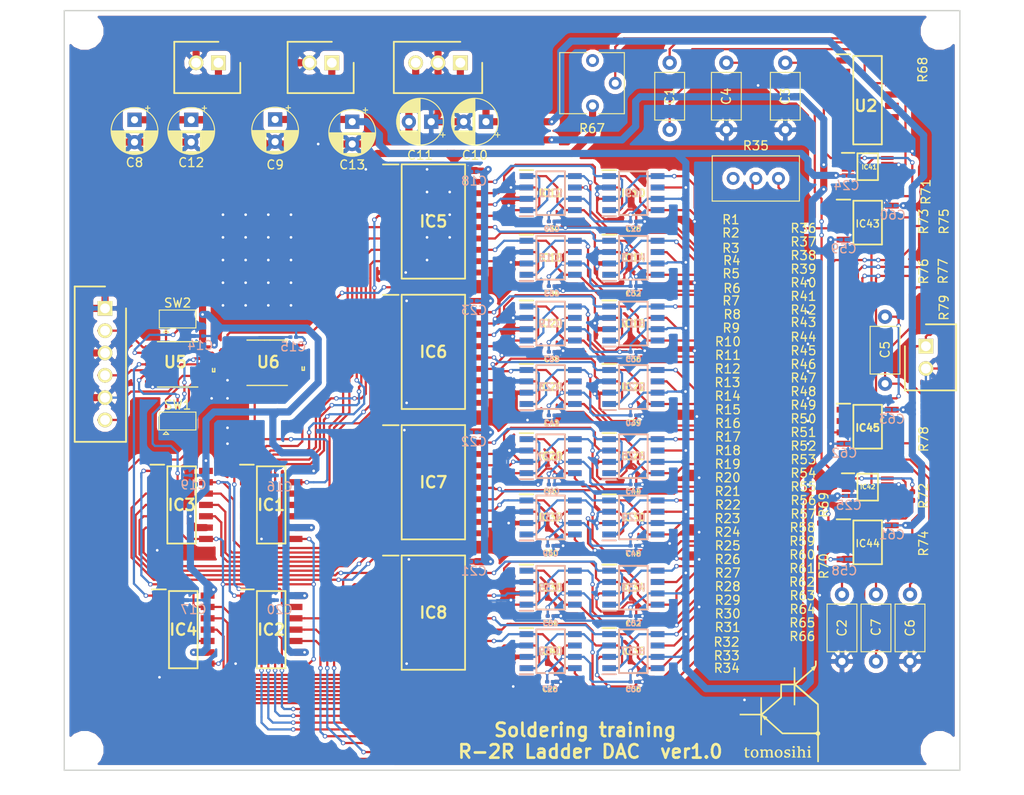
<source format=kicad_pcb>
(kicad_pcb (version 20171130) (host pcbnew "(5.0.2)-1")
  (layers (0 F.Cu signal) (31 B.Cu signal) (34 B.Paste user) (35 F.Paste user) (36 B.SilkS user) (37 F.SilkS user) (38 B.Mask user) (39 F.Mask user) (44 Edge.Cuts user))
  (net 0 "")
  (net 1 "Net-(C1-Pad1)")
  (net 2 "Net-(C1-Pad2)")
  (net 3 "Net-(C2-Pad1)")
  (net 4 GND)
  (net 5 "Net-(C3-Pad1)")
  (net 6 "Net-(C4-Pad1)")
  (net 7 "Net-(C5-Pad2)")
  (net 8 "Net-(C5-Pad1)")
  (net 9 "Net-(C6-Pad1)")
  (net 10 "Net-(C7-Pad1)")
  (net 11 VL)
  (net 12 ANAV)
  (net 13 V+)
  (net 14 V-)
  (net 15 "Net-(IC1-Pad13)")
  (net 16 "Net-(IC1-Pad12)")
  (net 17 "Net-(IC1-Pad11)")
  (net 18 "Net-(IC1-Pad10)")
  (net 19 "Net-(IC1-Pad8)")
  (net 20 "Net-(IC1-Pad6)")
  (net 21 "Net-(IC1-Pad5)")
  (net 22 "Net-(IC1-Pad4)")
  (net 23 "Net-(IC1-Pad3)")
  (net 24 "Net-(IC1-Pad1)")
  (net 25 "Net-(IC2-Pad1)")
  (net 26 "Net-(IC2-Pad3)")
  (net 27 "Net-(IC2-Pad4)")
  (net 28 "Net-(IC2-Pad5)")
  (net 29 "Net-(IC2-Pad6)")
  (net 30 "Net-(IC2-Pad10)")
  (net 31 "Net-(IC2-Pad11)")
  (net 32 "Net-(IC2-Pad12)")
  (net 33 "Net-(IC3-Pad12)")
  (net 34 "Net-(IC3-Pad11)")
  (net 35 "Net-(IC3-Pad10)")
  (net 36 "Net-(IC3-Pad6)")
  (net 37 "Net-(IC3-Pad5)")
  (net 38 "Net-(IC3-Pad4)")
  (net 39 "Net-(IC3-Pad3)")
  (net 40 "Net-(IC3-Pad1)")
  (net 41 "Net-(IC4-Pad1)")
  (net 42 "Net-(IC4-Pad3)")
  (net 43 "Net-(IC4-Pad4)")
  (net 44 "Net-(IC4-Pad5)")
  (net 45 "Net-(IC4-Pad6)")
  (net 46 "Net-(IC4-Pad10)")
  (net 47 "Net-(IC4-Pad11)")
  (net 48 "Net-(IC4-Pad12)")
  (net 49 "Net-(IC5-Pad19)")
  (net 50 "Net-(IC10-Pad2)")
  (net 51 "Net-(IC11-Pad2)")
  (net 52 "Net-(IC12-Pad2)")
  (net 53 "Net-(IC13-Pad2)")
  (net 54 "Net-(IC14-Pad2)")
  (net 55 "Net-(IC15-Pad2)")
  (net 56 "Net-(IC16-Pad2)")
  (net 57 "Net-(IC5-Pad11)")
  (net 58 "Net-(IC5-Pad2)")
  (net 59 "Net-(IC24-Pad2)")
  (net 60 "Net-(IC23-Pad2)")
  (net 61 "Net-(IC22-Pad2)")
  (net 62 "Net-(IC21-Pad2)")
  (net 63 "Net-(IC20-Pad2)")
  (net 64 "Net-(IC19-Pad2)")
  (net 65 "Net-(IC18-Pad2)")
  (net 66 "Net-(IC17-Pad2)")
  (net 67 "Net-(IC25-Pad2)")
  (net 68 "Net-(IC26-Pad2)")
  (net 69 "Net-(IC27-Pad2)")
  (net 70 "Net-(IC28-Pad2)")
  (net 71 "Net-(IC29-Pad2)")
  (net 72 "Net-(IC30-Pad2)")
  (net 73 "Net-(IC31-Pad2)")
  (net 74 "Net-(IC32-Pad2)")
  (net 75 "Net-(IC40-Pad2)")
  (net 76 "Net-(IC39-Pad2)")
  (net 77 "Net-(IC38-Pad2)")
  (net 78 "Net-(IC37-Pad2)")
  (net 79 "Net-(IC36-Pad2)")
  (net 80 "Net-(IC35-Pad2)")
  (net 81 "Net-(IC34-Pad2)")
  (net 82 "Net-(IC33-Pad2)")
  (net 83 "Net-(IC9-Pad8)")
  (net 84 "Net-(IC9-Pad6)")
  (net 85 "Net-(IC9-Pad1)")
  (net 86 "Net-(IC10-Pad1)")
  (net 87 "Net-(IC10-Pad6)")
  (net 88 "Net-(IC10-Pad8)")
  (net 89 "Net-(IC11-Pad8)")
  (net 90 "Net-(IC11-Pad6)")
  (net 91 "Net-(IC11-Pad1)")
  (net 92 "Net-(IC12-Pad1)")
  (net 93 "Net-(IC12-Pad6)")
  (net 94 "Net-(IC12-Pad8)")
  (net 95 "Net-(IC13-Pad8)")
  (net 96 "Net-(IC13-Pad6)")
  (net 97 "Net-(IC13-Pad1)")
  (net 98 "Net-(IC14-Pad1)")
  (net 99 "Net-(IC14-Pad6)")
  (net 100 "Net-(IC14-Pad8)")
  (net 101 "Net-(IC15-Pad8)")
  (net 102 "Net-(IC15-Pad6)")
  (net 103 "Net-(IC15-Pad1)")
  (net 104 "Net-(IC16-Pad1)")
  (net 105 "Net-(IC16-Pad6)")
  (net 106 "Net-(IC16-Pad8)")
  (net 107 "Net-(IC17-Pad8)")
  (net 108 "Net-(IC17-Pad6)")
  (net 109 "Net-(IC17-Pad1)")
  (net 110 "Net-(IC18-Pad1)")
  (net 111 "Net-(IC18-Pad6)")
  (net 112 "Net-(IC18-Pad8)")
  (net 113 "Net-(IC19-Pad8)")
  (net 114 "Net-(IC19-Pad6)")
  (net 115 "Net-(IC19-Pad1)")
  (net 116 "Net-(IC20-Pad1)")
  (net 117 "Net-(IC20-Pad6)")
  (net 118 "Net-(IC20-Pad8)")
  (net 119 "Net-(IC21-Pad8)")
  (net 120 "Net-(IC21-Pad6)")
  (net 121 "Net-(IC21-Pad1)")
  (net 122 "Net-(IC22-Pad1)")
  (net 123 "Net-(IC22-Pad6)")
  (net 124 "Net-(IC22-Pad8)")
  (net 125 "Net-(IC23-Pad8)")
  (net 126 "Net-(IC23-Pad6)")
  (net 127 "Net-(IC23-Pad1)")
  (net 128 "Net-(IC24-Pad1)")
  (net 129 "Net-(IC24-Pad6)")
  (net 130 "Net-(IC24-Pad8)")
  (net 131 "Net-(IC25-Pad8)")
  (net 132 "Net-(IC25-Pad6)")
  (net 133 "Net-(IC25-Pad1)")
  (net 134 "Net-(IC26-Pad1)")
  (net 135 "Net-(IC26-Pad6)")
  (net 136 "Net-(IC26-Pad8)")
  (net 137 "Net-(IC27-Pad8)")
  (net 138 "Net-(IC27-Pad6)")
  (net 139 "Net-(IC27-Pad1)")
  (net 140 "Net-(IC28-Pad1)")
  (net 141 "Net-(IC28-Pad6)")
  (net 142 "Net-(IC28-Pad8)")
  (net 143 "Net-(IC29-Pad8)")
  (net 144 "Net-(IC29-Pad6)")
  (net 145 "Net-(IC29-Pad1)")
  (net 146 "Net-(IC30-Pad1)")
  (net 147 "Net-(IC30-Pad6)")
  (net 148 "Net-(IC30-Pad8)")
  (net 149 "Net-(IC31-Pad8)")
  (net 150 "Net-(IC31-Pad6)")
  (net 151 "Net-(IC31-Pad1)")
  (net 152 "Net-(IC32-Pad1)")
  (net 153 "Net-(IC32-Pad6)")
  (net 154 "Net-(IC32-Pad8)")
  (net 155 "Net-(IC33-Pad8)")
  (net 156 "Net-(IC33-Pad6)")
  (net 157 "Net-(IC33-Pad1)")
  (net 158 "Net-(IC34-Pad1)")
  (net 159 "Net-(IC34-Pad6)")
  (net 160 "Net-(IC34-Pad8)")
  (net 161 "Net-(IC35-Pad8)")
  (net 162 "Net-(IC35-Pad6)")
  (net 163 "Net-(IC35-Pad1)")
  (net 164 "Net-(IC36-Pad1)")
  (net 165 "Net-(IC36-Pad6)")
  (net 166 "Net-(IC36-Pad8)")
  (net 167 "Net-(IC37-Pad8)")
  (net 168 "Net-(IC37-Pad6)")
  (net 169 "Net-(IC37-Pad1)")
  (net 170 "Net-(IC38-Pad1)")
  (net 171 "Net-(IC38-Pad6)")
  (net 172 "Net-(IC38-Pad8)")
  (net 173 "Net-(IC39-Pad8)")
  (net 174 "Net-(IC39-Pad6)")
  (net 175 "Net-(IC39-Pad1)")
  (net 176 "Net-(IC40-Pad1)")
  (net 177 "Net-(IC40-Pad6)")
  (net 178 "Net-(IC40-Pad8)")
  (net 179 "Net-(IC41-Pad2)")
  (net 180 "Net-(IC41-Pad3)")
  (net 181 "Net-(IC41-Pad5)")
  (net 182 "Net-(IC41-Pad6)")
  (net 183 "Net-(IC41-Pad8)")
  (net 184 "Net-(IC42-Pad8)")
  (net 185 "Net-(IC42-Pad5)")
  (net 186 "Net-(IC42-Pad3)")
  (net 187 "Net-(IC42-Pad2)")
  (net 188 "Net-(IC43-Pad3)")
  (net 189 "Net-(IC43-Pad5)")
  (net 190 "Net-(IC43-Pad6)")
  (net 191 "Net-(IC44-Pad6)")
  (net 192 "Net-(IC44-Pad5)")
  (net 193 "Net-(IC45-Pad1)")
  (net 194 "Net-(IC45-Pad2)")
  (net 195 "Net-(IC45-Pad3)")
  (net 196 "Net-(J3-Pad2)")
  (net 197 "Net-(J3-Pad4)")
  (net 198 "Net-(J3-Pad6)")
  (net 199 "Net-(R1-Pad1)")
  (net 200 "Net-(R3-Pad1)")
  (net 201 "Net-(R37-Pad1)")
  (net 202 "Net-(R38-Pad1)")
  (net 203 "Net-(R39-Pad1)")
  (net 204 "Net-(R40-Pad1)")
  (net 205 "Net-(R41-Pad1)")
  (net 206 "Net-(R42-Pad1)")
  (net 207 "Net-(R10-Pad1)")
  (net 208 "Net-(R11-Pad1)")
  (net 209 "Net-(R12-Pad1)")
  (net 210 "Net-(R13-Pad1)")
  (net 211 "Net-(R14-Pad1)")
  (net 212 "Net-(R15-Pad1)")
  (net 213 "Net-(R16-Pad1)")
  (net 214 "Net-(R17-Pad1)")
  (net 215 "Net-(R18-Pad1)")
  (net 216 "Net-(R19-Pad1)")
  (net 217 "Net-(R20-Pad1)")
  (net 218 "Net-(R21-Pad1)")
  (net 219 "Net-(R22-Pad1)")
  (net 220 "Net-(R23-Pad1)")
  (net 221 "Net-(R24-Pad1)")
  (net 222 "Net-(R25-Pad1)")
  (net 223 "Net-(R26-Pad1)")
  (net 224 "Net-(R27-Pad1)")
  (net 225 "Net-(R28-Pad1)")
  (net 226 "Net-(R29-Pad1)")
  (net 227 "Net-(R30-Pad1)")
  (net 228 "Net-(R31-Pad1)")
  (net 229 "Net-(R32-Pad1)")
  (net 230 "Net-(R33-Pad1)")
  (net 231 "Net-(R67-Pad2)")
  (net 232 "Net-(SW1-Pad1)")
  (net 233 "Net-(SW1-Pad2)")
  (net 234 "Net-(SW2-Pad2)")
  (net 235 "Net-(SW2-Pad1)")
  (net 236 "Net-(U2-Pad1)")
  (net 237 "Net-(U2-Pad2)")
  (net 238 "Net-(U2-Pad3)")
  (net 239 "Net-(U2-Pad4)")
  (net 240 "Net-(U5-Pad10)")
  (module SamacSys_Parts:SOIC127P1030X265-20N (layer F.Cu) (at 104.851 102.997)
    (fp_text reference IC8 (at 0 0) (layer F.SilkS) (effects (font (size 1.27 1.27) (thickness 0.254))))
    (fp_text value MC74AC574DWG hide)
    (pad 1 smd rect (at -4.775 -5.715 90) (size 0.65 1.75) (layers F.Cu F.Paste F.Mask) (net 4 GND))
    (pad 2 smd rect (at -4.775 -4.445 90) (size 0.65 1.75) (layers F.Cu F.Paste F.Mask) (net 40 "Net-(IC3-Pad1)"))
    (pad 3 smd rect (at -4.775 -3.175 90) (size 0.65 1.75) (layers F.Cu F.Paste F.Mask) (net 48 "Net-(IC4-Pad12)"))
    (pad 4 smd rect (at -4.775 -1.905 90) (size 0.65 1.75) (layers F.Cu F.Paste F.Mask) (net 47 "Net-(IC4-Pad11)"))
    (pad 5 smd rect (at -4.775 -0.635 90) (size 0.65 1.75) (layers F.Cu F.Paste F.Mask) (net 46 "Net-(IC4-Pad10)"))
    (pad 6 smd rect (at -4.775 0.635 90) (size 0.65 1.75) (layers F.Cu F.Paste F.Mask) (net 45 "Net-(IC4-Pad6)"))
    (pad 7 smd rect (at -4.775 1.905 90) (size 0.65 1.75) (layers F.Cu F.Paste F.Mask) (net 44 "Net-(IC4-Pad5)"))
    (pad 8 smd rect (at -4.775 3.175 90) (size 0.65 1.75) (layers F.Cu F.Paste F.Mask) (net 43 "Net-(IC4-Pad4)"))
    (pad 9 smd rect (at -4.775 4.445 90) (size 0.65 1.75) (layers F.Cu F.Paste F.Mask) (net 42 "Net-(IC4-Pad3)"))
    (pad 10 smd rect (at -4.775 5.715 90) (size 0.65 1.75) (layers F.Cu F.Paste F.Mask) (net 4 GND))
    (pad 11 smd rect (at 4.775 5.715 90) (size 0.65 1.75) (layers F.Cu F.Paste F.Mask) (net 57 "Net-(IC5-Pad11)"))
    (pad 12 smd rect (at 4.775 4.445 90) (size 0.65 1.75) (layers F.Cu F.Paste F.Mask) (net 75 "Net-(IC40-Pad2)"))
    (pad 13 smd rect (at 4.775 3.175 90) (size 0.65 1.75) (layers F.Cu F.Paste F.Mask) (net 76 "Net-(IC39-Pad2)"))
    (pad 14 smd rect (at 4.775 1.905 90) (size 0.65 1.75) (layers F.Cu F.Paste F.Mask) (net 77 "Net-(IC38-Pad2)"))
    (pad 15 smd rect (at 4.775 0.635 90) (size 0.65 1.75) (layers F.Cu F.Paste F.Mask) (net 78 "Net-(IC37-Pad2)"))
    (pad 16 smd rect (at 4.775 -0.635 90) (size 0.65 1.75) (layers F.Cu F.Paste F.Mask) (net 79 "Net-(IC36-Pad2)"))
    (pad 17 smd rect (at 4.775 -1.905 90) (size 0.65 1.75) (layers F.Cu F.Paste F.Mask) (net 80 "Net-(IC35-Pad2)"))
    (pad 18 smd rect (at 4.775 -3.175 90) (size 0.65 1.75) (layers F.Cu F.Paste F.Mask) (net 81 "Net-(IC34-Pad2)"))
    (pad 19 smd rect (at 4.775 -4.445 90) (size 0.65 1.75) (layers F.Cu F.Paste F.Mask) (net 82 "Net-(IC33-Pad2)"))
    (pad 20 smd rect (at 4.775 -5.715 90) (size 0.65 1.75) (layers F.Cu F.Paste F.Mask) (net 11 VL))
  )
  (module Capacitor_THT:C_Axial_L5.1mm_D3.1mm_P7.50mm_Horizontal (layer F.Cu) (at 155.448 77.35 90)
    (fp_text reference C5 (at 3.81 0 90) (layer F.SilkS))
    (fp_text value 6800p)
    (pad 2 thru_hole oval (at 7.5 0 90) (size 1.6 1.6) (drill 0.8) (layers *.Cu *.Mask) (net 7 "Net-(C5-Pad2)"))
    (pad 1 thru_hole circle (at 0 0 90) (size 1.6 1.6) (drill 0.8) (layers *.Cu *.Mask) (net 8 "Net-(C5-Pad1)"))
  )
  (module Resistor_SMD:R_0402_1005Metric (layer F.Cu) (at 143.741 61.468)
    (fp_text reference R37 (at 2.563 0) (layer F.SilkS))
    (fp_text value 5k)
    (pad 2 smd roundrect (at 0.485 0) (size 0.59 0.64) (layers F.Cu F.Paste F.Mask) (net 200 "Net-(R3-Pad1)"))
    (pad 1 smd roundrect (at -0.485 0) (size 0.59 0.64) (layers F.Cu F.Paste F.Mask) (net 201 "Net-(R37-Pad1)"))
  )
  (module SamacSys_Parts:SOIC127P600X175-8N (layer B.Cu) (at 117.983 56.007)
    (fp_text reference IC11 (at 0 0) (layer B.SilkS) (effects (font (size 0.8 0.8) (thickness 0.2)) (justify mirror)))
    (fp_text value FDS4897C hide)
    (pad 8 smd rect (at 2.712 1.905 270) (size 0.65 1.525) (layers B.Cu B.Paste B.Mask) (net 89 "Net-(IC11-Pad8)"))
    (pad 7 smd rect (at 2.712 0.635 270) (size 0.65 1.525) (layers B.Cu B.Paste B.Mask) (net 12 ANAV))
    (pad 6 smd rect (at 2.712 -0.635 270) (size 0.65 1.525) (layers B.Cu B.Paste B.Mask) (net 90 "Net-(IC11-Pad6)"))
    (pad 5 smd rect (at 2.712 -1.905 270) (size 0.65 1.525) (layers B.Cu B.Paste B.Mask) (net 91 "Net-(IC11-Pad1)"))
    (pad 4 smd rect (at -2.712 -1.905 270) (size 0.65 1.525) (layers B.Cu B.Paste B.Mask) (net 51 "Net-(IC11-Pad2)"))
    (pad 3 smd rect (at -2.712 -0.635 270) (size 0.65 1.525) (layers B.Cu B.Paste B.Mask) (net 4 GND))
    (pad 2 smd rect (at -2.712 0.635 270) (size 0.65 1.525) (layers B.Cu B.Paste B.Mask) (net 51 "Net-(IC11-Pad2)"))
    (pad 1 smd rect (at -2.712 1.905 270) (size 0.65 1.525) (layers B.Cu B.Paste B.Mask) (net 91 "Net-(IC11-Pad1)"))
  )
  (module SamacSys_Parts:SOIC127P600X175-14N (layer F.Cu) (at 86.683 90.932)
    (fp_text reference IC1 (at 0 0) (layer F.SilkS) (effects (font (size 1.27 1.27) (thickness 0.254))))
    (fp_text value 74HC164D hide)
    (pad 14 smd rect (at 2.725 -3.81 90) (size 0.7 1.55) (layers F.Cu F.Paste F.Mask) (net 11 VL))
    (pad 13 smd rect (at 2.725 -2.54 90) (size 0.7 1.55) (layers F.Cu F.Paste F.Mask) (net 15 "Net-(IC1-Pad13)"))
    (pad 12 smd rect (at 2.725 -1.27 90) (size 0.7 1.55) (layers F.Cu F.Paste F.Mask) (net 16 "Net-(IC1-Pad12)"))
    (pad 11 smd rect (at 2.725 0 90) (size 0.7 1.55) (layers F.Cu F.Paste F.Mask) (net 17 "Net-(IC1-Pad11)"))
    (pad 10 smd rect (at 2.725 1.27 90) (size 0.7 1.55) (layers F.Cu F.Paste F.Mask) (net 18 "Net-(IC1-Pad10)"))
    (pad 9 smd rect (at 2.725 2.54 90) (size 0.7 1.55) (layers F.Cu F.Paste F.Mask) (net 11 VL))
    (pad 8 smd rect (at 2.725 3.81 90) (size 0.7 1.55) (layers F.Cu F.Paste F.Mask) (net 19 "Net-(IC1-Pad8)"))
    (pad 7 smd rect (at -2.725 3.81 90) (size 0.7 1.55) (layers F.Cu F.Paste F.Mask) (net 4 GND))
    (pad 6 smd rect (at -2.725 2.54 90) (size 0.7 1.55) (layers F.Cu F.Paste F.Mask) (net 20 "Net-(IC1-Pad6)"))
    (pad 5 smd rect (at -2.725 1.27 90) (size 0.7 1.55) (layers F.Cu F.Paste F.Mask) (net 21 "Net-(IC1-Pad5)"))
    (pad 4 smd rect (at -2.725 0 90) (size 0.7 1.55) (layers F.Cu F.Paste F.Mask) (net 22 "Net-(IC1-Pad4)"))
    (pad 3 smd rect (at -2.725 -1.27 90) (size 0.7 1.55) (layers F.Cu F.Paste F.Mask) (net 23 "Net-(IC1-Pad3)"))
    (pad 2 smd rect (at -2.725 -2.54 90) (size 0.7 1.55) (layers F.Cu F.Paste F.Mask) (net 24 "Net-(IC1-Pad1)"))
    (pad 1 smd rect (at -2.725 -3.81 90) (size 0.7 1.55) (layers F.Cu F.Paste F.Mask) (net 24 "Net-(IC1-Pad1)"))
  )
  (module SamacSys_Parts:SOP65P640X120-14N (layer F.Cu) (at 86.233 75.0062)
    (fp_text reference U6 (at 0.127 -0.0762) (layer F.SilkS) (effects (font (size 1.27 1.27) (thickness 0.254))))
    (fp_text value 74HC04 hide)
    (pad 14 smd rect (at 2.921 -1.9558 90) (size 0.3556 1.4732) (layers F.Cu F.Paste F.Mask) (net 11 VL))
    (pad 13 smd rect (at 2.921 -1.2954 90) (size 0.3556 1.4732) (layers F.Cu F.Paste F.Mask))
    (pad 12 smd rect (at 2.921 -0.6604 90) (size 0.3556 1.4732) (layers F.Cu F.Paste F.Mask))
    (pad 11 smd rect (at 2.921 0 90) (size 0.3556 1.4732) (layers F.Cu F.Paste F.Mask))
    (pad 10 smd rect (at 2.921 0.6604 90) (size 0.3556 1.4732) (layers F.Cu F.Paste F.Mask))
    (pad 9 smd rect (at 2.921 1.2954 90) (size 0.3556 1.4732) (layers F.Cu F.Paste F.Mask))
    (pad 8 smd rect (at 2.921 1.9558 90) (size 0.3556 1.4732) (layers F.Cu F.Paste F.Mask))
    (pad 7 smd rect (at -2.921 1.9558 90) (size 0.3556 1.4732) (layers F.Cu F.Paste F.Mask) (net 4 GND))
    (pad 6 smd rect (at -2.921 1.2954 90) (size 0.3556 1.4732) (layers F.Cu F.Paste F.Mask))
    (pad 5 smd rect (at -2.921 0.6604 90) (size 0.3556 1.4732) (layers F.Cu F.Paste F.Mask))
    (pad 4 smd rect (at -2.921 0 90) (size 0.3556 1.4732) (layers F.Cu F.Paste F.Mask))
    (pad 3 smd rect (at -2.921 -0.6604 90) (size 0.3556 1.4732) (layers F.Cu F.Paste F.Mask))
    (pad 2 smd rect (at -2.921 -1.2954 90) (size 0.3556 1.4732) (layers F.Cu F.Paste F.Mask) (net 58 "Net-(IC5-Pad2)"))
    (pad 1 smd rect (at -2.921 -1.9558 90) (size 0.3556 1.4732) (layers F.Cu F.Paste F.Mask) (net 15 "Net-(IC1-Pad13)"))
  )
  (module Capacitor_THT:C_Axial_L5.1mm_D3.1mm_P7.50mm_Horizontal (layer F.Cu) (at 131.318 41.402 270)
    (fp_text reference C1 (at 3.75 0 270) (layer F.SilkS))
    (fp_text value 100p)
    (pad 1 thru_hole circle (at 0 0 270) (size 1.6 1.6) (drill 0.8) (layers *.Cu *.Mask) (net 1 "Net-(C1-Pad1)"))
    (pad 2 thru_hole oval (at 7.5 0 270) (size 1.6 1.6) (drill 0.8) (layers *.Cu *.Mask) (net 2 "Net-(C1-Pad2)"))
  )
  (module Capacitor_THT:C_Axial_L5.1mm_D3.1mm_P7.50mm_Horizontal (layer F.Cu) (at 150.622 100.958 270)
    (fp_text reference C2 (at 3.75 0 270) (layer F.SilkS))
    (fp_text value 0.1u)
    (pad 1 thru_hole circle (at 0 0 270) (size 1.6 1.6) (drill 0.8) (layers *.Cu *.Mask) (net 3 "Net-(C2-Pad1)"))
    (pad 2 thru_hole oval (at 7.5 0 270) (size 1.6 1.6) (drill 0.8) (layers *.Cu *.Mask) (net 4 GND))
  )
  (module Capacitor_THT:C_Axial_L5.1mm_D3.1mm_P7.50mm_Horizontal (layer F.Cu) (at 144.272 41.402 270)
    (fp_text reference C3 (at 3.75 0 270) (layer F.SilkS))
    (fp_text value 1000p)
    (pad 1 thru_hole circle (at 0 0 270) (size 1.6 1.6) (drill 0.8) (layers *.Cu *.Mask) (net 5 "Net-(C3-Pad1)"))
    (pad 2 thru_hole oval (at 7.5 0 270) (size 1.6 1.6) (drill 0.8) (layers *.Cu *.Mask) (net 4 GND))
  )
  (module Capacitor_THT:C_Axial_L5.1mm_D3.1mm_P7.50mm_Horizontal (layer F.Cu) (at 137.668 41.402 270)
    (fp_text reference C4 (at 3.75 0 270) (layer F.SilkS))
    (fp_text value 1000p)
    (pad 2 thru_hole oval (at 7.5 0 270) (size 1.6 1.6) (drill 0.8) (layers *.Cu *.Mask) (net 4 GND))
    (pad 1 thru_hole circle (at 0 0 270) (size 1.6 1.6) (drill 0.8) (layers *.Cu *.Mask) (net 6 "Net-(C4-Pad1)"))
  )
  (module Capacitor_THT:C_Axial_L5.1mm_D3.1mm_P7.50mm_Horizontal (layer F.Cu) (at 158.242 100.958 270)
    (fp_text reference C6 (at 3.75 0 270) (layer F.SilkS))
    (fp_text value 3300p)
    (pad 1 thru_hole circle (at 0 0 270) (size 1.6 1.6) (drill 0.8) (layers *.Cu *.Mask) (net 9 "Net-(C6-Pad1)"))
    (pad 2 thru_hole oval (at 7.5 0 270) (size 1.6 1.6) (drill 0.8) (layers *.Cu *.Mask) (net 4 GND))
  )
  (module Capacitor_THT:C_Axial_L5.1mm_D3.1mm_P7.50mm_Horizontal (layer F.Cu) (at 154.432 108.458 90)
    (fp_text reference C7 (at 3.81 0 90) (layer F.SilkS))
    (fp_text value 1u)
    (pad 2 thru_hole oval (at 7.5 0 90) (size 1.6 1.6) (drill 0.8) (layers *.Cu *.Mask) (net 7 "Net-(C5-Pad2)"))
    (pad 1 thru_hole circle (at 0 0 90) (size 1.6 1.6) (drill 0.8) (layers *.Cu *.Mask) (net 10 "Net-(C7-Pad1)"))
  )
  (module Capacitor_THT:CP_Radial_D5.0mm_P2.50mm (layer F.Cu) (at 71.374 47.792 270)
    (fp_text reference C8 (at 4.786 0) (layer F.SilkS))
    (fp_text value 220u/16V)
    (pad 1 thru_hole rect (at 0 0 270) (size 1.6 1.6) (drill 0.8) (layers *.Cu *.Mask) (net 11 VL))
    (pad 2 thru_hole circle (at 2.5 0 270) (size 1.6 1.6) (drill 0.8) (layers *.Cu *.Mask) (net 4 GND))
  )
  (module Capacitor_THT:CP_Radial_D5.0mm_P2.50mm (layer F.Cu) (at 87.122 47.752 270)
    (fp_text reference C9 (at 5.08 0) (layer F.SilkS))
    (fp_text value 220u/16V)
    (pad 2 thru_hole circle (at 2.5 0 270) (size 1.6 1.6) (drill 0.8) (layers *.Cu *.Mask) (net 4 GND))
    (pad 1 thru_hole rect (at 0 0 270) (size 1.6 1.6) (drill 0.8) (layers *.Cu *.Mask) (net 12 ANAV))
  )
  (module Capacitor_THT:CP_Radial_D5.0mm_P2.50mm (layer F.Cu) (at 110.744 48.006 180)
    (fp_text reference C10 (at 1.25 -3.75 180) (layer F.SilkS))
    (fp_text value 47uF/25)
    (pad 1 thru_hole rect (at 0 0 180) (size 1.6 1.6) (drill 0.8) (layers *.Cu *.Mask) (net 13 V+))
    (pad 2 thru_hole circle (at 2.5 0 180) (size 1.6 1.6) (drill 0.8) (layers *.Cu *.Mask) (net 4 GND))
  )
  (module Capacitor_THT:CP_Radial_D5.0mm_P2.50mm (layer F.Cu) (at 104.608 48.006 180)
    (fp_text reference C11 (at 1.25 -3.75 180) (layer F.SilkS))
    (fp_text value 47uF/25)
    (pad 2 thru_hole circle (at 2.5 0 180) (size 1.6 1.6) (drill 0.8) (layers *.Cu *.Mask) (net 14 V-))
    (pad 1 thru_hole rect (at 0 0 180) (size 1.6 1.6) (drill 0.8) (layers *.Cu *.Mask) (net 4 GND))
  )
  (module Capacitor_THT:CP_Radial_D5.0mm_P2.50mm (layer F.Cu) (at 77.724 47.792 270)
    (fp_text reference C12 (at 4.786 0) (layer F.SilkS))
    (fp_text value 47uF/25)
    (pad 1 thru_hole rect (at 0 0 270) (size 1.6 1.6) (drill 0.8) (layers *.Cu *.Mask) (net 11 VL))
    (pad 2 thru_hole circle (at 2.5 0 270) (size 1.6 1.6) (drill 0.8) (layers *.Cu *.Mask) (net 4 GND))
  )
  (module Capacitor_THT:CP_Radial_D5.0mm_P2.50mm (layer F.Cu) (at 95.758 48.006 270)
    (fp_text reference C13 (at 4.826 0) (layer F.SilkS))
    (fp_text value 47uF/25)
    (pad 2 thru_hole circle (at 2.5 0 270) (size 1.6 1.6) (drill 0.8) (layers *.Cu *.Mask) (net 4 GND))
    (pad 1 thru_hole rect (at 0 0 270) (size 1.6 1.6) (drill 0.8) (layers *.Cu *.Mask) (net 12 ANAV))
  )
  (module Capacitor_SMD:C_0201_0603Metric (layer B.Cu) (at 78.74 72.009)
    (fp_text reference C14 (at 0 1.05) (layer B.SilkS) (effects (justify mirror)))
    (fp_text value 0.1u)
    (pad 2 smd roundrect (at 0.32 0) (size 0.46 0.4) (layers B.Cu B.Mask) (net 11 VL))
    (pad 1 smd roundrect (at -0.32 0) (size 0.46 0.4) (layers B.Cu B.Mask) (net 4 GND))
  )
  (module Capacitor_SMD:C_0201_0603Metric (layer B.Cu) (at 89.154 72.136)
    (fp_text reference C15 (at 0 1.0795) (layer B.SilkS) (effects (justify mirror)))
    (fp_text value 0.1u)
    (pad 1 smd roundrect (at -0.32 0) (size 0.46 0.4) (layers B.Cu B.Mask) (net 4 GND))
    (pad 2 smd roundrect (at 0.32 0) (size 0.46 0.4) (layers B.Cu B.Mask) (net 11 VL))
  )
  (module Capacitor_SMD:C_0201_0603Metric (layer B.Cu) (at 87.63 87.63 180)
    (fp_text reference C16 (at 0 -1.27 180) (layer B.SilkS) (effects (justify mirror)))
    (fp_text value 0.1u)
    (pad 1 smd roundrect (at -0.32 0 180) (size 0.46 0.4) (layers B.Cu B.Mask) (net 11 VL))
    (pad 2 smd roundrect (at 0.32 0 180) (size 0.46 0.4) (layers B.Cu B.Mask) (net 4 GND))
  )
  (module Capacitor_SMD:C_0201_0603Metric (layer B.Cu) (at 77.978 101.6)
    (fp_text reference C17 (at 0 1.05) (layer B.SilkS) (effects (justify mirror)))
    (fp_text value 0.1u)
    (pad 2 smd roundrect (at 0.32 0) (size 0.46 0.4) (layers B.Cu B.Mask) (net 11 VL))
    (pad 1 smd roundrect (at -0.32 0) (size 0.46 0.4) (layers B.Cu B.Mask) (net 4 GND))
  )
  (module Capacitor_SMD:C_0201_0603Metric (layer B.Cu) (at 109.408 53.594)
    (fp_text reference C18 (at 0 1.05) (layer B.SilkS) (effects (justify mirror)))
    (fp_text value 0.1u)
    (pad 2 smd roundrect (at 0.32 0) (size 0.46 0.4) (layers B.Cu B.Mask) (net 11 VL))
    (pad 1 smd roundrect (at -0.32 0) (size 0.46 0.4) (layers B.Cu B.Mask) (net 4 GND))
  )
  (module Capacitor_SMD:C_0201_0603Metric (layer B.Cu) (at 77.978 87.63)
    (fp_text reference C19 (at 0 1.05) (layer B.SilkS) (effects (justify mirror)))
    (fp_text value 0.1u)
    (pad 2 smd roundrect (at 0.32 0) (size 0.46 0.4) (layers B.Cu B.Mask) (net 11 VL))
    (pad 1 smd roundrect (at -0.32 0) (size 0.46 0.4) (layers B.Cu B.Mask) (net 4 GND))
  )
  (module Capacitor_SMD:C_0201_0603Metric (layer B.Cu) (at 87.63 101.6)
    (fp_text reference C20 (at 0 1.05) (layer B.SilkS) (effects (justify mirror)))
    (fp_text value 0.1u)
    (pad 1 smd roundrect (at -0.32 0) (size 0.46 0.4) (layers B.Cu B.Mask) (net 4 GND))
    (pad 2 smd roundrect (at 0.32 0) (size 0.46 0.4) (layers B.Cu B.Mask) (net 11 VL))
  )
  (module Capacitor_SMD:C_0201_0603Metric (layer B.Cu) (at 109.383 97.282)
    (fp_text reference C21 (at 0 1.05) (layer B.SilkS) (effects (justify mirror)))
    (fp_text value 0.1u)
    (pad 1 smd roundrect (at -0.32 0) (size 0.46 0.4) (layers B.Cu B.Mask) (net 4 GND))
    (pad 2 smd roundrect (at 0.32 0) (size 0.46 0.4) (layers B.Cu B.Mask) (net 11 VL))
  )
  (module Capacitor_SMD:C_0201_0603Metric (layer B.Cu) (at 109.383 82.804)
    (fp_text reference C22 (at 0 1.05) (layer B.SilkS) (effects (justify mirror)))
    (fp_text value 0.1u)
    (pad 1 smd roundrect (at -0.32 0) (size 0.46 0.4) (layers B.Cu B.Mask) (net 4 GND))
    (pad 2 smd roundrect (at 0.32 0) (size 0.46 0.4) (layers B.Cu B.Mask) (net 11 VL))
  )
  (module Capacitor_SMD:C_0201_0603Metric (layer B.Cu) (at 109.408 68.072)
    (fp_text reference C23 (at 0 1.05) (layer B.SilkS) (effects (justify mirror)))
    (fp_text value 0.1u)
    (pad 2 smd roundrect (at 0.32 0) (size 0.46 0.4) (layers B.Cu B.Mask) (net 11 VL))
    (pad 1 smd roundrect (at -0.32 0) (size 0.46 0.4) (layers B.Cu B.Mask) (net 4 GND))
  )
  (module Capacitor_SMD:C_0201_0603Metric (layer B.Cu) (at 151.13 54.102)
    (fp_text reference C24 (at 0 1.05) (layer B.SilkS) (effects (justify mirror)))
    (fp_text value 0.1u)
    (pad 2 smd roundrect (at 0.32 0) (size 0.46 0.4) (layers B.Cu B.Mask) (net 4 GND))
    (pad 1 smd roundrect (at -0.32 0) (size 0.46 0.4) (layers B.Cu B.Mask) (net 12 ANAV))
  )
  (module Capacitor_SMD:C_0201_0603Metric (layer B.Cu) (at 151.384 89.916)
    (fp_text reference C25 (at 0 1.05) (layer B.SilkS) (effects (justify mirror)))
    (fp_text value 0.1u)
    (pad 1 smd roundrect (at -0.32 0) (size 0.46 0.4) (layers B.Cu B.Mask) (net 12 ANAV))
    (pad 2 smd roundrect (at 0.32 0) (size 0.46 0.4) (layers B.Cu B.Mask) (net 4 GND))
  )
  (module Capacitor_SMD:C_0201_0603Metric (layer F.Cu) (at 117.917 110.744 180)
    (fp_text reference C26 (at -0.0025 -0.8255 180) (layer F.SilkS) (effects (font (size 0.6 0.6))))
    (fp_text value 0.1u)
    (pad 1 smd roundrect (at -0.32 0 180) (size 0.46 0.4) (layers F.Cu F.Mask) (net 4 GND))
    (pad 2 smd roundrect (at 0.32 0 180) (size 0.46 0.4) (layers F.Cu F.Mask) (net 12 ANAV))
  )
  (module Capacitor_SMD:C_0201_0603Metric (layer B.Cu) (at 127.254 59.182)
    (fp_text reference C27 (at 0 0.8255) (layer B.SilkS) (effects (font (size 0.6 0.6)) (justify mirror)))
    (fp_text value 0.1u)
    (pad 1 smd roundrect (at -0.32 0) (size 0.46 0.4) (layers B.Cu B.Mask) (net 12 ANAV))
    (pad 2 smd roundrect (at 0.32 0) (size 0.46 0.4) (layers B.Cu B.Mask) (net 4 GND))
  )
  (module Capacitor_SMD:C_0201_0603Metric (layer F.Cu) (at 127.254 59.182)
    (fp_text reference C28 (at 0 0.8255) (layer F.SilkS) (effects (font (size 0.6 0.6))))
    (fp_text value 0.1u)
    (pad 2 smd roundrect (at 0.32 0) (size 0.46 0.4) (layers F.Cu F.Mask) (net 4 GND))
    (pad 1 smd roundrect (at -0.32 0) (size 0.46 0.4) (layers F.Cu F.Mask) (net 12 ANAV))
  )
  (module Capacitor_SMD:C_0201_0603Metric (layer B.Cu) (at 118.11 59.182)
    (fp_text reference C29 (at 0 0.8255) (layer B.SilkS) (effects (font (size 0.6 0.6)) (justify mirror)))
    (fp_text value 0.1u)
    (pad 1 smd roundrect (at -0.32 0) (size 0.46 0.4) (layers B.Cu B.Mask) (net 12 ANAV))
    (pad 2 smd roundrect (at 0.32 0) (size 0.46 0.4) (layers B.Cu B.Mask) (net 4 GND))
  )
  (module Capacitor_SMD:C_0201_0603Metric (layer F.Cu) (at 118.11 59.182)
    (fp_text reference C30 (at 0 0.8255) (layer F.SilkS) (effects (font (size 0.6 0.6))))
    (fp_text value 0.1u)
    (pad 2 smd roundrect (at 0.32 0) (size 0.46 0.4) (layers F.Cu F.Mask) (net 4 GND))
    (pad 1 smd roundrect (at -0.32 0) (size 0.46 0.4) (layers F.Cu F.Mask) (net 12 ANAV))
  )
  (module Capacitor_SMD:C_0201_0603Metric (layer B.Cu) (at 127.254 66.421)
    (fp_text reference C31 (at 0 0.8255) (layer B.SilkS) (effects (font (size 0.6 0.6)) (justify mirror)))
    (fp_text value 0.1u)
    (pad 1 smd roundrect (at -0.32 0) (size 0.46 0.4) (layers B.Cu B.Mask) (net 12 ANAV))
    (pad 2 smd roundrect (at 0.32 0) (size 0.46 0.4) (layers B.Cu B.Mask) (net 4 GND))
  )
  (module Capacitor_SMD:C_0201_0603Metric (layer F.Cu) (at 127.254 66.421)
    (fp_text reference C32 (at 0 0.8255) (layer F.SilkS) (effects (font (size 0.6 0.6))))
    (fp_text value 0.1u)
    (pad 1 smd roundrect (at -0.32 0) (size 0.46 0.4) (layers F.Cu F.Mask) (net 12 ANAV))
    (pad 2 smd roundrect (at 0.32 0) (size 0.46 0.4) (layers F.Cu F.Mask) (net 4 GND))
  )
  (module Capacitor_SMD:C_0201_0603Metric (layer B.Cu) (at 118.11 66.421)
    (fp_text reference C33 (at 0 0.8255) (layer B.SilkS) (effects (font (size 0.6 0.6)) (justify mirror)))
    (fp_text value 0.1u)
    (pad 2 smd roundrect (at 0.32 0) (size 0.46 0.4) (layers B.Cu B.Mask) (net 4 GND))
    (pad 1 smd roundrect (at -0.32 0) (size 0.46 0.4) (layers B.Cu B.Mask) (net 12 ANAV))
  )
  (module Capacitor_SMD:C_0201_0603Metric (layer F.Cu) (at 118.11 66.421)
    (fp_text reference C34 (at 0 0.8255) (layer F.SilkS) (effects (font (size 0.6 0.6))))
    (fp_text value 0.1u)
    (pad 1 smd roundrect (at -0.32 0) (size 0.46 0.4) (layers F.Cu F.Mask) (net 12 ANAV))
    (pad 2 smd roundrect (at 0.32 0) (size 0.46 0.4) (layers F.Cu F.Mask) (net 4 GND))
  )
  (module Capacitor_SMD:C_0201_0603Metric (layer B.Cu) (at 127.254 73.787)
    (fp_text reference C35 (at 0 0.8255) (layer B.SilkS) (effects (font (size 0.6 0.6)) (justify mirror)))
    (fp_text value 0.1u)
    (pad 2 smd roundrect (at 0.32 0) (size 0.46 0.4) (layers B.Cu B.Mask) (net 4 GND))
    (pad 1 smd roundrect (at -0.32 0) (size 0.46 0.4) (layers B.Cu B.Mask) (net 12 ANAV))
  )
  (module Capacitor_SMD:C_0201_0603Metric (layer F.Cu) (at 127.254 73.787)
    (fp_text reference C36 (at 0 0.8255) (layer F.SilkS) (effects (font (size 0.6 0.6))))
    (fp_text value 0.1u)
    (pad 2 smd roundrect (at 0.32 0) (size 0.46 0.4) (layers F.Cu F.Mask) (net 4 GND))
    (pad 1 smd roundrect (at -0.32 0) (size 0.46 0.4) (layers F.Cu F.Mask) (net 12 ANAV))
  )
  (module Capacitor_SMD:C_0201_0603Metric (layer B.Cu) (at 118.11 73.787)
    (fp_text reference C37 (at 0 0.8255) (layer B.SilkS) (effects (font (size 0.6 0.6)) (justify mirror)))
    (fp_text value 0.1u)
    (pad 1 smd roundrect (at -0.32 0) (size 0.46 0.4) (layers B.Cu B.Mask) (net 12 ANAV))
    (pad 2 smd roundrect (at 0.32 0) (size 0.46 0.4) (layers B.Cu B.Mask) (net 4 GND))
  )
  (module Capacitor_SMD:C_0201_0603Metric (layer F.Cu) (at 118.11 73.787)
    (fp_text reference C38 (at 0 0.8255) (layer F.SilkS) (effects (font (size 0.6 0.6))))
    (fp_text value 0.1u)
    (pad 2 smd roundrect (at 0.32 0) (size 0.46 0.4) (layers F.Cu F.Mask) (net 4 GND))
    (pad 1 smd roundrect (at -0.32 0) (size 0.46 0.4) (layers F.Cu F.Mask) (net 12 ANAV))
  )
  (module Capacitor_SMD:C_0201_0603Metric (layer F.Cu) (at 127.254 80.899)
    (fp_text reference C39 (at 0 0.8255) (layer F.SilkS) (effects (font (size 0.6 0.6))))
    (fp_text value 0.1u)
    (pad 1 smd roundrect (at -0.32 0) (size 0.46 0.4) (layers F.Cu F.Mask) (net 12 ANAV))
    (pad 2 smd roundrect (at 0.32 0) (size 0.46 0.4) (layers F.Cu F.Mask) (net 4 GND))
  )
  (module Capacitor_SMD:C_0201_0603Metric (layer B.Cu) (at 127.254 80.899)
    (fp_text reference C40 (at 0 0.889) (layer B.SilkS) (effects (font (size 0.6 0.6)) (justify mirror)))
    (fp_text value 0.1u)
    (pad 2 smd roundrect (at 0.32 0) (size 0.46 0.4) (layers B.Cu B.Mask) (net 4 GND))
    (pad 1 smd roundrect (at -0.32 0) (size 0.46 0.4) (layers B.Cu B.Mask) (net 12 ANAV))
  )
  (module Capacitor_SMD:C_0201_0603Metric (layer F.Cu) (at 118.11 80.899)
    (fp_text reference C41 (at 0 0.889) (layer F.SilkS) (effects (font (size 0.6 0.6))))
    (fp_text value 0.1u)
    (pad 1 smd roundrect (at -0.32 0) (size 0.46 0.4) (layers F.Cu F.Mask) (net 12 ANAV))
    (pad 2 smd roundrect (at 0.32 0) (size 0.46 0.4) (layers F.Cu F.Mask) (net 4 GND))
  )
  (module Capacitor_SMD:C_0201_0603Metric (layer B.Cu) (at 118.11 80.899)
    (fp_text reference C42 (at 0 0.8255) (layer B.SilkS) (effects (font (size 0.6 0.6)) (justify mirror)))
    (fp_text value 0.1u)
    (pad 2 smd roundrect (at 0.32 0) (size 0.46 0.4) (layers B.Cu B.Mask) (net 4 GND))
    (pad 1 smd roundrect (at -0.32 0) (size 0.46 0.4) (layers B.Cu B.Mask) (net 12 ANAV))
  )
  (module Capacitor_SMD:C_0201_0603Metric (layer B.Cu) (at 127.254 88.646)
    (fp_text reference C43 (at 0 0.762) (layer B.SilkS) (effects (font (size 0.6 0.6)) (justify mirror)))
    (fp_text value 0.1u)
    (pad 1 smd roundrect (at -0.32 0) (size 0.46 0.4) (layers B.Cu B.Mask) (net 12 ANAV))
    (pad 2 smd roundrect (at 0.32 0) (size 0.46 0.4) (layers B.Cu B.Mask) (net 4 GND))
  )
  (module Capacitor_SMD:C_0201_0603Metric (layer F.Cu) (at 127.254 88.646)
    (fp_text reference C44 (at 0 0.762) (layer F.SilkS) (effects (font (size 0.6 0.6))))
    (fp_text value 0.1u)
    (pad 2 smd roundrect (at 0.32 0) (size 0.46 0.4) (layers F.Cu F.Mask) (net 4 GND))
    (pad 1 smd roundrect (at -0.32 0) (size 0.46 0.4) (layers F.Cu F.Mask) (net 12 ANAV))
  )
  (module Capacitor_SMD:C_0201_0603Metric (layer B.Cu) (at 118.11 88.646)
    (fp_text reference C45 (at 0 0.762) (layer B.SilkS) (effects (font (size 0.6 0.6)) (justify mirror)))
    (fp_text value 0.1u)
    (pad 1 smd roundrect (at -0.32 0) (size 0.46 0.4) (layers B.Cu B.Mask) (net 12 ANAV))
    (pad 2 smd roundrect (at 0.32 0) (size 0.46 0.4) (layers B.Cu B.Mask) (net 4 GND))
  )
  (module Capacitor_SMD:C_0201_0603Metric (layer F.Cu) (at 118.11 88.646)
    (fp_text reference C46 (at -0.1905 0.762) (layer F.SilkS) (effects (font (size 0.5 0.5) (thickness 0.125))))
    (fp_text value 0.1u)
    (pad 1 smd roundrect (at -0.32 0) (size 0.46 0.4) (layers F.Cu F.Mask) (net 12 ANAV))
    (pad 2 smd roundrect (at 0.32 0) (size 0.46 0.4) (layers F.Cu F.Mask) (net 4 GND))
  )
  (module Capacitor_SMD:C_0201_0603Metric (layer B.Cu) (at 127.254 95.504)
    (fp_text reference C47 (at 0 0.889) (layer B.SilkS) (effects (font (size 0.6 0.6)) (justify mirror)))
    (fp_text value 0.1u)
    (pad 2 smd roundrect (at 0.32 0) (size 0.46 0.4) (layers B.Cu B.Mask) (net 4 GND))
    (pad 1 smd roundrect (at -0.32 0) (size 0.46 0.4) (layers B.Cu B.Mask) (net 12 ANAV))
  )
  (module Capacitor_SMD:C_0201_0603Metric (layer F.Cu) (at 127.254 95.504)
    (fp_text reference C48 (at 0 0.889) (layer F.SilkS) (effects (font (size 0.6 0.6))))
    (fp_text value 0.1u)
    (pad 2 smd roundrect (at 0.32 0) (size 0.46 0.4) (layers F.Cu F.Mask) (net 4 GND))
    (pad 1 smd roundrect (at -0.32 0) (size 0.46 0.4) (layers F.Cu F.Mask) (net 12 ANAV))
  )
  (module Capacitor_SMD:C_0201_0603Metric (layer B.Cu) (at 117.983 95.504)
    (fp_text reference C49 (at 0 0.889) (layer B.SilkS) (effects (font (size 0.6 0.6)) (justify mirror)))
    (fp_text value 0.1u)
    (pad 1 smd roundrect (at -0.32 0) (size 0.46 0.4) (layers B.Cu B.Mask) (net 12 ANAV))
    (pad 2 smd roundrect (at 0.32 0) (size 0.46 0.4) (layers B.Cu B.Mask) (net 4 GND))
  )
  (module Capacitor_SMD:C_0201_0603Metric (layer F.Cu) (at 117.983 95.504)
    (fp_text reference C50 (at 0 0.8255) (layer F.SilkS) (effects (font (size 0.6 0.6))))
    (fp_text value 0.1u)
    (pad 2 smd roundrect (at 0.32 0) (size 0.46 0.4) (layers F.Cu F.Mask) (net 4 GND))
    (pad 1 smd roundrect (at -0.32 0) (size 0.46 0.4) (layers F.Cu F.Mask) (net 12 ANAV))
  )
  (module Capacitor_SMD:C_0201_0603Metric (layer B.Cu) (at 127.254 103.378)
    (fp_text reference C51 (at 0 0.8255) (layer B.SilkS) (effects (font (size 0.6 0.6)) (justify mirror)))
    (fp_text value 0.1u)
    (pad 2 smd roundrect (at 0.32 0) (size 0.46 0.4) (layers B.Cu B.Mask) (net 4 GND))
    (pad 1 smd roundrect (at -0.32 0) (size 0.46 0.4) (layers B.Cu B.Mask) (net 12 ANAV))
  )
  (module Capacitor_SMD:C_0201_0603Metric (layer F.Cu) (at 127.254 103.378)
    (fp_text reference C52 (at 0 0.8255) (layer F.SilkS) (effects (font (size 0.6 0.6))))
    (fp_text value 0.1u)
    (pad 2 smd roundrect (at 0.32 0) (size 0.46 0.4) (layers F.Cu F.Mask) (net 4 GND))
    (pad 1 smd roundrect (at -0.32 0) (size 0.46 0.4) (layers F.Cu F.Mask) (net 12 ANAV))
  )
  (module Capacitor_SMD:C_0201_0603Metric (layer B.Cu) (at 117.983 103.378)
    (fp_text reference C53 (at 0 0.8255) (layer B.SilkS) (effects (font (size 0.6 0.6)) (justify mirror)))
    (fp_text value 0.1u)
    (pad 1 smd roundrect (at -0.32 0) (size 0.46 0.4) (layers B.Cu B.Mask) (net 12 ANAV))
    (pad 2 smd roundrect (at 0.32 0) (size 0.46 0.4) (layers B.Cu B.Mask) (net 4 GND))
  )
  (module Capacitor_SMD:C_0201_0603Metric (layer F.Cu) (at 117.983 103.378)
    (fp_text reference C54 (at 0 0.8255) (layer F.SilkS) (effects (font (size 0.6 0.6))))
    (fp_text value 0.1u)
    (pad 2 smd roundrect (at 0.32 0) (size 0.46 0.4) (layers F.Cu F.Mask) (net 4 GND))
    (pad 1 smd roundrect (at -0.32 0) (size 0.46 0.4) (layers F.Cu F.Mask) (net 12 ANAV))
  )
  (module Capacitor_SMD:C_0201_0603Metric (layer B.Cu) (at 127.254 110.744)
    (fp_text reference C55 (at 0 0.8255) (layer B.SilkS) (effects (font (size 0.6 0.6)) (justify mirror)))
    (fp_text value 0.1u)
    (pad 1 smd roundrect (at -0.32 0) (size 0.46 0.4) (layers B.Cu B.Mask) (net 12 ANAV))
    (pad 2 smd roundrect (at 0.32 0) (size 0.46 0.4) (layers B.Cu B.Mask) (net 4 GND))
  )
  (module Capacitor_SMD:C_0201_0603Metric (layer F.Cu) (at 127.254 110.744)
    (fp_text reference C56 (at 0 0.8255) (layer F.SilkS) (effects (font (size 0.6 0.6))))
    (fp_text value 0.1u)
    (pad 2 smd roundrect (at 0.32 0) (size 0.46 0.4) (layers F.Cu F.Mask) (net 4 GND))
    (pad 1 smd roundrect (at -0.32 0) (size 0.46 0.4) (layers F.Cu F.Mask) (net 12 ANAV))
  )
  (module Capacitor_SMD:C_0201_0603Metric (layer B.Cu) (at 117.917 110.744)
    (fp_text reference C57 (at 0 0.8255) (layer B.SilkS) (effects (font (size 0.6 0.6)) (justify mirror)))
    (fp_text value 0.1u)
    (pad 1 smd roundrect (at -0.32 0) (size 0.46 0.4) (layers B.Cu B.Mask) (net 12 ANAV))
    (pad 2 smd roundrect (at 0.32 0) (size 0.46 0.4) (layers B.Cu B.Mask) (net 4 GND))
  )
  (module Capacitor_SMD:C_0201_0603Metric (layer B.Cu) (at 150.876 97.028 180)
    (fp_text reference C58 (at 0 -1.27 180) (layer B.SilkS) (effects (justify mirror)))
    (fp_text value 0.1u)
    (pad 2 smd roundrect (at 0.32 0 180) (size 0.46 0.4) (layers B.Cu B.Mask) (net 14 V-))
    (pad 1 smd roundrect (at -0.32 0 180) (size 0.46 0.4) (layers B.Cu B.Mask) (net 4 GND))
  )
  (module Capacitor_SMD:C_0201_0603Metric (layer B.Cu) (at 150.81 61.214 180)
    (fp_text reference C59 (at 0 -1.016 180) (layer B.SilkS) (effects (justify mirror)))
    (fp_text value 0.1u)
    (pad 2 smd roundrect (at 0.32 0 180) (size 0.46 0.4) (layers B.Cu B.Mask) (net 14 V-))
    (pad 1 smd roundrect (at -0.32 0 180) (size 0.46 0.4) (layers B.Cu B.Mask) (net 4 GND))
  )
  (module Capacitor_SMD:C_0201_0603Metric (layer B.Cu) (at 156.301 57.404)
    (fp_text reference C60 (at 0 1.05) (layer B.SilkS) (effects (justify mirror)))
    (fp_text value 0.1u)
    (pad 1 smd roundrect (at -0.32 0) (size 0.46 0.4) (layers B.Cu B.Mask) (net 4 GND))
    (pad 2 smd roundrect (at 0.32 0) (size 0.46 0.4) (layers B.Cu B.Mask) (net 13 V+))
  )
  (module Capacitor_SMD:C_0201_0603Metric (layer B.Cu) (at 156.21 93.218)
    (fp_text reference C61 (at 0 1.05) (layer B.SilkS) (effects (justify mirror)))
    (fp_text value 0.1u)
    (pad 1 smd roundrect (at -0.32 0) (size 0.46 0.4) (layers B.Cu B.Mask) (net 4 GND))
    (pad 2 smd roundrect (at 0.32 0) (size 0.46 0.4) (layers B.Cu B.Mask) (net 13 V+))
  )
  (module Capacitor_SMD:C_0201_0603Metric (layer B.Cu) (at 150.876 84.074)
    (fp_text reference C62 (at 0 1.05) (layer B.SilkS) (effects (justify mirror)))
    (fp_text value 0.1u)
    (pad 2 smd roundrect (at 0.32 0) (size 0.46 0.4) (layers B.Cu B.Mask) (net 4 GND))
    (pad 1 smd roundrect (at -0.32 0) (size 0.46 0.4) (layers B.Cu B.Mask) (net 14 V-))
  )
  (module Capacitor_SMD:C_0201_0603Metric (layer B.Cu) (at 156.21 80.264)
    (fp_text reference C63 (at 0 1.05) (layer B.SilkS) (effects (justify mirror)))
    (fp_text value 0.1u)
    (pad 1 smd roundrect (at -0.32 0) (size 0.46 0.4) (layers B.Cu B.Mask) (net 4 GND))
    (pad 2 smd roundrect (at 0.32 0) (size 0.46 0.4) (layers B.Cu B.Mask) (net 13 V+))
  )
  (module SamacSys_Parts:SOIC127P600X175-14N (layer F.Cu) (at 86.683 104.902)
    (fp_text reference IC2 (at 0 0) (layer F.SilkS) (effects (font (size 1.27 1.27) (thickness 0.254))))
    (fp_text value 74HC164D hide)
    (pad 1 smd rect (at -2.725 -3.81 90) (size 0.7 1.55) (layers F.Cu F.Paste F.Mask) (net 25 "Net-(IC2-Pad1)"))
    (pad 2 smd rect (at -2.725 -2.54 90) (size 0.7 1.55) (layers F.Cu F.Paste F.Mask) (net 25 "Net-(IC2-Pad1)"))
    (pad 3 smd rect (at -2.725 -1.27 90) (size 0.7 1.55) (layers F.Cu F.Paste F.Mask) (net 26 "Net-(IC2-Pad3)"))
    (pad 4 smd rect (at -2.725 0 90) (size 0.7 1.55) (layers F.Cu F.Paste F.Mask) (net 27 "Net-(IC2-Pad4)"))
    (pad 5 smd rect (at -2.725 1.27 90) (size 0.7 1.55) (layers F.Cu F.Paste F.Mask) (net 28 "Net-(IC2-Pad5)"))
    (pad 6 smd rect (at -2.725 2.54 90) (size 0.7 1.55) (layers F.Cu F.Paste F.Mask) (net 29 "Net-(IC2-Pad6)"))
    (pad 7 smd rect (at -2.725 3.81 90) (size 0.7 1.55) (layers F.Cu F.Paste F.Mask) (net 4 GND))
    (pad 8 smd rect (at 2.725 3.81 90) (size 0.7 1.55) (layers F.Cu F.Paste F.Mask) (net 19 "Net-(IC1-Pad8)"))
    (pad 9 smd rect (at 2.725 2.54 90) (size 0.7 1.55) (layers F.Cu F.Paste F.Mask) (net 11 VL))
    (pad 10 smd rect (at 2.725 1.27 90) (size 0.7 1.55) (layers F.Cu F.Paste F.Mask) (net 30 "Net-(IC2-Pad10)"))
    (pad 11 smd rect (at 2.725 0 90) (size 0.7 1.55) (layers F.Cu F.Paste F.Mask) (net 31 "Net-(IC2-Pad11)"))
    (pad 12 smd rect (at 2.725 -1.27 90) (size 0.7 1.55) (layers F.Cu F.Paste F.Mask) (net 32 "Net-(IC2-Pad12)"))
    (pad 13 smd rect (at 2.725 -2.54 90) (size 0.7 1.55) (layers F.Cu F.Paste F.Mask) (net 24 "Net-(IC1-Pad1)"))
    (pad 14 smd rect (at 2.725 -3.81 90) (size 0.7 1.55) (layers F.Cu F.Paste F.Mask) (net 11 VL))
  )
  (module SamacSys_Parts:SOIC127P600X175-14N (layer F.Cu) (at 76.65 90.932)
    (fp_text reference IC3 (at 0 0) (layer F.SilkS) (effects (font (size 1.27 1.27) (thickness 0.254))))
    (fp_text value 74HC164D hide)
    (pad 14 smd rect (at 2.725 -3.81 90) (size 0.7 1.55) (layers F.Cu F.Paste F.Mask) (net 11 VL))
    (pad 13 smd rect (at 2.725 -2.54 90) (size 0.7 1.55) (layers F.Cu F.Paste F.Mask) (net 25 "Net-(IC2-Pad1)"))
    (pad 12 smd rect (at 2.725 -1.27 90) (size 0.7 1.55) (layers F.Cu F.Paste F.Mask) (net 33 "Net-(IC3-Pad12)"))
    (pad 11 smd rect (at 2.725 0 90) (size 0.7 1.55) (layers F.Cu F.Paste F.Mask) (net 34 "Net-(IC3-Pad11)"))
    (pad 10 smd rect (at 2.725 1.27 90) (size 0.7 1.55) (layers F.Cu F.Paste F.Mask) (net 35 "Net-(IC3-Pad10)"))
    (pad 9 smd rect (at 2.725 2.54 90) (size 0.7 1.55) (layers F.Cu F.Paste F.Mask) (net 11 VL))
    (pad 8 smd rect (at 2.725 3.81 90) (size 0.7 1.55) (layers F.Cu F.Paste F.Mask) (net 19 "Net-(IC1-Pad8)"))
    (pad 7 smd rect (at -2.725 3.81 90) (size 0.7 1.55) (layers F.Cu F.Paste F.Mask) (net 4 GND))
    (pad 6 smd rect (at -2.725 2.54 90) (size 0.7 1.55) (layers F.Cu F.Paste F.Mask) (net 36 "Net-(IC3-Pad6)"))
    (pad 5 smd rect (at -2.725 1.27 90) (size 0.7 1.55) (layers F.Cu F.Paste F.Mask) (net 37 "Net-(IC3-Pad5)"))
    (pad 4 smd rect (at -2.725 0 90) (size 0.7 1.55) (layers F.Cu F.Paste F.Mask) (net 38 "Net-(IC3-Pad4)"))
    (pad 3 smd rect (at -2.725 -1.27 90) (size 0.7 1.55) (layers F.Cu F.Paste F.Mask) (net 39 "Net-(IC3-Pad3)"))
    (pad 2 smd rect (at -2.725 -2.54 90) (size 0.7 1.55) (layers F.Cu F.Paste F.Mask) (net 40 "Net-(IC3-Pad1)"))
    (pad 1 smd rect (at -2.725 -3.81 90) (size 0.7 1.55) (layers F.Cu F.Paste F.Mask) (net 40 "Net-(IC3-Pad1)"))
  )
  (module SamacSys_Parts:SOIC127P600X175-14N (layer F.Cu) (at 76.835 104.902)
    (fp_text reference IC4 (at 0 0) (layer F.SilkS) (effects (font (size 1.27 1.27) (thickness 0.254))))
    (fp_text value 74HC164D hide)
    (pad 1 smd rect (at -2.725 -3.81 90) (size 0.7 1.55) (layers F.Cu F.Paste F.Mask) (net 41 "Net-(IC4-Pad1)"))
    (pad 2 smd rect (at -2.725 -2.54 90) (size 0.7 1.55) (layers F.Cu F.Paste F.Mask) (net 41 "Net-(IC4-Pad1)"))
    (pad 3 smd rect (at -2.725 -1.27 90) (size 0.7 1.55) (layers F.Cu F.Paste F.Mask) (net 42 "Net-(IC4-Pad3)"))
    (pad 4 smd rect (at -2.725 0 90) (size 0.7 1.55) (layers F.Cu F.Paste F.Mask) (net 43 "Net-(IC4-Pad4)"))
    (pad 5 smd rect (at -2.725 1.27 90) (size 0.7 1.55) (layers F.Cu F.Paste F.Mask) (net 44 "Net-(IC4-Pad5)"))
    (pad 6 smd rect (at -2.725 2.54 90) (size 0.7 1.55) (layers F.Cu F.Paste F.Mask) (net 45 "Net-(IC4-Pad6)"))
    (pad 7 smd rect (at -2.725 3.81 90) (size 0.7 1.55) (layers F.Cu F.Paste F.Mask) (net 4 GND))
    (pad 8 smd rect (at 2.725 3.81 90) (size 0.7 1.55) (layers F.Cu F.Paste F.Mask) (net 19 "Net-(IC1-Pad8)"))
    (pad 9 smd rect (at 2.725 2.54 90) (size 0.7 1.55) (layers F.Cu F.Paste F.Mask) (net 11 VL))
    (pad 10 smd rect (at 2.725 1.27 90) (size 0.7 1.55) (layers F.Cu F.Paste F.Mask) (net 46 "Net-(IC4-Pad10)"))
    (pad 11 smd rect (at 2.725 0 90) (size 0.7 1.55) (layers F.Cu F.Paste F.Mask) (net 47 "Net-(IC4-Pad11)"))
    (pad 12 smd rect (at 2.725 -1.27 90) (size 0.7 1.55) (layers F.Cu F.Paste F.Mask) (net 48 "Net-(IC4-Pad12)"))
    (pad 13 smd rect (at 2.725 -2.54 90) (size 0.7 1.55) (layers F.Cu F.Paste F.Mask) (net 40 "Net-(IC3-Pad1)"))
    (pad 14 smd rect (at 2.725 -3.81 90) (size 0.7 1.55) (layers F.Cu F.Paste F.Mask) (net 11 VL))
  )
  (module SamacSys_Parts:SOIC127P1030X265-20N (layer F.Cu) (at 104.851 59.182)
    (fp_text reference IC5 (at 0 0) (layer F.SilkS) (effects (font (size 1.27 1.27) (thickness 0.254))))
    (fp_text value MC74AC574DWG hide)
    (pad 20 smd rect (at 4.775 -5.715 90) (size 0.65 1.75) (layers F.Cu F.Paste F.Mask) (net 11 VL))
    (pad 19 smd rect (at 4.775 -4.445 90) (size 0.65 1.75) (layers F.Cu F.Paste F.Mask) (net 49 "Net-(IC5-Pad19)"))
    (pad 18 smd rect (at 4.775 -3.175 90) (size 0.65 1.75) (layers F.Cu F.Paste F.Mask) (net 50 "Net-(IC10-Pad2)"))
    (pad 17 smd rect (at 4.775 -1.905 90) (size 0.65 1.75) (layers F.Cu F.Paste F.Mask) (net 51 "Net-(IC11-Pad2)"))
    (pad 16 smd rect (at 4.775 -0.635 90) (size 0.65 1.75) (layers F.Cu F.Paste F.Mask) (net 52 "Net-(IC12-Pad2)"))
    (pad 15 smd rect (at 4.775 0.635 90) (size 0.65 1.75) (layers F.Cu F.Paste F.Mask) (net 53 "Net-(IC13-Pad2)"))
    (pad 14 smd rect (at 4.775 1.905 90) (size 0.65 1.75) (layers F.Cu F.Paste F.Mask) (net 54 "Net-(IC14-Pad2)"))
    (pad 13 smd rect (at 4.775 3.175 90) (size 0.65 1.75) (layers F.Cu F.Paste F.Mask) (net 55 "Net-(IC15-Pad2)"))
    (pad 12 smd rect (at 4.775 4.445 90) (size 0.65 1.75) (layers F.Cu F.Paste F.Mask) (net 56 "Net-(IC16-Pad2)"))
    (pad 11 smd rect (at 4.775 5.715 90) (size 0.65 1.75) (layers F.Cu F.Paste F.Mask) (net 57 "Net-(IC5-Pad11)"))
    (pad 10 smd rect (at -4.775 5.715 90) (size 0.65 1.75) (layers F.Cu F.Paste F.Mask) (net 4 GND))
    (pad 9 smd rect (at -4.775 4.445 90) (size 0.65 1.75) (layers F.Cu F.Paste F.Mask) (net 23 "Net-(IC1-Pad3)"))
    (pad 8 smd rect (at -4.775 3.175 90) (size 0.65 1.75) (layers F.Cu F.Paste F.Mask) (net 22 "Net-(IC1-Pad4)"))
    (pad 7 smd rect (at -4.775 1.905 90) (size 0.65 1.75) (layers F.Cu F.Paste F.Mask) (net 21 "Net-(IC1-Pad5)"))
    (pad 6 smd rect (at -4.775 0.635 90) (size 0.65 1.75) (layers F.Cu F.Paste F.Mask) (net 20 "Net-(IC1-Pad6)"))
    (pad 5 smd rect (at -4.775 -0.635 90) (size 0.65 1.75) (layers F.Cu F.Paste F.Mask) (net 18 "Net-(IC1-Pad10)"))
    (pad 4 smd rect (at -4.775 -1.905 90) (size 0.65 1.75) (layers F.Cu F.Paste F.Mask) (net 17 "Net-(IC1-Pad11)"))
    (pad 3 smd rect (at -4.775 -3.175 90) (size 0.65 1.75) (layers F.Cu F.Paste F.Mask) (net 16 "Net-(IC1-Pad12)"))
    (pad 2 smd rect (at -4.775 -4.445 90) (size 0.65 1.75) (layers F.Cu F.Paste F.Mask) (net 58 "Net-(IC5-Pad2)"))
    (pad 1 smd rect (at -4.775 -5.715 90) (size 0.65 1.75) (layers F.Cu F.Paste F.Mask) (net 4 GND))
  )
  (module SamacSys_Parts:SOIC127P1030X265-20N (layer F.Cu) (at 104.851 73.787)
    (fp_text reference IC6 (at 0 0) (layer F.SilkS) (effects (font (size 1.27 1.27) (thickness 0.254))))
    (fp_text value MC74AC574DWG hide)
    (pad 1 smd rect (at -4.775 -5.715 90) (size 0.65 1.75) (layers F.Cu F.Paste F.Mask) (net 4 GND))
    (pad 2 smd rect (at -4.775 -4.445 90) (size 0.65 1.75) (layers F.Cu F.Paste F.Mask) (net 24 "Net-(IC1-Pad1)"))
    (pad 3 smd rect (at -4.775 -3.175 90) (size 0.65 1.75) (layers F.Cu F.Paste F.Mask) (net 32 "Net-(IC2-Pad12)"))
    (pad 4 smd rect (at -4.775 -1.905 90) (size 0.65 1.75) (layers F.Cu F.Paste F.Mask) (net 31 "Net-(IC2-Pad11)"))
    (pad 5 smd rect (at -4.775 -0.635 90) (size 0.65 1.75) (layers F.Cu F.Paste F.Mask) (net 30 "Net-(IC2-Pad10)"))
    (pad 6 smd rect (at -4.775 0.635 90) (size 0.65 1.75) (layers F.Cu F.Paste F.Mask) (net 29 "Net-(IC2-Pad6)"))
    (pad 7 smd rect (at -4.775 1.905 90) (size 0.65 1.75) (layers F.Cu F.Paste F.Mask) (net 28 "Net-(IC2-Pad5)"))
    (pad 8 smd rect (at -4.775 3.175 90) (size 0.65 1.75) (layers F.Cu F.Paste F.Mask) (net 27 "Net-(IC2-Pad4)"))
    (pad 9 smd rect (at -4.775 4.445 90) (size 0.65 1.75) (layers F.Cu F.Paste F.Mask) (net 26 "Net-(IC2-Pad3)"))
    (pad 10 smd rect (at -4.775 5.715 90) (size 0.65 1.75) (layers F.Cu F.Paste F.Mask) (net 4 GND))
    (pad 11 smd rect (at 4.775 5.715 90) (size 0.65 1.75) (layers F.Cu F.Paste F.Mask) (net 57 "Net-(IC5-Pad11)"))
    (pad 12 smd rect (at 4.775 4.445 90) (size 0.65 1.75) (layers F.Cu F.Paste F.Mask) (net 59 "Net-(IC24-Pad2)"))
    (pad 13 smd rect (at 4.775 3.175 90) (size 0.65 1.75) (layers F.Cu F.Paste F.Mask) (net 60 "Net-(IC23-Pad2)"))
    (pad 14 smd rect (at 4.775 1.905 90) (size 0.65 1.75) (layers F.Cu F.Paste F.Mask) (net 61 "Net-(IC22-Pad2)"))
    (pad 15 smd rect (at 4.775 0.635 90) (size 0.65 1.75) (layers F.Cu F.Paste F.Mask) (net 62 "Net-(IC21-Pad2)"))
    (pad 16 smd rect (at 4.775 -0.635 90) (size 0.65 1.75) (layers F.Cu F.Paste F.Mask) (net 63 "Net-(IC20-Pad2)"))
    (pad 17 smd rect (at 4.775 -1.905 90) (size 0.65 1.75) (layers F.Cu F.Paste F.Mask) (net 64 "Net-(IC19-Pad2)"))
    (pad 18 smd rect (at 4.775 -3.175 90) (size 0.65 1.75) (layers F.Cu F.Paste F.Mask) (net 65 "Net-(IC18-Pad2)"))
    (pad 19 smd rect (at 4.775 -4.445 90) (size 0.65 1.75) (layers F.Cu F.Paste F.Mask) (net 66 "Net-(IC17-Pad2)"))
    (pad 20 smd rect (at 4.775 -5.715 90) (size 0.65 1.75) (layers F.Cu F.Paste F.Mask) (net 11 VL))
  )
  (module SamacSys_Parts:SOIC127P1030X265-20N (layer F.Cu) (at 104.851 88.392)
    (fp_text reference IC7 (at 0 0) (layer F.SilkS) (effects (font (size 1.27 1.27) (thickness 0.254))))
    (fp_text value MC74AC574DWG hide)
    (pad 20 smd rect (at 4.775 -5.715 90) (size 0.65 1.75) (layers F.Cu F.Paste F.Mask) (net 11 VL))
    (pad 19 smd rect (at 4.775 -4.445 90) (size 0.65 1.75) (layers F.Cu F.Paste F.Mask) (net 67 "Net-(IC25-Pad2)"))
    (pad 18 smd rect (at 4.775 -3.175 90) (size 0.65 1.75) (layers F.Cu F.Paste F.Mask) (net 68 "Net-(IC26-Pad2)"))
    (pad 17 smd rect (at 4.775 -1.905 90) (size 0.65 1.75) (layers F.Cu F.Paste F.Mask) (net 69 "Net-(IC27-Pad2)"))
    (pad 16 smd rect (at 4.775 -0.635 90) (size 0.65 1.75) (layers F.Cu F.Paste F.Mask) (net 70 "Net-(IC28-Pad2)"))
    (pad 15 smd rect (at 4.775 0.635 90) (size 0.65 1.75) (layers F.Cu F.Paste F.Mask) (net 71 "Net-(IC29-Pad2)"))
    (pad 14 smd rect (at 4.775 1.905 90) (size 0.65 1.75) (layers F.Cu F.Paste F.Mask) (net 72 "Net-(IC30-Pad2)"))
    (pad 13 smd rect (at 4.775 3.175 90) (size 0.65 1.75) (layers F.Cu F.Paste F.Mask) (net 73 "Net-(IC31-Pad2)"))
    (pad 12 smd rect (at 4.775 4.445 90) (size 0.65 1.75) (layers F.Cu F.Paste F.Mask) (net 74 "Net-(IC32-Pad2)"))
    (pad 11 smd rect (at 4.775 5.715 90) (size 0.65 1.75) (layers F.Cu F.Paste F.Mask) (net 57 "Net-(IC5-Pad11)"))
    (pad 10 smd rect (at -4.775 5.715 90) (size 0.65 1.75) (layers F.Cu F.Paste F.Mask) (net 4 GND))
    (pad 9 smd rect (at -4.775 4.445 90) (size 0.65 1.75) (layers F.Cu F.Paste F.Mask) (net 39 "Net-(IC3-Pad3)"))
    (pad 8 smd rect (at -4.775 3.175 90) (size 0.65 1.75) (layers F.Cu F.Paste F.Mask) (net 38 "Net-(IC3-Pad4)"))
    (pad 7 smd rect (at -4.775 1.905 90) (size 0.65 1.75) (layers F.Cu F.Paste F.Mask) (net 37 "Net-(IC3-Pad5)"))
    (pad 6 smd rect (at -4.775 0.635 90) (size 0.65 1.75) (layers F.Cu F.Paste F.Mask) (net 36 "Net-(IC3-Pad6)"))
    (pad 5 smd rect (at -4.775 -0.635 90) (size 0.65 1.75) (layers F.Cu F.Paste F.Mask) (net 35 "Net-(IC3-Pad10)"))
    (pad 4 smd rect (at -4.775 -1.905 90) (size 0.65 1.75) (layers F.Cu F.Paste F.Mask) (net 34 "Net-(IC3-Pad11)"))
    (pad 3 smd rect (at -4.775 -3.175 90) (size 0.65 1.75) (layers F.Cu F.Paste F.Mask) (net 33 "Net-(IC3-Pad12)"))
    (pad 2 smd rect (at -4.775 -4.445 90) (size 0.65 1.75) (layers F.Cu F.Paste F.Mask) (net 25 "Net-(IC2-Pad1)"))
    (pad 1 smd rect (at -4.775 -5.715 90) (size 0.65 1.75) (layers F.Cu F.Paste F.Mask) (net 4 GND))
  )
  (module SamacSys_Parts:SOIC127P600X175-8N (layer B.Cu) (at 127.254 56.007)
    (fp_text reference IC9 (at 0 0) (layer B.SilkS) (effects (font (size 0.8 0.8) (thickness 0.2)) (justify mirror)))
    (fp_text value FDS4897C hide)
    (pad 8 smd rect (at 2.712 1.905 270) (size 0.65 1.525) (layers B.Cu B.Paste B.Mask) (net 83 "Net-(IC9-Pad8)"))
    (pad 7 smd rect (at 2.712 0.635 270) (size 0.65 1.525) (layers B.Cu B.Paste B.Mask) (net 12 ANAV))
    (pad 6 smd rect (at 2.712 -0.635 270) (size 0.65 1.525) (layers B.Cu B.Paste B.Mask) (net 84 "Net-(IC9-Pad6)"))
    (pad 5 smd rect (at 2.712 -1.905 270) (size 0.65 1.525) (layers B.Cu B.Paste B.Mask) (net 85 "Net-(IC9-Pad1)"))
    (pad 4 smd rect (at -2.712 -1.905 270) (size 0.65 1.525) (layers B.Cu B.Paste B.Mask) (net 49 "Net-(IC5-Pad19)"))
    (pad 3 smd rect (at -2.712 -0.635 270) (size 0.65 1.525) (layers B.Cu B.Paste B.Mask) (net 4 GND))
    (pad 2 smd rect (at -2.712 0.635 270) (size 0.65 1.525) (layers B.Cu B.Paste B.Mask) (net 49 "Net-(IC5-Pad19)"))
    (pad 1 smd rect (at -2.712 1.905 270) (size 0.65 1.525) (layers B.Cu B.Paste B.Mask) (net 85 "Net-(IC9-Pad1)"))
  )
  (module SamacSys_Parts:SOIC127P600X175-8N (layer F.Cu) (at 127.254 56.007)
    (fp_text reference IC10 (at 0 0) (layer F.SilkS) (effects (font (size 0.8 0.8) (thickness 0.2))))
    (fp_text value FDS4897C hide)
    (pad 1 smd rect (at -2.712 -1.905 90) (size 0.65 1.525) (layers F.Cu F.Paste F.Mask) (net 86 "Net-(IC10-Pad1)"))
    (pad 2 smd rect (at -2.712 -0.635 90) (size 0.65 1.525) (layers F.Cu F.Paste F.Mask) (net 50 "Net-(IC10-Pad2)"))
    (pad 3 smd rect (at -2.712 0.635 90) (size 0.65 1.525) (layers F.Cu F.Paste F.Mask) (net 4 GND))
    (pad 4 smd rect (at -2.712 1.905 90) (size 0.65 1.525) (layers F.Cu F.Paste F.Mask) (net 50 "Net-(IC10-Pad2)"))
    (pad 5 smd rect (at 2.712 1.905 90) (size 0.65 1.525) (layers F.Cu F.Paste F.Mask) (net 86 "Net-(IC10-Pad1)"))
    (pad 6 smd rect (at 2.712 0.635 90) (size 0.65 1.525) (layers F.Cu F.Paste F.Mask) (net 87 "Net-(IC10-Pad6)"))
    (pad 7 smd rect (at 2.712 -0.635 90) (size 0.65 1.525) (layers F.Cu F.Paste F.Mask) (net 12 ANAV))
    (pad 8 smd rect (at 2.712 -1.905 90) (size 0.65 1.525) (layers F.Cu F.Paste F.Mask) (net 88 "Net-(IC10-Pad8)"))
  )
  (module SamacSys_Parts:SOIC127P600X175-8N (layer F.Cu) (at 117.983 56.007)
    (fp_text reference IC12 (at 0 0) (layer F.SilkS) (effects (font (size 0.8 0.8) (thickness 0.2))))
    (fp_text value FDS4897C hide)
    (pad 1 smd rect (at -2.712 -1.905 90) (size 0.65 1.525) (layers F.Cu F.Paste F.Mask) (net 92 "Net-(IC12-Pad1)"))
    (pad 2 smd rect (at -2.712 -0.635 90) (size 0.65 1.525) (layers F.Cu F.Paste F.Mask) (net 52 "Net-(IC12-Pad2)"))
    (pad 3 smd rect (at -2.712 0.635 90) (size 0.65 1.525) (layers F.Cu F.Paste F.Mask) (net 4 GND))
    (pad 4 smd rect (at -2.712 1.905 90) (size 0.65 1.525) (layers F.Cu F.Paste F.Mask) (net 52 "Net-(IC12-Pad2)"))
    (pad 5 smd rect (at 2.712 1.905 90) (size 0.65 1.525) (layers F.Cu F.Paste F.Mask) (net 92 "Net-(IC12-Pad1)"))
    (pad 6 smd rect (at 2.712 0.635 90) (size 0.65 1.525) (layers F.Cu F.Paste F.Mask) (net 93 "Net-(IC12-Pad6)"))
    (pad 7 smd rect (at 2.712 -0.635 90) (size 0.65 1.525) (layers F.Cu F.Paste F.Mask) (net 12 ANAV))
    (pad 8 smd rect (at 2.712 -1.905 90) (size 0.65 1.525) (layers F.Cu F.Paste F.Mask) (net 94 "Net-(IC12-Pad8)"))
  )
  (module SamacSys_Parts:SOIC127P600X175-8N (layer B.Cu) (at 127.254 63.246)
    (fp_text reference IC13 (at 0 0) (layer B.SilkS) (effects (font (size 0.8 0.8) (thickness 0.2)) (justify mirror)))
    (fp_text value FDS4897C hide)
    (pad 8 smd rect (at 2.712 1.905 270) (size 0.65 1.525) (layers B.Cu B.Paste B.Mask) (net 95 "Net-(IC13-Pad8)"))
    (pad 7 smd rect (at 2.712 0.635 270) (size 0.65 1.525) (layers B.Cu B.Paste B.Mask) (net 12 ANAV))
    (pad 6 smd rect (at 2.712 -0.635 270) (size 0.65 1.525) (layers B.Cu B.Paste B.Mask) (net 96 "Net-(IC13-Pad6)"))
    (pad 5 smd rect (at 2.712 -1.905 270) (size 0.65 1.525) (layers B.Cu B.Paste B.Mask) (net 97 "Net-(IC13-Pad1)"))
    (pad 4 smd rect (at -2.712 -1.905 270) (size 0.65 1.525) (layers B.Cu B.Paste B.Mask) (net 53 "Net-(IC13-Pad2)"))
    (pad 3 smd rect (at -2.712 -0.635 270) (size 0.65 1.525) (layers B.Cu B.Paste B.Mask) (net 4 GND))
    (pad 2 smd rect (at -2.712 0.635 270) (size 0.65 1.525) (layers B.Cu B.Paste B.Mask) (net 53 "Net-(IC13-Pad2)"))
    (pad 1 smd rect (at -2.712 1.905 270) (size 0.65 1.525) (layers B.Cu B.Paste B.Mask) (net 97 "Net-(IC13-Pad1)"))
  )
  (module SamacSys_Parts:SOIC127P600X175-8N (layer F.Cu) (at 127.254 63.246)
    (fp_text reference IC14 (at 0 0) (layer F.SilkS) (effects (font (size 0.8 0.8) (thickness 0.2))))
    (fp_text value FDS4897C hide)
    (pad 1 smd rect (at -2.712 -1.905 90) (size 0.65 1.525) (layers F.Cu F.Paste F.Mask) (net 98 "Net-(IC14-Pad1)"))
    (pad 2 smd rect (at -2.712 -0.635 90) (size 0.65 1.525) (layers F.Cu F.Paste F.Mask) (net 54 "Net-(IC14-Pad2)"))
    (pad 3 smd rect (at -2.712 0.635 90) (size 0.65 1.525) (layers F.Cu F.Paste F.Mask) (net 4 GND))
    (pad 4 smd rect (at -2.712 1.905 90) (size 0.65 1.525) (layers F.Cu F.Paste F.Mask) (net 54 "Net-(IC14-Pad2)"))
    (pad 5 smd rect (at 2.712 1.905 90) (size 0.65 1.525) (layers F.Cu F.Paste F.Mask) (net 98 "Net-(IC14-Pad1)"))
    (pad 6 smd rect (at 2.712 0.635 90) (size 0.65 1.525) (layers F.Cu F.Paste F.Mask) (net 99 "Net-(IC14-Pad6)"))
    (pad 7 smd rect (at 2.712 -0.635 90) (size 0.65 1.525) (layers F.Cu F.Paste F.Mask) (net 12 ANAV))
    (pad 8 smd rect (at 2.712 -1.905 90) (size 0.65 1.525) (layers F.Cu F.Paste F.Mask) (net 100 "Net-(IC14-Pad8)"))
  )
  (module SamacSys_Parts:SOIC127P600X175-8N (layer B.Cu) (at 117.983 63.246)
    (fp_text reference IC15 (at 0 0) (layer B.SilkS) (effects (font (size 0.8 0.8) (thickness 0.2)) (justify mirror)))
    (fp_text value FDS4897C hide)
    (pad 8 smd rect (at 2.712 1.905 270) (size 0.65 1.525) (layers B.Cu B.Paste B.Mask) (net 101 "Net-(IC15-Pad8)"))
    (pad 7 smd rect (at 2.712 0.635 270) (size 0.65 1.525) (layers B.Cu B.Paste B.Mask) (net 12 ANAV))
    (pad 6 smd rect (at 2.712 -0.635 270) (size 0.65 1.525) (layers B.Cu B.Paste B.Mask) (net 102 "Net-(IC15-Pad6)"))
    (pad 5 smd rect (at 2.712 -1.905 270) (size 0.65 1.525) (layers B.Cu B.Paste B.Mask) (net 103 "Net-(IC15-Pad1)"))
    (pad 4 smd rect (at -2.712 -1.905 270) (size 0.65 1.525) (layers B.Cu B.Paste B.Mask) (net 55 "Net-(IC15-Pad2)"))
    (pad 3 smd rect (at -2.712 -0.635 270) (size 0.65 1.525) (layers B.Cu B.Paste B.Mask) (net 4 GND))
    (pad 2 smd rect (at -2.712 0.635 270) (size 0.65 1.525) (layers B.Cu B.Paste B.Mask) (net 55 "Net-(IC15-Pad2)"))
    (pad 1 smd rect (at -2.712 1.905 270) (size 0.65 1.525) (layers B.Cu B.Paste B.Mask) (net 103 "Net-(IC15-Pad1)"))
  )
  (module SamacSys_Parts:SOIC127P600X175-8N (layer F.Cu) (at 117.983 63.246)
    (fp_text reference IC16 (at 0 0) (layer F.SilkS) (effects (font (size 0.8 0.8) (thickness 0.2))))
    (fp_text value FDS4897C hide)
    (pad 1 smd rect (at -2.712 -1.905 90) (size 0.65 1.525) (layers F.Cu F.Paste F.Mask) (net 104 "Net-(IC16-Pad1)"))
    (pad 2 smd rect (at -2.712 -0.635 90) (size 0.65 1.525) (layers F.Cu F.Paste F.Mask) (net 56 "Net-(IC16-Pad2)"))
    (pad 3 smd rect (at -2.712 0.635 90) (size 0.65 1.525) (layers F.Cu F.Paste F.Mask) (net 4 GND))
    (pad 4 smd rect (at -2.712 1.905 90) (size 0.65 1.525) (layers F.Cu F.Paste F.Mask) (net 56 "Net-(IC16-Pad2)"))
    (pad 5 smd rect (at 2.712 1.905 90) (size 0.65 1.525) (layers F.Cu F.Paste F.Mask) (net 104 "Net-(IC16-Pad1)"))
    (pad 6 smd rect (at 2.712 0.635 90) (size 0.65 1.525) (layers F.Cu F.Paste F.Mask) (net 105 "Net-(IC16-Pad6)"))
    (pad 7 smd rect (at 2.712 -0.635 90) (size 0.65 1.525) (layers F.Cu F.Paste F.Mask) (net 12 ANAV))
    (pad 8 smd rect (at 2.712 -1.905 90) (size 0.65 1.525) (layers F.Cu F.Paste F.Mask) (net 106 "Net-(IC16-Pad8)"))
  )
  (module SamacSys_Parts:SOIC127P600X175-8N (layer B.Cu) (at 127.254 70.612)
    (fp_text reference IC17 (at 0 0) (layer B.SilkS) (effects (font (size 0.8 0.8) (thickness 0.2)) (justify mirror)))
    (fp_text value FDS4897C hide)
    (pad 8 smd rect (at 2.712 1.905 270) (size 0.65 1.525) (layers B.Cu B.Paste B.Mask) (net 107 "Net-(IC17-Pad8)"))
    (pad 7 smd rect (at 2.712 0.635 270) (size 0.65 1.525) (layers B.Cu B.Paste B.Mask) (net 12 ANAV))
    (pad 6 smd rect (at 2.712 -0.635 270) (size 0.65 1.525) (layers B.Cu B.Paste B.Mask) (net 108 "Net-(IC17-Pad6)"))
    (pad 5 smd rect (at 2.712 -1.905 270) (size 0.65 1.525) (layers B.Cu B.Paste B.Mask) (net 109 "Net-(IC17-Pad1)"))
    (pad 4 smd rect (at -2.712 -1.905 270) (size 0.65 1.525) (layers B.Cu B.Paste B.Mask) (net 66 "Net-(IC17-Pad2)"))
    (pad 3 smd rect (at -2.712 -0.635 270) (size 0.65 1.525) (layers B.Cu B.Paste B.Mask) (net 4 GND))
    (pad 2 smd rect (at -2.712 0.635 270) (size 0.65 1.525) (layers B.Cu B.Paste B.Mask) (net 66 "Net-(IC17-Pad2)"))
    (pad 1 smd rect (at -2.712 1.905 270) (size 0.65 1.525) (layers B.Cu B.Paste B.Mask) (net 109 "Net-(IC17-Pad1)"))
  )
  (module SamacSys_Parts:SOIC127P600X175-8N (layer F.Cu) (at 127.254 70.612)
    (fp_text reference IC18 (at 0 0) (layer F.SilkS) (effects (font (size 0.8 0.8) (thickness 0.2))))
    (fp_text value FDS4897C hide)
    (pad 1 smd rect (at -2.712 -1.905 90) (size 0.65 1.525) (layers F.Cu F.Paste F.Mask) (net 110 "Net-(IC18-Pad1)"))
    (pad 2 smd rect (at -2.712 -0.635 90) (size 0.65 1.525) (layers F.Cu F.Paste F.Mask) (net 65 "Net-(IC18-Pad2)"))
    (pad 3 smd rect (at -2.712 0.635 90) (size 0.65 1.525) (layers F.Cu F.Paste F.Mask) (net 4 GND))
    (pad 4 smd rect (at -2.712 1.905 90) (size 0.65 1.525) (layers F.Cu F.Paste F.Mask) (net 65 "Net-(IC18-Pad2)"))
    (pad 5 smd rect (at 2.712 1.905 90) (size 0.65 1.525) (layers F.Cu F.Paste F.Mask) (net 110 "Net-(IC18-Pad1)"))
    (pad 6 smd rect (at 2.712 0.635 90) (size 0.65 1.525) (layers F.Cu F.Paste F.Mask) (net 111 "Net-(IC18-Pad6)"))
    (pad 7 smd rect (at 2.712 -0.635 90) (size 0.65 1.525) (layers F.Cu F.Paste F.Mask) (net 12 ANAV))
    (pad 8 smd rect (at 2.712 -1.905 90) (size 0.65 1.525) (layers F.Cu F.Paste F.Mask) (net 112 "Net-(IC18-Pad8)"))
  )
  (module SamacSys_Parts:SOIC127P600X175-8N (layer B.Cu) (at 117.983 70.612)
    (fp_text reference IC19 (at 0 0) (layer B.SilkS) (effects (font (size 0.8 0.8) (thickness 0.2)) (justify mirror)))
    (fp_text value FDS4897C hide)
    (pad 8 smd rect (at 2.712 1.905 270) (size 0.65 1.525) (layers B.Cu B.Paste B.Mask) (net 113 "Net-(IC19-Pad8)"))
    (pad 7 smd rect (at 2.712 0.635 270) (size 0.65 1.525) (layers B.Cu B.Paste B.Mask) (net 12 ANAV))
    (pad 6 smd rect (at 2.712 -0.635 270) (size 0.65 1.525) (layers B.Cu B.Paste B.Mask) (net 114 "Net-(IC19-Pad6)"))
    (pad 5 smd rect (at 2.712 -1.905 270) (size 0.65 1.525) (layers B.Cu B.Paste B.Mask) (net 115 "Net-(IC19-Pad1)"))
    (pad 4 smd rect (at -2.712 -1.905 270) (size 0.65 1.525) (layers B.Cu B.Paste B.Mask) (net 64 "Net-(IC19-Pad2)"))
    (pad 3 smd rect (at -2.712 -0.635 270) (size 0.65 1.525) (layers B.Cu B.Paste B.Mask) (net 4 GND))
    (pad 2 smd rect (at -2.712 0.635 270) (size 0.65 1.525) (layers B.Cu B.Paste B.Mask) (net 64 "Net-(IC19-Pad2)"))
    (pad 1 smd rect (at -2.712 1.905 270) (size 0.65 1.525) (layers B.Cu B.Paste B.Mask) (net 115 "Net-(IC19-Pad1)"))
  )
  (module SamacSys_Parts:SOIC127P600X175-8N (layer F.Cu) (at 117.983 70.612)
    (fp_text reference IC20 (at 0 0) (layer F.SilkS) (effects (font (size 0.8 0.8) (thickness 0.2))))
    (fp_text value FDS4897C hide)
    (pad 1 smd rect (at -2.712 -1.905 90) (size 0.65 1.525) (layers F.Cu F.Paste F.Mask) (net 116 "Net-(IC20-Pad1)"))
    (pad 2 smd rect (at -2.712 -0.635 90) (size 0.65 1.525) (layers F.Cu F.Paste F.Mask) (net 63 "Net-(IC20-Pad2)"))
    (pad 3 smd rect (at -2.712 0.635 90) (size 0.65 1.525) (layers F.Cu F.Paste F.Mask) (net 4 GND))
    (pad 4 smd rect (at -2.712 1.905 90) (size 0.65 1.525) (layers F.Cu F.Paste F.Mask) (net 63 "Net-(IC20-Pad2)"))
    (pad 5 smd rect (at 2.712 1.905 90) (size 0.65 1.525) (layers F.Cu F.Paste F.Mask) (net 116 "Net-(IC20-Pad1)"))
    (pad 6 smd rect (at 2.712 0.635 90) (size 0.65 1.525) (layers F.Cu F.Paste F.Mask) (net 117 "Net-(IC20-Pad6)"))
    (pad 7 smd rect (at 2.712 -0.635 90) (size 0.65 1.525) (layers F.Cu F.Paste F.Mask) (net 12 ANAV))
    (pad 8 smd rect (at 2.712 -1.905 90) (size 0.65 1.525) (layers F.Cu F.Paste F.Mask) (net 118 "Net-(IC20-Pad8)"))
  )
  (module SamacSys_Parts:SOIC127P600X175-8N (layer B.Cu) (at 127.254 77.724)
    (fp_text reference IC21 (at 0 0) (layer B.SilkS) (effects (font (size 0.8 0.8) (thickness 0.2)) (justify mirror)))
    (fp_text value FDS4897C hide)
    (pad 8 smd rect (at 2.712 1.905 270) (size 0.65 1.525) (layers B.Cu B.Paste B.Mask) (net 119 "Net-(IC21-Pad8)"))
    (pad 7 smd rect (at 2.712 0.635 270) (size 0.65 1.525) (layers B.Cu B.Paste B.Mask) (net 12 ANAV))
    (pad 6 smd rect (at 2.712 -0.635 270) (size 0.65 1.525) (layers B.Cu B.Paste B.Mask) (net 120 "Net-(IC21-Pad6)"))
    (pad 5 smd rect (at 2.712 -1.905 270) (size 0.65 1.525) (layers B.Cu B.Paste B.Mask) (net 121 "Net-(IC21-Pad1)"))
    (pad 4 smd rect (at -2.712 -1.905 270) (size 0.65 1.525) (layers B.Cu B.Paste B.Mask) (net 62 "Net-(IC21-Pad2)"))
    (pad 3 smd rect (at -2.712 -0.635 270) (size 0.65 1.525) (layers B.Cu B.Paste B.Mask) (net 4 GND))
    (pad 2 smd rect (at -2.712 0.635 270) (size 0.65 1.525) (layers B.Cu B.Paste B.Mask) (net 62 "Net-(IC21-Pad2)"))
    (pad 1 smd rect (at -2.712 1.905 270) (size 0.65 1.525) (layers B.Cu B.Paste B.Mask) (net 121 "Net-(IC21-Pad1)"))
  )
  (module SamacSys_Parts:SOIC127P600X175-8N (layer F.Cu) (at 127.254 77.724)
    (fp_text reference IC22 (at 0 0) (layer F.SilkS) (effects (font (size 0.8 0.8) (thickness 0.2))))
    (fp_text value FDS4897C hide)
    (pad 1 smd rect (at -2.712 -1.905 90) (size 0.65 1.525) (layers F.Cu F.Paste F.Mask) (net 122 "Net-(IC22-Pad1)"))
    (pad 2 smd rect (at -2.712 -0.635 90) (size 0.65 1.525) (layers F.Cu F.Paste F.Mask) (net 61 "Net-(IC22-Pad2)"))
    (pad 3 smd rect (at -2.712 0.635 90) (size 0.65 1.525) (layers F.Cu F.Paste F.Mask) (net 4 GND))
    (pad 4 smd rect (at -2.712 1.905 90) (size 0.65 1.525) (layers F.Cu F.Paste F.Mask) (net 61 "Net-(IC22-Pad2)"))
    (pad 5 smd rect (at 2.712 1.905 90) (size 0.65 1.525) (layers F.Cu F.Paste F.Mask) (net 122 "Net-(IC22-Pad1)"))
    (pad 6 smd rect (at 2.712 0.635 90) (size 0.65 1.525) (layers F.Cu F.Paste F.Mask) (net 123 "Net-(IC22-Pad6)"))
    (pad 7 smd rect (at 2.712 -0.635 90) (size 0.65 1.525) (layers F.Cu F.Paste F.Mask) (net 12 ANAV))
    (pad 8 smd rect (at 2.712 -1.905 90) (size 0.65 1.525) (layers F.Cu F.Paste F.Mask) (net 124 "Net-(IC22-Pad8)"))
  )
  (module SamacSys_Parts:SOIC127P600X175-8N (layer B.Cu) (at 117.983 77.724)
    (fp_text reference IC23 (at 0 0) (layer B.SilkS) (effects (font (size 0.8 0.8) (thickness 0.2)) (justify mirror)))
    (fp_text value FDS4897C hide)
    (pad 8 smd rect (at 2.712 1.905 270) (size 0.65 1.525) (layers B.Cu B.Paste B.Mask) (net 125 "Net-(IC23-Pad8)"))
    (pad 7 smd rect (at 2.712 0.635 270) (size 0.65 1.525) (layers B.Cu B.Paste B.Mask) (net 12 ANAV))
    (pad 6 smd rect (at 2.712 -0.635 270) (size 0.65 1.525) (layers B.Cu B.Paste B.Mask) (net 126 "Net-(IC23-Pad6)"))
    (pad 5 smd rect (at 2.712 -1.905 270) (size 0.65 1.525) (layers B.Cu B.Paste B.Mask) (net 127 "Net-(IC23-Pad1)"))
    (pad 4 smd rect (at -2.712 -1.905 270) (size 0.65 1.525) (layers B.Cu B.Paste B.Mask) (net 60 "Net-(IC23-Pad2)"))
    (pad 3 smd rect (at -2.712 -0.635 270) (size 0.65 1.525) (layers B.Cu B.Paste B.Mask) (net 4 GND))
    (pad 2 smd rect (at -2.712 0.635 270) (size 0.65 1.525) (layers B.Cu B.Paste B.Mask) (net 60 "Net-(IC23-Pad2)"))
    (pad 1 smd rect (at -2.712 1.905 270) (size 0.65 1.525) (layers B.Cu B.Paste B.Mask) (net 127 "Net-(IC23-Pad1)"))
  )
  (module SamacSys_Parts:SOIC127P600X175-8N (layer F.Cu) (at 117.983 77.724)
    (fp_text reference IC24 (at 0 0) (layer F.SilkS) (effects (font (size 0.8 0.8) (thickness 0.2))))
    (fp_text value FDS4897C hide)
    (pad 1 smd rect (at -2.712 -1.905 90) (size 0.65 1.525) (layers F.Cu F.Paste F.Mask) (net 128 "Net-(IC24-Pad1)"))
    (pad 2 smd rect (at -2.712 -0.635 90) (size 0.65 1.525) (layers F.Cu F.Paste F.Mask) (net 59 "Net-(IC24-Pad2)"))
    (pad 3 smd rect (at -2.712 0.635 90) (size 0.65 1.525) (layers F.Cu F.Paste F.Mask) (net 4 GND))
    (pad 4 smd rect (at -2.712 1.905 90) (size 0.65 1.525) (layers F.Cu F.Paste F.Mask) (net 59 "Net-(IC24-Pad2)"))
    (pad 5 smd rect (at 2.712 1.905 90) (size 0.65 1.525) (layers F.Cu F.Paste F.Mask) (net 128 "Net-(IC24-Pad1)"))
    (pad 6 smd rect (at 2.712 0.635 90) (size 0.65 1.525) (layers F.Cu F.Paste F.Mask) (net 129 "Net-(IC24-Pad6)"))
    (pad 7 smd rect (at 2.712 -0.635 90) (size 0.65 1.525) (layers F.Cu F.Paste F.Mask) (net 12 ANAV))
    (pad 8 smd rect (at 2.712 -1.905 90) (size 0.65 1.525) (layers F.Cu F.Paste F.Mask) (net 130 "Net-(IC24-Pad8)"))
  )
  (module SamacSys_Parts:SOIC127P600X175-8N (layer B.Cu) (at 127.254 85.471)
    (fp_text reference IC25 (at 0 0) (layer B.SilkS) (effects (font (size 0.8 0.8) (thickness 0.2)) (justify mirror)))
    (fp_text value FDS4897C hide)
    (pad 8 smd rect (at 2.712 1.905 270) (size 0.65 1.525) (layers B.Cu B.Paste B.Mask) (net 131 "Net-(IC25-Pad8)"))
    (pad 7 smd rect (at 2.712 0.635 270) (size 0.65 1.525) (layers B.Cu B.Paste B.Mask) (net 12 ANAV))
    (pad 6 smd rect (at 2.712 -0.635 270) (size 0.65 1.525) (layers B.Cu B.Paste B.Mask) (net 132 "Net-(IC25-Pad6)"))
    (pad 5 smd rect (at 2.712 -1.905 270) (size 0.65 1.525) (layers B.Cu B.Paste B.Mask) (net 133 "Net-(IC25-Pad1)"))
    (pad 4 smd rect (at -2.712 -1.905 270) (size 0.65 1.525) (layers B.Cu B.Paste B.Mask) (net 67 "Net-(IC25-Pad2)"))
    (pad 3 smd rect (at -2.712 -0.635 270) (size 0.65 1.525) (layers B.Cu B.Paste B.Mask) (net 4 GND))
    (pad 2 smd rect (at -2.712 0.635 270) (size 0.65 1.525) (layers B.Cu B.Paste B.Mask) (net 67 "Net-(IC25-Pad2)"))
    (pad 1 smd rect (at -2.712 1.905 270) (size 0.65 1.525) (layers B.Cu B.Paste B.Mask) (net 133 "Net-(IC25-Pad1)"))
  )
  (module SamacSys_Parts:SOIC127P600X175-8N (layer F.Cu) (at 127.254 85.471)
    (fp_text reference IC26 (at 0 0) (layer F.SilkS) (effects (font (size 0.8 0.8) (thickness 0.2))))
    (fp_text value FDS4897C hide)
    (pad 1 smd rect (at -2.712 -1.905 90) (size 0.65 1.525) (layers F.Cu F.Paste F.Mask) (net 134 "Net-(IC26-Pad1)"))
    (pad 2 smd rect (at -2.712 -0.635 90) (size 0.65 1.525) (layers F.Cu F.Paste F.Mask) (net 68 "Net-(IC26-Pad2)"))
    (pad 3 smd rect (at -2.712 0.635 90) (size 0.65 1.525) (layers F.Cu F.Paste F.Mask) (net 4 GND))
    (pad 4 smd rect (at -2.712 1.905 90) (size 0.65 1.525) (layers F.Cu F.Paste F.Mask) (net 68 "Net-(IC26-Pad2)"))
    (pad 5 smd rect (at 2.712 1.905 90) (size 0.65 1.525) (layers F.Cu F.Paste F.Mask) (net 134 "Net-(IC26-Pad1)"))
    (pad 6 smd rect (at 2.712 0.635 90) (size 0.65 1.525) (layers F.Cu F.Paste F.Mask) (net 135 "Net-(IC26-Pad6)"))
    (pad 7 smd rect (at 2.712 -0.635 90) (size 0.65 1.525) (layers F.Cu F.Paste F.Mask) (net 12 ANAV))
    (pad 8 smd rect (at 2.712 -1.905 90) (size 0.65 1.525) (layers F.Cu F.Paste F.Mask) (net 136 "Net-(IC26-Pad8)"))
  )
  (module SamacSys_Parts:SOIC127P600X175-8N (layer B.Cu) (at 117.983 85.471)
    (fp_text reference IC27 (at -0.127 0.127) (layer B.SilkS) (effects (font (size 0.8 0.8) (thickness 0.2)) (justify mirror)))
    (fp_text value FDS4897C hide)
    (pad 8 smd rect (at 2.712 1.905 270) (size 0.65 1.525) (layers B.Cu B.Paste B.Mask) (net 137 "Net-(IC27-Pad8)"))
    (pad 7 smd rect (at 2.712 0.635 270) (size 0.65 1.525) (layers B.Cu B.Paste B.Mask) (net 12 ANAV))
    (pad 6 smd rect (at 2.712 -0.635 270) (size 0.65 1.525) (layers B.Cu B.Paste B.Mask) (net 138 "Net-(IC27-Pad6)"))
    (pad 5 smd rect (at 2.712 -1.905 270) (size 0.65 1.525) (layers B.Cu B.Paste B.Mask) (net 139 "Net-(IC27-Pad1)"))
    (pad 4 smd rect (at -2.712 -1.905 270) (size 0.65 1.525) (layers B.Cu B.Paste B.Mask) (net 69 "Net-(IC27-Pad2)"))
    (pad 3 smd rect (at -2.712 -0.635 270) (size 0.65 1.525) (layers B.Cu B.Paste B.Mask) (net 4 GND))
    (pad 2 smd rect (at -2.712 0.635 270) (size 0.65 1.525) (layers B.Cu B.Paste B.Mask) (net 69 "Net-(IC27-Pad2)"))
    (pad 1 smd rect (at -2.712 1.905 270) (size 0.65 1.525) (layers B.Cu B.Paste B.Mask) (net 139 "Net-(IC27-Pad1)"))
  )
  (module SamacSys_Parts:SOIC127P600X175-8N (layer F.Cu) (at 117.983 85.471)
    (fp_text reference IC28 (at 0 0) (layer F.SilkS) (effects (font (size 0.8 0.8) (thickness 0.2))))
    (fp_text value FDS4897C hide)
    (pad 1 smd rect (at -2.712 -1.905 90) (size 0.65 1.525) (layers F.Cu F.Paste F.Mask) (net 140 "Net-(IC28-Pad1)"))
    (pad 2 smd rect (at -2.712 -0.635 90) (size 0.65 1.525) (layers F.Cu F.Paste F.Mask) (net 70 "Net-(IC28-Pad2)"))
    (pad 3 smd rect (at -2.712 0.635 90) (size 0.65 1.525) (layers F.Cu F.Paste F.Mask) (net 4 GND))
    (pad 4 smd rect (at -2.712 1.905 90) (size 0.65 1.525) (layers F.Cu F.Paste F.Mask) (net 70 "Net-(IC28-Pad2)"))
    (pad 5 smd rect (at 2.712 1.905 90) (size 0.65 1.525) (layers F.Cu F.Paste F.Mask) (net 140 "Net-(IC28-Pad1)"))
    (pad 6 smd rect (at 2.712 0.635 90) (size 0.65 1.525) (layers F.Cu F.Paste F.Mask) (net 141 "Net-(IC28-Pad6)"))
    (pad 7 smd rect (at 2.712 -0.635 90) (size 0.65 1.525) (layers F.Cu F.Paste F.Mask) (net 12 ANAV))
    (pad 8 smd rect (at 2.712 -1.905 90) (size 0.65 1.525) (layers F.Cu F.Paste F.Mask) (net 142 "Net-(IC28-Pad8)"))
  )
  (module SamacSys_Parts:SOIC127P600X175-8N (layer B.Cu) (at 127.254 92.329)
    (fp_text reference IC29 (at 0 0) (layer B.SilkS) (effects (font (size 0.8 0.8) (thickness 0.2)) (justify mirror)))
    (fp_text value FDS4897C hide)
    (pad 8 smd rect (at 2.712 1.905 270) (size 0.65 1.525) (layers B.Cu B.Paste B.Mask) (net 143 "Net-(IC29-Pad8)"))
    (pad 7 smd rect (at 2.712 0.635 270) (size 0.65 1.525) (layers B.Cu B.Paste B.Mask) (net 12 ANAV))
    (pad 6 smd rect (at 2.712 -0.635 270) (size 0.65 1.525) (layers B.Cu B.Paste B.Mask) (net 144 "Net-(IC29-Pad6)"))
    (pad 5 smd rect (at 2.712 -1.905 270) (size 0.65 1.525) (layers B.Cu B.Paste B.Mask) (net 145 "Net-(IC29-Pad1)"))
    (pad 4 smd rect (at -2.712 -1.905 270) (size 0.65 1.525) (layers B.Cu B.Paste B.Mask) (net 71 "Net-(IC29-Pad2)"))
    (pad 3 smd rect (at -2.712 -0.635 270) (size 0.65 1.525) (layers B.Cu B.Paste B.Mask) (net 4 GND))
    (pad 2 smd rect (at -2.712 0.635 270) (size 0.65 1.525) (layers B.Cu B.Paste B.Mask) (net 71 "Net-(IC29-Pad2)"))
    (pad 1 smd rect (at -2.712 1.905 270) (size 0.65 1.525) (layers B.Cu B.Paste B.Mask) (net 145 "Net-(IC29-Pad1)"))
  )
  (module SamacSys_Parts:SOIC127P600X175-8N (layer F.Cu) (at 127.254 92.329)
    (fp_text reference IC30 (at 0 0) (layer F.SilkS) (effects (font (size 0.8 0.8) (thickness 0.2))))
    (fp_text value FDS4897C hide)
    (pad 1 smd rect (at -2.712 -1.905 90) (size 0.65 1.525) (layers F.Cu F.Paste F.Mask) (net 146 "Net-(IC30-Pad1)"))
    (pad 2 smd rect (at -2.712 -0.635 90) (size 0.65 1.525) (layers F.Cu F.Paste F.Mask) (net 72 "Net-(IC30-Pad2)"))
    (pad 3 smd rect (at -2.712 0.635 90) (size 0.65 1.525) (layers F.Cu F.Paste F.Mask) (net 4 GND))
    (pad 4 smd rect (at -2.712 1.905 90) (size 0.65 1.525) (layers F.Cu F.Paste F.Mask) (net 72 "Net-(IC30-Pad2)"))
    (pad 5 smd rect (at 2.712 1.905 90) (size 0.65 1.525) (layers F.Cu F.Paste F.Mask) (net 146 "Net-(IC30-Pad1)"))
    (pad 6 smd rect (at 2.712 0.635 90) (size 0.65 1.525) (layers F.Cu F.Paste F.Mask) (net 147 "Net-(IC30-Pad6)"))
    (pad 7 smd rect (at 2.712 -0.635 90) (size 0.65 1.525) (layers F.Cu F.Paste F.Mask) (net 12 ANAV))
    (pad 8 smd rect (at 2.712 -1.905 90) (size 0.65 1.525) (layers F.Cu F.Paste F.Mask) (net 148 "Net-(IC30-Pad8)"))
  )
  (module SamacSys_Parts:SOIC127P600X175-8N (layer B.Cu) (at 117.983 92.329)
    (fp_text reference IC31 (at 0 0) (layer B.SilkS) (effects (font (size 0.8 0.8) (thickness 0.2)) (justify mirror)))
    (fp_text value FDS4897C hide)
    (pad 8 smd rect (at 2.712 1.905 270) (size 0.65 1.525) (layers B.Cu B.Paste B.Mask) (net 149 "Net-(IC31-Pad8)"))
    (pad 7 smd rect (at 2.712 0.635 270) (size 0.65 1.525) (layers B.Cu B.Paste B.Mask) (net 12 ANAV))
    (pad 6 smd rect (at 2.712 -0.635 270) (size 0.65 1.525) (layers B.Cu B.Paste B.Mask) (net 150 "Net-(IC31-Pad6)"))
    (pad 5 smd rect (at 2.712 -1.905 270) (size 0.65 1.525) (layers B.Cu B.Paste B.Mask) (net 151 "Net-(IC31-Pad1)"))
    (pad 4 smd rect (at -2.712 -1.905 270) (size 0.65 1.525) (layers B.Cu B.Paste B.Mask) (net 73 "Net-(IC31-Pad2)"))
    (pad 3 smd rect (at -2.712 -0.635 270) (size 0.65 1.525) (layers B.Cu B.Paste B.Mask) (net 4 GND))
    (pad 2 smd rect (at -2.712 0.635 270) (size 0.65 1.525) (layers B.Cu B.Paste B.Mask) (net 73 "Net-(IC31-Pad2)"))
    (pad 1 smd rect (at -2.712 1.905 270) (size 0.65 1.525) (layers B.Cu B.Paste B.Mask) (net 151 "Net-(IC31-Pad1)"))
  )
  (module SamacSys_Parts:SOIC127P600X175-8N (layer F.Cu) (at 117.983 92.329)
    (fp_text reference IC32 (at 0 0) (layer F.SilkS) (effects (font (size 0.8 0.8) (thickness 0.2))))
    (fp_text value FDS4897C hide)
    (pad 1 smd rect (at -2.712 -1.905 90) (size 0.65 1.525) (layers F.Cu F.Paste F.Mask) (net 152 "Net-(IC32-Pad1)"))
    (pad 2 smd rect (at -2.712 -0.635 90) (size 0.65 1.525) (layers F.Cu F.Paste F.Mask) (net 74 "Net-(IC32-Pad2)"))
    (pad 3 smd rect (at -2.712 0.635 90) (size 0.65 1.525) (layers F.Cu F.Paste F.Mask) (net 4 GND))
    (pad 4 smd rect (at -2.712 1.905 90) (size 0.65 1.525) (layers F.Cu F.Paste F.Mask) (net 74 "Net-(IC32-Pad2)"))
    (pad 5 smd rect (at 2.712 1.905 90) (size 0.65 1.525) (layers F.Cu F.Paste F.Mask) (net 152 "Net-(IC32-Pad1)"))
    (pad 6 smd rect (at 2.712 0.635 90) (size 0.65 1.525) (layers F.Cu F.Paste F.Mask) (net 153 "Net-(IC32-Pad6)"))
    (pad 7 smd rect (at 2.712 -0.635 90) (size 0.65 1.525) (layers F.Cu F.Paste F.Mask) (net 12 ANAV))
    (pad 8 smd rect (at 2.712 -1.905 90) (size 0.65 1.525) (layers F.Cu F.Paste F.Mask) (net 154 "Net-(IC32-Pad8)"))
  )
  (module SamacSys_Parts:SOIC127P600X175-8N (layer B.Cu) (at 127.254 100.203)
    (fp_text reference IC33 (at 0 0) (layer B.SilkS) (effects (font (size 0.8 0.8) (thickness 0.2)) (justify mirror)))
    (fp_text value FDS4897C hide)
    (pad 8 smd rect (at 2.712 1.905 270) (size 0.65 1.525) (layers B.Cu B.Paste B.Mask) (net 155 "Net-(IC33-Pad8)"))
    (pad 7 smd rect (at 2.712 0.635 270) (size 0.65 1.525) (layers B.Cu B.Paste B.Mask) (net 12 ANAV))
    (pad 6 smd rect (at 2.712 -0.635 270) (size 0.65 1.525) (layers B.Cu B.Paste B.Mask) (net 156 "Net-(IC33-Pad6)"))
    (pad 5 smd rect (at 2.712 -1.905 270) (size 0.65 1.525) (layers B.Cu B.Paste B.Mask) (net 157 "Net-(IC33-Pad1)"))
    (pad 4 smd rect (at -2.712 -1.905 270) (size 0.65 1.525) (layers B.Cu B.Paste B.Mask) (net 82 "Net-(IC33-Pad2)"))
    (pad 3 smd rect (at -2.712 -0.635 270) (size 0.65 1.525) (layers B.Cu B.Paste B.Mask) (net 4 GND))
    (pad 2 smd rect (at -2.712 0.635 270) (size 0.65 1.525) (layers B.Cu B.Paste B.Mask) (net 82 "Net-(IC33-Pad2)"))
    (pad 1 smd rect (at -2.712 1.905 270) (size 0.65 1.525) (layers B.Cu B.Paste B.Mask) (net 157 "Net-(IC33-Pad1)"))
  )
  (module SamacSys_Parts:SOIC127P600X175-8N (layer F.Cu) (at 127.254 100.203)
    (fp_text reference IC34 (at 0 0) (layer F.SilkS) (effects (font (size 0.8 0.8) (thickness 0.2))))
    (fp_text value FDS4897C hide)
    (pad 1 smd rect (at -2.712 -1.905 90) (size 0.65 1.525) (layers F.Cu F.Paste F.Mask) (net 158 "Net-(IC34-Pad1)"))
    (pad 2 smd rect (at -2.712 -0.635 90) (size 0.65 1.525) (layers F.Cu F.Paste F.Mask) (net 81 "Net-(IC34-Pad2)"))
    (pad 3 smd rect (at -2.712 0.635 90) (size 0.65 1.525) (layers F.Cu F.Paste F.Mask) (net 4 GND))
    (pad 4 smd rect (at -2.712 1.905 90) (size 0.65 1.525) (layers F.Cu F.Paste F.Mask) (net 81 "Net-(IC34-Pad2)"))
    (pad 5 smd rect (at 2.712 1.905 90) (size 0.65 1.525) (layers F.Cu F.Paste F.Mask) (net 158 "Net-(IC34-Pad1)"))
    (pad 6 smd rect (at 2.712 0.635 90) (size 0.65 1.525) (layers F.Cu F.Paste F.Mask) (net 159 "Net-(IC34-Pad6)"))
    (pad 7 smd rect (at 2.712 -0.635 90) (size 0.65 1.525) (layers F.Cu F.Paste F.Mask) (net 12 ANAV))
    (pad 8 smd rect (at 2.712 -1.905 90) (size 0.65 1.525) (layers F.Cu F.Paste F.Mask) (net 160 "Net-(IC34-Pad8)"))
  )
  (module SamacSys_Parts:SOIC127P600X175-8N (layer B.Cu) (at 117.983 100.203)
    (fp_text reference IC35 (at 0 0) (layer B.SilkS) (effects (font (size 0.8 0.8) (thickness 0.2)) (justify mirror)))
    (fp_text value FDS4897C hide)
    (pad 8 smd rect (at 2.712 1.905 270) (size 0.65 1.525) (layers B.Cu B.Paste B.Mask) (net 161 "Net-(IC35-Pad8)"))
    (pad 7 smd rect (at 2.712 0.635 270) (size 0.65 1.525) (layers B.Cu B.Paste B.Mask) (net 12 ANAV))
    (pad 6 smd rect (at 2.712 -0.635 270) (size 0.65 1.525) (layers B.Cu B.Paste B.Mask) (net 162 "Net-(IC35-Pad6)"))
    (pad 5 smd rect (at 2.712 -1.905 270) (size 0.65 1.525) (layers B.Cu B.Paste B.Mask) (net 163 "Net-(IC35-Pad1)"))
    (pad 4 smd rect (at -2.712 -1.905 270) (size 0.65 1.525) (layers B.Cu B.Paste B.Mask) (net 80 "Net-(IC35-Pad2)"))
    (pad 3 smd rect (at -2.712 -0.635 270) (size 0.65 1.525) (layers B.Cu B.Paste B.Mask) (net 4 GND))
    (pad 2 smd rect (at -2.712 0.635 270) (size 0.65 1.525) (layers B.Cu B.Paste B.Mask) (net 80 "Net-(IC35-Pad2)"))
    (pad 1 smd rect (at -2.712 1.905 270) (size 0.65 1.525) (layers B.Cu B.Paste B.Mask) (net 163 "Net-(IC35-Pad1)"))
  )
  (module SamacSys_Parts:SOIC127P600X175-8N (layer F.Cu) (at 117.983 100.203)
    (fp_text reference IC36 (at 0 0) (layer F.SilkS) (effects (font (size 0.8 0.8) (thickness 0.2))))
    (fp_text value FDS4897C hide)
    (pad 1 smd rect (at -2.712 -1.905 90) (size 0.65 1.525) (layers F.Cu F.Paste F.Mask) (net 164 "Net-(IC36-Pad1)"))
    (pad 2 smd rect (at -2.712 -0.635 90) (size 0.65 1.525) (layers F.Cu F.Paste F.Mask) (net 79 "Net-(IC36-Pad2)"))
    (pad 3 smd rect (at -2.712 0.635 90) (size 0.65 1.525) (layers F.Cu F.Paste F.Mask) (net 4 GND))
    (pad 4 smd rect (at -2.712 1.905 90) (size 0.65 1.525) (layers F.Cu F.Paste F.Mask) (net 79 "Net-(IC36-Pad2)"))
    (pad 5 smd rect (at 2.712 1.905 90) (size 0.65 1.525) (layers F.Cu F.Paste F.Mask) (net 164 "Net-(IC36-Pad1)"))
    (pad 6 smd rect (at 2.712 0.635 90) (size 0.65 1.525) (layers F.Cu F.Paste F.Mask) (net 165 "Net-(IC36-Pad6)"))
    (pad 7 smd rect (at 2.712 -0.635 90) (size 0.65 1.525) (layers F.Cu F.Paste F.Mask) (net 12 ANAV))
    (pad 8 smd rect (at 2.712 -1.905 90) (size 0.65 1.525) (layers F.Cu F.Paste F.Mask) (net 166 "Net-(IC36-Pad8)"))
  )
  (module SamacSys_Parts:SOIC127P600X175-8N (layer B.Cu) (at 127.254 107.315)
    (fp_text reference IC37 (at 0 0) (layer B.SilkS) (effects (font (size 0.8 0.8) (thickness 0.2)) (justify mirror)))
    (fp_text value FDS4897C hide)
    (pad 8 smd rect (at 2.712 1.905 270) (size 0.65 1.525) (layers B.Cu B.Paste B.Mask) (net 167 "Net-(IC37-Pad8)"))
    (pad 7 smd rect (at 2.712 0.635 270) (size 0.65 1.525) (layers B.Cu B.Paste B.Mask) (net 12 ANAV))
    (pad 6 smd rect (at 2.712 -0.635 270) (size 0.65 1.525) (layers B.Cu B.Paste B.Mask) (net 168 "Net-(IC37-Pad6)"))
    (pad 5 smd rect (at 2.712 -1.905 270) (size 0.65 1.525) (layers B.Cu B.Paste B.Mask) (net 169 "Net-(IC37-Pad1)"))
    (pad 4 smd rect (at -2.712 -1.905 270) (size 0.65 1.525) (layers B.Cu B.Paste B.Mask) (net 78 "Net-(IC37-Pad2)"))
    (pad 3 smd rect (at -2.712 -0.635 270) (size 0.65 1.525) (layers B.Cu B.Paste B.Mask) (net 4 GND))
    (pad 2 smd rect (at -2.712 0.635 270) (size 0.65 1.525) (layers B.Cu B.Paste B.Mask) (net 78 "Net-(IC37-Pad2)"))
    (pad 1 smd rect (at -2.712 1.905 270) (size 0.65 1.525) (layers B.Cu B.Paste B.Mask) (net 169 "Net-(IC37-Pad1)"))
  )
  (module SamacSys_Parts:SOIC127P600X175-8N (layer F.Cu) (at 127.254 107.315)
    (fp_text reference IC38 (at 0 0) (layer F.SilkS) (effects (font (size 0.8 0.8))))
    (fp_text value FDS4897C hide)
    (pad 1 smd rect (at -2.712 -1.905 90) (size 0.65 1.525) (layers F.Cu F.Paste F.Mask) (net 170 "Net-(IC38-Pad1)"))
    (pad 2 smd rect (at -2.712 -0.635 90) (size 0.65 1.525) (layers F.Cu F.Paste F.Mask) (net 77 "Net-(IC38-Pad2)"))
    (pad 3 smd rect (at -2.712 0.635 90) (size 0.65 1.525) (layers F.Cu F.Paste F.Mask) (net 4 GND))
    (pad 4 smd rect (at -2.712 1.905 90) (size 0.65 1.525) (layers F.Cu F.Paste F.Mask) (net 77 "Net-(IC38-Pad2)"))
    (pad 5 smd rect (at 2.712 1.905 90) (size 0.65 1.525) (layers F.Cu F.Paste F.Mask) (net 170 "Net-(IC38-Pad1)"))
    (pad 6 smd rect (at 2.712 0.635 90) (size 0.65 1.525) (layers F.Cu F.Paste F.Mask) (net 171 "Net-(IC38-Pad6)"))
    (pad 7 smd rect (at 2.712 -0.635 90) (size 0.65 1.525) (layers F.Cu F.Paste F.Mask) (net 12 ANAV))
    (pad 8 smd rect (at 2.712 -1.905 90) (size 0.65 1.525) (layers F.Cu F.Paste F.Mask) (net 172 "Net-(IC38-Pad8)"))
  )
  (module SamacSys_Parts:SOIC127P600X175-8N (layer B.Cu) (at 117.983 107.315)
    (fp_text reference IC39 (at 0 0) (layer B.SilkS) (effects (font (size 0.8 0.8) (thickness 0.2)) (justify mirror)))
    (fp_text value FDS4897C hide)
    (pad 8 smd rect (at 2.712 1.905 270) (size 0.65 1.525) (layers B.Cu B.Paste B.Mask) (net 173 "Net-(IC39-Pad8)"))
    (pad 7 smd rect (at 2.712 0.635 270) (size 0.65 1.525) (layers B.Cu B.Paste B.Mask) (net 12 ANAV))
    (pad 6 smd rect (at 2.712 -0.635 270) (size 0.65 1.525) (layers B.Cu B.Paste B.Mask) (net 174 "Net-(IC39-Pad6)"))
    (pad 5 smd rect (at 2.712 -1.905 270) (size 0.65 1.525) (layers B.Cu B.Paste B.Mask) (net 175 "Net-(IC39-Pad1)"))
    (pad 4 smd rect (at -2.712 -1.905 270) (size 0.65 1.525) (layers B.Cu B.Paste B.Mask) (net 76 "Net-(IC39-Pad2)"))
    (pad 3 smd rect (at -2.712 -0.635 270) (size 0.65 1.525) (layers B.Cu B.Paste B.Mask) (net 4 GND))
    (pad 2 smd rect (at -2.712 0.635 270) (size 0.65 1.525) (layers B.Cu B.Paste B.Mask) (net 76 "Net-(IC39-Pad2)"))
    (pad 1 smd rect (at -2.712 1.905 270) (size 0.65 1.525) (layers B.Cu B.Paste B.Mask) (net 175 "Net-(IC39-Pad1)"))
  )
  (module SamacSys_Parts:SOIC127P600X175-8N (layer F.Cu) (at 117.983 107.315)
    (fp_text reference IC40 (at 0 0) (layer F.SilkS) (effects (font (size 0.8 0.8) (thickness 0.2))))
    (fp_text value FDS4897C hide)
    (pad 1 smd rect (at -2.712 -1.905 90) (size 0.65 1.525) (layers F.Cu F.Paste F.Mask) (net 176 "Net-(IC40-Pad1)"))
    (pad 2 smd rect (at -2.712 -0.635 90) (size 0.65 1.525) (layers F.Cu F.Paste F.Mask) (net 75 "Net-(IC40-Pad2)"))
    (pad 3 smd rect (at -2.712 0.635 90) (size 0.65 1.525) (layers F.Cu F.Paste F.Mask) (net 4 GND))
    (pad 4 smd rect (at -2.712 1.905 90) (size 0.65 1.525) (layers F.Cu F.Paste F.Mask) (net 75 "Net-(IC40-Pad2)"))
    (pad 5 smd rect (at 2.712 1.905 90) (size 0.65 1.525) (layers F.Cu F.Paste F.Mask) (net 176 "Net-(IC40-Pad1)"))
    (pad 6 smd rect (at 2.712 0.635 90) (size 0.65 1.525) (layers F.Cu F.Paste F.Mask) (net 177 "Net-(IC40-Pad6)"))
    (pad 7 smd rect (at 2.712 -0.635 90) (size 0.65 1.525) (layers F.Cu F.Paste F.Mask) (net 12 ANAV))
    (pad 8 smd rect (at 2.712 -1.905 90) (size 0.65 1.525) (layers F.Cu F.Paste F.Mask) (net 178 "Net-(IC40-Pad8)"))
  )
  (module SamacSys_Parts:SOP65P490X110-8N (layer F.Cu) (at 153.502 53.045)
    (fp_text reference IC41 (at 0.168 0.041) (layer F.SilkS) (effects (font (size 0.5 0.5) (thickness 0.125))))
    (fp_text value ADG702BRMZ hide)
    (pad 1 smd rect (at -2.2 -0.975 90) (size 0.45 1.4) (layers F.Cu F.Paste F.Mask) (net 5 "Net-(C3-Pad1)"))
    (pad 2 smd rect (at -2.2 -0.325 90) (size 0.45 1.4) (layers F.Cu F.Paste F.Mask) (net 179 "Net-(IC41-Pad2)"))
    (pad 3 smd rect (at -2.2 0.325 90) (size 0.45 1.4) (layers F.Cu F.Paste F.Mask) (net 180 "Net-(IC41-Pad3)"))
    (pad 4 smd rect (at -2.2 0.975 90) (size 0.45 1.4) (layers F.Cu F.Paste F.Mask) (net 12 ANAV))
    (pad 5 smd rect (at 2.2 0.975 90) (size 0.45 1.4) (layers F.Cu F.Paste F.Mask) (net 181 "Net-(IC41-Pad5)"))
    (pad 6 smd rect (at 2.2 0.325 90) (size 0.45 1.4) (layers F.Cu F.Paste F.Mask) (net 182 "Net-(IC41-Pad6)"))
    (pad 7 smd rect (at 2.2 -0.325 90) (size 0.45 1.4) (layers F.Cu F.Paste F.Mask) (net 4 GND))
    (pad 8 smd rect (at 2.2 -0.975 90) (size 0.45 1.4) (layers F.Cu F.Paste F.Mask) (net 183 "Net-(IC41-Pad8)"))
  )
  (module SamacSys_Parts:SOP65P490X110-8N (layer F.Cu) (at 153.502 88.941)
    (fp_text reference IC42 (at 0 -0.041) (layer F.SilkS) (effects (font (size 0.5 0.5) (thickness 0.125))))
    (fp_text value ADG702BRMZ hide)
    (pad 8 smd rect (at 2.2 -0.975 90) (size 0.45 1.4) (layers F.Cu F.Paste F.Mask) (net 184 "Net-(IC42-Pad8)"))
    (pad 7 smd rect (at 2.2 -0.325 90) (size 0.45 1.4) (layers F.Cu F.Paste F.Mask) (net 4 GND))
    (pad 6 smd rect (at 2.2 0.325 90) (size 0.45 1.4) (layers F.Cu F.Paste F.Mask) (net 182 "Net-(IC41-Pad6)"))
    (pad 5 smd rect (at 2.2 0.975 90) (size 0.45 1.4) (layers F.Cu F.Paste F.Mask) (net 185 "Net-(IC42-Pad5)"))
    (pad 4 smd rect (at -2.2 0.975 90) (size 0.45 1.4) (layers F.Cu F.Paste F.Mask) (net 12 ANAV))
    (pad 3 smd rect (at -2.2 0.325 90) (size 0.45 1.4) (layers F.Cu F.Paste F.Mask) (net 186 "Net-(IC42-Pad3)"))
    (pad 2 smd rect (at -2.2 -0.325 90) (size 0.45 1.4) (layers F.Cu F.Paste F.Mask) (net 187 "Net-(IC42-Pad2)"))
    (pad 1 smd rect (at -2.2 -0.975 90) (size 0.45 1.4) (layers F.Cu F.Paste F.Mask) (net 6 "Net-(C4-Pad1)"))
  )
  (module SamacSys_Parts:SOIC127P600X175-8N (layer F.Cu) (at 153.498 59.309)
    (fp_text reference IC43 (at 0 0.127) (layer F.SilkS) (effects (font (size 0.8 0.8))))
    (fp_text value OPA1652AID hide)
    (pad 1 smd rect (at -2.712 -1.905 90) (size 0.65 1.525) (layers F.Cu F.Paste F.Mask) (net 183 "Net-(IC41-Pad8)"))
    (pad 2 smd rect (at -2.712 -0.635 90) (size 0.65 1.525) (layers F.Cu F.Paste F.Mask) (net 183 "Net-(IC41-Pad8)"))
    (pad 3 smd rect (at -2.712 0.635 90) (size 0.65 1.525) (layers F.Cu F.Paste F.Mask) (net 188 "Net-(IC43-Pad3)"))
    (pad 4 smd rect (at -2.712 1.905 90) (size 0.65 1.525) (layers F.Cu F.Paste F.Mask) (net 14 V-))
    (pad 5 smd rect (at 2.712 1.905 90) (size 0.65 1.525) (layers F.Cu F.Paste F.Mask) (net 189 "Net-(IC43-Pad5)"))
    (pad 6 smd rect (at 2.712 0.635 90) (size 0.65 1.525) (layers F.Cu F.Paste F.Mask) (net 190 "Net-(IC43-Pad6)"))
    (pad 7 smd rect (at 2.712 -0.635 90) (size 0.65 1.525) (layers F.Cu F.Paste F.Mask) (net 190 "Net-(IC43-Pad6)"))
    (pad 8 smd rect (at 2.712 -1.905 90) (size 0.65 1.525) (layers F.Cu F.Paste F.Mask) (net 13 V+))
  )
  (module SamacSys_Parts:SOIC127P600X175-8N (layer F.Cu) (at 153.498 95.123)
    (fp_text reference IC44 (at 0 0.127) (layer F.SilkS) (effects (font (size 0.8 0.8))))
    (fp_text value OPA1652AID hide)
    (pad 8 smd rect (at 2.712 -1.905 90) (size 0.65 1.525) (layers F.Cu F.Paste F.Mask) (net 13 V+))
    (pad 7 smd rect (at 2.712 -0.635 90) (size 0.65 1.525) (layers F.Cu F.Paste F.Mask) (net 191 "Net-(IC44-Pad6)"))
    (pad 6 smd rect (at 2.712 0.635 90) (size 0.65 1.525) (layers F.Cu F.Paste F.Mask) (net 191 "Net-(IC44-Pad6)"))
    (pad 5 smd rect (at 2.712 1.905 90) (size 0.65 1.525) (layers F.Cu F.Paste F.Mask) (net 192 "Net-(IC44-Pad5)"))
    (pad 4 smd rect (at -2.712 1.905 90) (size 0.65 1.525) (layers F.Cu F.Paste F.Mask) (net 14 V-))
    (pad 3 smd rect (at -2.712 0.635 90) (size 0.65 1.525) (layers F.Cu F.Paste F.Mask) (net 3 "Net-(C2-Pad1)"))
    (pad 2 smd rect (at -2.712 -0.635 90) (size 0.65 1.525) (layers F.Cu F.Paste F.Mask) (net 184 "Net-(IC42-Pad8)"))
    (pad 1 smd rect (at -2.712 -1.905 90) (size 0.65 1.525) (layers F.Cu F.Paste F.Mask) (net 184 "Net-(IC42-Pad8)"))
  )
  (module SamacSys_Parts:SOIC127P600X175-8N (layer F.Cu) (at 153.498 82.169)
    (fp_text reference IC45 (at 0 0.127) (layer F.SilkS) (effects (font (size 0.8 0.8) (thickness 0.2))))
    (fp_text value OPA1652AID hide)
    (pad 1 smd rect (at -2.712 -1.905 90) (size 0.65 1.525) (layers F.Cu F.Paste F.Mask) (net 193 "Net-(IC45-Pad1)"))
    (pad 2 smd rect (at -2.712 -0.635 90) (size 0.65 1.525) (layers F.Cu F.Paste F.Mask) (net 194 "Net-(IC45-Pad2)"))
    (pad 3 smd rect (at -2.712 0.635 90) (size 0.65 1.525) (layers F.Cu F.Paste F.Mask) (net 195 "Net-(IC45-Pad3)"))
    (pad 4 smd rect (at -2.712 1.905 90) (size 0.65 1.525) (layers F.Cu F.Paste F.Mask) (net 14 V-))
    (pad 5 smd rect (at 2.712 1.905 90) (size 0.65 1.525) (layers F.Cu F.Paste F.Mask) (net 9 "Net-(C6-Pad1)"))
    (pad 6 smd rect (at 2.712 0.635 90) (size 0.65 1.525) (layers F.Cu F.Paste F.Mask) (net 7 "Net-(C5-Pad2)"))
    (pad 7 smd rect (at 2.712 -0.635 90) (size 0.65 1.525) (layers F.Cu F.Paste F.Mask) (net 7 "Net-(C5-Pad2)"))
    (pad 8 smd rect (at 2.712 -1.905 90) (size 0.65 1.525) (layers F.Cu F.Paste F.Mask) (net 13 V+))
  )
  (module SamacSys_Parts:SHDR2W64P0X250_1X2_740X575X700P (layer F.Cu) (at 93.472 41.402 180)
    (fp_text reference J1 hide)
    (fp_text value "B2B-XH-A(LF)(SN)" hide)
    (pad 2 thru_hole circle (at 2.5 0 270) (size 1.65 1.65) (drill 1.1) (layers *.Cu *.Mask F.SilkS) (net 4 GND))
    (pad 1 thru_hole rect (at 0 0 270) (size 1.65 1.65) (drill 1.1) (layers *.Cu *.Mask F.SilkS) (net 12 ANAV))
  )
  (module SamacSys_Parts:SHDR3W64P0X250_1X3_990X575X700P (layer F.Cu) (at 107.87 41.402 180)
    (fp_text reference J2 hide)
    (fp_text value "B3B-XH-A(LF)(SN)" hide)
    (pad 1 thru_hole rect (at 0 0 270) (size 1.65 1.65) (drill 1.1) (layers *.Cu *.Mask F.SilkS) (net 13 V+))
    (pad 2 thru_hole circle (at 2.5 0 270) (size 1.65 1.65) (drill 1.1) (layers *.Cu *.Mask F.SilkS) (net 4 GND))
    (pad 3 thru_hole circle (at 5 0 270) (size 1.65 1.65) (drill 1.1) (layers *.Cu *.Mask F.SilkS) (net 14 V-))
  )
  (module SamacSys_Parts:SHDR6W64P0X250_1X6_1740X575X700P (layer F.Cu) (at 68.072 68.914 90)
    (fp_text reference J3 hide)
    (fp_text value "B6B-XH-A(LF)(SN)" hide)
    (pad 1 thru_hole rect (at 0 0 180) (size 1.65 1.65) (drill 1.1) (layers *.Cu *.Mask F.SilkS) (net 4 GND))
    (pad 2 thru_hole circle (at -2.5 0 180) (size 1.65 1.65) (drill 1.1) (layers *.Cu *.Mask F.SilkS) (net 196 "Net-(J3-Pad2)"))
    (pad 3 thru_hole circle (at -5 0 180) (size 1.65 1.65) (drill 1.1) (layers *.Cu *.Mask F.SilkS) (net 4 GND))
    (pad 4 thru_hole circle (at -7.5 0 180) (size 1.65 1.65) (drill 1.1) (layers *.Cu *.Mask F.SilkS) (net 197 "Net-(J3-Pad4)"))
    (pad 5 thru_hole circle (at -10 0 180) (size 1.65 1.65) (drill 1.1) (layers *.Cu *.Mask F.SilkS) (net 4 GND))
    (pad 6 thru_hole circle (at -12.5 0 180) (size 1.65 1.65) (drill 1.1) (layers *.Cu *.Mask F.SilkS) (net 198 "Net-(J3-Pad6)"))
  )
  (module SamacSys_Parts:SHDR2W64P0X250_1X2_740X575X700P (layer F.Cu) (at 80.772 41.402 180)
    (fp_text reference J4 hide)
    (fp_text value "B2B-XH-A(LF)(SN)" hide)
    (pad 1 thru_hole rect (at 0 0 270) (size 1.65 1.65) (drill 1.1) (layers *.Cu *.Mask F.SilkS) (net 11 VL))
    (pad 2 thru_hole circle (at 2.5 0 270) (size 1.65 1.65) (drill 1.1) (layers *.Cu *.Mask F.SilkS) (net 4 GND))
  )
  (module SamacSys_Parts:SHDR2W64P0X250_1X2_740X575X700P (layer F.Cu) (at 160.02 73.152 270)
    (fp_text reference J5 hide)
    (fp_text value "B2B-XH-A(LF)(SN)" hide)
    (pad 1 thru_hole rect (at 0 0) (size 1.65 1.65) (drill 1.1) (layers *.Cu *.Mask F.SilkS) (net 10 "Net-(C7-Pad1)"))
    (pad 2 thru_hole circle (at 2.5 0) (size 1.65 1.65) (drill 1.1) (layers *.Cu *.Mask F.SilkS) (net 4 GND))
  )
  (module Resistor_SMD:R_0402_1005Metric (layer F.Cu) (at 140.1294 58.928 180)
    (fp_text reference R1 (at 1.9534 -0.0508 180) (layer F.SilkS))
    (fp_text value 2.2M)
    (pad 2 smd roundrect (at 0.485 0 180) (size 0.59 0.64) (layers F.Cu F.Paste F.Mask) (net 85 "Net-(IC9-Pad1)"))
    (pad 1 smd roundrect (at -0.485 0 180) (size 0.59 0.64) (layers F.Cu F.Paste F.Mask) (net 199 "Net-(R1-Pad1)"))
  )
  (module Resistor_SMD:R_0402_1005Metric (layer F.Cu) (at 140.1445 60.452 180)
    (fp_text reference R2 (at 1.9685 -0.0127 180) (layer F.SilkS))
    (fp_text value 10k)
    (pad 1 smd roundrect (at -0.485 0 180) (size 0.59 0.64) (layers F.Cu F.Paste F.Mask) (net 199 "Net-(R1-Pad1)"))
    (pad 2 smd roundrect (at 0.485 0 180) (size 0.59 0.64) (layers F.Cu F.Paste F.Mask) (net 85 "Net-(IC9-Pad1)"))
  )
  (module Resistor_SMD:R_0402_1005Metric (layer F.Cu) (at 140.1802 61.976 180)
    (fp_text reference R3 (at 2.0042 -0.2032) (layer F.SilkS))
    (fp_text value 10k)
    (pad 1 smd roundrect (at -0.485 0 180) (size 0.59 0.64) (layers F.Cu F.Paste F.Mask) (net 200 "Net-(R3-Pad1)"))
    (pad 2 smd roundrect (at 0.485 0 180) (size 0.59 0.64) (layers F.Cu F.Paste F.Mask) (net 86 "Net-(IC10-Pad1)"))
  )
  (module Resistor_SMD:R_0402_1005Metric (layer F.Cu) (at 140.1802 63.5 180)
    (fp_text reference R4 (at 1.905 -0.0635 180) (layer F.SilkS))
    (fp_text value 10k)
    (pad 2 smd roundrect (at 0.485 0 180) (size 0.59 0.64) (layers F.Cu F.Paste F.Mask) (net 91 "Net-(IC11-Pad1)"))
    (pad 1 smd roundrect (at -0.485 0 180) (size 0.59 0.64) (layers F.Cu F.Paste F.Mask) (net 201 "Net-(R37-Pad1)"))
  )
  (module Resistor_SMD:R_0402_1005Metric (layer F.Cu) (at 140.1802 65.024 180)
    (fp_text reference R5 (at 1.9685 0 180) (layer F.SilkS))
    (fp_text value 10k)
    (pad 2 smd roundrect (at 0.485 0 180) (size 0.59 0.64) (layers F.Cu F.Paste F.Mask) (net 92 "Net-(IC12-Pad1)"))
    (pad 1 smd roundrect (at -0.485 0 180) (size 0.59 0.64) (layers F.Cu F.Paste F.Mask) (net 202 "Net-(R38-Pad1)"))
  )
  (module Resistor_SMD:R_0402_1005Metric (layer F.Cu) (at 140.208 66.548 180)
    (fp_text reference R6 (at 1.905 -0.127 180) (layer F.SilkS))
    (fp_text value 10k)
    (pad 1 smd roundrect (at -0.485 0 180) (size 0.59 0.64) (layers F.Cu F.Paste F.Mask) (net 203 "Net-(R39-Pad1)"))
    (pad 2 smd roundrect (at 0.485 0 180) (size 0.59 0.64) (layers F.Cu F.Paste F.Mask) (net 97 "Net-(IC13-Pad1)"))
  )
  (module Resistor_SMD:R_0402_1005Metric (layer F.Cu) (at 140.208 68.072 180)
    (fp_text reference R7 (at 2.009 0 180) (layer F.SilkS))
    (fp_text value 10k)
    (pad 2 smd roundrect (at 0.485 0 180) (size 0.59 0.64) (layers F.Cu F.Paste F.Mask) (net 98 "Net-(IC14-Pad1)"))
    (pad 1 smd roundrect (at -0.485 0 180) (size 0.59 0.64) (layers F.Cu F.Paste F.Mask) (net 204 "Net-(R40-Pad1)"))
  )
  (module Resistor_SMD:R_0402_1005Metric (layer F.Cu) (at 140.231 69.596 180)
    (fp_text reference R8 (at 1.905 0 180) (layer F.SilkS))
    (fp_text value 10k)
    (pad 1 smd roundrect (at -0.485 0 180) (size 0.59 0.64) (layers F.Cu F.Paste F.Mask) (net 205 "Net-(R41-Pad1)"))
    (pad 2 smd roundrect (at 0.485 0 180) (size 0.59 0.64) (layers F.Cu F.Paste F.Mask) (net 103 "Net-(IC15-Pad1)"))
  )
  (module Resistor_SMD:R_0402_1005Metric (layer F.Cu) (at 140.231 71.12 180)
    (fp_text reference R9 (at 2.009 0 180) (layer F.SilkS))
    (fp_text value 10k)
    (pad 2 smd roundrect (at 0.485 0 180) (size 0.59 0.64) (layers F.Cu F.Paste F.Mask) (net 104 "Net-(IC16-Pad1)"))
    (pad 1 smd roundrect (at -0.485 0 180) (size 0.59 0.64) (layers F.Cu F.Paste F.Mask) (net 206 "Net-(R42-Pad1)"))
  )
  (module Resistor_SMD:R_0402_1005Metric (layer F.Cu) (at 140.231 72.644 180)
    (fp_text reference R10 (at 2.39 0 180) (layer F.SilkS))
    (fp_text value 10k)
    (pad 2 smd roundrect (at 0.485 0 180) (size 0.59 0.64) (layers F.Cu F.Paste F.Mask) (net 109 "Net-(IC17-Pad1)"))
    (pad 1 smd roundrect (at -0.485 0 180) (size 0.59 0.64) (layers F.Cu F.Paste F.Mask) (net 207 "Net-(R10-Pad1)"))
  )
  (module Resistor_SMD:R_0402_1005Metric (layer F.Cu) (at 140.231 74.168 180)
    (fp_text reference R11 (at 2.39 0 180) (layer F.SilkS))
    (fp_text value 10k)
    (pad 1 smd roundrect (at -0.485 0 180) (size 0.59 0.64) (layers F.Cu F.Paste F.Mask) (net 208 "Net-(R11-Pad1)"))
    (pad 2 smd roundrect (at 0.485 0 180) (size 0.59 0.64) (layers F.Cu F.Paste F.Mask) (net 110 "Net-(IC18-Pad1)"))
  )
  (module Resistor_SMD:R_0402_1005Metric (layer F.Cu) (at 140.208 75.692 180)
    (fp_text reference R12 (at 2.39 0 180) (layer F.SilkS))
    (fp_text value 10k)
    (pad 2 smd roundrect (at 0.485 0 180) (size 0.59 0.64) (layers F.Cu F.Paste F.Mask) (net 115 "Net-(IC19-Pad1)"))
    (pad 1 smd roundrect (at -0.485 0 180) (size 0.59 0.64) (layers F.Cu F.Paste F.Mask) (net 209 "Net-(R12-Pad1)"))
  )
  (module Resistor_SMD:R_0402_1005Metric (layer F.Cu) (at 140.231 77.216 180)
    (fp_text reference R13 (at 2.436 0 180) (layer F.SilkS))
    (fp_text value 10k)
    (pad 1 smd roundrect (at -0.485 0 180) (size 0.59 0.64) (layers F.Cu F.Paste F.Mask) (net 210 "Net-(R13-Pad1)"))
    (pad 2 smd roundrect (at 0.485 0 180) (size 0.59 0.64) (layers F.Cu F.Paste F.Mask) (net 116 "Net-(IC20-Pad1)"))
  )
  (module Resistor_SMD:R_0402_1005Metric (layer F.Cu) (at 140.231 78.74 180)
    (fp_text reference R14 (at 2.413 0 180) (layer F.SilkS))
    (fp_text value 10k)
    (pad 2 smd roundrect (at 0.485 0 180) (size 0.59 0.64) (layers F.Cu F.Paste F.Mask) (net 121 "Net-(IC21-Pad1)"))
    (pad 1 smd roundrect (at -0.485 0 180) (size 0.59 0.64) (layers F.Cu F.Paste F.Mask) (net 211 "Net-(R14-Pad1)"))
  )
  (module Resistor_SMD:R_0402_1005Metric (layer F.Cu) (at 140.231 80.264 180)
    (fp_text reference R15 (at 2.39 0 180) (layer F.SilkS))
    (fp_text value 10k)
    (pad 1 smd roundrect (at -0.485 0 180) (size 0.59 0.64) (layers F.Cu F.Paste F.Mask) (net 212 "Net-(R15-Pad1)"))
    (pad 2 smd roundrect (at 0.485 0 180) (size 0.59 0.64) (layers F.Cu F.Paste F.Mask) (net 122 "Net-(IC22-Pad1)"))
  )
  (module Resistor_SMD:R_0402_1005Metric (layer F.Cu) (at 140.231 81.788 180)
    (fp_text reference R16 (at 2.39 0 180) (layer F.SilkS))
    (fp_text value 10k)
    (pad 2 smd roundrect (at 0.485 0 180) (size 0.59 0.64) (layers F.Cu F.Paste F.Mask) (net 127 "Net-(IC23-Pad1)"))
    (pad 1 smd roundrect (at -0.485 0 180) (size 0.59 0.64) (layers F.Cu F.Paste F.Mask) (net 213 "Net-(R16-Pad1)"))
  )
  (module Resistor_SMD:R_0402_1005Metric (layer F.Cu) (at 140.231 83.312 180)
    (fp_text reference R17 (at 2.39 0 180) (layer F.SilkS))
    (fp_text value 10k)
    (pad 1 smd roundrect (at -0.485 0 180) (size 0.59 0.64) (layers F.Cu F.Paste F.Mask) (net 214 "Net-(R17-Pad1)"))
    (pad 2 smd roundrect (at 0.485 0 180) (size 0.59 0.64) (layers F.Cu F.Paste F.Mask) (net 128 "Net-(IC24-Pad1)"))
  )
  (module Resistor_SMD:R_0402_1005Metric (layer F.Cu) (at 140.231 84.836 180)
    (fp_text reference R18 (at 2.39 0 180) (layer F.SilkS))
    (fp_text value 10k)
    (pad 2 smd roundrect (at 0.485 0 180) (size 0.59 0.64) (layers F.Cu F.Paste F.Mask) (net 133 "Net-(IC25-Pad1)"))
    (pad 1 smd roundrect (at -0.485 0 180) (size 0.59 0.64) (layers F.Cu F.Paste F.Mask) (net 215 "Net-(R18-Pad1)"))
  )
  (module Resistor_SMD:R_0402_1005Metric (layer F.Cu) (at 140.231 86.36 180)
    (fp_text reference R19 (at 2.413 0 180) (layer F.SilkS))
    (fp_text value 10k)
    (pad 1 smd roundrect (at -0.485 0 180) (size 0.59 0.64) (layers F.Cu F.Paste F.Mask) (net 216 "Net-(R19-Pad1)"))
    (pad 2 smd roundrect (at 0.485 0 180) (size 0.59 0.64) (layers F.Cu F.Paste F.Mask) (net 134 "Net-(IC26-Pad1)"))
  )
  (module Resistor_SMD:R_0402_1005Metric (layer F.Cu) (at 140.231 87.884 180)
    (fp_text reference R20 (at 2.413 0 180) (layer F.SilkS))
    (fp_text value 10k)
    (pad 2 smd roundrect (at 0.485 0 180) (size 0.59 0.64) (layers F.Cu F.Paste F.Mask) (net 139 "Net-(IC27-Pad1)"))
    (pad 1 smd roundrect (at -0.485 0 180) (size 0.59 0.64) (layers F.Cu F.Paste F.Mask) (net 217 "Net-(R20-Pad1)"))
  )
  (module Resistor_SMD:R_0402_1005Metric (layer F.Cu) (at 140.231 89.408 180)
    (fp_text reference R21 (at 2.413 0 180) (layer F.SilkS))
    (fp_text value 10k)
    (pad 2 smd roundrect (at 0.485 0 180) (size 0.59 0.64) (layers F.Cu F.Paste F.Mask) (net 140 "Net-(IC28-Pad1)"))
    (pad 1 smd roundrect (at -0.485 0 180) (size 0.59 0.64) (layers F.Cu F.Paste F.Mask) (net 218 "Net-(R21-Pad1)"))
  )
  (module Resistor_SMD:R_0402_1005Metric (layer F.Cu) (at 140.231 90.932 180)
    (fp_text reference R22 (at 2.39 0 180) (layer F.SilkS))
    (fp_text value 10k)
    (pad 1 smd roundrect (at -0.485 0 180) (size 0.59 0.64) (layers F.Cu F.Paste F.Mask) (net 219 "Net-(R22-Pad1)"))
    (pad 2 smd roundrect (at 0.485 0 180) (size 0.59 0.64) (layers F.Cu F.Paste F.Mask) (net 145 "Net-(IC29-Pad1)"))
  )
  (module Resistor_SMD:R_0402_1005Metric (layer F.Cu) (at 140.208 92.456 180)
    (fp_text reference R23 (at 2.413 0 180) (layer F.SilkS))
    (fp_text value 10k)
    (pad 1 smd roundrect (at -0.485 0 180) (size 0.59 0.64) (layers F.Cu F.Paste F.Mask) (net 220 "Net-(R23-Pad1)"))
    (pad 2 smd roundrect (at 0.485 0 180) (size 0.59 0.64) (layers F.Cu F.Paste F.Mask) (net 146 "Net-(IC30-Pad1)"))
  )
  (module Resistor_SMD:R_0402_1005Metric (layer F.Cu) (at 140.208 93.98 180)
    (fp_text reference R24 (at 2.413 0 180) (layer F.SilkS))
    (fp_text value 10k)
    (pad 2 smd roundrect (at 0.485 0 180) (size 0.59 0.64) (layers F.Cu F.Paste F.Mask) (net 151 "Net-(IC31-Pad1)"))
    (pad 1 smd roundrect (at -0.485 0 180) (size 0.59 0.64) (layers F.Cu F.Paste F.Mask) (net 221 "Net-(R24-Pad1)"))
  )
  (module Resistor_SMD:R_0402_1005Metric (layer F.Cu) (at 140.231 95.504 180)
    (fp_text reference R25 (at 2.413 0 180) (layer F.SilkS))
    (fp_text value 10k)
    (pad 1 smd roundrect (at -0.485 0 180) (size 0.59 0.64) (layers F.Cu F.Paste F.Mask) (net 222 "Net-(R25-Pad1)"))
    (pad 2 smd roundrect (at 0.485 0 180) (size 0.59 0.64) (layers F.Cu F.Paste F.Mask) (net 152 "Net-(IC32-Pad1)"))
  )
  (module Resistor_SMD:R_0402_1005Metric (layer F.Cu) (at 140.208 97.028 180)
    (fp_text reference R26 (at 2.39 0 180) (layer F.SilkS))
    (fp_text value 10k)
    (pad 2 smd roundrect (at 0.485 0 180) (size 0.59 0.64) (layers F.Cu F.Paste F.Mask) (net 157 "Net-(IC33-Pad1)"))
    (pad 1 smd roundrect (at -0.485 0 180) (size 0.59 0.64) (layers F.Cu F.Paste F.Mask) (net 223 "Net-(R26-Pad1)"))
  )
  (module Resistor_SMD:R_0402_1005Metric (layer F.Cu) (at 140.208 98.552 180)
    (fp_text reference R27 (at 2.39 0 180) (layer F.SilkS))
    (fp_text value 10k)
    (pad 1 smd roundrect (at -0.485 0 180) (size 0.59 0.64) (layers F.Cu F.Paste F.Mask) (net 224 "Net-(R27-Pad1)"))
    (pad 2 smd roundrect (at 0.485 0 180) (size 0.59 0.64) (layers F.Cu F.Paste F.Mask) (net 158 "Net-(IC34-Pad1)"))
  )
  (module Resistor_SMD:R_0402_1005Metric (layer F.Cu) (at 140.231 100.076 180)
    (fp_text reference R28 (at 2.413 0 180) (layer F.SilkS))
    (fp_text value 10k)
    (pad 2 smd roundrect (at 0.485 0 180) (size 0.59 0.64) (layers F.Cu F.Paste F.Mask) (net 163 "Net-(IC35-Pad1)"))
    (pad 1 smd roundrect (at -0.485 0 180) (size 0.59 0.64) (layers F.Cu F.Paste F.Mask) (net 225 "Net-(R28-Pad1)"))
  )
  (module Resistor_SMD:R_0402_1005Metric (layer F.Cu) (at 140.231 101.6 180)
    (fp_text reference R29 (at 2.413 0 180) (layer F.SilkS))
    (fp_text value 10k)
    (pad 1 smd roundrect (at -0.485 0 180) (size 0.59 0.64) (layers F.Cu F.Paste F.Mask) (net 226 "Net-(R29-Pad1)"))
    (pad 2 smd roundrect (at 0.485 0 180) (size 0.59 0.64) (layers F.Cu F.Paste F.Mask) (net 164 "Net-(IC36-Pad1)"))
  )
  (module Resistor_SMD:R_0402_1005Metric (layer F.Cu) (at 140.231 103.124 180)
    (fp_text reference R30 (at 2.413 0 180) (layer F.SilkS))
    (fp_text value 10k)
    (pad 2 smd roundrect (at 0.485 0 180) (size 0.59 0.64) (layers F.Cu F.Paste F.Mask) (net 169 "Net-(IC37-Pad1)"))
    (pad 1 smd roundrect (at -0.485 0 180) (size 0.59 0.64) (layers F.Cu F.Paste F.Mask) (net 227 "Net-(R30-Pad1)"))
  )
  (module Resistor_SMD:R_0402_1005Metric (layer F.Cu) (at 140.231 104.648 180)
    (fp_text reference R31 (at 2.413 0 180) (layer F.SilkS))
    (fp_text value 10k)
    (pad 1 smd roundrect (at -0.485 0 180) (size 0.59 0.64) (layers F.Cu F.Paste F.Mask) (net 228 "Net-(R31-Pad1)"))
    (pad 2 smd roundrect (at 0.485 0 180) (size 0.59 0.64) (layers F.Cu F.Paste F.Mask) (net 170 "Net-(IC38-Pad1)"))
  )
  (module Resistor_SMD:R_0402_1005Metric (layer F.Cu) (at 140.231 106.172 180)
    (fp_text reference R32 (at 2.54 -0.127 180) (layer F.SilkS))
    (fp_text value 10k)
    (pad 2 smd roundrect (at 0.485 0 180) (size 0.59 0.64) (layers F.Cu F.Paste F.Mask) (net 175 "Net-(IC39-Pad1)"))
    (pad 1 smd roundrect (at -0.485 0 180) (size 0.59 0.64) (layers F.Cu F.Paste F.Mask) (net 229 "Net-(R32-Pad1)"))
  )
  (module Resistor_SMD:R_0402_1005Metric (layer F.Cu) (at 140.231 107.696 180)
    (fp_text reference R33 (at 2.517 -0.127 180) (layer F.SilkS))
    (fp_text value 10k)
    (pad 1 smd roundrect (at -0.485 0 180) (size 0.59 0.64) (layers F.Cu F.Paste F.Mask) (net 230 "Net-(R33-Pad1)"))
    (pad 2 smd roundrect (at 0.485 0 180) (size 0.59 0.64) (layers F.Cu F.Paste F.Mask) (net 176 "Net-(IC40-Pad1)"))
  )
  (module Resistor_SMD:R_0402_1005Metric (layer F.Cu) (at 140.231 109.22 180)
    (fp_text reference R34 (at 2.517 0 180) (layer F.SilkS))
    (fp_text value 10k)
    (pad 2 smd roundrect (at 0.485 0 180) (size 0.59 0.64) (layers F.Cu F.Paste F.Mask) (net 4 GND))
    (pad 1 smd roundrect (at -0.485 0 180) (size 0.59 0.64) (layers F.Cu F.Paste F.Mask) (net 230 "Net-(R33-Pad1)"))
  )
  (module Potentiometer_THT:Potentiometer_Bourns_3296W_Vertical (layer F.Cu) (at 143.51 54.356)
    (fp_text reference R35 (at -2.54 -3.66) (layer F.SilkS))
    (fp_text value 10)
    (pad 1 thru_hole circle (at 0 0) (size 1.44 1.44) (drill 0.8) (layers *.Cu *.Mask) (net 188 "Net-(IC43-Pad3)"))
    (pad 2 thru_hole circle (at -2.54 0) (size 1.44 1.44) (drill 0.8) (layers *.Cu *.Mask) (net 199 "Net-(R1-Pad1)"))
    (pad 3 thru_hole circle (at -5.08 0) (size 1.44 1.44) (drill 0.8) (layers *.Cu *.Mask))
  )
  (module Resistor_SMD:R_0402_1005Metric (layer F.Cu) (at 143.7362 59.944)
    (fp_text reference R36 (at 2.5678 0) (layer F.SilkS))
    (fp_text value 5k)
    (pad 2 smd roundrect (at 0.485 0) (size 0.59 0.64) (layers F.Cu F.Paste F.Mask) (net 188 "Net-(IC43-Pad3)"))
    (pad 1 smd roundrect (at -0.485 0) (size 0.59 0.64) (layers F.Cu F.Paste F.Mask) (net 200 "Net-(R3-Pad1)"))
  )
  (module Resistor_SMD:R_0402_1005Metric (layer F.Cu) (at 143.787 62.992)
    (fp_text reference R38 (at 2.517 0) (layer F.SilkS))
    (fp_text value 5k)
    (pad 1 smd roundrect (at -0.485 0) (size 0.59 0.64) (layers F.Cu F.Paste F.Mask) (net 202 "Net-(R38-Pad1)"))
    (pad 2 smd roundrect (at 0.485 0) (size 0.59 0.64) (layers F.Cu F.Paste F.Mask) (net 201 "Net-(R37-Pad1)"))
  )
  (module Resistor_SMD:R_0402_1005Metric (layer F.Cu) (at 143.787 64.516)
    (fp_text reference R39 (at 2.517 0) (layer F.SilkS))
    (fp_text value 5k)
    (pad 2 smd roundrect (at 0.485 0) (size 0.59 0.64) (layers F.Cu F.Paste F.Mask) (net 202 "Net-(R38-Pad1)"))
    (pad 1 smd roundrect (at -0.485 0) (size 0.59 0.64) (layers F.Cu F.Paste F.Mask) (net 203 "Net-(R39-Pad1)"))
  )
  (module Resistor_SMD:R_0402_1005Metric (layer F.Cu) (at 143.787 66.04)
    (fp_text reference R40 (at 2.517 0) (layer F.SilkS))
    (fp_text value 5k)
    (pad 1 smd roundrect (at -0.485 0) (size 0.59 0.64) (layers F.Cu F.Paste F.Mask) (net 204 "Net-(R40-Pad1)"))
    (pad 2 smd roundrect (at 0.485 0) (size 0.59 0.64) (layers F.Cu F.Paste F.Mask) (net 203 "Net-(R39-Pad1)"))
  )
  (module Resistor_SMD:R_0402_1005Metric (layer F.Cu) (at 143.787 67.564)
    (fp_text reference R41 (at 2.517 0) (layer F.SilkS))
    (fp_text value 5k)
    (pad 2 smd roundrect (at 0.485 0) (size 0.59 0.64) (layers F.Cu F.Paste F.Mask) (net 204 "Net-(R40-Pad1)"))
    (pad 1 smd roundrect (at -0.485 0) (size 0.59 0.64) (layers F.Cu F.Paste F.Mask) (net 205 "Net-(R41-Pad1)"))
  )
  (module Resistor_SMD:R_0402_1005Metric (layer F.Cu) (at 143.787 69.088)
    (fp_text reference R42 (at 2.517 0) (layer F.SilkS))
    (fp_text value 5k)
    (pad 1 smd roundrect (at -0.485 0) (size 0.59 0.64) (layers F.Cu F.Paste F.Mask) (net 206 "Net-(R42-Pad1)"))
    (pad 2 smd roundrect (at 0.485 0) (size 0.59 0.64) (layers F.Cu F.Paste F.Mask) (net 205 "Net-(R41-Pad1)"))
  )
  (module Resistor_SMD:R_0402_1005Metric (layer F.Cu) (at 143.764 70.612)
    (fp_text reference R43 (at 2.54 -0.127) (layer F.SilkS))
    (fp_text value 5k)
    (pad 1 smd roundrect (at -0.485 0) (size 0.59 0.64) (layers F.Cu F.Paste F.Mask) (net 207 "Net-(R10-Pad1)"))
    (pad 2 smd roundrect (at 0.485 0) (size 0.59 0.64) (layers F.Cu F.Paste F.Mask) (net 206 "Net-(R42-Pad1)"))
  )
  (module Resistor_SMD:R_0402_1005Metric (layer F.Cu) (at 143.787 72.136)
    (fp_text reference R44 (at 2.517 0) (layer F.SilkS))
    (fp_text value 5k)
    (pad 1 smd roundrect (at -0.485 0) (size 0.59 0.64) (layers F.Cu F.Paste F.Mask) (net 208 "Net-(R11-Pad1)"))
    (pad 2 smd roundrect (at 0.485 0) (size 0.59 0.64) (layers F.Cu F.Paste F.Mask) (net 207 "Net-(R10-Pad1)"))
  )
  (module Resistor_SMD:R_0402_1005Metric (layer F.Cu) (at 143.787 73.66)
    (fp_text reference R45 (at 2.517 0) (layer F.SilkS))
    (fp_text value 5k)
    (pad 1 smd roundrect (at -0.485 0) (size 0.59 0.64) (layers F.Cu F.Paste F.Mask) (net 209 "Net-(R12-Pad1)"))
    (pad 2 smd roundrect (at 0.485 0) (size 0.59 0.64) (layers F.Cu F.Paste F.Mask) (net 208 "Net-(R11-Pad1)"))
  )
  (module Resistor_SMD:R_0402_1005Metric (layer F.Cu) (at 143.787 75.184)
    (fp_text reference R46 (at 2.517 0) (layer F.SilkS))
    (fp_text value 5k)
    (pad 2 smd roundrect (at 0.485 0) (size 0.59 0.64) (layers F.Cu F.Paste F.Mask) (net 209 "Net-(R12-Pad1)"))
    (pad 1 smd roundrect (at -0.485 0) (size 0.59 0.64) (layers F.Cu F.Paste F.Mask) (net 210 "Net-(R13-Pad1)"))
  )
  (module Resistor_SMD:R_0402_1005Metric (layer F.Cu) (at 143.787 76.708)
    (fp_text reference R47 (at 2.517 0) (layer F.SilkS))
    (fp_text value 5k)
    (pad 2 smd roundrect (at 0.485 0) (size 0.59 0.64) (layers F.Cu F.Paste F.Mask) (net 210 "Net-(R13-Pad1)"))
    (pad 1 smd roundrect (at -0.485 0) (size 0.59 0.64) (layers F.Cu F.Paste F.Mask) (net 211 "Net-(R14-Pad1)"))
  )
  (module Resistor_SMD:R_0402_1005Metric (layer F.Cu) (at 143.787 78.232)
    (fp_text reference R48 (at 2.517 0) (layer F.SilkS))
    (fp_text value 5k)
    (pad 1 smd roundrect (at -0.485 0) (size 0.59 0.64) (layers F.Cu F.Paste F.Mask) (net 212 "Net-(R15-Pad1)"))
    (pad 2 smd roundrect (at 0.485 0) (size 0.59 0.64) (layers F.Cu F.Paste F.Mask) (net 211 "Net-(R14-Pad1)"))
  )
  (module Resistor_SMD:R_0402_1005Metric (layer F.Cu) (at 143.787 79.756)
    (fp_text reference R49 (at 2.517 0) (layer F.SilkS))
    (fp_text value 5k)
    (pad 2 smd roundrect (at 0.485 0) (size 0.59 0.64) (layers F.Cu F.Paste F.Mask) (net 212 "Net-(R15-Pad1)"))
    (pad 1 smd roundrect (at -0.485 0) (size 0.59 0.64) (layers F.Cu F.Paste F.Mask) (net 213 "Net-(R16-Pad1)"))
  )
  (module Resistor_SMD:R_0402_1005Metric (layer F.Cu) (at 143.764 81.28)
    (fp_text reference R50 (at 2.54 0) (layer F.SilkS))
    (fp_text value 5k)
    (pad 1 smd roundrect (at -0.485 0) (size 0.59 0.64) (layers F.Cu F.Paste F.Mask) (net 214 "Net-(R17-Pad1)"))
    (pad 2 smd roundrect (at 0.485 0) (size 0.59 0.64) (layers F.Cu F.Paste F.Mask) (net 213 "Net-(R16-Pad1)"))
  )
  (module Resistor_SMD:R_0402_1005Metric (layer F.Cu) (at 143.764 82.804)
    (fp_text reference R51 (at 2.54 0) (layer F.SilkS))
    (fp_text value 5k)
    (pad 2 smd roundrect (at 0.485 0) (size 0.59 0.64) (layers F.Cu F.Paste F.Mask) (net 214 "Net-(R17-Pad1)"))
    (pad 1 smd roundrect (at -0.485 0) (size 0.59 0.64) (layers F.Cu F.Paste F.Mask) (net 215 "Net-(R18-Pad1)"))
  )
  (module Resistor_SMD:R_0402_1005Metric (layer F.Cu) (at 143.787 84.328)
    (fp_text reference R52 (at 2.517 0) (layer F.SilkS))
    (fp_text value 5k)
    (pad 2 smd roundrect (at 0.485 0) (size 0.59 0.64) (layers F.Cu F.Paste F.Mask) (net 215 "Net-(R18-Pad1)"))
    (pad 1 smd roundrect (at -0.485 0) (size 0.59 0.64) (layers F.Cu F.Paste F.Mask) (net 216 "Net-(R19-Pad1)"))
  )
  (module Resistor_SMD:R_0402_1005Metric (layer F.Cu) (at 143.787 85.852)
    (fp_text reference R53 (at 2.517 0) (layer F.SilkS))
    (fp_text value 5k)
    (pad 1 smd roundrect (at -0.485 0) (size 0.59 0.64) (layers F.Cu F.Paste F.Mask) (net 217 "Net-(R20-Pad1)"))
    (pad 2 smd roundrect (at 0.485 0) (size 0.59 0.64) (layers F.Cu F.Paste F.Mask) (net 216 "Net-(R19-Pad1)"))
  )
  (module Resistor_SMD:R_0402_1005Metric (layer F.Cu) (at 143.787 87.376)
    (fp_text reference R54 (at 2.517 0) (layer F.SilkS))
    (fp_text value 5k)
    (pad 2 smd roundrect (at 0.485 0) (size 0.59 0.64) (layers F.Cu F.Paste F.Mask) (net 217 "Net-(R20-Pad1)"))
    (pad 1 smd roundrect (at -0.485 0) (size 0.59 0.64) (layers F.Cu F.Paste F.Mask) (net 218 "Net-(R21-Pad1)"))
  )
  (module Resistor_SMD:R_0402_1005Metric (layer F.Cu) (at 143.764 88.9)
    (fp_text reference R55 (at 2.54 0) (layer F.SilkS))
    (fp_text value 5k)
    (pad 1 smd roundrect (at -0.485 0) (size 0.59 0.64) (layers F.Cu F.Paste F.Mask) (net 219 "Net-(R22-Pad1)"))
    (pad 2 smd roundrect (at 0.485 0) (size 0.59 0.64) (layers F.Cu F.Paste F.Mask) (net 218 "Net-(R21-Pad1)"))
  )
  (module Resistor_SMD:R_0402_1005Metric (layer F.Cu) (at 143.764 90.424)
    (fp_text reference R56 (at 2.54 0) (layer F.SilkS))
    (fp_text value 5k)
    (pad 2 smd roundrect (at 0.485 0) (size 0.59 0.64) (layers F.Cu F.Paste F.Mask) (net 219 "Net-(R22-Pad1)"))
    (pad 1 smd roundrect (at -0.485 0) (size 0.59 0.64) (layers F.Cu F.Paste F.Mask) (net 220 "Net-(R23-Pad1)"))
  )
  (module Resistor_SMD:R_0402_1005Metric (layer F.Cu) (at 143.787 91.948)
    (fp_text reference R57 (at 2.517 0) (layer F.SilkS))
    (fp_text value 5k)
    (pad 1 smd roundrect (at -0.485 0) (size 0.59 0.64) (layers F.Cu F.Paste F.Mask) (net 221 "Net-(R24-Pad1)"))
    (pad 2 smd roundrect (at 0.485 0) (size 0.59 0.64) (layers F.Cu F.Paste F.Mask) (net 220 "Net-(R23-Pad1)"))
  )
  (module Resistor_SMD:R_0402_1005Metric (layer F.Cu) (at 143.787 93.472)
    (fp_text reference R58 (at 2.413 0) (layer F.SilkS))
    (fp_text value 5k)
    (pad 1 smd roundrect (at -0.485 0) (size 0.59 0.64) (layers F.Cu F.Paste F.Mask) (net 222 "Net-(R25-Pad1)"))
    (pad 2 smd roundrect (at 0.485 0) (size 0.59 0.64) (layers F.Cu F.Paste F.Mask) (net 221 "Net-(R24-Pad1)"))
  )
  (module Resistor_SMD:R_0402_1005Metric (layer F.Cu) (at 143.764 94.996)
    (fp_text reference R59 (at 2.413 0) (layer F.SilkS))
    (fp_text value 5k)
    (pad 2 smd roundrect (at 0.485 0) (size 0.59 0.64) (layers F.Cu F.Paste F.Mask) (net 222 "Net-(R25-Pad1)"))
    (pad 1 smd roundrect (at -0.485 0) (size 0.59 0.64) (layers F.Cu F.Paste F.Mask) (net 223 "Net-(R26-Pad1)"))
  )
  (module Resistor_SMD:R_0402_1005Metric (layer F.Cu) (at 143.787 96.52)
    (fp_text reference R60 (at 2.39 0) (layer F.SilkS))
    (fp_text value 5k)
    (pad 1 smd roundrect (at -0.485 0) (size 0.59 0.64) (layers F.Cu F.Paste F.Mask) (net 224 "Net-(R27-Pad1)"))
    (pad 2 smd roundrect (at 0.485 0) (size 0.59 0.64) (layers F.Cu F.Paste F.Mask) (net 223 "Net-(R26-Pad1)"))
  )
  (module Resistor_SMD:R_0402_1005Metric (layer F.Cu) (at 143.787 98.044)
    (fp_text reference R61 (at 2.39 0) (layer F.SilkS))
    (fp_text value 5k)
    (pad 2 smd roundrect (at 0.485 0) (size 0.59 0.64) (layers F.Cu F.Paste F.Mask) (net 224 "Net-(R27-Pad1)"))
    (pad 1 smd roundrect (at -0.485 0) (size 0.59 0.64) (layers F.Cu F.Paste F.Mask) (net 225 "Net-(R28-Pad1)"))
  )
  (module Resistor_SMD:R_0402_1005Metric (layer F.Cu) (at 143.764 99.568)
    (fp_text reference R62 (at 2.39 0) (layer F.SilkS))
    (fp_text value 5k)
    (pad 1 smd roundrect (at -0.485 0) (size 0.59 0.64) (layers F.Cu F.Paste F.Mask) (net 226 "Net-(R29-Pad1)"))
    (pad 2 smd roundrect (at 0.485 0) (size 0.59 0.64) (layers F.Cu F.Paste F.Mask) (net 225 "Net-(R28-Pad1)"))
  )
  (module Resistor_SMD:R_0402_1005Metric (layer F.Cu) (at 143.787 101.092)
    (fp_text reference R63 (at 2.413 0) (layer F.SilkS))
    (fp_text value 5k)
    (pad 1 smd roundrect (at -0.485 0) (size 0.59 0.64) (layers F.Cu F.Paste F.Mask) (net 227 "Net-(R30-Pad1)"))
    (pad 2 smd roundrect (at 0.485 0) (size 0.59 0.64) (layers F.Cu F.Paste F.Mask) (net 226 "Net-(R29-Pad1)"))
  )
  (module Resistor_SMD:R_0402_1005Metric (layer F.Cu) (at 143.787 102.616)
    (fp_text reference R64 (at 2.413 0) (layer F.SilkS))
    (fp_text value 5k)
    (pad 2 smd roundrect (at 0.485 0) (size 0.59 0.64) (layers F.Cu F.Paste F.Mask) (net 227 "Net-(R30-Pad1)"))
    (pad 1 smd roundrect (at -0.485 0) (size 0.59 0.64) (layers F.Cu F.Paste F.Mask) (net 228 "Net-(R31-Pad1)"))
  )
  (module Resistor_SMD:R_0402_1005Metric (layer F.Cu) (at 143.787 104.14)
    (fp_text reference R65 (at 2.39 0) (layer F.SilkS))
    (fp_text value 5k)
    (pad 1 smd roundrect (at -0.485 0) (size 0.59 0.64) (layers F.Cu F.Paste F.Mask) (net 229 "Net-(R32-Pad1)"))
    (pad 2 smd roundrect (at 0.485 0) (size 0.59 0.64) (layers F.Cu F.Paste F.Mask) (net 228 "Net-(R31-Pad1)"))
  )
  (module Resistor_SMD:R_0402_1005Metric (layer F.Cu) (at 143.787 105.664)
    (fp_text reference R66 (at 2.39 0) (layer F.SilkS))
    (fp_text value 5k)
    (pad 2 smd roundrect (at 0.485 0) (size 0.59 0.64) (layers F.Cu F.Paste F.Mask) (net 229 "Net-(R32-Pad1)"))
    (pad 1 smd roundrect (at -0.485 0) (size 0.59 0.64) (layers F.Cu F.Paste F.Mask) (net 230 "Net-(R33-Pad1)"))
  )
  (module Potentiometer_THT:Potentiometer_Vishay_T73YP_Vertical (layer F.Cu) (at 122.682 46.228)
    (fp_text reference R67 (at -0.06 2.54) (layer F.SilkS))
    (fp_text value 20k)
    (pad 3 thru_hole circle (at 0 -5.08) (size 1.44 1.44) (drill 0.8) (layers *.Cu *.Mask))
    (pad 2 thru_hole circle (at 2.54 -2.54) (size 1.44 1.44) (drill 0.8) (layers *.Cu *.Mask) (net 231 "Net-(R67-Pad2)"))
    (pad 1 thru_hole circle (at 0 0) (size 1.44 1.44) (drill 0.8) (layers *.Cu *.Mask) (net 11 VL))
  )
  (module Resistor_SMD:R_0402_1005Metric (layer F.Cu) (at 158.496 42.187 270)
    (fp_text reference R68 (at 0 -1.17 270) (layer F.SilkS))
    (fp_text value 1k)
    (pad 1 smd roundrect (at -0.485 0 270) (size 0.59 0.64) (layers F.Cu F.Paste F.Mask) (net 231 "Net-(R67-Pad2)"))
    (pad 2 smd roundrect (at 0.485 0 270) (size 0.59 0.64) (layers F.Cu F.Paste F.Mask) (net 1 "Net-(C1-Pad1)"))
  )
  (module Resistor_SMD:R_0402_1005Metric (layer F.Cu) (at 148.613 92.964)
    (fp_text reference R69 (at -0.023 -2.032 90) (layer F.SilkS))
    (fp_text value 10k)
    (pad 1 smd roundrect (at -0.485 0) (size 0.59 0.64) (layers F.Cu F.Paste F.Mask) (net 3 "Net-(C2-Pad1)"))
    (pad 2 smd roundrect (at 0.485 0) (size 0.59 0.64) (layers F.Cu F.Paste F.Mask) (net 12 ANAV))
  )
  (module Resistor_SMD:R_0402_1005Metric (layer F.Cu) (at 148.613 95.758)
    (fp_text reference R70 (at -0.023 2.032 90) (layer F.SilkS))
    (fp_text value 10k)
    (pad 2 smd roundrect (at 0.485 0) (size 0.59 0.64) (layers F.Cu F.Paste F.Mask) (net 3 "Net-(C2-Pad1)"))
    (pad 1 smd roundrect (at -0.485 0) (size 0.59 0.64) (layers F.Cu F.Paste F.Mask) (net 4 GND))
  )
  (module Resistor_SMD:R_0402_1005Metric (layer F.Cu) (at 158.496 55.857 90)
    (fp_text reference R71 (at 0 1.524 90) (layer F.SilkS))
    (fp_text value 10k)
    (pad 2 smd roundrect (at 0.485 0 90) (size 0.59 0.64) (layers F.Cu F.Paste F.Mask) (net 5 "Net-(C3-Pad1)"))
    (pad 1 smd roundrect (at -0.485 0 90) (size 0.59 0.64) (layers F.Cu F.Paste F.Mask) (net 189 "Net-(IC43-Pad5)"))
  )
  (module Resistor_SMD:R_0402_1005Metric (layer F.Cu) (at 158.496 89.939 90)
    (fp_text reference R72 (at 0.023 1.27 270) (layer F.SilkS))
    (fp_text value 10k)
    (pad 2 smd roundrect (at 0.485 0 90) (size 0.59 0.64) (layers F.Cu F.Paste F.Mask) (net 6 "Net-(C4-Pad1)"))
    (pad 1 smd roundrect (at -0.485 0 90) (size 0.59 0.64) (layers F.Cu F.Paste F.Mask) (net 192 "Net-(IC44-Pad5)"))
  )
  (module Resistor_SMD:R_0402_1005Metric (layer F.Cu) (at 158.496 59.205 270)
    (fp_text reference R73 (at -0.023 -1.27 270) (layer F.SilkS))
    (fp_text value 270)
    (pad 1 smd roundrect (at -0.485 0 270) (size 0.59 0.64) (layers F.Cu F.Paste F.Mask) (net 190 "Net-(IC43-Pad6)"))
    (pad 2 smd roundrect (at 0.485 0 270) (size 0.59 0.64) (layers F.Cu F.Paste F.Mask) (net 195 "Net-(IC45-Pad3)"))
  )
  (module Resistor_SMD:R_0402_1005Metric (layer F.Cu) (at 158.496 95.227 90)
    (fp_text reference R74 (at -0.023 1.27 270) (layer F.SilkS))
    (fp_text value 270)
    (pad 2 smd roundrect (at 0.485 0 90) (size 0.59 0.64) (layers F.Cu F.Paste F.Mask) (net 194 "Net-(IC45-Pad2)"))
    (pad 1 smd roundrect (at -0.485 0 90) (size 0.59 0.64) (layers F.Cu F.Paste F.Mask) (net 191 "Net-(IC44-Pad6)"))
  )
  (module Resistor_SMD:R_0402_1005Metric (layer F.Cu) (at 160.782 59.205 90)
    (fp_text reference R75 (at 0.023 1.27 90) (layer F.SilkS))
    (fp_text value 270)
    (pad 2 smd roundrect (at 0.485 0 90) (size 0.59 0.64) (layers F.Cu F.Paste F.Mask) (net 4 GND))
    (pad 1 smd roundrect (at -0.485 0 90) (size 0.59 0.64) (layers F.Cu F.Paste F.Mask) (net 195 "Net-(IC45-Pad3)"))
  )
  (module Resistor_SMD:R_0402_1005Metric (layer F.Cu) (at 158.496 64.793 270)
    (fp_text reference R76 (at -0.023 -1.27 90) (layer F.SilkS))
    (fp_text value 270)
    (pad 1 smd roundrect (at -0.485 0 270) (size 0.59 0.64) (layers F.Cu F.Paste F.Mask) (net 193 "Net-(IC45-Pad1)"))
    (pad 2 smd roundrect (at 0.485 0 270) (size 0.59 0.64) (layers F.Cu F.Paste F.Mask) (net 194 "Net-(IC45-Pad2)"))
  )
  (module Resistor_SMD:R_0402_1005Metric (layer F.Cu) (at 160.782 64.747 270)
    (fp_text reference R77 (at 0 -1.17 270) (layer F.SilkS))
    (fp_text value 680)
    (pad 1 smd roundrect (at -0.485 0 270) (size 0.59 0.64) (layers F.Cu F.Paste F.Mask) (net 193 "Net-(IC45-Pad1)"))
    (pad 2 smd roundrect (at 0.485 0 270) (size 0.59 0.64) (layers F.Cu F.Paste F.Mask) (net 8 "Net-(C5-Pad1)"))
  )
  (module Resistor_SMD:R_0402_1005Metric (layer F.Cu) (at 158.496 83.543 90)
    (fp_text reference R78 (at -0.023 1.27 270) (layer F.SilkS))
    (fp_text value 680)
    (pad 2 smd roundrect (at 0.485 0 90) (size 0.59 0.64) (layers F.Cu F.Paste F.Mask) (net 8 "Net-(C5-Pad1)"))
    (pad 1 smd roundrect (at -0.485 0 90) (size 0.59 0.64) (layers F.Cu F.Paste F.Mask) (net 9 "Net-(C6-Pad1)"))
  )
  (module Resistor_SMD:R_0402_1005Metric (layer F.Cu) (at 160.782 68.857 90)
    (fp_text reference R79 (at 0.023 1.27 270) (layer F.SilkS))
    (fp_text value 100k)
    (pad 1 smd roundrect (at -0.485 0 90) (size 0.59 0.64) (layers F.Cu F.Paste F.Mask) (net 10 "Net-(C7-Pad1)"))
    (pad 2 smd roundrect (at 0.485 0 90) (size 0.59 0.64) (layers F.Cu F.Paste F.Mask) (net 4 GND))
  )
  (module Jumper:SolderJumper-3_P1.3mm_Open_Pad1.0x1.5mm (layer F.Cu) (at 76.2 81.534)
    (fp_text reference SW1 (at 0 -1.8) (layer F.SilkS))
    (fp_text value SW_Push_SPDT)
    (pad 1 smd rect (at -1.3 0) (size 1 1.5) (layers F.Cu F.Mask) (net 232 "Net-(SW1-Pad1)"))
    (pad 2 smd rect (at 0 0) (size 1 1.5) (layers F.Cu F.Mask) (net 233 "Net-(SW1-Pad2)"))
    (pad 3 smd rect (at 1.3 0) (size 1 1.5) (layers F.Cu F.Mask) (net 57 "Net-(IC5-Pad11)"))
  )
  (module Jumper:SolderJumper-3_P1.3mm_Open_Pad1.0x1.5mm (layer F.Cu) (at 76.2 70.104)
    (fp_text reference SW2 (at 0 -1.8) (layer F.SilkS))
    (fp_text value SW_Push_SPDT)
    (pad 3 smd rect (at 1.3 0) (size 1 1.5) (layers F.Cu F.Mask) (net 41 "Net-(IC4-Pad1)"))
    (pad 2 smd rect (at 0 0) (size 1 1.5) (layers F.Cu F.Mask) (net 234 "Net-(SW2-Pad2)"))
    (pad 1 smd rect (at -1.3 0) (size 1 1.5) (layers F.Cu F.Mask) (net 235 "Net-(SW2-Pad1)"))
  )
  (module SamacSys_Parts:SOIC127P600X175-16N (layer F.Cu) (at 153.485 45.593)
    (fp_text reference U2 (at -0.185 0.635) (layer F.SilkS) (effects (font (size 1.27 1.27) (thickness 0.254))))
    (fp_text value 74HC123 hide)
    (pad 1 smd rect (at -2.725 -4.445 90) (size 0.7 1.55) (layers F.Cu F.Paste F.Mask) (net 236 "Net-(U2-Pad1)"))
    (pad 2 smd rect (at -2.725 -3.175 90) (size 0.7 1.55) (layers F.Cu F.Paste F.Mask) (net 237 "Net-(U2-Pad2)"))
    (pad 3 smd rect (at -2.725 -1.905 90) (size 0.7 1.55) (layers F.Cu F.Paste F.Mask) (net 238 "Net-(U2-Pad3)"))
    (pad 4 smd rect (at -2.725 -0.635 90) (size 0.7 1.55) (layers F.Cu F.Paste F.Mask) (net 239 "Net-(U2-Pad4)"))
    (pad 5 smd rect (at -2.725 0.635 90) (size 0.7 1.55) (layers F.Cu F.Paste F.Mask))
    (pad 6 smd rect (at -2.725 1.905 90) (size 0.7 1.55) (layers F.Cu F.Paste F.Mask))
    (pad 7 smd rect (at -2.725 3.175 90) (size 0.7 1.55) (layers F.Cu F.Paste F.Mask))
    (pad 8 smd rect (at -2.725 4.445 90) (size 0.7 1.55) (layers F.Cu F.Paste F.Mask))
    (pad 9 smd rect (at 2.725 4.445 90) (size 0.7 1.55) (layers F.Cu F.Paste F.Mask))
    (pad 10 smd rect (at 2.725 3.175 90) (size 0.7 1.55) (layers F.Cu F.Paste F.Mask))
    (pad 11 smd rect (at 2.725 1.905 90) (size 0.7 1.55) (layers F.Cu F.Paste F.Mask))
    (pad 12 smd rect (at 2.725 0.635 90) (size 0.7 1.55) (layers F.Cu F.Paste F.Mask))
    (pad 13 smd rect (at 2.725 -0.635 90) (size 0.7 1.55) (layers F.Cu F.Paste F.Mask) (net 182 "Net-(IC41-Pad6)"))
    (pad 14 smd rect (at 2.725 -1.905 90) (size 0.7 1.55) (layers F.Cu F.Paste F.Mask) (net 2 "Net-(C1-Pad2)"))
    (pad 15 smd rect (at 2.725 -3.175 90) (size 0.7 1.55) (layers F.Cu F.Paste F.Mask) (net 1 "Net-(C1-Pad1)"))
    (pad 16 smd rect (at 2.725 -4.445 90) (size 0.7 1.55) (layers F.Cu F.Paste F.Mask))
  )
  (module SamacSys_Parts:SOP65P640X120-14N (layer F.Cu) (at 76.2 75.184)
    (fp_text reference U5 (at -0.254 -0.254) (layer F.SilkS) (effects (font (size 1.27 1.27) (thickness 0.254))))
    (fp_text value 74HC04 hide)
    (pad 1 smd rect (at -2.921 -1.9558 90) (size 0.3556 1.4732) (layers F.Cu F.Paste F.Mask) (net 196 "Net-(J3-Pad2)"))
    (pad 2 smd rect (at -2.921 -1.2954 90) (size 0.3556 1.4732) (layers F.Cu F.Paste F.Mask) (net 234 "Net-(SW2-Pad2)"))
    (pad 3 smd rect (at -2.921 -0.6604 90) (size 0.3556 1.4732) (layers F.Cu F.Paste F.Mask) (net 235 "Net-(SW2-Pad1)"))
    (pad 4 smd rect (at -2.921 0 90) (size 0.3556 1.4732) (layers F.Cu F.Paste F.Mask) (net 41 "Net-(IC4-Pad1)"))
    (pad 5 smd rect (at -2.921 0.6604 90) (size 0.3556 1.4732) (layers F.Cu F.Paste F.Mask) (net 197 "Net-(J3-Pad4)"))
    (pad 6 smd rect (at -2.921 1.2954 90) (size 0.3556 1.4732) (layers F.Cu F.Paste F.Mask) (net 233 "Net-(SW1-Pad2)"))
    (pad 7 smd rect (at -2.921 1.9558 90) (size 0.3556 1.4732) (layers F.Cu F.Paste F.Mask) (net 4 GND))
    (pad 8 smd rect (at 2.921 1.9558 90) (size 0.3556 1.4732) (layers F.Cu F.Paste F.Mask) (net 57 "Net-(IC5-Pad11)"))
    (pad 9 smd rect (at 2.921 1.2954 90) (size 0.3556 1.4732) (layers F.Cu F.Paste F.Mask) (net 232 "Net-(SW1-Pad1)"))
    (pad 10 smd rect (at 2.921 0.6604 90) (size 0.3556 1.4732) (layers F.Cu F.Paste F.Mask) (net 240 "Net-(U5-Pad10)"))
    (pad 11 smd rect (at 2.921 0 90) (size 0.3556 1.4732) (layers F.Cu F.Paste F.Mask) (net 198 "Net-(J3-Pad6)"))
    (pad 12 smd rect (at 2.921 -0.6604 90) (size 0.3556 1.4732) (layers F.Cu F.Paste F.Mask) (net 19 "Net-(IC1-Pad8)"))
    (pad 13 smd rect (at 2.921 -1.2954 90) (size 0.3556 1.4732) (layers F.Cu F.Paste F.Mask) (net 240 "Net-(U5-Pad10)"))
    (pad 14 smd rect (at 2.921 -1.9558 90) (size 0.3556 1.4732) (layers F.Cu F.Paste F.Mask) (net 11 VL))
  )
  (module MountingHole:MountingHole_3.2mm_M3 (layer F.Cu) (at 65.786 37.846)
    (fp_text reference REF** hide)
    (fp_text value MountingHole_3.2mm_M3)
    (pad 1 np_thru_hole circle (at 0 0) (size 3.2 3.2) (drill 3.2) (layers *.Cu *.Mask))
  )
  (module MountingHole:MountingHole_3.2mm_M3 (layer F.Cu) (at 161.544 118.364)
    (fp_text reference REF** hide)
    (fp_text value MountingHole_3.2mm_M3)
    (pad 1 np_thru_hole circle (at 0 0) (size 3.2 3.2) (drill 3.2) (layers *.Cu *.Mask))
  )
  (module MountingHole:MountingHole_3.2mm_M3 (layer F.Cu) (at 65.786 118.364)
    (fp_text reference REF** hide)
    (fp_text value MountingHole_3.2mm_M3)
    (pad 1 np_thru_hole circle (at 0 0) (size 3.2 3.2) (drill 3.2) (layers *.Cu *.Mask))
  )
  (module MountingHole:MountingHole_3.2mm_M3 (layer F.Cu) (at 161.544 37.846)
    (fp_text reference REF** hide)
    (fp_text value MountingHole_3.2mm_M3)
    (pad 1 np_thru_hole circle (at 0 0) (size 3.2 3.2) (drill 3.2) (layers *.Cu *.Mask))
  )
  (module Symbol:tomosihi-Logo-ver2 (layer F.Cu) (at 144.78 114.046)
    (fp_text reference G*** hide)
    (fp_text value LOGO hide)
  )
  (gr_text "Soldering training \nR-2R Ladder DAC  ver1.0" (at 122.428 117.348) (layer F.SilkS) (effects (font (size 1.5 1.5) (thickness 0.3))))
  (gr_line (start 163.83 35.56) (end 163.83 120.65) (layer Edge.Cuts) (width 0.15))
  (gr_line (start 63.5 35.56) (end 63.5 120.65) (layer Edge.Cuts) (width 0.15))
  (gr_line (start 163.83 120.65) (end 63.5 120.65) (layer Edge.Cuts) (width 0.15))
  (gr_line (start 63.5 35.56) (end 163.83 35.56) (layer Edge.Cuts) (width 0.15))
  (segment (start 158.496 42.672) (end 157.734 42.672) (width 0.25) (layer F.Cu) (net 1))
  (segment (start 157.48 42.418) (end 156.21 42.418) (width 0.25) (layer F.Cu) (net 1))
  (segment (start 157.734 42.672) (end 157.48 42.418) (width 0.25) (layer F.Cu) (net 1))
  (segment (start 131.318 40.27063) (end 131.318 41.402) (width 0.25) (layer F.Cu) (net 1))
  (segment (start 131.318 39.878) (end 131.318 40.27063) (width 0.25) (layer F.Cu) (net 1))
  (segment (start 156.21 42.418) (end 154.686 42.418) (width 0.25) (layer F.Cu) (net 1))
  (segment (start 154.686 42.418) (end 154.178 41.91) (width 0.25) (layer F.Cu) (net 1))
  (segment (start 154.178 41.91) (end 154.178 40.386) (width 0.25) (layer F.Cu) (net 1))
  (segment (start 154.178 40.386) (end 152.908 39.116) (width 0.25) (layer F.Cu) (net 1))
  (segment (start 152.908 39.116) (end 132.08 39.116) (width 0.25) (layer F.Cu) (net 1))
  (segment (start 132.08 39.116) (end 131.318 39.878) (width 0.25) (layer F.Cu) (net 1))
  (segment (start 131.318 48.902) (end 131.318 45.72) (width 0.25) (layer F.Cu) (net 2))
  (segment (start 131.318 45.72) (end 133.096 43.942) (width 0.25) (layer F.Cu) (net 2))
  (segment (start 133.096 43.942) (end 133.096 40.64) (width 0.25) (layer F.Cu) (net 2))
  (segment (start 133.096 40.64) (end 133.858 39.878) (width 0.25) (layer F.Cu) (net 2))
  (segment (start 133.858 39.878) (end 152.4 39.878) (width 0.25) (layer F.Cu) (net 2))
  (segment (start 152.4 39.878) (end 153.162 40.64) (width 0.25) (layer F.Cu) (net 2))
  (segment (start 153.162 40.64) (end 153.162 43.18) (width 0.25) (layer F.Cu) (net 2))
  (segment (start 153.67 43.688) (end 156.21 43.688) (width 0.25) (layer F.Cu) (net 2))
  (segment (start 153.162 43.18) (end 153.67 43.688) (width 0.25) (layer F.Cu) (net 2))
  (segment (start 148.128 92.964) (end 148.128 93.772) (width 0.25) (layer F.Cu) (net 3))
  (segment (start 149.098 94.742) (end 149.098 95.758) (width 0.25) (layer F.Cu) (net 3))
  (segment (start 148.128 93.772) (end 149.098 94.742) (width 0.25) (layer F.Cu) (net 3))
  (segment (start 150.786 95.758) (end 149.098 95.758) (width 0.25) (layer F.Cu) (net 3))
  (segment (start 150.622 99.568) (end 150.114 99.06) (width 0.25) (layer F.Cu) (net 3))
  (segment (start 150.114 99.06) (end 149.606 99.06) (width 0.25) (layer F.Cu) (net 3))
  (segment (start 150.622 100.958) (end 150.622 99.568) (width 0.25) (layer F.Cu) (net 3))
  (segment (start 149.606 99.06) (end 148.763832 98.217832) (width 0.25) (layer F.Cu) (net 3))
  (segment (start 148.763832 98.217832) (end 148.763832 96.600168) (width 0.25) (layer F.Cu) (net 3))
  (segment (start 149.098 96.266) (end 149.098 95.758) (width 0.25) (layer F.Cu) (net 3))
  (segment (start 148.763832 96.600168) (end 149.098 96.266) (width 0.25) (layer F.Cu) (net 3))
  (segment (start 119.38 81.534) (end 119.291523 81.534) (width 0.25) (layer F.Cu) (net 4))
  (segment (start 119.126 81.28) (end 118.880058 81.28) (width 0.8) (layer F.Cu) (net 4))
  (segment (start 118.880058 81.28) (end 118.88001 81.280048) (width 0.25) (layer F.Cu) (net 4))
  (segment (start 162.814 74.89) (end 162.052 75.652) (width 0.25) (layer F.Cu) (net 4))
  (segment (start 162.814 68.834) (end 162.814 74.89) (width 0.25) (layer F.Cu) (net 4))
  (segment (start 162.352 68.372) (end 162.814 68.834) (width 0.25) (layer F.Cu) (net 4))
  (segment (start 160.782 68.372) (end 162.352 68.372) (width 0.25) (layer F.Cu) (net 4))
  (segment (start 162.052 75.652) (end 161.544 75.652) (width 0.25) (layer F.Cu) (net 4))
  (segment (start 161.544 75.652) (end 161.29 75.652) (width 0.25) (layer F.Cu) (net 4))
  (segment (start 66.447 68.914) (end 65.786 69.575) (width 0.8) (layer F.Cu) (net 4))
  (segment (start 68.072 68.914) (end 66.447 68.914) (width 0.8) (layer F.Cu) (net 4))
  (segment (start 65.96 78.914) (end 68.072 78.914) (width 0.8) (layer F.Cu) (net 4))
  (segment (start 65.786 78.74) (end 65.96 78.914) (width 0.8) (layer F.Cu) (net 4))
  (segment (start 68.072 73.914) (end 65.786 73.914) (width 0.8) (layer F.Cu) (net 4))
  (segment (start 65.786 69.575) (end 65.786 73.914) (width 0.8) (layer F.Cu) (net 4))
  (segment (start 65.786 73.914) (end 65.786 78.74) (width 0.8) (layer F.Cu) (net 4))
  (segment (start 95.758 50.506) (end 91.948 50.506) (width 0.8) (layer F.Cu) (net 4))
  (segment (start 86.36 39.878) (end 86.36 41.402) (width 0.8) (layer F.Cu) (net 4))
  (segment (start 85.852 39.37) (end 86.36 39.878) (width 0.8) (layer F.Cu) (net 4))
  (segment (start 105.37 39.838) (end 105.37 41.402) (width 0.8) (layer F.Cu) (net 4))
  (segment (start 96.88937 50.506) (end 98.806 48.58937) (width 0.8) (layer F.Cu) (net 4))
  (segment (start 95.758 50.506) (end 96.88937 50.506) (width 0.8) (layer F.Cu) (net 4))
  (segment (start 98.806 48.58937) (end 98.806 40.894) (width 0.8) (layer F.Cu) (net 4))
  (segment (start 98.806 40.894) (end 100.584 39.116) (width 0.8) (layer F.Cu) (net 4))
  (segment (start 100.584 39.116) (end 104.648 39.116) (width 0.8) (layer F.Cu) (net 4))
  (segment (start 104.648 39.116) (end 105.37 39.838) (width 0.8) (layer F.Cu) (net 4))
  (segment (start 105.37 47.244) (end 104.608 48.006) (width 0.8) (layer F.Cu) (net 4))
  (segment (start 105.37 41.402) (end 105.37 47.244) (width 0.8) (layer F.Cu) (net 4))
  (segment (start 104.608 48.006) (end 108.244 48.006) (width 0.8) (layer F.Cu) (net 4))
  (segment (start 98.401 53.467) (end 98.274 53.34) (width 0.8) (layer F.Cu) (net 4))
  (segment (start 100.076 53.467) (end 98.401 53.467) (width 0.8) (layer F.Cu) (net 4))
  (segment (start 98.274 53.34) (end 97.282 53.34) (width 0.8) (layer F.Cu) (net 4))
  (segment (start 97.282 53.34) (end 97.282 53.34) (width 0.8) (layer F.Cu) (net 4))
  (via (at 97.282 53.34) (size 0.5) (drill 0.3) (layers F.Cu B.Cu) (net 4))
  (segment (start 97.282 53.34) (end 93.472 53.34) (width 0.8) (layer B.Cu) (net 4))
  (segment (start 93.472 53.34) (end 91.948 51.816) (width 0.8) (layer B.Cu) (net 4))
  (segment (start 91.948 51.816) (end 91.948 50.546) (width 0.8) (layer B.Cu) (net 4))
  (via (at 91.948 50.506) (size 0.5) (drill 0.3) (layers F.Cu B.Cu) (net 4))
  (segment (start 97.282 53.34) (end 102.108 53.34) (width 0.8) (layer B.Cu) (net 4))
  (segment (start 102.108 53.34) (end 103.124 54.356) (width 0.8) (layer B.Cu) (net 4))
  (segment (start 103.124 108.204) (end 102.616 108.712) (width 0.8) (layer B.Cu) (net 4))
  (segment (start 102.616 108.712) (end 101.854 108.712) (width 0.8) (layer B.Cu) (net 4))
  (segment (start 101.854 108.712) (end 101.854 108.712) (width 0.8) (layer B.Cu) (net 4))
  (via (at 101.854 108.712) (size 0.5) (drill 0.3) (layers F.Cu B.Cu) (net 4))
  (segment (start 100.076 108.712) (end 102.108 108.712) (width 0.8) (layer F.Cu) (net 4))
  (segment (start 102.108 108.712) (end 101.854 108.712) (width 0.8) (layer F.Cu) (net 4))
  (segment (start 103.124 97.028) (end 103.124 108.204) (width 0.8) (layer B.Cu) (net 4))
  (segment (start 102.616 97.536) (end 102.108 97.028) (width 0.8) (layer B.Cu) (net 4))
  (segment (start 102.362 97.028) (end 103.124 96.266) (width 0.8) (layer B.Cu) (net 4))
  (segment (start 102.108 97.028) (end 102.362 97.028) (width 0.8) (layer B.Cu) (net 4))
  (segment (start 103.124 96.266) (end 103.124 97.028) (width 0.8) (layer B.Cu) (net 4))
  (segment (start 102.108 97.028) (end 102.87 97.028) (width 0.8) (layer B.Cu) (net 4))
  (segment (start 103.124 97.028) (end 102.87 97.028) (width 0.8) (layer B.Cu) (net 4))
  (segment (start 102.108 97.028) (end 102.108 97.028) (width 0.8) (layer B.Cu) (net 4))
  (via (at 102.108 97.028) (size 0.5) (drill 0.3) (layers F.Cu B.Cu) (net 4))
  (segment (start 101.854 97.282) (end 102.108 97.028) (width 0.8) (layer F.Cu) (net 4))
  (segment (start 100.076 97.282) (end 101.854 97.282) (width 0.8) (layer F.Cu) (net 4))
  (segment (start 103.124 82.55) (end 101.6 82.55) (width 0.8) (layer B.Cu) (net 4))
  (segment (start 103.124 82.55) (end 103.124 96.266) (width 0.8) (layer B.Cu) (net 4))
  (segment (start 101.6 82.55) (end 101.6 82.55) (width 0.8) (layer B.Cu) (net 4))
  (via (at 101.6 82.55) (size 0.5) (drill 0.3) (layers F.Cu B.Cu) (net 4))
  (segment (start 101.473 82.677) (end 101.6 82.55) (width 0.8) (layer F.Cu) (net 4))
  (segment (start 100.076 82.677) (end 101.473 82.677) (width 0.8) (layer F.Cu) (net 4))
  (segment (start 103.124 79.502) (end 101.854 79.502) (width 0.8) (layer B.Cu) (net 4))
  (segment (start 103.124 79.502) (end 103.124 82.55) (width 0.8) (layer B.Cu) (net 4))
  (segment (start 101.854 79.502) (end 101.854 79.502) (width 0.8) (layer B.Cu) (net 4))
  (via (at 101.854 79.502) (size 0.5) (drill 0.3) (layers F.Cu B.Cu) (net 4))
  (segment (start 100.076 79.502) (end 101.81584 79.502) (width 0.8) (layer F.Cu) (net 4))
  (segment (start 103.124 68.072) (end 101.854 68.072) (width 0.8) (layer B.Cu) (net 4))
  (segment (start 103.124 68.072) (end 103.124 79.502) (width 0.8) (layer B.Cu) (net 4))
  (segment (start 101.854 68.072) (end 101.854 68.072) (width 0.8) (layer B.Cu) (net 4))
  (via (at 101.854 68.072) (size 0.5) (drill 0.3) (layers F.Cu B.Cu) (net 4))
  (segment (start 100.076 68.072) (end 101.854 68.072) (width 0.8) (layer F.Cu) (net 4))
  (segment (start 100.076 64.897) (end 101.751 64.897) (width 0.8) (layer F.Cu) (net 4))
  (segment (start 101.751 64.897) (end 101.751 64.897) (width 0.8) (layer F.Cu) (net 4))
  (via (at 101.751 64.897) (size 0.5) (drill 0.3) (layers F.Cu B.Cu) (net 4))
  (segment (start 102.231553 64.77) (end 103.124 64.77) (width 0.8) (layer B.Cu) (net 4))
  (segment (start 102.104553 64.897) (end 102.231553 64.77) (width 0.8) (layer B.Cu) (net 4))
  (segment (start 101.751 64.897) (end 102.104553 64.897) (width 0.8) (layer B.Cu) (net 4))
  (segment (start 103.124 54.356) (end 103.124 64.77) (width 0.8) (layer B.Cu) (net 4))
  (segment (start 103.124 64.77) (end 103.124 68.072) (width 0.8) (layer B.Cu) (net 4))
  (segment (start 102.108 53.34) (end 104.14 53.34) (width 0.8) (layer B.Cu) (net 4))
  (segment (start 108.458 53.34) (end 108.69799 53.57999) (width 0.8) (layer B.Cu) (net 4))
  (segment (start 108.458 97.282) (end 108.67299 97.282) (width 0.8) (layer B.Cu) (net 4))
  (segment (start 108.458 82.804) (end 108.67299 82.804) (width 0.8) (layer B.Cu) (net 4))
  (segment (start 108.458 82.804) (end 108.458 97.282) (width 0.8) (layer B.Cu) (net 4))
  (segment (start 108.458 68.072) (end 108.69799 68.072) (width 0.8) (layer B.Cu) (net 4))
  (segment (start 108.458 68.072) (end 108.458 82.804) (width 0.8) (layer B.Cu) (net 4))
  (segment (start 108.458 53.34) (end 108.69799 53.34) (width 0.8) (layer B.Cu) (net 4))
  (segment (start 108.458 53.848) (end 108.69799 53.848) (width 0.8) (layer B.Cu) (net 4))
  (segment (start 108.458 53.848) (end 108.458 68.072) (width 0.8) (layer B.Cu) (net 4))
  (segment (start 108.458 53.34) (end 108.458 53.848) (width 0.8) (layer B.Cu) (net 4))
  (segment (start 115.271 55.372) (end 113.538 55.372) (width 0.25) (layer B.Cu) (net 4))
  (segment (start 113.538 55.372) (end 113.538 55.372) (width 0.25) (layer B.Cu) (net 4))
  (via (at 113.538 55.372) (size 0.5) (drill 0.3) (layers F.Cu B.Cu) (net 4))
  (segment (start 113.538 55.372) (end 113.284 55.626) (width 0.25) (layer F.Cu) (net 4))
  (segment (start 113.538 56.642) (end 113.284 56.388) (width 0.25) (layer F.Cu) (net 4))
  (segment (start 113.284 56.388) (end 113.284 56.642) (width 0.25) (layer F.Cu) (net 4))
  (segment (start 113.284 55.626) (end 113.284 56.388) (width 0.25) (layer F.Cu) (net 4))
  (segment (start 113.538 56.642) (end 113.284 56.642) (width 0.25) (layer F.Cu) (net 4))
  (segment (start 115.271 56.642) (end 113.538 56.642) (width 0.25) (layer F.Cu) (net 4))
  (segment (start 113.538 56.642) (end 113.284 56.896) (width 0.25) (layer F.Cu) (net 4))
  (segment (start 113.284 56.642) (end 113.284 56.896) (width 0.25) (layer F.Cu) (net 4))
  (segment (start 113.284 56.896) (end 113.284 57.404) (width 0.25) (layer F.Cu) (net 4))
  (segment (start 113.284 57.15) (end 113.284 57.404) (width 0.25) (layer F.Cu) (net 4))
  (segment (start 113.284 57.404) (end 113.284 57.15) (width 0.25) (layer F.Cu) (net 4))
  (via (at 113.284 57.404) (size 0.5) (drill 0.3) (layers F.Cu B.Cu) (net 4))
  (segment (start 113.284 57.404) (end 113.284 58.928) (width 0.25) (layer B.Cu) (net 4))
  (segment (start 118.43 59.482) (end 118.43 59.182) (width 0.25) (layer B.Cu) (net 4))
  (segment (start 114.06301 59.70701) (end 118.20499 59.70701) (width 0.25) (layer B.Cu) (net 4))
  (segment (start 113.284 58.928) (end 114.06301 59.70701) (width 0.25) (layer B.Cu) (net 4))
  (segment (start 118.69099 59.87499) (end 118.364 59.548) (width 0.25) (layer B.Cu) (net 4))
  (segment (start 118.20499 59.70701) (end 118.364 59.548) (width 0.25) (layer B.Cu) (net 4))
  (segment (start 118.364 59.548) (end 118.43 59.482) (width 0.25) (layer B.Cu) (net 4))
  (segment (start 118.20499 59.70701) (end 118.20499 59.78499) (width 0.25) (layer B.Cu) (net 4))
  (segment (start 118.29499 59.87499) (end 118.69099 59.87499) (width 0.25) (layer B.Cu) (net 4))
  (segment (start 118.20499 59.78499) (end 118.29499 59.87499) (width 0.25) (layer B.Cu) (net 4))
  (segment (start 123.5295 55.372) (end 123.19 55.7115) (width 0.25) (layer B.Cu) (net 4))
  (segment (start 124.542 55.372) (end 123.5295 55.372) (width 0.25) (layer B.Cu) (net 4))
  (segment (start 123.19 55.7115) (end 123.19 56.134) (width 0.25) (layer B.Cu) (net 4))
  (via (at 123.19 56.134) (size 0.5) (drill 0.3) (layers F.Cu B.Cu) (net 4))
  (segment (start 124.542 56.642) (end 123.19 56.642) (width 0.25) (layer F.Cu) (net 4))
  (segment (start 123.19 56.134) (end 123.19 56.642) (width 0.25) (layer F.Cu) (net 4))
  (segment (start 123.19 58.12168) (end 123.19 56.642) (width 0.25) (layer F.Cu) (net 4))
  (segment (start 127.574 59.182) (end 127.574 58.208998) (width 0.25) (layer F.Cu) (net 4))
  (segment (start 127.574 58.208998) (end 127.210001 57.844999) (width 0.25) (layer F.Cu) (net 4))
  (segment (start 127.210001 57.844999) (end 126.657999 57.844999) (width 0.25) (layer F.Cu) (net 4))
  (segment (start 126.657999 57.844999) (end 125.574998 58.928) (width 0.25) (layer F.Cu) (net 4))
  (segment (start 125.574998 58.928) (end 123.99632 58.928) (width 0.25) (layer F.Cu) (net 4))
  (segment (start 123.99632 58.928) (end 123.19 58.12168) (width 0.25) (layer F.Cu) (net 4))
  (segment (start 118.43 59.182) (end 119.38 59.182) (width 0.25) (layer F.Cu) (net 4))
  (segment (start 119.38 59.182) (end 119.634 59.436) (width 0.25) (layer F.Cu) (net 4))
  (segment (start 119.634 59.436) (end 119.634 59.944) (width 0.25) (layer F.Cu) (net 4))
  (segment (start 119.634 59.87499) (end 118.69099 59.87499) (width 0.25) (layer B.Cu) (net 4))
  (via (at 119.634 59.87499) (size 0.5) (drill 0.3) (layers F.Cu B.Cu) (net 4))
  (segment (start 127.574 59.182) (end 128.524 59.182) (width 0.25) (layer F.Cu) (net 4))
  (segment (start 128.524 59.182) (end 128.524 59.182) (width 0.25) (layer F.Cu) (net 4))
  (via (at 128.524 59.182) (size 0.5) (drill 0.3) (layers F.Cu B.Cu) (net 4))
  (segment (start 128.524 59.182) (end 128.524 59.944) (width 0.25) (layer B.Cu) (net 4))
  (segment (start 128.524 59.944) (end 126.492 61.976) (width 0.25) (layer B.Cu) (net 4))
  (segment (start 126.492 61.976) (end 126.492 62.35559) (width 0.25) (layer B.Cu) (net 4))
  (segment (start 126.492 62.35559) (end 126.492 62.35559) (width 0.25) (layer B.Cu) (net 4))
  (via (at 126.492 62.35559) (size 0.5) (drill 0.3) (layers F.Cu B.Cu) (net 4))
  (segment (start 126.492 62.35559) (end 126.492 64.262) (width 0.25) (layer F.Cu) (net 4))
  (segment (start 127.574 65.344) (end 127.574 65.344) (width 0.25) (layer F.Cu) (net 4))
  (segment (start 126.492 64.262) (end 127.574 65.344) (width 0.25) (layer F.Cu) (net 4))
  (segment (start 123.19 65.471502) (end 124.012498 66.294) (width 0.25) (layer F.Cu) (net 4))
  (segment (start 123.19 64.2205) (end 123.19 64.2205) (width 0.25) (layer F.Cu) (net 4))
  (segment (start 124.542 63.881) (end 123.5295 63.881) (width 0.25) (layer F.Cu) (net 4))
  (segment (start 123.5295 63.881) (end 123.19 64.2205) (width 0.25) (layer F.Cu) (net 4))
  (segment (start 124.012498 66.294) (end 125.476 66.294) (width 0.25) (layer F.Cu) (net 4))
  (segment (start 126.492 64.84991) (end 126.492 64.262) (width 0.25) (layer F.Cu) (net 4))
  (segment (start 126.238 65.10391) (end 126.492 64.84991) (width 0.25) (layer F.Cu) (net 4))
  (segment (start 126.238 65.532) (end 126.238 65.10391) (width 0.25) (layer F.Cu) (net 4))
  (segment (start 125.476 66.294) (end 126.238 65.532) (width 0.25) (layer F.Cu) (net 4))
  (segment (start 123.5295 62.611) (end 123.19 62.9505) (width 0.25) (layer B.Cu) (net 4))
  (segment (start 124.542 62.611) (end 123.5295 62.611) (width 0.25) (layer B.Cu) (net 4))
  (segment (start 123.19 62.9505) (end 123.19 64.262) (width 0.25) (layer B.Cu) (net 4))
  (segment (start 123.19 64.2205) (end 123.19 65.471502) (width 0.25) (layer F.Cu) (net 4))
  (via (at 123.19 64.2205) (size 0.5) (drill 0.3) (layers F.Cu B.Cu) (net 4))
  (segment (start 114.2585 62.611) (end 113.538 63.3315) (width 0.25) (layer B.Cu) (net 4))
  (segment (start 115.271 62.611) (end 114.2585 62.611) (width 0.25) (layer B.Cu) (net 4))
  (segment (start 113.538 63.3315) (end 113.538 63.754) (width 0.25) (layer B.Cu) (net 4))
  (segment (start 118.43 66.721) (end 118.43 66.421) (width 0.25) (layer B.Cu) (net 4))
  (segment (start 118.20499 66.94601) (end 118.43 66.721) (width 0.25) (layer B.Cu) (net 4))
  (segment (start 114.44401 66.94601) (end 118.20499 66.94601) (width 0.25) (layer B.Cu) (net 4))
  (segment (start 113.538 66.04) (end 114.44401 66.94601) (width 0.25) (layer B.Cu) (net 4))
  (segment (start 127.574 66.721) (end 127.574 66.421) (width 0.25) (layer B.Cu) (net 4))
  (segment (start 127.34899 66.94601) (end 127.574 66.721) (width 0.25) (layer B.Cu) (net 4))
  (segment (start 118.95501 66.94601) (end 119.38 66.94601) (width 0.25) (layer B.Cu) (net 4))
  (segment (start 118.43 66.421) (end 118.95501 66.94601) (width 0.25) (layer B.Cu) (net 4))
  (segment (start 115.271 63.881) (end 113.665 63.881) (width 0.25) (layer F.Cu) (net 4))
  (segment (start 113.665 63.881) (end 113.538 63.754) (width 0.25) (layer F.Cu) (net 4))
  (segment (start 113.538 63.754) (end 113.538 66.04) (width 0.25) (layer B.Cu) (net 4))
  (via (at 113.538 63.754) (size 0.5) (drill 0.3) (layers F.Cu B.Cu) (net 4))
  (segment (start 118.43 66.421) (end 119.253 66.421) (width 0.25) (layer F.Cu) (net 4))
  (segment (start 119.253 66.421) (end 119.38 66.548) (width 0.25) (layer F.Cu) (net 4))
  (segment (start 119.38 66.548) (end 119.38 66.98699) (width 0.25) (layer F.Cu) (net 4))
  (segment (start 119.38 66.94601) (end 127.34899 66.94601) (width 0.25) (layer B.Cu) (net 4))
  (via (at 119.38 66.94601) (size 0.5) (drill 0.3) (layers F.Cu B.Cu) (net 4))
  (segment (start 113.665 69.977) (end 113.792 69.977) (width 0.25) (layer B.Cu) (net 4))
  (segment (start 115.271 69.977) (end 113.792 69.977) (width 0.25) (layer B.Cu) (net 4))
  (segment (start 113.792 69.977) (end 113.792 69.977) (width 0.25) (layer B.Cu) (net 4))
  (via (at 113.792 69.977) (size 0.5) (drill 0.3) (layers F.Cu B.Cu) (net 4))
  (segment (start 113.538 70.231) (end 113.792 69.977) (width 0.25) (layer F.Cu) (net 4))
  (segment (start 113.72299 72.06699) (end 113.72299 72.06699) (width 0.25) (layer F.Cu) (net 4))
  (segment (start 113.665 71.247) (end 113.538 71.12) (width 0.25) (layer F.Cu) (net 4))
  (segment (start 115.271 71.247) (end 113.665 71.247) (width 0.25) (layer F.Cu) (net 4))
  (segment (start 113.538 71.882) (end 113.538 71.12) (width 0.25) (layer F.Cu) (net 4))
  (segment (start 113.538 71.12) (end 113.538 70.231) (width 0.25) (layer F.Cu) (net 4))
  (segment (start 113.72299 72.06699) (end 113.538 71.882) (width 0.25) (layer F.Cu) (net 4))
  (via (at 113.72299 72.06699) (size 0.5) (drill 0.3) (layers F.Cu B.Cu) (net 4))
  (segment (start 113.72299 72.06699) (end 113.72299 72.641492) (width 0.25) (layer B.Cu) (net 4))
  (segment (start 115.393508 74.31201) (end 115.062 73.980502) (width 0.25) (layer B.Cu) (net 4))
  (segment (start 118.20499 74.31201) (end 115.393508 74.31201) (width 0.25) (layer B.Cu) (net 4))
  (segment (start 118.43 74.087) (end 118.20499 74.31201) (width 0.25) (layer B.Cu) (net 4))
  (segment (start 118.43 73.787) (end 118.43 74.087) (width 0.25) (layer B.Cu) (net 4))
  (segment (start 113.72299 72.641492) (end 115.062 73.980502) (width 0.25) (layer B.Cu) (net 4))
  (segment (start 115.062 73.980502) (end 115.249498 74.168) (width 0.25) (layer B.Cu) (net 4))
  (segment (start 127.574 74.087) (end 127.574 73.787) (width 0.25) (layer B.Cu) (net 4))
  (segment (start 127.34899 74.31201) (end 127.574 74.087) (width 0.25) (layer B.Cu) (net 4))
  (segment (start 118.95501 74.31201) (end 127.34899 74.31201) (width 0.25) (layer B.Cu) (net 4))
  (segment (start 118.43 73.787) (end 118.95501 74.31201) (width 0.25) (layer B.Cu) (net 4))
  (via (at 128.524 73.66) (size 0.5) (drill 0.3) (layers F.Cu B.Cu) (net 4))
  (segment (start 128.397 73.787) (end 128.524 73.66) (width 0.25) (layer B.Cu) (net 4))
  (segment (start 127.574 73.787) (end 128.397 73.787) (width 0.25) (layer B.Cu) (net 4))
  (segment (start 128.397 73.787) (end 128.524 73.66) (width 0.25) (layer F.Cu) (net 4))
  (segment (start 127.574 73.787) (end 128.397 73.787) (width 0.25) (layer F.Cu) (net 4))
  (segment (start 123.317 71.247) (end 124.542 71.247) (width 0.25) (layer F.Cu) (net 4))
  (segment (start 128.524 73.66) (end 128.12599 73.26199) (width 0.25) (layer F.Cu) (net 4))
  (segment (start 128.12599 73.26199) (end 125.62001 73.26199) (width 0.25) (layer F.Cu) (net 4))
  (segment (start 125.222 73.66) (end 124.08182 73.66) (width 0.25) (layer F.Cu) (net 4))
  (segment (start 125.62001 73.26199) (end 125.222 73.66) (width 0.25) (layer F.Cu) (net 4))
  (segment (start 124.08182 73.66) (end 122.936 72.51418) (width 0.25) (layer F.Cu) (net 4))
  (segment (start 122.936 72.51418) (end 122.936 71.628) (width 0.25) (layer F.Cu) (net 4))
  (segment (start 127.18101 59.87499) (end 126.746 59.87499) (width 0.25) (layer B.Cu) (net 4))
  (segment (start 127.574 59.482) (end 127.18101 59.87499) (width 0.25) (layer B.Cu) (net 4))
  (segment (start 127.574 59.182) (end 127.574 59.482) (width 0.25) (layer B.Cu) (net 4))
  (segment (start 126.746 59.87499) (end 119.634 59.87499) (width 0.25) (layer B.Cu) (net 4))
  (segment (start 127.574 59.182) (end 128.524 59.182) (width 0.25) (layer B.Cu) (net 4))
  (segment (start 127.574 66.421) (end 127.574 66.106) (width 0.25) (layer B.Cu) (net 4))
  (segment (start 127.574 66.421) (end 127.574 65.344) (width 0.25) (layer B.Cu) (net 4))
  (segment (start 127.574 65.344) (end 127.574 66.421) (width 0.25) (layer F.Cu) (net 4))
  (via (at 127.574 65.344) (size 0.5) (drill 0.3) (layers F.Cu B.Cu) (net 4))
  (segment (start 118.68476 74.04176) (end 118.99824 74.04176) (width 0.25) (layer B.Cu) (net 4))
  (segment (start 118.43 73.787) (end 118.68476 74.04176) (width 0.25) (layer B.Cu) (net 4))
  (segment (start 118.99824 74.04176) (end 119.38 73.66) (width 0.25) (layer B.Cu) (net 4))
  (segment (start 119.38 73.66) (end 119.38 73.66) (width 0.25) (layer B.Cu) (net 4))
  (via (at 119.38 73.66) (size 0.5) (drill 0.3) (layers F.Cu B.Cu) (net 4))
  (via (at 111.76 70.104) (size 0.5) (drill 0.3) (layers F.Cu B.Cu) (net 4))
  (segment (start 113.288001 64.003999) (end 113.538 63.754) (width 0.25) (layer F.Cu) (net 4))
  (segment (start 112.268 65.024) (end 113.288001 64.003999) (width 0.25) (layer F.Cu) (net 4))
  (segment (start 112.268 69.596) (end 112.268 65.024) (width 0.25) (layer F.Cu) (net 4))
  (segment (start 111.76 70.104) (end 112.268 69.596) (width 0.25) (layer F.Cu) (net 4))
  (segment (start 119.253 73.787) (end 119.38 73.66) (width 0.25) (layer F.Cu) (net 4))
  (segment (start 118.43 73.787) (end 119.253 73.787) (width 0.25) (layer F.Cu) (net 4))
  (segment (start 118.43 81.199) (end 118.43 80.899) (width 0.25) (layer F.Cu) (net 4))
  (segment (start 115.393508 81.42401) (end 115.393508 81.42401) (width 0.25) (layer F.Cu) (net 4))
  (segment (start 114.183499 80.214001) (end 115.393508 81.42401) (width 0.25) (layer F.Cu) (net 4))
  (segment (start 114.183499 78.434001) (end 114.183499 80.214001) (width 0.25) (layer F.Cu) (net 4))
  (segment (start 114.2585 78.359) (end 114.183499 78.434001) (width 0.25) (layer F.Cu) (net 4))
  (segment (start 115.271 78.359) (end 114.2585 78.359) (width 0.25) (layer F.Cu) (net 4))
  (segment (start 118.20499 81.42401) (end 115.46001 81.42401) (width 0.25) (layer B.Cu) (net 4))
  (segment (start 118.43 80.899) (end 118.43 81.199) (width 0.25) (layer B.Cu) (net 4))
  (segment (start 118.43 81.199) (end 118.20499 81.42401) (width 0.25) (layer B.Cu) (net 4))
  (via (at 115.393508 81.42401) (size 0.5) (drill 0.3) (layers F.Cu B.Cu) (net 4))
  (segment (start 114.44401 81.42401) (end 115.393508 81.42401) (width 0.25) (layer B.Cu) (net 4))
  (segment (start 113.538 80.518) (end 114.44401 81.42401) (width 0.25) (layer B.Cu) (net 4))
  (segment (start 113.538 77.47) (end 113.538 80.518) (width 0.25) (layer B.Cu) (net 4))
  (segment (start 113.919 77.089) (end 113.538 77.47) (width 0.25) (layer B.Cu) (net 4))
  (segment (start 115.271 77.089) (end 113.919 77.089) (width 0.25) (layer B.Cu) (net 4))
  (segment (start 113.538 77.47) (end 113.538 76.708) (width 0.25) (layer B.Cu) (net 4))
  (segment (start 113.538 76.708) (end 113.538 76.708) (width 0.25) (layer B.Cu) (net 4))
  (segment (start 112.709498 73.980502) (end 112.522 74.168) (width 0.25) (layer B.Cu) (net 4))
  (segment (start 112.522 74.168) (end 112.709498 73.980502) (width 0.25) (layer B.Cu) (net 4))
  (via (at 112.522 74.168) (size 0.5) (drill 0.3) (layers F.Cu B.Cu) (net 4))
  (segment (start 115.062 73.980502) (end 114.874502 74.168) (width 0.25) (layer B.Cu) (net 4))
  (segment (start 115.249498 74.168) (end 115.393508 74.31201) (width 0.25) (layer B.Cu) (net 4))
  (segment (start 114.554 74.168) (end 115.249498 74.168) (width 0.25) (layer B.Cu) (net 4))
  (segment (start 114.554 74.168) (end 112.522 74.168) (width 0.25) (layer B.Cu) (net 4))
  (segment (start 114.874502 74.168) (end 114.554 74.168) (width 0.25) (layer B.Cu) (net 4))
  (segment (start 111.722002 75.184) (end 111.506 75.184) (width 0.25) (layer F.Cu) (net 4))
  (segment (start 111.506 75.184) (end 111.722002 75.184) (width 0.25) (layer F.Cu) (net 4))
  (via (at 111.506 75.184) (size 0.5) (drill 0.3) (layers F.Cu B.Cu) (net 4))
  (segment (start 112.522 74.521553) (end 112.522 74.168) (width 0.25) (layer F.Cu) (net 4))
  (segment (start 111.859553 75.184) (end 112.522 74.521553) (width 0.25) (layer F.Cu) (net 4))
  (segment (start 111.506 75.184) (end 111.859553 75.184) (width 0.25) (layer F.Cu) (net 4))
  (segment (start 111.508009 75.694009) (end 111.508009 75.184) (width 0.25) (layer B.Cu) (net 4))
  (segment (start 112.522 76.708) (end 111.508009 75.694009) (width 0.25) (layer B.Cu) (net 4))
  (segment (start 113.538 76.708) (end 112.522 76.708) (width 0.25) (layer B.Cu) (net 4))
  (segment (start 113.216999 86.994501) (end 114.868498 88.646) (width 0.25) (layer B.Cu) (net 4))
  (segment (start 115.271 84.836) (end 114.210998 84.836) (width 0.25) (layer B.Cu) (net 4))
  (segment (start 114.210998 84.836) (end 113.216999 85.829999) (width 0.25) (layer B.Cu) (net 4))
  (segment (start 114.868498 88.646) (end 116.586 88.646) (width 0.25) (layer B.Cu) (net 4))
  (segment (start 117.477411 86.866999) (end 116.586 87.75841) (width 0.25) (layer F.Cu) (net 4))
  (segment (start 118.066001 86.866999) (end 117.477411 86.866999) (width 0.25) (layer F.Cu) (net 4))
  (segment (start 118.43 88.646) (end 118.43 87.63) (width 0.25) (layer F.Cu) (net 4))
  (segment (start 118.43 87.230998) (end 118.066001 86.866999) (width 0.25) (layer F.Cu) (net 4))
  (segment (start 116.586 87.75841) (end 116.586 88.646) (width 0.25) (layer F.Cu) (net 4))
  (segment (start 116.586 88.646) (end 116.586 88.646) (width 0.25) (layer B.Cu) (net 4))
  (via (at 116.586 88.646) (size 0.5) (drill 0.3) (layers F.Cu B.Cu) (net 4))
  (segment (start 118.43 87.63) (end 118.43 87.230998) (width 0.25) (layer F.Cu) (net 4))
  (via (at 118.43 87.63) (size 0.5) (drill 0.3) (layers F.Cu B.Cu) (net 4))
  (segment (start 118.43 87.63) (end 118.43 88.646) (width 0.25) (layer B.Cu) (net 4))
  (segment (start 113.284 95.504) (end 114.046 96.266) (width 0.25) (layer B.Cu) (net 4))
  (segment (start 115.271 100.838) (end 114.2585 100.838) (width 0.25) (layer F.Cu) (net 4))
  (segment (start 114.2585 100.838) (end 113.792 100.838) (width 0.25) (layer F.Cu) (net 4))
  (segment (start 113.792 100.838) (end 113.538 101.092) (width 0.25) (layer F.Cu) (net 4))
  (segment (start 113.538 101.092) (end 113.538 101.6) (width 0.25) (layer F.Cu) (net 4))
  (segment (start 113.538 101.6) (end 113.538 101.6) (width 0.25) (layer F.Cu) (net 4))
  (via (at 113.538 101.6) (size 0.5) (drill 0.3) (layers F.Cu B.Cu) (net 4))
  (segment (start 113.538 101.6) (end 113.538 101.953553) (width 0.25) (layer B.Cu) (net 4))
  (segment (start 113.538 101.953553) (end 113.538 103.378) (width 0.25) (layer B.Cu) (net 4))
  (segment (start 114.06301 103.90301) (end 113.792 103.632) (width 0.25) (layer B.Cu) (net 4))
  (segment (start 118.07799 103.90301) (end 114.06301 103.90301) (width 0.25) (layer B.Cu) (net 4))
  (segment (start 118.303 103.678) (end 118.07799 103.90301) (width 0.25) (layer B.Cu) (net 4))
  (segment (start 118.303 103.378) (end 118.303 103.678) (width 0.25) (layer B.Cu) (net 4))
  (segment (start 113.538 103.378) (end 113.792 103.632) (width 0.25) (layer B.Cu) (net 4))
  (segment (start 113.792 103.632) (end 113.97699 103.81699) (width 0.25) (layer B.Cu) (net 4))
  (segment (start 115.271 99.568) (end 108.458 99.568) (width 0.25) (layer B.Cu) (net 4))
  (segment (start 108.458 97.282) (end 108.458 99.568) (width 0.8) (layer B.Cu) (net 4))
  (segment (start 108.525001 101.667001) (end 108.458 101.6) (width 0.25) (layer B.Cu) (net 4))
  (segment (start 111.909001 101.667001) (end 108.525001 101.667001) (width 0.25) (layer B.Cu) (net 4))
  (segment (start 111.976002 101.6) (end 111.909001 101.667001) (width 0.25) (layer B.Cu) (net 4))
  (segment (start 113.538 101.6) (end 111.976002 101.6) (width 0.25) (layer B.Cu) (net 4))
  (segment (start 108.458 99.568) (end 108.458 101.6) (width 0.8) (layer B.Cu) (net 4))
  (segment (start 108.458 101.6) (end 108.458 107.696) (width 0.8) (layer B.Cu) (net 4))
  (segment (start 118.303 103.378) (end 119.126 103.378) (width 0.25) (layer F.Cu) (net 4))
  (segment (start 119.126 103.378) (end 119.126 103.378) (width 0.25) (layer F.Cu) (net 4))
  (via (at 119.126 103.378) (size 0.5) (drill 0.3) (layers F.Cu B.Cu) (net 4))
  (segment (start 119.126 103.378) (end 118.303 103.378) (width 0.25) (layer B.Cu) (net 4))
  (segment (start 127.574 95.504) (end 128.27 95.504) (width 0.25) (layer F.Cu) (net 4))
  (segment (start 128.27 95.504) (end 128.27 95.504) (width 0.25) (layer F.Cu) (net 4))
  (via (at 128.27 95.504) (size 0.5) (drill 0.3) (layers F.Cu B.Cu) (net 4))
  (segment (start 128.27 95.504) (end 127.574 95.504) (width 0.25) (layer B.Cu) (net 4))
  (segment (start 127.34899 96.02901) (end 122.95301 96.02901) (width 0.25) (layer B.Cu) (net 4))
  (segment (start 127.574 95.504) (end 127.574 95.804) (width 0.25) (layer B.Cu) (net 4))
  (segment (start 127.574 95.804) (end 127.34899 96.02901) (width 0.25) (layer B.Cu) (net 4))
  (segment (start 122.95301 96.02901) (end 122.95301 96.02901) (width 0.25) (layer B.Cu) (net 4))
  (via (at 122.95301 96.02901) (size 0.5) (drill 0.3) (layers F.Cu B.Cu) (net 4))
  (segment (start 122.95301 96.02901) (end 122.174 95.25) (width 0.25) (layer F.Cu) (net 4))
  (segment (start 122.174 95.25) (end 122.174 92.456) (width 0.25) (layer F.Cu) (net 4))
  (segment (start 122.174 92.456) (end 122.174 92.456) (width 0.25) (layer F.Cu) (net 4))
  (via (at 122.174 92.456) (size 0.5) (drill 0.3) (layers F.Cu B.Cu) (net 4))
  (segment (start 123.444 91.694) (end 124.542 91.694) (width 0.25) (layer B.Cu) (net 4))
  (segment (start 123.257001 91.880999) (end 123.444 91.694) (width 0.25) (layer B.Cu) (net 4))
  (segment (start 122.940001 92.705999) (end 123.19 92.964) (width 0.25) (layer B.Cu) (net 4))
  (segment (start 122.174 92.456) (end 122.423999 92.705999) (width 0.25) (layer B.Cu) (net 4))
  (segment (start 122.423999 92.705999) (end 122.940001 92.705999) (width 0.25) (layer B.Cu) (net 4))
  (segment (start 123.519499 88.026001) (end 123.444 87.950502) (width 0.25) (layer F.Cu) (net 4))
  (segment (start 123.5295 86.106) (end 124.542 86.106) (width 0.25) (layer F.Cu) (net 4))
  (segment (start 125.564501 88.026001) (end 123.519499 88.026001) (width 0.25) (layer F.Cu) (net 4))
  (segment (start 126.492 87.098502) (end 125.564501 88.026001) (width 0.25) (layer F.Cu) (net 4))
  (segment (start 127.574 88.646) (end 127.574 86.68141) (width 0.25) (layer F.Cu) (net 4))
  (segment (start 127.574 86.68141) (end 127.31199 86.4194) (width 0.25) (layer F.Cu) (net 4))
  (segment (start 127.254 86.36) (end 126.746 86.36) (width 0.25) (layer F.Cu) (net 4))
  (segment (start 126.492 86.614) (end 126.492 87.098502) (width 0.25) (layer F.Cu) (net 4))
  (segment (start 126.746 86.36) (end 126.492 86.614) (width 0.25) (layer F.Cu) (net 4))
  (segment (start 127.574 88.646) (end 128.27 88.646) (width 0.25) (layer F.Cu) (net 4))
  (segment (start 128.27 88.646) (end 128.27 88.646) (width 0.25) (layer F.Cu) (net 4))
  (via (at 128.27 88.646) (size 0.5) (drill 0.3) (layers F.Cu B.Cu) (net 4))
  (segment (start 127.574 88.646) (end 128.27 88.646) (width 0.25) (layer B.Cu) (net 4))
  (segment (start 123.454499 80.103179) (end 124.63132 81.28) (width 0.25) (layer F.Cu) (net 4))
  (segment (start 123.454499 78.434001) (end 123.454499 80.103179) (width 0.25) (layer F.Cu) (net 4))
  (segment (start 124.542 78.359) (end 123.5295 78.359) (width 0.25) (layer F.Cu) (net 4))
  (segment (start 123.5295 78.359) (end 123.454499 78.434001) (width 0.25) (layer F.Cu) (net 4))
  (segment (start 127.574 81.199) (end 127.574 80.899) (width 0.25) (layer F.Cu) (net 4))
  (segment (start 127.239 81.534) (end 127.574 81.199) (width 0.25) (layer F.Cu) (net 4))
  (segment (start 124.88532 81.534) (end 127.239 81.534) (width 0.25) (layer F.Cu) (net 4))
  (segment (start 124.63132 81.28) (end 124.88532 81.534) (width 0.25) (layer F.Cu) (net 4))
  (via (at 128.27 81.026) (size 0.5) (drill 0.3) (layers F.Cu B.Cu) (net 4))
  (segment (start 127.701 81.026) (end 127.574 80.899) (width 0.25) (layer B.Cu) (net 4))
  (segment (start 128.27 81.026) (end 127.701 81.026) (width 0.25) (layer B.Cu) (net 4))
  (segment (start 128.143 80.899) (end 128.27 81.026) (width 0.25) (layer F.Cu) (net 4))
  (segment (start 127.574 80.899) (end 128.143 80.899) (width 0.25) (layer F.Cu) (net 4))
  (segment (start 128.27 81.026) (end 134.366 81.026) (width 0.25) (layer F.Cu) (net 4))
  (segment (start 134.366 81.026) (end 134.366 81.026) (width 0.25) (layer F.Cu) (net 4))
  (via (at 134.366 81.026) (size 0.5) (drill 0.3) (layers F.Cu B.Cu) (net 4))
  (segment (start 134.112 73.66) (end 134.112 73.66) (width 0.25) (layer B.Cu) (net 4))
  (via (at 134.112 73.66) (size 0.5) (drill 0.3) (layers F.Cu B.Cu) (net 4))
  (segment (start 128.877553 73.66) (end 134.112 73.66) (width 0.25) (layer F.Cu) (net 4))
  (segment (start 128.524 73.66) (end 128.877553 73.66) (width 0.25) (layer F.Cu) (net 4))
  (segment (start 123.5295 77.089) (end 122.936 77.6825) (width 0.25) (layer B.Cu) (net 4))
  (segment (start 124.542 77.089) (end 123.5295 77.089) (width 0.25) (layer B.Cu) (net 4))
  (segment (start 122.936 77.6825) (end 122.936 78.486) (width 0.25) (layer B.Cu) (net 4))
  (segment (start 122.936 78.486) (end 122.936 78.486) (width 0.25) (layer B.Cu) (net 4))
  (via (at 122.936 78.486) (size 0.5) (drill 0.3) (layers F.Cu B.Cu) (net 4))
  (segment (start 124.415 78.486) (end 124.542 78.359) (width 0.25) (layer F.Cu) (net 4))
  (segment (start 122.936 78.486) (end 124.415 78.486) (width 0.25) (layer F.Cu) (net 4))
  (segment (start 114.2585 106.68) (end 112.776 108.1625) (width 0.25) (layer B.Cu) (net 4))
  (segment (start 115.271 106.68) (end 114.2585 106.68) (width 0.25) (layer B.Cu) (net 4))
  (segment (start 112.776 108.1625) (end 112.776 109.982) (width 0.25) (layer B.Cu) (net 4))
  (segment (start 112.776 109.982) (end 112.014 110.744) (width 0.25) (layer B.Cu) (net 4))
  (segment (start 112.014 110.744) (end 109.22 110.744) (width 0.25) (layer B.Cu) (net 4))
  (segment (start 108.458 109.982) (end 108.458 107.696) (width 0.25) (layer B.Cu) (net 4))
  (segment (start 109.22 110.744) (end 108.458 109.982) (width 0.25) (layer B.Cu) (net 4))
  (segment (start 112.53901 111.26901) (end 112.014 110.744) (width 0.25) (layer B.Cu) (net 4))
  (segment (start 117.98699 111.26901) (end 113.792 111.26901) (width 0.25) (layer B.Cu) (net 4))
  (segment (start 118.212 110.744) (end 118.212 111.044) (width 0.25) (layer B.Cu) (net 4))
  (segment (start 114.2585 107.95) (end 113.792 108.4165) (width 0.25) (layer F.Cu) (net 4))
  (segment (start 115.271 107.95) (end 114.2585 107.95) (width 0.25) (layer F.Cu) (net 4))
  (segment (start 113.792 108.4165) (end 113.792 111.252) (width 0.25) (layer F.Cu) (net 4))
  (segment (start 113.792 111.26901) (end 112.53901 111.26901) (width 0.25) (layer B.Cu) (net 4))
  (via (at 113.792 111.26901) (size 0.5) (drill 0.3) (layers F.Cu B.Cu) (net 4))
  (segment (start 123.257001 107.718001) (end 123.19 107.785002) (width 0.25) (layer B.Cu) (net 4))
  (segment (start 123.257001 107.374999) (end 123.257001 107.718001) (width 0.25) (layer B.Cu) (net 4))
  (segment (start 124.542 106.68) (end 123.952 106.68) (width 0.25) (layer B.Cu) (net 4))
  (segment (start 123.952 106.68) (end 123.257001 107.374999) (width 0.25) (layer B.Cu) (net 4))
  (segment (start 123.19 107.785002) (end 123.19 109.982) (width 0.25) (layer B.Cu) (net 4))
  (segment (start 118.135 111.146) (end 118.11 111.146) (width 0.25) (layer B.Cu) (net 4))
  (segment (start 118.237 111.044) (end 118.135 111.146) (width 0.25) (layer B.Cu) (net 4))
  (segment (start 118.237 110.744) (end 118.237 111.044) (width 0.25) (layer B.Cu) (net 4))
  (segment (start 118.212 111.044) (end 118.11 111.146) (width 0.25) (layer B.Cu) (net 4))
  (segment (start 118.11 111.146) (end 117.98699 111.26901) (width 0.25) (layer B.Cu) (net 4))
  (segment (start 118.237 110.744) (end 119.126 110.744) (width 0.25) (layer B.Cu) (net 4))
  (segment (start 119.126 110.744) (end 119.126 110.744) (width 0.25) (layer B.Cu) (net 4))
  (via (at 119.126 110.744) (size 0.5) (drill 0.3) (layers F.Cu B.Cu) (net 4))
  (segment (start 118.237 110.744) (end 119.126 110.744) (width 0.25) (layer F.Cu) (net 4))
  (segment (start 127.34899 111.26901) (end 124.47701 111.26901) (width 0.25) (layer F.Cu) (net 4))
  (segment (start 127.574 110.744) (end 127.574 111.044) (width 0.25) (layer F.Cu) (net 4))
  (segment (start 127.574 111.044) (end 127.34899 111.26901) (width 0.25) (layer F.Cu) (net 4))
  (segment (start 124.47701 111.26901) (end 123.19 109.982) (width 0.25) (layer F.Cu) (net 4))
  (segment (start 123.19 109.982) (end 123.19 109.982) (width 0.25) (layer B.Cu) (net 4))
  (via (at 123.19 109.982) (size 0.5) (drill 0.3) (layers F.Cu B.Cu) (net 4))
  (segment (start 127.574 110.744) (end 128.27 110.744) (width 0.25) (layer B.Cu) (net 4))
  (segment (start 128.27 110.744) (end 128.27 110.744) (width 0.25) (layer B.Cu) (net 4))
  (via (at 128.27 110.744) (size 0.5) (drill 0.3) (layers F.Cu B.Cu) (net 4))
  (segment (start 127.574 110.744) (end 128.27 110.744) (width 0.25) (layer F.Cu) (net 4))
  (segment (start 123.19 109.628447) (end 123.19 109.982) (width 0.25) (layer F.Cu) (net 4))
  (segment (start 123.19 108.2895) (end 123.19 109.628447) (width 0.25) (layer F.Cu) (net 4))
  (segment (start 123.5295 107.95) (end 123.19 108.2895) (width 0.25) (layer F.Cu) (net 4))
  (segment (start 124.542 107.95) (end 123.5295 107.95) (width 0.25) (layer F.Cu) (net 4))
  (segment (start 119.634 111.252) (end 119.126 110.744) (width 0.25) (layer B.Cu) (net 4))
  (segment (start 124.47701 111.26901) (end 124.47701 111.26901) (width 0.25) (layer F.Cu) (net 4))
  (via (at 124.47701 111.26901) (size 0.5) (drill 0.3) (layers F.Cu B.Cu) (net 4))
  (segment (start 119.65101 111.26901) (end 119.634 111.252) (width 0.25) (layer B.Cu) (net 4))
  (segment (start 124.47701 111.26901) (end 119.65101 111.26901) (width 0.25) (layer B.Cu) (net 4))
  (segment (start 158.242 109.728) (end 158.242 108.458) (width 0.25) (layer B.Cu) (net 4))
  (segment (start 157.734 110.236) (end 158.242 109.728) (width 0.25) (layer B.Cu) (net 4))
  (segment (start 151.26863 110.236) (end 157.734 110.236) (width 0.25) (layer B.Cu) (net 4))
  (segment (start 150.622 108.458) (end 150.622 109.58937) (width 0.25) (layer B.Cu) (net 4))
  (segment (start 150.622 109.58937) (end 151.26863 110.236) (width 0.25) (layer B.Cu) (net 4))
  (segment (start 128.27 110.744) (end 132.588 110.744) (width 0.25) (layer B.Cu) (net 4))
  (segment (start 132.588 110.744) (end 134.62 112.776) (width 0.25) (layer B.Cu) (net 4))
  (segment (start 147.43537 112.776) (end 150.622 109.58937) (width 0.25) (layer B.Cu) (net 4))
  (segment (start 134.62 112.776) (end 139.7 112.776) (width 0.25) (layer B.Cu) (net 4))
  (segment (start 139.7 112.776) (end 147.43537 112.776) (width 0.25) (layer B.Cu) (net 4))
  (via (at 139.7 112.776) (size 0.5) (drill 0.3) (layers F.Cu B.Cu) (net 4))
  (segment (start 139.746 112.73) (end 139.7 112.776) (width 0.25) (layer F.Cu) (net 4))
  (segment (start 139.746 109.22) (end 139.746 112.73) (width 0.25) (layer F.Cu) (net 4))
  (segment (start 148.128 99.268) (end 148.128 95.758) (width 0.25) (layer F.Cu) (net 4))
  (segment (start 148.128 99.268) (end 148.128 101.046) (width 0.25) (layer F.Cu) (net 4))
  (segment (start 148.10108 101.07292) (end 148.128 101.046) (width 0.25) (layer F.Cu) (net 4))
  (segment (start 148.128 101.046) (end 148.128 101.046) (width 0.25) (layer F.Cu) (net 4))
  (via (at 148.128 101.046) (size 0.5) (drill 0.3) (layers F.Cu B.Cu) (net 4))
  (segment (start 148.128 105.964) (end 150.622 108.458) (width 0.25) (layer B.Cu) (net 4))
  (segment (start 148.128 101.046) (end 148.128 105.964) (width 0.25) (layer B.Cu) (net 4))
  (segment (start 151.704 89.916) (end 152.908 89.916) (width 0.25) (layer B.Cu) (net 4))
  (segment (start 152.908 89.916) (end 154.178 88.646) (width 0.25) (layer B.Cu) (net 4))
  (segment (start 156.972 88.646) (end 156.972 88.646) (width 0.25) (layer B.Cu) (net 4))
  (via (at 156.972 88.646) (size 0.5) (drill 0.3) (layers F.Cu B.Cu) (net 4))
  (segment (start 155.732 88.646) (end 155.702 88.616) (width 0.25) (layer F.Cu) (net 4))
  (segment (start 156.972 88.646) (end 155.732 88.646) (width 0.25) (layer F.Cu) (net 4))
  (segment (start 152.908 89.916) (end 152.908 92.456) (width 0.25) (layer B.Cu) (net 4))
  (segment (start 153.67 93.218) (end 155.77499 93.218) (width 0.25) (layer B.Cu) (net 4))
  (segment (start 152.908 92.456) (end 153.67 93.218) (width 0.25) (layer B.Cu) (net 4))
  (segment (start 152.146 97.028) (end 151.31101 97.028) (width 0.25) (layer B.Cu) (net 4))
  (segment (start 153.67 95.504) (end 152.146 97.028) (width 0.25) (layer B.Cu) (net 4))
  (segment (start 153.67 93.218) (end 153.67 95.504) (width 0.25) (layer B.Cu) (net 4))
  (segment (start 152.4 97.282) (end 152.146 97.028) (width 0.25) (layer B.Cu) (net 4))
  (segment (start 152.4 106.68) (end 152.4 97.282) (width 0.25) (layer B.Cu) (net 4))
  (segment (start 150.622 108.458) (end 152.4 106.68) (width 0.25) (layer B.Cu) (net 4))
  (segment (start 154.178 88.646) (end 156.972 88.646) (width 0.25) (layer B.Cu) (net 4))
  (segment (start 151.638 84.074) (end 151.31101 84.074) (width 0.25) (layer B.Cu) (net 4))
  (segment (start 151.704 84.14) (end 151.638 84.074) (width 0.25) (layer B.Cu) (net 4))
  (segment (start 151.704 85.852) (end 151.704 80.96) (width 0.25) (layer B.Cu) (net 4))
  (segment (start 151.704 85.852) (end 151.704 84.14) (width 0.25) (layer B.Cu) (net 4))
  (segment (start 151.704 89.916) (end 151.704 85.852) (width 0.25) (layer B.Cu) (net 4))
  (segment (start 152.4 80.264) (end 155.77499 80.264) (width 0.25) (layer B.Cu) (net 4))
  (segment (start 151.704 80.96) (end 152.4 80.264) (width 0.25) (layer B.Cu) (net 4))
  (segment (start 158.242 108.458) (end 160.528 106.172) (width 0.25) (layer B.Cu) (net 4))
  (segment (start 161.202 58.72) (end 160.782 58.72) (width 0.25) (layer F.Cu) (net 4))
  (segment (start 161.42701 58.94501) (end 161.202 58.72) (width 0.25) (layer F.Cu) (net 4))
  (segment (start 161.42701 67.72699) (end 161.42701 58.94501) (width 0.25) (layer F.Cu) (net 4))
  (segment (start 160.782 68.372) (end 161.42701 67.72699) (width 0.25) (layer F.Cu) (net 4))
  (segment (start 158.75 51.308) (end 158.496 51.308) (width 0.25) (layer F.Cu) (net 4))
  (segment (start 158.496 51.308) (end 158.75 51.308) (width 0.25) (layer F.Cu) (net 4))
  (via (at 158.496 51.308) (size 0.5) (drill 0.3) (layers F.Cu B.Cu) (net 4))
  (segment (start 158.496 51.308) (end 159.004 51.308) (width 0.25) (layer F.Cu) (net 4))
  (segment (start 159.004 51.308) (end 160.782 53.086) (width 0.25) (layer F.Cu) (net 4))
  (segment (start 160.782 53.086) (end 160.782 53.848) (width 0.25) (layer F.Cu) (net 4))
  (segment (start 160.782 58.72) (end 160.782 53.848) (width 0.25) (layer F.Cu) (net 4))
  (segment (start 160.782 53.848) (end 160.782 53.34) (width 0.25) (layer F.Cu) (net 4))
  (segment (start 152.586999 52.346001) (end 153.072998 52.832) (width 0.25) (layer B.Cu) (net 4))
  (segment (start 158.496 51.308) (end 153.072998 51.308) (width 0.25) (layer B.Cu) (net 4))
  (segment (start 153.072998 51.308) (end 152.586999 51.793999) (width 0.25) (layer B.Cu) (net 4))
  (segment (start 156.972 52.832) (end 156.972 52.832) (width 0.25) (layer B.Cu) (net 4))
  (via (at 156.972 52.832) (size 0.5) (drill 0.3) (layers F.Cu B.Cu) (net 4))
  (segment (start 156.86 52.72) (end 156.972 52.832) (width 0.25) (layer F.Cu) (net 4))
  (segment (start 155.702 52.72) (end 156.86 52.72) (width 0.25) (layer F.Cu) (net 4))
  (segment (start 151.892 52.07) (end 152.586999 52.07) (width 0.25) (layer B.Cu) (net 4))
  (segment (start 151.45 52.512) (end 151.892 52.07) (width 0.25) (layer B.Cu) (net 4))
  (segment (start 152.586999 51.793999) (end 152.586999 52.07) (width 0.25) (layer B.Cu) (net 4))
  (segment (start 152.586999 52.07) (end 152.586999 52.346001) (width 0.25) (layer B.Cu) (net 4))
  (segment (start 151.45 53.34) (end 151.45 53.086) (width 0.25) (layer B.Cu) (net 4))
  (segment (start 151.45 53.34) (end 151.45 52.512) (width 0.25) (layer B.Cu) (net 4))
  (segment (start 151.45 54.102) (end 151.45 53.34) (width 0.25) (layer B.Cu) (net 4))
  (segment (start 151.45 49.30384) (end 146.08816 43.942) (width 0.25) (layer B.Cu) (net 4))
  (segment (start 151.45 54.102) (end 151.45 49.30384) (width 0.25) (layer B.Cu) (net 4))
  (segment (start 146.08816 43.942) (end 141.224 43.942) (width 0.25) (layer B.Cu) (net 4))
  (segment (start 141.224 43.942) (end 141.224 43.942) (width 0.25) (layer B.Cu) (net 4))
  (via (at 141.224 43.942) (size 0.5) (drill 0.3) (layers F.Cu B.Cu) (net 4))
  (segment (start 141.224 43.942) (end 140.208 44.958) (width 0.25) (layer F.Cu) (net 4))
  (segment (start 140.208 44.958) (end 140.208 48.768) (width 0.25) (layer F.Cu) (net 4))
  (segment (start 140.074 48.902) (end 137.668 48.902) (width 0.25) (layer F.Cu) (net 4))
  (segment (start 140.208 48.768) (end 140.074 48.902) (width 0.25) (layer F.Cu) (net 4))
  (segment (start 140.342 48.902) (end 144.272 48.902) (width 0.25) (layer F.Cu) (net 4))
  (segment (start 140.208 48.768) (end 140.342 48.902) (width 0.25) (layer F.Cu) (net 4))
  (segment (start 140.074 48.902) (end 140.342 48.902) (width 0.25) (layer F.Cu) (net 4))
  (segment (start 155.956 52.832) (end 156.972 52.832) (width 0.25) (layer B.Cu) (net 4))
  (segment (start 156.972 54.864) (end 155.956 55.88) (width 0.25) (layer B.Cu) (net 4))
  (segment (start 156.972 52.832) (end 156.972 54.864) (width 0.25) (layer B.Cu) (net 4))
  (segment (start 155.956 52.832) (end 155.956 55.88) (width 0.25) (layer B.Cu) (net 4))
  (segment (start 155.956 55.88) (end 155.956 56.9551) (width 0.25) (layer B.Cu) (net 4))
  (segment (start 155.194 56.617) (end 155.86599 57.28899) (width 0.25) (layer B.Cu) (net 4))
  (segment (start 155.194 52.832) (end 155.956 52.832) (width 0.25) (layer B.Cu) (net 4))
  (segment (start 153.072998 52.832) (end 155.194 52.832) (width 0.25) (layer B.Cu) (net 4))
  (segment (start 154.686 54.102) (end 155.194 54.61) (width 0.25) (layer B.Cu) (net 4))
  (segment (start 151.45 54.102) (end 154.686 54.102) (width 0.25) (layer B.Cu) (net 4))
  (segment (start 155.194 52.832) (end 155.194 54.61) (width 0.25) (layer B.Cu) (net 4))
  (segment (start 155.194 54.61) (end 155.194 56.617) (width 0.25) (layer B.Cu) (net 4))
  (segment (start 155.194 57.15) (end 152.146 60.198) (width 0.25) (layer B.Cu) (net 4))
  (segment (start 155.194 56.617) (end 155.194 57.15) (width 0.25) (layer B.Cu) (net 4))
  (segment (start 152.146 60.198) (end 152.146 60.452) (width 0.25) (layer B.Cu) (net 4))
  (segment (start 151.384 61.214) (end 151.24501 61.214) (width 0.25) (layer B.Cu) (net 4))
  (segment (start 152.146 60.452) (end 151.384 61.214) (width 0.25) (layer B.Cu) (net 4))
  (segment (start 124.542 99.568) (end 124.1045 99.568) (width 0.25) (layer B.Cu) (net 4))
  (segment (start 123.444 100.838) (end 124.542 100.838) (width 0.25) (layer F.Cu) (net 4))
  (segment (start 123.13201 102.370512) (end 123.13201 101.346) (width 0.25) (layer F.Cu) (net 4))
  (segment (start 127.574 102.216998) (end 127.210001 101.852999) (width 0.25) (layer F.Cu) (net 4))
  (segment (start 127.574 103.378) (end 127.574 102.216998) (width 0.25) (layer F.Cu) (net 4))
  (segment (start 127.210001 101.852999) (end 126.621411 101.852999) (width 0.25) (layer F.Cu) (net 4))
  (segment (start 123.13201 101.14999) (end 123.444 100.838) (width 0.25) (layer F.Cu) (net 4))
  (segment (start 126.621411 101.852999) (end 125.60441 102.87) (width 0.25) (layer F.Cu) (net 4))
  (segment (start 125.60441 102.87) (end 123.631498 102.87) (width 0.25) (layer F.Cu) (net 4))
  (segment (start 123.631498 102.87) (end 123.13201 102.370512) (width 0.25) (layer F.Cu) (net 4))
  (segment (start 123.5295 99.568) (end 123.257001 99.840499) (width 0.25) (layer B.Cu) (net 4))
  (segment (start 123.13201 101.346) (end 123.13201 101.14999) (width 0.25) (layer F.Cu) (net 4))
  (via (at 123.13201 101.346) (size 0.5) (drill 0.3) (layers F.Cu B.Cu) (net 4))
  (segment (start 123.5295 99.568) (end 123.382009 99.715491) (width 0.25) (layer B.Cu) (net 4))
  (segment (start 124.542 99.568) (end 123.5295 99.568) (width 0.25) (layer B.Cu) (net 4))
  (segment (start 123.13201 101.346) (end 123.13201 100.222992) (width 0.25) (layer B.Cu) (net 4))
  (segment (start 123.257001 100.098001) (end 123.257001 99.840499) (width 0.25) (layer B.Cu) (net 4))
  (segment (start 123.13201 100.222992) (end 123.257001 100.098001) (width 0.25) (layer B.Cu) (net 4))
  (segment (start 127.574 103.378) (end 128.27 103.378) (width 0.25) (layer B.Cu) (net 4))
  (segment (start 128.27 103.378) (end 128.27 103.378) (width 0.25) (layer B.Cu) (net 4))
  (via (at 128.27 103.378) (size 0.5) (drill 0.3) (layers F.Cu B.Cu) (net 4))
  (segment (start 128.27 103.378) (end 127.574 103.378) (width 0.25) (layer F.Cu) (net 4))
  (segment (start 127.574 103.678) (end 127.574 103.378) (width 0.25) (layer B.Cu) (net 4))
  (segment (start 127.34899 103.90301) (end 127.574 103.678) (width 0.25) (layer B.Cu) (net 4))
  (segment (start 119.65101 103.90301) (end 127.34899 103.90301) (width 0.25) (layer B.Cu) (net 4))
  (segment (start 119.126 103.378) (end 119.65101 103.90301) (width 0.25) (layer B.Cu) (net 4))
  (segment (start 131.826 104.394) (end 132.08 104.394) (width 0.25) (layer B.Cu) (net 4))
  (segment (start 132.08 104.394) (end 131.826 104.394) (width 0.25) (layer B.Cu) (net 4))
  (via (at 132.08 104.394) (size 0.5) (drill 0.3) (layers F.Cu B.Cu) (net 4))
  (segment (start 131.572 104.394) (end 130.556 103.378) (width 0.25) (layer B.Cu) (net 4))
  (segment (start 132.08 104.394) (end 131.572 104.394) (width 0.25) (layer B.Cu) (net 4))
  (segment (start 128.27 103.378) (end 130.556 103.378) (width 0.25) (layer B.Cu) (net 4))
  (segment (start 132.08 104.394) (end 134.112 102.362) (width 0.25) (layer F.Cu) (net 4))
  (segment (start 134.112 102.362) (end 134.62 102.362) (width 0.25) (layer F.Cu) (net 4))
  (segment (start 134.62 102.362) (end 134.62 102.362) (width 0.25) (layer F.Cu) (net 4))
  (via (at 134.62 102.362) (size 0.5) (drill 0.3) (layers F.Cu B.Cu) (net 4))
  (segment (start 134.874 102.108) (end 134.62 102.362) (width 0.25) (layer B.Cu) (net 4))
  (segment (start 135.128 101.854) (end 134.874 102.108) (width 0.25) (layer B.Cu) (net 4))
  (segment (start 135.128 97.536) (end 135.128 101.854) (width 0.25) (layer B.Cu) (net 4))
  (via (at 134.62 97.028) (size 0.5) (drill 0.3) (layers F.Cu B.Cu) (net 4))
  (via (at 132.08 96.942758) (size 0.5) (drill 0.3) (layers F.Cu B.Cu) (net 4))
  (segment (start 134.534758 96.942758) (end 134.62 97.028) (width 0.25) (layer F.Cu) (net 4))
  (segment (start 132.08 96.942758) (end 134.534758 96.942758) (width 0.25) (layer F.Cu) (net 4))
  (via (at 73.406 77.724) (size 0.5) (drill 0.3) (layers F.Cu B.Cu) (net 4))
  (segment (start 73.406 77.2668) (end 73.279 77.1398) (width 0.25) (layer F.Cu) (net 4))
  (segment (start 73.406 77.724) (end 73.406 77.2668) (width 0.25) (layer F.Cu) (net 4))
  (segment (start 77.851 72.009) (end 78.30499 72.009) (width 0.25) (layer B.Cu) (net 4))
  (segment (start 77.47 72.39) (end 77.851 72.009) (width 0.25) (layer B.Cu) (net 4))
  (segment (start 77.47 72.898) (end 77.47 72.39) (width 0.25) (layer B.Cu) (net 4))
  (segment (start 77.978 77.724) (end 78.42 77.282) (width 0.25) (layer B.Cu) (net 4))
  (segment (start 73.406 77.724) (end 77.978 77.724) (width 0.25) (layer B.Cu) (net 4))
  (segment (start 78.42 73.406) (end 78.166 73.152) (width 0.25) (layer B.Cu) (net 4))
  (segment (start 78.166 73.152) (end 77.724 73.152) (width 0.25) (layer B.Cu) (net 4))
  (segment (start 77.724 73.152) (end 77.47 72.898) (width 0.25) (layer B.Cu) (net 4))
  (segment (start 83.312 76.962) (end 81.788 76.962) (width 0.25) (layer F.Cu) (net 4))
  (segment (start 81.788 76.962) (end 81.788 76.962) (width 0.25) (layer F.Cu) (net 4))
  (via (at 81.788 76.962) (size 0.5) (drill 0.3) (layers F.Cu B.Cu) (net 4))
  (segment (start 78.674 76.962) (end 78.42 76.708) (width 0.25) (layer B.Cu) (net 4))
  (segment (start 81.788 76.962) (end 78.674 76.962) (width 0.25) (layer B.Cu) (net 4))
  (segment (start 78.42 76.708) (end 78.42 73.406) (width 0.25) (layer B.Cu) (net 4))
  (segment (start 78.674 76.962) (end 78.42 77.216) (width 0.25) (layer B.Cu) (net 4))
  (segment (start 78.42 77.282) (end 78.42 77.216) (width 0.25) (layer B.Cu) (net 4))
  (segment (start 78.42 77.216) (end 78.42 76.708) (width 0.25) (layer B.Cu) (net 4))
  (segment (start 77.978 77.724) (end 77.978 85.598) (width 0.25) (layer B.Cu) (net 4))
  (segment (start 77.978 85.598) (end 76.708 86.868) (width 0.25) (layer B.Cu) (net 4))
  (segment (start 76.708 86.868) (end 76.708 87.376) (width 0.25) (layer B.Cu) (net 4))
  (segment (start 76.962 87.63) (end 77.54299 87.63) (width 0.25) (layer B.Cu) (net 4))
  (segment (start 76.708 87.376) (end 76.962 87.63) (width 0.25) (layer B.Cu) (net 4))
  (segment (start 73.914 96.012) (end 73.914 96.012) (width 0.25) (layer F.Cu) (net 4))
  (via (at 73.914 96.012) (size 0.5) (drill 0.3) (layers F.Cu B.Cu) (net 4))
  (segment (start 73.914 94.753) (end 73.925 94.742) (width 0.25) (layer F.Cu) (net 4))
  (segment (start 73.914 96.012) (end 73.914 94.753) (width 0.25) (layer F.Cu) (net 4))
  (segment (start 76.708 94.742) (end 76.708 87.376) (width 0.25) (layer B.Cu) (net 4))
  (segment (start 81.788 76.962) (end 84.582 76.962) (width 0.25) (layer B.Cu) (net 4))
  (segment (start 84.582 76.962) (end 84.836 76.708) (width 0.25) (layer B.Cu) (net 4))
  (segment (start 84.836 76.708) (end 84.836 72.644) (width 0.25) (layer B.Cu) (net 4))
  (segment (start 85.344 72.136) (end 88.71899 72.136) (width 0.25) (layer B.Cu) (net 4))
  (segment (start 84.836 72.644) (end 85.344 72.136) (width 0.25) (layer B.Cu) (net 4))
  (segment (start 83.958 108.712) (end 82.697031 108.712) (width 0.25) (layer F.Cu) (net 4))
  (segment (start 82.697031 108.712) (end 82.697031 108.712) (width 0.25) (layer F.Cu) (net 4))
  (via (at 82.697031 108.712) (size 0.5) (drill 0.3) (layers F.Cu B.Cu) (net 4))
  (segment (start 82.697031 108.712) (end 86.106 108.712) (width 0.25) (layer B.Cu) (net 4))
  (segment (start 86.106 108.712) (end 86.614 108.204) (width 0.25) (layer B.Cu) (net 4))
  (segment (start 86.614 108.204) (end 86.614 102.296) (width 0.25) (layer B.Cu) (net 4))
  (segment (start 86.614 102.296) (end 86.614 101.854) (width 0.25) (layer B.Cu) (net 4))
  (segment (start 86.868 101.6) (end 87.19499 101.6) (width 0.25) (layer B.Cu) (net 4))
  (segment (start 86.614 101.854) (end 86.868 101.6) (width 0.25) (layer B.Cu) (net 4))
  (segment (start 86.868 87.63) (end 87.19499 87.63) (width 0.25) (layer B.Cu) (net 4))
  (segment (start 86.614 87.884) (end 86.868 87.63) (width 0.25) (layer B.Cu) (net 4))
  (segment (start 86.614 94.742) (end 85.598 94.742) (width 0.25) (layer B.Cu) (net 4))
  (segment (start 86.614 94.742) (end 86.614 87.884) (width 0.25) (layer B.Cu) (net 4))
  (segment (start 86.614 101.854) (end 86.614 94.742) (width 0.25) (layer B.Cu) (net 4))
  (segment (start 85.598 94.742) (end 85.598 94.742) (width 0.25) (layer B.Cu) (net 4))
  (via (at 85.598 94.742) (size 0.5) (drill 0.3) (layers F.Cu B.Cu) (net 4))
  (segment (start 83.958 94.742) (end 85.598 94.742) (width 0.25) (layer F.Cu) (net 4))
  (segment (start 74.168 110.236) (end 74.168 110.236) (width 0.25) (layer F.Cu) (net 4))
  (via (at 74.168 110.236) (size 0.5) (drill 0.3) (layers F.Cu B.Cu) (net 4))
  (segment (start 74.168 108.77) (end 74.11 108.712) (width 0.25) (layer F.Cu) (net 4))
  (segment (start 74.168 110.236) (end 74.168 108.77) (width 0.25) (layer F.Cu) (net 4))
  (segment (start 77.216 101.6) (end 77.54299 101.6) (width 0.25) (layer B.Cu) (net 4))
  (segment (start 74.168 110.236) (end 76.2 110.236) (width 0.25) (layer B.Cu) (net 4))
  (segment (start 76.2 110.236) (end 76.708 109.728) (width 0.25) (layer B.Cu) (net 4))
  (segment (start 76.708 109.728) (end 76.708 101.6) (width 0.25) (layer B.Cu) (net 4))
  (segment (start 76.708 101.6) (end 77.216 101.6) (width 0.25) (layer B.Cu) (net 4))
  (segment (start 76.708 101.6) (end 76.708 101.092) (width 0.25) (layer B.Cu) (net 4))
  (segment (start 75.184 96.012) (end 76.454 96.012) (width 0.25) (layer B.Cu) (net 4))
  (segment (start 75.184 96.012) (end 75.438 96.012) (width 0.25) (layer B.Cu) (net 4))
  (segment (start 73.914 96.012) (end 75.184 96.012) (width 0.25) (layer B.Cu) (net 4))
  (segment (start 76.454 96.012) (end 76.708 96.266) (width 0.25) (layer B.Cu) (net 4))
  (segment (start 76.708 101.092) (end 76.708 96.266) (width 0.25) (layer B.Cu) (net 4))
  (segment (start 76.454 96.012) (end 76.708 95.758) (width 0.25) (layer B.Cu) (net 4))
  (segment (start 76.708 96.266) (end 76.708 95.758) (width 0.25) (layer B.Cu) (net 4))
  (segment (start 76.708 95.758) (end 76.708 94.742) (width 0.25) (layer B.Cu) (net 4))
  (segment (start 81.681031 109.728) (end 82.697031 108.712) (width 0.25) (layer B.Cu) (net 4))
  (segment (start 76.708 109.728) (end 81.681031 109.728) (width 0.25) (layer B.Cu) (net 4))
  (segment (start 69.516 78.914) (end 68.072 78.914) (width 0.25) (layer B.Cu) (net 4))
  (segment (start 70.358 79.756) (end 69.516 78.914) (width 0.25) (layer B.Cu) (net 4))
  (segment (start 70.358 109.22) (end 70.358 79.756) (width 0.25) (layer B.Cu) (net 4))
  (segment (start 74.168 110.236) (end 71.374 110.236) (width 0.25) (layer B.Cu) (net 4))
  (segment (start 71.374 110.236) (end 70.358 109.22) (width 0.25) (layer B.Cu) (net 4))
  (segment (start 113.665 70.104) (end 113.792 69.977) (width 0.25) (layer B.Cu) (net 4))
  (segment (start 111.76 70.104) (end 113.665 70.104) (width 0.25) (layer B.Cu) (net 4))
  (segment (start 127.574 88.946) (end 127.574 88.646) (width 0.25) (layer B.Cu) (net 4))
  (segment (start 127.574 89.342) (end 127.574 88.946) (width 0.25) (layer B.Cu) (net 4))
  (segment (start 127.254 89.662) (end 127.574 89.342) (width 0.25) (layer B.Cu) (net 4))
  (segment (start 122.936 89.662) (end 127.254 89.662) (width 0.25) (layer B.Cu) (net 4))
  (segment (start 121.92 88.646) (end 122.936 89.662) (width 0.25) (layer B.Cu) (net 4))
  (segment (start 118.43 88.646) (end 121.92 88.646) (width 0.25) (layer B.Cu) (net 4))
  (segment (start 123.5295 84.836) (end 123.19 85.1755) (width 0.25) (layer B.Cu) (net 4))
  (segment (start 124.542 84.836) (end 123.5295 84.836) (width 0.25) (layer B.Cu) (net 4))
  (segment (start 123.19 85.1755) (end 123.19 85.598) (width 0.25) (layer B.Cu) (net 4))
  (segment (start 123.19 85.598) (end 123.19 85.598) (width 0.25) (layer B.Cu) (net 4))
  (via (at 123.19 85.598) (size 0.5) (drill 0.3) (layers F.Cu B.Cu) (net 4))
  (segment (start 123.19 86.106) (end 123.3585 86.106) (width 0.25) (layer F.Cu) (net 4))
  (segment (start 123.19 85.598) (end 123.19 85.852) (width 0.25) (layer F.Cu) (net 4))
  (segment (start 123.19 85.852) (end 123.19 86.106) (width 0.25) (layer F.Cu) (net 4))
  (segment (start 124.542 86.106) (end 123.698 86.106) (width 0.25) (layer F.Cu) (net 4))
  (segment (start 123.698 86.106) (end 123.444 86.106) (width 0.25) (layer F.Cu) (net 4))
  (segment (start 123.19 87.696502) (end 123.519499 88.026001) (width 0.25) (layer F.Cu) (net 4))
  (segment (start 123.19 86.36) (end 123.19 87.696502) (width 0.25) (layer F.Cu) (net 4))
  (segment (start 123.444 86.106) (end 123.19 86.36) (width 0.25) (layer F.Cu) (net 4))
  (segment (start 123.19 85.598) (end 123.19 86.36) (width 0.25) (layer F.Cu) (net 4))
  (segment (start 123.444 86.106) (end 123.19 85.852) (width 0.25) (layer F.Cu) (net 4))
  (segment (start 124.542 92.964) (end 123.5295 92.964) (width 0.25) (layer F.Cu) (net 4))
  (segment (start 123.5295 92.964) (end 123.19 92.964) (width 0.25) (layer F.Cu) (net 4))
  (via (at 123.19 92.964) (size 0.5) (drill 0.3) (layers F.Cu B.Cu) (net 4))
  (segment (start 123.257001 92.224001) (end 123.257001 91.880999) (width 0.25) (layer B.Cu) (net 4))
  (segment (start 123.19 92.291002) (end 123.257001 92.224001) (width 0.25) (layer B.Cu) (net 4))
  (segment (start 122.940001 92.705999) (end 123.19 92.456) (width 0.25) (layer B.Cu) (net 4))
  (segment (start 123.19 92.964) (end 123.19 92.456) (width 0.25) (layer B.Cu) (net 4))
  (segment (start 123.19 92.456) (end 123.19 92.291002) (width 0.25) (layer B.Cu) (net 4))
  (segment (start 122.703011 96.279009) (end 122.95301 96.02901) (width 0.25) (layer B.Cu) (net 4))
  (segment (start 118.303 95.951) (end 118.631009 96.279009) (width 0.25) (layer B.Cu) (net 4))
  (segment (start 118.303 95.504) (end 118.303 95.951) (width 0.25) (layer B.Cu) (net 4))
  (segment (start 117.615009 96.279009) (end 117.602 96.266) (width 0.25) (layer B.Cu) (net 4))
  (segment (start 118.872 96.279009) (end 117.615009 96.279009) (width 0.25) (layer B.Cu) (net 4))
  (segment (start 114.046 96.266) (end 117.602 96.266) (width 0.25) (layer B.Cu) (net 4))
  (segment (start 118.631009 96.279009) (end 118.872 96.279009) (width 0.25) (layer B.Cu) (net 4))
  (segment (start 117.602 96.266) (end 118.11 96.266) (width 0.25) (layer B.Cu) (net 4))
  (segment (start 118.11 96.266) (end 118.303 96.073) (width 0.25) (layer B.Cu) (net 4))
  (segment (start 118.303 95.758) (end 118.303 95.504) (width 0.25) (layer B.Cu) (net 4))
  (segment (start 118.303 96.073) (end 118.303 95.758) (width 0.25) (layer B.Cu) (net 4))
  (segment (start 113.284 93.98) (end 113.284 95.504) (width 0.25) (layer B.Cu) (net 4))
  (segment (start 113.284 92.6685) (end 113.284 93.98) (width 0.25) (layer B.Cu) (net 4))
  (segment (start 113.216999 86.614) (end 113.216999 86.994501) (width 0.25) (layer B.Cu) (net 4))
  (segment (start 113.284 93.98) (end 111.76 93.98) (width 0.25) (layer B.Cu) (net 4))
  (segment (start 111.76 86.614) (end 113.216999 86.614) (width 0.25) (layer B.Cu) (net 4))
  (segment (start 111.76 93.98) (end 111.508009 93.728009) (width 0.25) (layer B.Cu) (net 4))
  (segment (start 111.508009 93.728009) (end 111.508009 86.865991) (width 0.25) (layer B.Cu) (net 4))
  (segment (start 111.508009 86.865991) (end 111.76 86.614) (width 0.25) (layer B.Cu) (net 4))
  (segment (start 114.643002 86.106) (end 113.373002 84.836) (width 0.25) (layer F.Cu) (net 4))
  (segment (start 115.271 86.106) (end 114.643002 86.106) (width 0.25) (layer F.Cu) (net 4))
  (segment (start 113.373002 84.836) (end 113.373002 84.836) (width 0.25) (layer F.Cu) (net 4))
  (via (at 113.373002 84.836) (size 0.5) (drill 0.3) (layers F.Cu B.Cu) (net 4))
  (segment (start 113.373002 85.695997) (end 113.216999 85.852) (width 0.25) (layer B.Cu) (net 4))
  (segment (start 113.373002 84.836) (end 113.373002 85.695997) (width 0.25) (layer B.Cu) (net 4))
  (segment (start 113.216999 85.829999) (end 113.216999 85.852) (width 0.25) (layer B.Cu) (net 4))
  (segment (start 113.216999 85.852) (end 113.216999 86.614) (width 0.25) (layer B.Cu) (net 4))
  (segment (start 131.232758 96.942758) (end 132.08 96.942758) (width 0.25) (layer B.Cu) (net 4))
  (segment (start 130.81 96.52) (end 131.232758 96.942758) (width 0.25) (layer B.Cu) (net 4))
  (segment (start 130.81 95.758) (end 130.81 96.52) (width 0.25) (layer B.Cu) (net 4))
  (segment (start 131.064 95.504) (end 130.81 95.758) (width 0.25) (layer B.Cu) (net 4))
  (segment (start 131.064 95.504) (end 131.318 95.25) (width 0.25) (layer B.Cu) (net 4))
  (segment (start 131.318 95.25) (end 131.064 95.504) (width 0.25) (layer B.Cu) (net 4))
  (via (at 131.318 95.25) (size 0.5) (drill 0.3) (layers F.Cu B.Cu) (net 4))
  (segment (start 130.81 95.758) (end 130.556 95.504) (width 0.25) (layer B.Cu) (net 4))
  (segment (start 131.064 95.504) (end 130.556 95.504) (width 0.25) (layer B.Cu) (net 4))
  (segment (start 130.556 95.504) (end 128.27 95.504) (width 0.25) (layer B.Cu) (net 4))
  (segment (start 131.318 95.25) (end 132.588 93.98) (width 0.25) (layer F.Cu) (net 4))
  (segment (start 132.588 93.98) (end 134.62 93.98) (width 0.25) (layer F.Cu) (net 4))
  (segment (start 134.62 93.98) (end 134.62 93.98) (width 0.25) (layer F.Cu) (net 4))
  (via (at 134.62 93.98) (size 0.5) (drill 0.3) (layers F.Cu B.Cu) (net 4))
  (segment (start 135.128 89.154) (end 135.128 88.9) (width 0.25) (layer B.Cu) (net 4))
  (via (at 134.62 87.884) (size 0.5) (drill 0.3) (layers F.Cu B.Cu) (net 4))
  (segment (start 134.62 87.884) (end 131.826 87.884) (width 0.25) (layer F.Cu) (net 4))
  (segment (start 131.064 88.646) (end 128.27 88.646) (width 0.25) (layer F.Cu) (net 4))
  (segment (start 131.826 87.884) (end 131.064 88.646) (width 0.25) (layer F.Cu) (net 4))
  (segment (start 135.128 88.646) (end 135.128 88.392) (width 0.25) (layer B.Cu) (net 4))
  (segment (start 135.128 89.154) (end 135.128 88.646) (width 0.25) (layer B.Cu) (net 4))
  (segment (start 134.874 81.026) (end 135.128 80.772) (width 0.25) (layer B.Cu) (net 4))
  (segment (start 135.128 73.914) (end 134.874 73.66) (width 0.25) (layer B.Cu) (net 4))
  (segment (start 134.874 73.66) (end 134.112 73.66) (width 0.25) (layer B.Cu) (net 4))
  (segment (start 134.366 81.026) (end 134.874 81.026) (width 0.25) (layer B.Cu) (net 4))
  (segment (start 134.874 81.026) (end 135.128 81.28) (width 0.25) (layer B.Cu) (net 4))
  (segment (start 135.128 81.28) (end 135.128 82.042) (width 0.25) (layer B.Cu) (net 4))
  (segment (start 135.128 82.042) (end 135.128 81.788) (width 0.25) (layer B.Cu) (net 4))
  (segment (start 135.128 81.788) (end 135.128 80.772) (width 0.25) (layer B.Cu) (net 4))
  (segment (start 135.128 87.884) (end 135.128 87.63) (width 0.25) (layer B.Cu) (net 4))
  (segment (start 135.128 87.63) (end 135.128 82.042) (width 0.25) (layer B.Cu) (net 4))
  (segment (start 135.128 87.63) (end 134.874 87.884) (width 0.25) (layer B.Cu) (net 4))
  (segment (start 134.62 87.884) (end 134.874 87.884) (width 0.25) (layer B.Cu) (net 4))
  (segment (start 134.874 87.884) (end 135.128 87.884) (width 0.25) (layer B.Cu) (net 4))
  (segment (start 134.62 87.884) (end 135.128 87.884) (width 0.25) (layer B.Cu) (net 4))
  (segment (start 135.128 88.138) (end 134.874 87.884) (width 0.25) (layer B.Cu) (net 4))
  (segment (start 135.128 88.138) (end 135.128 87.884) (width 0.25) (layer B.Cu) (net 4))
  (segment (start 135.128 88.646) (end 135.128 88.138) (width 0.25) (layer B.Cu) (net 4))
  (segment (start 135.128 93.472) (end 135.128 93.218) (width 0.25) (layer B.Cu) (net 4))
  (segment (start 135.128 93.218) (end 135.128 89.154) (width 0.25) (layer B.Cu) (net 4))
  (segment (start 134.874 93.98) (end 135.128 93.726) (width 0.25) (layer B.Cu) (net 4))
  (segment (start 135.128 93.726) (end 135.128 93.218) (width 0.25) (layer B.Cu) (net 4))
  (segment (start 135.128 93.98) (end 135.128 93.726) (width 0.25) (layer B.Cu) (net 4))
  (segment (start 134.874 93.98) (end 135.128 93.98) (width 0.25) (layer B.Cu) (net 4))
  (segment (start 134.62 93.98) (end 134.874 93.98) (width 0.25) (layer B.Cu) (net 4))
  (segment (start 134.874 93.98) (end 135.128 94.234) (width 0.25) (layer B.Cu) (net 4))
  (segment (start 135.128 94.234) (end 135.128 93.98) (width 0.25) (layer B.Cu) (net 4))
  (segment (start 134.874 97.028) (end 135.128 96.774) (width 0.25) (layer B.Cu) (net 4))
  (segment (start 135.128 96.774) (end 135.128 94.234) (width 0.25) (layer B.Cu) (net 4))
  (segment (start 135.128 97.028) (end 135.128 96.774) (width 0.25) (layer B.Cu) (net 4))
  (segment (start 134.874 97.028) (end 135.128 97.028) (width 0.25) (layer B.Cu) (net 4))
  (segment (start 134.62 97.028) (end 134.874 97.028) (width 0.25) (layer B.Cu) (net 4))
  (segment (start 134.874 97.028) (end 135.128 97.282) (width 0.25) (layer B.Cu) (net 4))
  (segment (start 135.128 97.536) (end 135.128 97.282) (width 0.25) (layer B.Cu) (net 4))
  (segment (start 135.128 97.282) (end 135.128 97.028) (width 0.25) (layer B.Cu) (net 4))
  (segment (start 135.128 74.168) (end 135.128 66.294) (width 0.25) (layer B.Cu) (net 4))
  (segment (start 135.128 74.168) (end 135.128 73.914) (width 0.25) (layer B.Cu) (net 4))
  (segment (start 135.128 80.772) (end 135.128 74.168) (width 0.25) (layer B.Cu) (net 4))
  (segment (start 135.128 66.294) (end 134.874 66.04) (width 0.25) (layer B.Cu) (net 4))
  (segment (start 134.112 66.04) (end 134.112 66.04) (width 0.25) (layer B.Cu) (net 4))
  (via (at 134.112 66.04) (size 0.5) (drill 0.3) (layers F.Cu B.Cu) (net 4))
  (segment (start 134.112 66.04) (end 131.826 66.04) (width 0.25) (layer F.Cu) (net 4))
  (segment (start 131.445 66.421) (end 127.574 66.421) (width 0.25) (layer F.Cu) (net 4))
  (segment (start 131.826 66.04) (end 131.445 66.421) (width 0.25) (layer F.Cu) (net 4))
  (segment (start 134.874 66.04) (end 135.128 65.786) (width 0.25) (layer B.Cu) (net 4))
  (segment (start 134.62 66.04) (end 134.874 66.04) (width 0.25) (layer B.Cu) (net 4))
  (segment (start 135.128 66.294) (end 135.128 65.786) (width 0.25) (layer B.Cu) (net 4))
  (segment (start 134.62 66.04) (end 134.112 66.04) (width 0.25) (layer B.Cu) (net 4))
  (segment (start 135.128 60.198) (end 134.112 59.182) (width 0.25) (layer B.Cu) (net 4))
  (segment (start 135.128 65.786) (end 135.128 60.198) (width 0.25) (layer B.Cu) (net 4))
  (segment (start 134.112 59.182) (end 134.112 59.182) (width 0.25) (layer B.Cu) (net 4))
  (via (at 134.112 59.182) (size 0.5) (drill 0.3) (layers F.Cu B.Cu) (net 4))
  (segment (start 128.524 59.182) (end 134.112 59.182) (width 0.25) (layer F.Cu) (net 4))
  (segment (start 100.076 94.107) (end 100.076 97.282) (width 0.25) (layer F.Cu) (net 4))
  (segment (start 123.5295 69.977) (end 122.936 70.5705) (width 0.25) (layer B.Cu) (net 4))
  (segment (start 124.542 69.977) (end 123.5295 69.977) (width 0.25) (layer B.Cu) (net 4))
  (segment (start 122.936 70.5705) (end 122.936 70.5705) (width 0.25) (layer B.Cu) (net 4))
  (via (at 122.936 70.5705) (size 0.5) (drill 0.3) (layers F.Cu B.Cu) (net 4))
  (segment (start 123.063 71.247) (end 122.936 71.12) (width 0.25) (layer F.Cu) (net 4))
  (segment (start 123.317 71.247) (end 123.063 71.247) (width 0.25) (layer F.Cu) (net 4))
  (segment (start 122.936 71.628) (end 122.936 71.12) (width 0.25) (layer F.Cu) (net 4))
  (segment (start 123.19 71.12) (end 122.936 70.866) (width 0.25) (layer F.Cu) (net 4))
  (segment (start 123.19 71.374) (end 123.19 71.12) (width 0.25) (layer F.Cu) (net 4))
  (segment (start 122.936 70.866) (end 122.936 70.5705) (width 0.25) (layer F.Cu) (net 4))
  (segment (start 122.936 71.12) (end 122.936 70.866) (width 0.25) (layer F.Cu) (net 4))
  (segment (start 123.19 71.374) (end 122.936 71.628) (width 0.25) (layer F.Cu) (net 4))
  (segment (start 123.317 71.247) (end 123.19 71.374) (width 0.25) (layer F.Cu) (net 4))
  (segment (start 118.303 95.504) (end 119.38 95.504) (width 0.25) (layer F.Cu) (net 4))
  (segment (start 119.38 95.504) (end 119.38 95.504) (width 0.25) (layer F.Cu) (net 4))
  (via (at 119.38 95.504) (size 0.5) (drill 0.3) (layers F.Cu B.Cu) (net 4))
  (segment (start 119.38 95.504) (end 119.38 96.279009) (width 0.25) (layer B.Cu) (net 4))
  (segment (start 118.872 96.279009) (end 119.38 96.279009) (width 0.25) (layer B.Cu) (net 4))
  (segment (start 119.38 96.279009) (end 122.703011 96.279009) (width 0.25) (layer B.Cu) (net 4))
  (segment (start 115.271 92.964) (end 114.2585 92.964) (width 0.25) (layer F.Cu) (net 4))
  (segment (start 114.2585 92.964) (end 113.284 92.964) (width 0.25) (layer F.Cu) (net 4))
  (segment (start 113.284 92.964) (end 113.284 92.6685) (width 0.25) (layer B.Cu) (net 4))
  (via (at 113.284 92.964) (size 0.5) (drill 0.3) (layers F.Cu B.Cu) (net 4))
  (segment (start 113.284 92.964) (end 113.284 92.202) (width 0.25) (layer B.Cu) (net 4))
  (segment (start 113.792 91.694) (end 115.271 91.694) (width 0.25) (layer B.Cu) (net 4))
  (segment (start 113.284 92.202) (end 113.792 91.694) (width 0.25) (layer B.Cu) (net 4))
  (segment (start 160.02 77.47) (end 160.02 75.652) (width 0.25) (layer B.Cu) (net 4))
  (segment (start 160.528 77.978) (end 160.02 77.47) (width 0.25) (layer B.Cu) (net 4))
  (segment (start 160.528 77.978) (end 160.528 75.652) (width 0.25) (layer B.Cu) (net 4))
  (segment (start 160.528 106.172) (end 160.528 77.978) (width 0.25) (layer B.Cu) (net 4))
  (segment (start 160.528 75.652) (end 161.544 75.652) (width 0.25) (layer F.Cu) (net 4))
  (segment (start 114.183499 78.434001) (end 114.183499 78.602501) (width 0.25) (layer F.Cu) (net 4))
  (segment (start 114.183499 78.602501) (end 114.046 78.74) (width 0.25) (layer F.Cu) (net 4))
  (segment (start 114.046 78.74) (end 114.046 80.518) (width 0.25) (layer F.Cu) (net 4))
  (segment (start 118.88001 81.280048) (end 118.43 81.199) (width 0.25) (layer F.Cu) (net 4))
  (segment (start 118.20499 81.42401) (end 119.306846 81.448917) (width 0.25) (layer F.Cu) (net 4))
  (segment (start 119.306846 81.448917) (end 118.88001 81.280048) (width 0.25) (layer F.Cu) (net 4))
  (segment (start 117.094 81.42401) (end 117.20111 81.42401) (width 0.25) (layer F.Cu) (net 4))
  (segment (start 117.094 81.42401) (end 118.20499 81.42401) (width 0.25) (layer F.Cu) (net 4))
  (segment (start 115.393508 81.42401) (end 117.094 81.42401) (width 0.25) (layer F.Cu) (net 4))
  (segment (start 115.393508 81.42401) (end 115.643507 81.674009) (width 0.25) (layer F.Cu) (net 4))
  (segment (start 122.428 81.534) (end 122.287991 81.674009) (width 0.25) (layer F.Cu) (net 4))
  (segment (start 122.287991 81.674009) (end 122.541991 81.674009) (width 0.25) (layer F.Cu) (net 4))
  (segment (start 122.541991 81.674009) (end 122.682 81.534) (width 0.25) (layer F.Cu) (net 4))
  (segment (start 122.682 81.534) (end 121.666 80.518) (width 0.25) (layer F.Cu) (net 4))
  (segment (start 121.666 80.518) (end 119.634 80.518) (width 0.25) (layer F.Cu) (net 4))
  (segment (start 116.078 81.674009) (end 113.143991 81.674009) (width 0.25) (layer F.Cu) (net 4))
  (segment (start 116.078 81.674009) (end 122.287991 81.674009) (width 0.25) (layer F.Cu) (net 4))
  (segment (start 115.643507 81.674009) (end 116.078 81.674009) (width 0.25) (layer F.Cu) (net 4))
  (segment (start 113.143991 81.674009) (end 112.268 82.55) (width 0.25) (layer F.Cu) (net 4))
  (segment (start 112.268 82.55) (end 111.544999 81.826999) (width 0.25) (layer F.Cu) (net 4))
  (segment (start 108.419001 81.826999) (end 108.204 82.042) (width 0.25) (layer F.Cu) (net 4))
  (segment (start 110.744 81.826999) (end 110.782999 81.826999) (width 0.25) (layer F.Cu) (net 4))
  (segment (start 110.744 81.826999) (end 108.419001 81.826999) (width 0.25) (layer F.Cu) (net 4))
  (segment (start 111.544999 81.826999) (end 110.744 81.826999) (width 0.25) (layer F.Cu) (net 4))
  (segment (start 111.422001 81.826999) (end 112.027001 82.431999) (width 0.25) (layer F.Cu) (net 4))
  (segment (start 110.782999 81.826999) (end 111.422001 81.826999) (width 0.25) (layer F.Cu) (net 4))
  (via (at 81.28 58.42) (size 0.5) (drill 0.3) (layers F.Cu B.Cu) (net 4))
  (via (at 83.82 58.42) (size 0.5) (drill 0.3) (layers F.Cu B.Cu) (net 4))
  (via (at 86.36 58.42) (size 0.5) (drill 0.3) (layers F.Cu B.Cu) (net 4))
  (via (at 88.9 58.42) (size 0.5) (drill 0.3) (layers F.Cu B.Cu) (net 4))
  (via (at 88.9 60.96) (size 0.5) (drill 0.3) (layers F.Cu B.Cu) (net 4))
  (via (at 88.9 63.5) (size 0.5) (drill 0.3) (layers F.Cu B.Cu) (net 4))
  (via (at 88.9 66.04) (size 0.5) (drill 0.3) (layers F.Cu B.Cu) (net 4))
  (via (at 88.9 68.58) (size 0.5) (drill 0.3) (layers F.Cu B.Cu) (net 4))
  (via (at 86.36 60.96) (size 0.5) (drill 0.3) (layers F.Cu B.Cu) (net 4))
  (via (at 86.36 63.5) (size 0.5) (drill 0.3) (layers F.Cu B.Cu) (net 4))
  (via (at 86.36 66.04) (size 0.5) (drill 0.3) (layers F.Cu B.Cu) (net 4))
  (via (at 86.36 68.58) (size 0.5) (drill 0.3) (layers F.Cu B.Cu) (net 4))
  (via (at 83.82 60.96) (size 0.5) (drill 0.3) (layers F.Cu B.Cu) (net 4))
  (via (at 83.82 63.5) (size 0.5) (drill 0.3) (layers F.Cu B.Cu) (net 4))
  (via (at 83.82 66.04) (size 0.5) (drill 0.3) (layers F.Cu B.Cu) (net 4))
  (via (at 83.82 68.58) (size 0.5) (drill 0.3) (layers F.Cu B.Cu) (net 4))
  (via (at 81.28 60.96) (size 0.5) (drill 0.3) (layers F.Cu B.Cu) (net 4))
  (via (at 81.28 63.5) (size 0.5) (drill 0.3) (layers F.Cu B.Cu) (net 4))
  (via (at 81.28 66.04) (size 0.5) (drill 0.3) (layers F.Cu B.Cu) (net 4))
  (via (at 81.28 68.58) (size 0.5) (drill 0.3) (layers F.Cu B.Cu) (net 4))
  (segment (start 104.14 53.34) (end 108.458 53.34) (width 0.8) (layer B.Cu) (net 4))
  (via (at 104.14 53.34) (size 0.5) (drill 0.3) (layers F.Cu B.Cu) (net 4))
  (via (at 106.68 55.88) (size 0.5) (drill 0.3) (layers F.Cu B.Cu) (net 4))
  (via (at 104.14 55.88) (size 0.5) (drill 0.3) (layers F.Cu B.Cu) (net 4))
  (via (at 104.14 58.42) (size 0.5) (drill 0.3) (layers F.Cu B.Cu) (net 4))
  (via (at 106.68 58.42) (size 0.5) (drill 0.3) (layers F.Cu B.Cu) (net 4))
  (via (at 106.68 60.96) (size 0.5) (drill 0.3) (layers F.Cu B.Cu) (net 4))
  (via (at 104.14 60.96) (size 0.5) (drill 0.3) (layers F.Cu B.Cu) (net 4))
  (via (at 104.14 63.5) (size 0.5) (drill 0.3) (layers F.Cu B.Cu) (net 4))
  (via (at 146.812 84.074) (size 0.5) (drill 0.3) (layers F.Cu B.Cu) (net 4))
  (via (at 146.812 81.534) (size 0.5) (drill 0.3) (layers F.Cu B.Cu) (net 4))
  (via (at 146.812 78.994) (size 0.5) (drill 0.3) (layers F.Cu B.Cu) (net 4))
  (via (at 146.812 75.946) (size 0.5) (drill 0.3) (layers F.Cu B.Cu) (net 4))
  (via (at 146.812 72.898) (size 0.5) (drill 0.3) (layers F.Cu B.Cu) (net 4))
  (via (at 146.812 69.342) (size 0.5) (drill 0.3) (layers F.Cu B.Cu) (net 4))
  (via (at 146.812 65.786) (size 0.5) (drill 0.3) (layers F.Cu B.Cu) (net 4))
  (via (at 81.788 78.994) (size 0.5) (drill 0.3) (layers F.Cu B.Cu) (net 4))
  (via (at 81.788 84.074) (size 0.5) (drill 0.3) (layers F.Cu B.Cu) (net 4))
  (via (at 80.01 78.994) (size 0.5) (drill 0.3) (layers F.Cu B.Cu) (net 4))
  (via (at 81.788 82.296) (size 0.5) (drill 0.3) (layers F.Cu B.Cu) (net 4))
  (segment (start 89.805274 41.402) (end 86.36 41.402) (width 0.8) (layer F.Cu) (net 4))
  (segment (start 90.972 41.402) (end 89.805274 41.402) (width 0.8) (layer F.Cu) (net 4))
  (segment (start 77.724 50.292) (end 72.644 50.292) (width 0.8) (layer F.Cu) (net 4))
  (segment (start 72.644 50.292) (end 75.184 50.292) (width 0.8) (layer F.Cu) (net 4))
  (segment (start 68.072 43.434) (end 72.136 39.37) (width 0.8) (layer F.Cu) (net 4))
  (segment (start 72.136 39.37) (end 74.676 39.37) (width 0.8) (layer F.Cu) (net 4))
  (segment (start 68.072 51.308) (end 68.072 50.8) (width 0.8) (layer F.Cu) (net 4))
  (segment (start 68.072 68.914) (end 68.072 51.308) (width 0.8) (layer F.Cu) (net 4))
  (segment (start 68.072 51.308) (end 68.072 50.292) (width 0.8) (layer F.Cu) (net 4))
  (segment (start 68.834 50.546) (end 68.072 51.308) (width 0.8) (layer F.Cu) (net 4))
  (segment (start 68.834 50.292) (end 68.834 50.546) (width 0.8) (layer F.Cu) (net 4))
  (segment (start 68.834 50.292) (end 72.644 50.292) (width 0.8) (layer F.Cu) (net 4))
  (segment (start 68.072 50.292) (end 68.834 50.292) (width 0.8) (layer F.Cu) (net 4))
  (segment (start 68.072 50.292) (end 68.072 49.53) (width 0.8) (layer F.Cu) (net 4))
  (segment (start 68.072 49.53) (end 68.072 43.434) (width 0.8) (layer F.Cu) (net 4))
  (segment (start 68.072 49.53) (end 68.834 50.292) (width 0.8) (layer F.Cu) (net 4))
  (segment (start 74.676 39.37) (end 77.47 39.37) (width 0.8) (layer F.Cu) (net 4))
  (segment (start 76.454 39.37) (end 77.47 39.37) (width 0.8) (layer F.Cu) (net 4))
  (segment (start 78.272 39.41) (end 78.232 39.37) (width 0.8) (layer F.Cu) (net 4))
  (segment (start 78.272 41.402) (end 78.272 39.41) (width 0.8) (layer F.Cu) (net 4))
  (segment (start 77.47 39.37) (end 78.232 39.37) (width 0.8) (layer F.Cu) (net 4))
  (segment (start 78.232 39.37) (end 85.852 39.37) (width 0.8) (layer F.Cu) (net 4))
  (segment (start 85.09 41.656) (end 85.344 41.402) (width 0.8) (layer F.Cu) (net 4))
  (segment (start 85.344 41.402) (end 86.36 41.402) (width 0.8) (layer F.Cu) (net 4))
  (segment (start 85.09 49.49) (end 86.106 50.506) (width 0.8) (layer F.Cu) (net 4))
  (segment (start 85.09 41.656) (end 85.09 49.49) (width 0.8) (layer F.Cu) (net 4))
  (segment (start 91.948 50.506) (end 86.106 50.506) (width 0.8) (layer F.Cu) (net 4))
  (segment (start 147.828 41.402) (end 144.272 41.402) (width 0.25) (layer F.Cu) (net 5))
  (segment (start 148.59 42.164) (end 147.828 41.402) (width 0.25) (layer F.Cu) (net 5))
  (segment (start 148.59 51.308) (end 148.59 42.164) (width 0.25) (layer F.Cu) (net 5))
  (segment (start 151.302 52.07) (end 149.352 52.07) (width 0.25) (layer F.Cu) (net 5))
  (segment (start 149.352 52.07) (end 148.59 51.308) (width 0.25) (layer F.Cu) (net 5))
  (segment (start 158.496 55.372) (end 158.496 52.578) (width 0.25) (layer F.Cu) (net 5))
  (segment (start 158.496 52.578) (end 158.496 52.578) (width 0.25) (layer F.Cu) (net 5))
  (via (at 158.496 52.578) (size 0.5) (drill 0.3) (layers F.Cu B.Cu) (net 5))
  (segment (start 157.988 52.07) (end 158.496 52.578) (width 0.25) (layer B.Cu) (net 5))
  (segment (start 153.162 52.07) (end 153.162 52.07) (width 0.25) (layer B.Cu) (net 5))
  (segment (start 153.162 52.07) (end 157.988 52.07) (width 0.25) (layer B.Cu) (net 5))
  (via (at 153.162 52.07) (size 0.5) (drill 0.3) (layers F.Cu B.Cu) (net 5))
  (segment (start 151.302 52.07) (end 153.162 52.07) (width 0.25) (layer F.Cu) (net 5))
  (segment (start 151.302 87.966) (end 152.826 87.966) (width 0.25) (layer F.Cu) (net 6))
  (segment (start 152.826 87.966) (end 152.826 87.966) (width 0.25) (layer F.Cu) (net 6))
  (via (at 152.826 87.966) (size 0.5) (drill 0.3) (layers F.Cu B.Cu) (net 6))
  (segment (start 152.826 87.966) (end 158.324 87.966) (width 0.25) (layer B.Cu) (net 6))
  (segment (start 158.324 87.966) (end 158.496 88.138) (width 0.25) (layer B.Cu) (net 6))
  (segment (start 158.496 89.454) (end 158.496 88.646) (width 0.25) (layer F.Cu) (net 6))
  (segment (start 158.496 88.646) (end 158.496 88.646) (width 0.25) (layer F.Cu) (net 6))
  (via (at 158.496 88.646) (size 0.5) (drill 0.3) (layers F.Cu B.Cu) (net 6))
  (segment (start 158.496 88.646) (end 158.496 88.138) (width 0.25) (layer B.Cu) (net 6))
  (segment (start 150.352 87.966) (end 148.336 85.95) (width 0.25) (layer F.Cu) (net 6))
  (segment (start 151.302 87.966) (end 150.352 87.966) (width 0.25) (layer F.Cu) (net 6))
  (segment (start 148.336 85.95) (end 148.336 60.706) (width 0.25) (layer F.Cu) (net 6))
  (segment (start 148.336 60.706) (end 148.336 60.706) (width 0.25) (layer F.Cu) (net 6))
  (via (at 148.336 60.706) (size 0.5) (drill 0.3) (layers F.Cu B.Cu) (net 6))
  (segment (start 148.336 60.706) (end 148.336 59.182) (width 0.25) (layer B.Cu) (net 6))
  (segment (start 148.336 59.182) (end 148.336 59.182) (width 0.25) (layer B.Cu) (net 6))
  (via (at 148.336 59.182) (size 0.5) (drill 0.3) (layers F.Cu B.Cu) (net 6))
  (segment (start 140.208 41.402) (end 137.668 41.402) (width 0.25) (layer F.Cu) (net 6))
  (segment (start 148.336 56.642) (end 147.574 55.88) (width 0.25) (layer F.Cu) (net 6))
  (segment (start 148.336 59.182) (end 148.336 56.642) (width 0.25) (layer F.Cu) (net 6))
  (segment (start 147.574 55.88) (end 147.574 46.99) (width 0.25) (layer F.Cu) (net 6))
  (segment (start 147.574 46.99) (end 145.796 45.212) (width 0.25) (layer F.Cu) (net 6))
  (segment (start 145.796 45.212) (end 144.018 45.212) (width 0.25) (layer F.Cu) (net 6))
  (segment (start 144.018 45.212) (end 140.208 41.402) (width 0.25) (layer F.Cu) (net 6))
  (segment (start 156.21 81.534) (end 156.21 82.804) (width 0.25) (layer F.Cu) (net 7))
  (segment (start 154.432 100.958) (end 154.432 98.806) (width 0.25) (layer F.Cu) (net 7))
  (segment (start 154.432 98.806) (end 154.94 98.298) (width 0.25) (layer F.Cu) (net 7))
  (segment (start 154.94 98.298) (end 158.496 98.298) (width 0.25) (layer F.Cu) (net 7))
  (segment (start 160.41101 96.38299) (end 160.41101 88.02101) (width 0.25) (layer F.Cu) (net 7))
  (segment (start 158.496 98.298) (end 160.41101 96.38299) (width 0.25) (layer F.Cu) (net 7))
  (segment (start 160.41101 88.02101) (end 158.242 85.852) (width 0.25) (layer F.Cu) (net 7))
  (segment (start 158.242 85.852) (end 155.448 85.852) (width 0.25) (layer F.Cu) (net 7))
  (segment (start 155.1975 82.804) (end 154.9435 83.058) (width 0.25) (layer F.Cu) (net 7))
  (segment (start 156.21 82.804) (end 155.1975 82.804) (width 0.25) (layer F.Cu) (net 7))
  (segment (start 154.9435 83.5625) (end 154.94 83.566) (width 0.25) (layer F.Cu) (net 7))
  (segment (start 154.9435 83.058) (end 154.9435 83.5625) (width 0.25) (layer F.Cu) (net 7))
  (segment (start 154.94 85.344) (end 155.448 85.852) (width 0.25) (layer F.Cu) (net 7))
  (segment (start 154.94 83.566) (end 154.94 85.344) (width 0.25) (layer F.Cu) (net 7))
  (segment (start 156.21 81.534) (end 155.194 81.534) (width 0.25) (layer F.Cu) (net 7))
  (segment (start 155.194 81.534) (end 155.122499 81.462499) (width 0.25) (layer F.Cu) (net 7))
  (segment (start 155.194 81.534) (end 154.94 81.28) (width 0.25) (layer F.Cu) (net 7))
  (segment (start 154.94 81.28) (end 154.88201 81.22201) (width 0.25) (layer F.Cu) (net 7))
  (segment (start 154.88201 81.22201) (end 154.88201 79.30599) (width 0.25) (layer F.Cu) (net 7))
  (segment (start 154.88201 79.30599) (end 155.194 78.994) (width 0.25) (layer F.Cu) (net 7))
  (segment (start 156.972 78.74) (end 156.718 78.994) (width 0.25) (layer F.Cu) (net 7))
  (via (at 156.972 78.74) (size 0.5) (drill 0.3) (layers F.Cu B.Cu) (net 7))
  (segment (start 156.718 78.994) (end 156.972 78.74) (width 0.25) (layer F.Cu) (net 7))
  (segment (start 155.194 78.994) (end 156.718 78.994) (width 0.25) (layer F.Cu) (net 7))
  (segment (start 156.972 78.74) (end 156.972 70.866) (width 0.25) (layer B.Cu) (net 7))
  (segment (start 156.972 70.866) (end 156.972 70.866) (width 0.25) (layer B.Cu) (net 7))
  (via (at 156.972 70.866) (size 0.5) (drill 0.3) (layers F.Cu B.Cu) (net 7))
  (segment (start 156.972 70.866) (end 156.972 70.104) (width 0.25) (layer F.Cu) (net 7))
  (segment (start 156.972 70.104) (end 156.718 69.85) (width 0.25) (layer F.Cu) (net 7))
  (segment (start 156.718 69.85) (end 155.448 69.85) (width 0.25) (layer F.Cu) (net 7))
  (segment (start 157.106 77.35) (end 155.448 77.35) (width 0.25) (layer F.Cu) (net 8))
  (segment (start 158.496 83.058) (end 158.496 78.74) (width 0.25) (layer F.Cu) (net 8))
  (segment (start 158.496 78.74) (end 157.106 77.35) (width 0.25) (layer F.Cu) (net 8))
  (segment (start 160.782 66.04) (end 160.782 65.232) (width 0.25) (layer F.Cu) (net 8))
  (segment (start 155.448 73.914) (end 158.242 71.12) (width 0.25) (layer F.Cu) (net 8))
  (segment (start 155.448 77.35) (end 155.448 73.914) (width 0.25) (layer F.Cu) (net 8))
  (segment (start 158.242 71.12) (end 158.242 67.31) (width 0.25) (layer F.Cu) (net 8))
  (segment (start 158.242 67.31) (end 159.004 66.548) (width 0.25) (layer F.Cu) (net 8))
  (segment (start 159.004 66.548) (end 160.274 66.548) (width 0.25) (layer F.Cu) (net 8))
  (segment (start 160.274 66.548) (end 160.782 66.04) (width 0.25) (layer F.Cu) (net 8))
  (segment (start 156.256 84.028) (end 156.21 84.074) (width 0.25) (layer F.Cu) (net 9))
  (segment (start 158.496 84.028) (end 156.256 84.028) (width 0.25) (layer F.Cu) (net 9))
  (segment (start 158.242 99.82663) (end 158.242 100.958) (width 0.25) (layer F.Cu) (net 9))
  (segment (start 161.036 97.03263) (end 158.242 99.82663) (width 0.25) (layer F.Cu) (net 9))
  (segment (start 158.496 85.09) (end 161.036 87.63) (width 0.25) (layer F.Cu) (net 9))
  (segment (start 158.496 84.028) (end 158.496 85.09) (width 0.25) (layer F.Cu) (net 9))
  (segment (start 161.036 87.63) (end 161.036 97.03263) (width 0.25) (layer F.Cu) (net 9))
  (segment (start 161.48601 100.27262) (end 161.48601 80.46001) (width 0.25) (layer F.Cu) (net 10))
  (segment (start 154.432 108.458) (end 154.432 107.32663) (width 0.25) (layer F.Cu) (net 10))
  (segment (start 154.432 107.32663) (end 161.48601 100.27262) (width 0.25) (layer F.Cu) (net 10))
  (segment (start 161.48601 80.46001) (end 158.75 77.724) (width 0.25) (layer F.Cu) (net 10))
  (segment (start 159.512 73.152) (end 160.528 73.152) (width 0.25) (layer F.Cu) (net 10))
  (segment (start 160.528 71.882) (end 160.782 71.628) (width 0.25) (layer F.Cu) (net 10))
  (segment (start 160.782 71.628) (end 160.782 69.342) (width 0.25) (layer F.Cu) (net 10))
  (segment (start 160.215 71.882) (end 160.528 71.882) (width 0.25) (layer F.Cu) (net 10))
  (segment (start 160.02 72.077) (end 160.215 71.882) (width 0.25) (layer F.Cu) (net 10))
  (segment (start 160.02 73.152) (end 160.02 72.077) (width 0.25) (layer F.Cu) (net 10))
  (segment (start 158.75 73.914) (end 158.75 73.347) (width 0.25) (layer F.Cu) (net 10))
  (segment (start 158.945 73.152) (end 158.75 73.347) (width 0.25) (layer F.Cu) (net 10))
  (segment (start 160.02 73.152) (end 158.945 73.152) (width 0.25) (layer F.Cu) (net 10))
  (segment (start 158.75 77.724) (end 158.75 74.422) (width 0.25) (layer F.Cu) (net 10))
  (segment (start 158.75 74.422) (end 158.75 73.914) (width 0.25) (layer F.Cu) (net 10))
  (segment (start 158.75 74.422) (end 158.75 73.66) (width 0.25) (layer F.Cu) (net 10))
  (segment (start 158.75 73.347) (end 158.75 73.66) (width 0.25) (layer F.Cu) (net 10))
  (segment (start 80.1076 73.2282) (end 80.3108 73.025) (width 0.25) (layer F.Cu) (net 11))
  (segment (start 79.121 73.2282) (end 80.1076 73.2282) (width 0.25) (layer F.Cu) (net 11))
  (segment (start 80.3108 73.025) (end 80.3108 73.025) (width 0.25) (layer F.Cu) (net 11))
  (segment (start 80.3108 73.025) (end 80.3108 73.025) (width 0.25) (layer F.Cu) (net 11))
  (via (at 80.3108 73.025) (size 0.5) (drill 0.3) (layers F.Cu B.Cu) (net 11))
  (segment (start 80.3108 72.3098) (end 80.3108 73.025) (width 0.25) (layer B.Cu) (net 11))
  (segment (start 79.06 72.009) (end 80.01 72.009) (width 0.25) (layer B.Cu) (net 11))
  (segment (start 80.01 72.009) (end 80.3108 72.3098) (width 0.25) (layer B.Cu) (net 11))
  (segment (start 75.184 47.792) (end 76.784 47.792) (width 0.8) (layer F.Cu) (net 11))
  (segment (start 90.1406 73.0504) (end 90.424 72.767) (width 0.25) (layer F.Cu) (net 11))
  (segment (start 89.154 73.0504) (end 90.1406 73.0504) (width 0.25) (layer F.Cu) (net 11))
  (segment (start 90.424 72.767) (end 90.424 72.767) (width 0.25) (layer F.Cu) (net 11))
  (via (at 90.424 72.767) (size 0.5) (drill 0.3) (layers F.Cu B.Cu) (net 11))
  (segment (start 89.474 72.136) (end 90.17 72.136) (width 0.25) (layer B.Cu) (net 11))
  (segment (start 90.17 72.136) (end 90.424 72.39) (width 0.25) (layer B.Cu) (net 11))
  (segment (start 90.424 72.39) (end 90.424 72.767) (width 0.25) (layer B.Cu) (net 11))
  (segment (start 80.01 72.009) (end 80.01 71.628) (width 0.25) (layer B.Cu) (net 11))
  (segment (start 80.01 71.628) (end 80.518 71.12) (width 0.25) (layer B.Cu) (net 11))
  (segment (start 89.474 71.44) (end 89.474 72.136) (width 0.25) (layer B.Cu) (net 11))
  (segment (start 89.154 71.12) (end 89.474 71.44) (width 0.25) (layer B.Cu) (net 11))
  (via (at 110.998 53.34) (size 0.5) (drill 0.3) (layers F.Cu B.Cu) (net 11))
  (segment (start 110.744 53.594) (end 110.998 53.34) (width 0.25) (layer B.Cu) (net 11))
  (segment (start 79.756 53.594) (end 78.994 54.356) (width 0.8) (layer F.Cu) (net 11))
  (segment (start 78.994 54.356) (end 78.994 69.596) (width 0.8) (layer F.Cu) (net 11))
  (segment (start 111.252 68.072) (end 111.252 68.072) (width 0.25) (layer F.Cu) (net 11))
  (via (at 111.252 68.072) (size 0.5) (drill 0.3) (layers F.Cu B.Cu) (net 11))
  (segment (start 110.048 68.072) (end 111.252 68.072) (width 0.25) (layer B.Cu) (net 11))
  (segment (start 109.626 68.072) (end 111.252 68.072) (width 0.25) (layer F.Cu) (net 11))
  (segment (start 110.871 53.467) (end 110.998 53.34) (width 0.25) (layer F.Cu) (net 11))
  (segment (start 110.49 53.594) (end 110.744 53.594) (width 0.25) (layer B.Cu) (net 11))
  (segment (start 110.048 53.594) (end 110.49 53.594) (width 0.25) (layer B.Cu) (net 11))
  (segment (start 111.002001 67.822001) (end 111.252 68.072) (width 0.8) (layer B.Cu) (net 11))
  (segment (start 110.709999 67.529999) (end 111.002001 67.822001) (width 0.8) (layer B.Cu) (net 11))
  (segment (start 110.582999 68.741001) (end 110.582999 81.118999) (width 0.8) (layer B.Cu) (net 11))
  (segment (start 111.252 68.072) (end 110.582999 68.741001) (width 0.8) (layer B.Cu) (net 11))
  (segment (start 111.252 97.282) (end 111.252 97.282) (width 0.25) (layer B.Cu) (net 11))
  (via (at 111.252 97.282) (size 0.5) (drill 0.3) (layers F.Cu B.Cu) (net 11))
  (segment (start 111.252 82.804) (end 111.252 82.804) (width 0.25) (layer B.Cu) (net 11))
  (via (at 111.252 82.804) (size 0.5) (drill 0.3) (layers F.Cu B.Cu) (net 11))
  (segment (start 110.744 82.296) (end 111.252 82.804) (width 0.8) (layer B.Cu) (net 11))
  (segment (start 110.582999 82.296) (end 110.744 82.296) (width 0.8) (layer B.Cu) (net 11))
  (segment (start 110.582999 82.296) (end 110.582999 81.118999) (width 0.8) (layer B.Cu) (net 11))
  (segment (start 110.582999 83.473001) (end 110.582999 82.296) (width 0.8) (layer B.Cu) (net 11))
  (segment (start 111.252 82.804) (end 110.582999 83.473001) (width 0.8) (layer B.Cu) (net 11))
  (segment (start 110.582999 96.612999) (end 111.252 97.282) (width 0.8) (layer B.Cu) (net 11))
  (segment (start 110.582999 83.473001) (end 110.582999 96.612999) (width 0.8) (layer B.Cu) (net 11))
  (segment (start 110.582999 97.120999) (end 110.744 97.282) (width 0.8) (layer B.Cu) (net 11))
  (segment (start 110.582999 96.612999) (end 110.582999 97.120999) (width 0.8) (layer B.Cu) (net 11))
  (segment (start 110.048 97.282) (end 110.744 97.282) (width 0.25) (layer B.Cu) (net 11))
  (segment (start 111.252 97.282) (end 110.744 97.282) (width 0.8) (layer B.Cu) (net 11))
  (segment (start 110.49 54.517001) (end 110.582999 54.61) (width 0.8) (layer B.Cu) (net 11))
  (segment (start 110.998 53.34) (end 110.49 53.848) (width 0.8) (layer B.Cu) (net 11))
  (segment (start 110.49 53.848) (end 110.49 54.517001) (width 0.8) (layer B.Cu) (net 11))
  (segment (start 110.582999 68.741001) (end 110.582999 68.072) (width 0.8) (layer B.Cu) (net 11))
  (segment (start 110.582999 68.072) (end 110.582999 54.61) (width 0.8) (layer B.Cu) (net 11))
  (segment (start 110.236 53.594) (end 110.49 53.848) (width 0.25) (layer B.Cu) (net 11))
  (segment (start 109.728 53.594) (end 110.236 53.594) (width 0.25) (layer B.Cu) (net 11))
  (segment (start 109.728 68.072) (end 110.582999 68.072) (width 0.25) (layer B.Cu) (net 11))
  (segment (start 109.703 97.282) (end 110.048 97.282) (width 0.25) (layer B.Cu) (net 11))
  (segment (start 110.998 53.34) (end 110.871 53.467) (width 0.25) (layer F.Cu) (net 11))
  (segment (start 109.626 53.467) (end 110.871 53.467) (width 0.25) (layer F.Cu) (net 11))
  (segment (start 122.682 46.228) (end 122.682 49.276) (width 0.8) (layer F.Cu) (net 11))
  (segment (start 122.682 49.276) (end 120.65 51.308) (width 0.8) (layer F.Cu) (net 11))
  (segment (start 120.396 51.562) (end 122.682 49.276) (width 0.8) (layer F.Cu) (net 11))
  (segment (start 106.716001 51.562) (end 107.188 51.562) (width 0.8) (layer F.Cu) (net 11))
  (segment (start 107.951 53.467) (end 109.626 53.467) (width 0.8) (layer F.Cu) (net 11))
  (segment (start 107.188 51.562) (end 107.188 52.704) (width 0.8) (layer F.Cu) (net 11))
  (segment (start 107.188 52.704) (end 107.951 53.467) (width 0.8) (layer F.Cu) (net 11))
  (segment (start 107.188 52.324) (end 106.426 51.562) (width 0.8) (layer F.Cu) (net 11))
  (segment (start 98.552 51.562) (end 106.426 51.562) (width 0.8) (layer F.Cu) (net 11))
  (segment (start 106.426 51.562) (end 107.188 51.562) (width 0.8) (layer F.Cu) (net 11))
  (segment (start 107.188 52.324) (end 107.95 51.562) (width 0.8) (layer F.Cu) (net 11))
  (segment (start 107.188 52.704) (end 107.188 52.324) (width 0.8) (layer F.Cu) (net 11))
  (segment (start 107.188 51.562) (end 107.95 51.562) (width 0.8) (layer F.Cu) (net 11))
  (segment (start 107.95 51.562) (end 120.396 51.562) (width 0.8) (layer F.Cu) (net 11))
  (segment (start 95.721999 52.106001) (end 94.234 53.594) (width 0.8) (layer F.Cu) (net 11))
  (segment (start 98.007999 52.106001) (end 95.721999 52.106001) (width 0.8) (layer F.Cu) (net 11))
  (segment (start 98.552 51.562) (end 98.007999 52.106001) (width 0.8) (layer F.Cu) (net 11))
  (segment (start 79.375 87.122) (end 79.375 85.972) (width 0.8) (layer F.Cu) (net 11))
  (segment (start 82.296 80.518) (end 88.646 80.518) (width 0.8) (layer B.Cu) (net 11))
  (segment (start 88.646 80.518) (end 91.948 77.216) (width 0.8) (layer B.Cu) (net 11))
  (segment (start 91.948 77.216) (end 91.948 72.39) (width 0.8) (layer B.Cu) (net 11))
  (segment (start 90.678 71.12) (end 89.154 71.12) (width 0.8) (layer B.Cu) (net 11))
  (segment (start 91.948 72.39) (end 90.678 71.12) (width 0.8) (layer B.Cu) (net 11))
  (segment (start 80.3108 71.8352) (end 80.3108 73.025) (width 0.8) (layer B.Cu) (net 11))
  (segment (start 81.026 71.12) (end 80.3108 71.8352) (width 0.8) (layer B.Cu) (net 11))
  (segment (start 89.154 71.12) (end 81.026 71.12) (width 0.8) (layer B.Cu) (net 11))
  (segment (start 79.5488 69.596) (end 80.3108 70.358) (width 0.8) (layer B.Cu) (net 11))
  (segment (start 78.994 69.596) (end 79.5488 69.596) (width 0.8) (layer B.Cu) (net 11))
  (segment (start 80.3108 71.8352) (end 80.3108 70.358) (width 0.8) (layer B.Cu) (net 11))
  (segment (start 80.3108 70.4048) (end 81.026 71.12) (width 0.8) (layer B.Cu) (net 11))
  (segment (start 80.3108 70.358) (end 80.3108 70.4048) (width 0.8) (layer B.Cu) (net 11))
  (segment (start 78.994 69.596) (end 78.994 72.910799) (width 0.8) (layer F.Cu) (net 11))
  (via (at 78.994 69.596) (size 0.5) (drill 0.3) (layers F.Cu B.Cu) (net 11))
  (segment (start 87.376 80.518) (end 86.868 81.026) (width 0.8) (layer B.Cu) (net 11))
  (segment (start 88.646 80.518) (end 87.376 80.518) (width 0.8) (layer B.Cu) (net 11))
  (segment (start 86.868 81.026) (end 86.868 84.074) (width 0.8) (layer B.Cu) (net 11))
  (segment (start 87.884 85.09) (end 91.186 85.09) (width 0.8) (layer B.Cu) (net 11))
  (segment (start 86.868 84.074) (end 87.884 85.09) (width 0.8) (layer B.Cu) (net 11))
  (segment (start 91.694 85.598) (end 91.186 85.09) (width 0.8) (layer B.Cu) (net 11))
  (segment (start 89.408 87.122) (end 91.44 87.122) (width 0.8) (layer F.Cu) (net 11))
  (segment (start 91.694 85.598) (end 91.694 86.868) (width 0.8) (layer B.Cu) (net 11))
  (segment (start 91.694 86.868) (end 89.154 86.868) (width 0.8) (layer B.Cu) (net 11))
  (segment (start 89.154 86.868) (end 88.392 87.63) (width 0.8) (layer B.Cu) (net 11))
  (segment (start 88.34001 87.68199) (end 88.34001 93.16601) (width 0.8) (layer B.Cu) (net 11))
  (segment (start 88.392 87.63) (end 88.34001 87.68199) (width 0.8) (layer B.Cu) (net 11))
  (segment (start 88.34001 93.16601) (end 88.646 93.472) (width 0.8) (layer B.Cu) (net 11))
  (segment (start 88.646 93.472) (end 91.186 93.472) (width 0.8) (layer B.Cu) (net 11))
  (segment (start 91.186 93.472) (end 91.186 93.472) (width 0.8) (layer B.Cu) (net 11))
  (via (at 91.186 93.472) (size 0.5) (drill 0.3) (layers F.Cu B.Cu) (net 11))
  (segment (start 91.186 93.472) (end 89.408 93.472) (width 0.8) (layer F.Cu) (net 11))
  (segment (start 91.44 87.122) (end 91.44 87.122) (width 0.8) (layer F.Cu) (net 11))
  (via (at 91.44 87.122) (size 0.5) (drill 0.3) (layers F.Cu B.Cu) (net 11))
  (segment (start 91.44 87.122) (end 91.694 86.868) (width 0.8) (layer B.Cu) (net 11))
  (segment (start 88.9 87.122) (end 88.392 87.63) (width 0.8) (layer B.Cu) (net 11))
  (segment (start 91.44 87.122) (end 88.9 87.122) (width 0.8) (layer B.Cu) (net 11))
  (segment (start 88.34001 106.88201) (end 88.9 107.442) (width 0.8) (layer B.Cu) (net 11))
  (segment (start 88.9 107.442) (end 90.424 107.442) (width 0.8) (layer B.Cu) (net 11))
  (segment (start 88.34001 105.918) (end 88.34001 106.426) (width 0.8) (layer B.Cu) (net 11))
  (segment (start 88.34001 105.918) (end 88.34001 106.88201) (width 0.8) (layer B.Cu) (net 11))
  (segment (start 90.424 107.442) (end 90.51499 107.442) (width 0.8) (layer B.Cu) (net 11))
  (via (at 90.424 107.442) (size 0.5) (drill 0.3) (layers F.Cu B.Cu) (net 11))
  (segment (start 89.408 107.442) (end 90.424 107.442) (width 0.8) (layer F.Cu) (net 11))
  (segment (start 88.34001 101.092) (end 88.34001 105.918) (width 0.8) (layer B.Cu) (net 11))
  (segment (start 88.34001 93.16601) (end 88.34001 101.092) (width 0.8) (layer B.Cu) (net 11))
  (via (at 90.424 101.092) (size 0.5) (drill 0.3) (layers F.Cu B.Cu) (net 11))
  (segment (start 89.408 101.092) (end 90.424 101.092) (width 0.8) (layer F.Cu) (net 11))
  (segment (start 88.34001 101.092) (end 90.424 101.092) (width 0.8) (layer B.Cu) (net 11))
  (segment (start 78.079998 93.472) (end 77.724 93.116002) (width 0.8) (layer F.Cu) (net 11))
  (segment (start 79.375 93.472) (end 78.079998 93.472) (width 0.8) (layer F.Cu) (net 11))
  (segment (start 77.63301 92.202) (end 77.63301 92.202) (width 0.8) (layer B.Cu) (net 11))
  (via (at 77.63301 92.202) (size 0.5) (drill 0.3) (layers F.Cu B.Cu) (net 11))
  (segment (start 77.63301 93.025012) (end 77.724 93.116002) (width 0.8) (layer F.Cu) (net 11))
  (segment (start 77.63301 92.202) (end 77.63301 93.025012) (width 0.8) (layer F.Cu) (net 11))
  (segment (start 79.375 85.972) (end 79.375 85.972) (width 0.8) (layer F.Cu) (net 11))
  (via (at 79.375 85.972) (size 0.5) (drill 0.3) (layers F.Cu B.Cu) (net 11))
  (segment (start 79.375 85.972) (end 79.375 81.407) (width 0.8) (layer B.Cu) (net 11))
  (segment (start 80.264 80.518) (end 82.296 80.518) (width 0.8) (layer B.Cu) (net 11))
  (segment (start 79.375 81.407) (end 80.264 80.518) (width 0.8) (layer B.Cu) (net 11))
  (segment (start 79.375 89.19001) (end 77.63301 90.932) (width 0.8) (layer B.Cu) (net 11))
  (segment (start 77.63301 90.932) (end 77.63301 92.202) (width 0.8) (layer B.Cu) (net 11))
  (segment (start 77.63301 97.95301) (end 77.63301 92.202) (width 0.8) (layer B.Cu) (net 11))
  (segment (start 79.502 99.822) (end 79.502 99.822) (width 0.8) (layer B.Cu) (net 11))
  (segment (start 79.502 105.918) (end 79.502 104.902) (width 0.8) (layer B.Cu) (net 11))
  (segment (start 79.56 107.442) (end 77.978 107.442) (width 0.8) (layer F.Cu) (net 11))
  (via (at 77.978 107.442) (size 0.5) (drill 0.3) (layers F.Cu B.Cu) (net 11))
  (segment (start 77.978 107.442) (end 78.994 107.442) (width 0.8) (layer B.Cu) (net 11))
  (segment (start 79.502 106.934) (end 79.502 104.902) (width 0.8) (layer B.Cu) (net 11))
  (segment (start 78.994 107.442) (end 79.502 106.934) (width 0.8) (layer B.Cu) (net 11))
  (segment (start 79.502 99.822) (end 77.63301 97.95301) (width 0.8) (layer B.Cu) (net 11))
  (segment (start 80.229999 100.422001) (end 80.229999 100.422001) (width 0.8) (layer F.Cu) (net 11))
  (segment (start 80.229999 100.422001) (end 79.56 101.092) (width 0.8) (layer F.Cu) (net 11))
  (via (at 80.229999 100.422001) (size 0.5) (drill 0.3) (layers F.Cu B.Cu) (net 11))
  (segment (start 79.663999 100.422001) (end 80.229999 100.422001) (width 0.8) (layer B.Cu) (net 11))
  (segment (start 79.502 100.584) (end 79.663999 100.422001) (width 0.8) (layer B.Cu) (net 11))
  (segment (start 79.502 100.584) (end 79.502 99.822) (width 0.8) (layer B.Cu) (net 11))
  (segment (start 79.629998 99.822) (end 79.502 99.822) (width 0.8) (layer B.Cu) (net 11))
  (segment (start 80.229999 100.422001) (end 79.629998 99.822) (width 0.8) (layer B.Cu) (net 11))
  (segment (start 79.814 100.838) (end 79.502 100.838) (width 0.8) (layer B.Cu) (net 11))
  (segment (start 80.229999 100.422001) (end 79.814 100.838) (width 0.8) (layer B.Cu) (net 11))
  (segment (start 79.502 100.838) (end 79.502 100.584) (width 0.8) (layer B.Cu) (net 11))
  (segment (start 79.248 101.6) (end 79.502 101.346) (width 0.25) (layer B.Cu) (net 11))
  (segment (start 78.994 101.6) (end 79.248 101.6) (width 0.25) (layer B.Cu) (net 11))
  (segment (start 79.502 101.6) (end 79.502 101.346) (width 0.8) (layer B.Cu) (net 11))
  (segment (start 78.994 101.6) (end 79.502 101.6) (width 0.25) (layer B.Cu) (net 11))
  (segment (start 78.74 101.6) (end 78.994 101.6) (width 0.25) (layer B.Cu) (net 11))
  (segment (start 78.298 101.6) (end 78.74 101.6) (width 0.25) (layer B.Cu) (net 11))
  (segment (start 79.248 101.854) (end 79.502 102.108) (width 0.25) (layer B.Cu) (net 11))
  (segment (start 79.502 104.902) (end 79.502 102.108) (width 0.8) (layer B.Cu) (net 11))
  (segment (start 79.502 102.108) (end 79.502 101.6) (width 0.8) (layer B.Cu) (net 11))
  (segment (start 78.994 101.6) (end 79.502 101.092) (width 0.25) (layer B.Cu) (net 11))
  (segment (start 79.502 101.346) (end 79.502 101.092) (width 0.8) (layer B.Cu) (net 11))
  (segment (start 79.502 101.092) (end 79.502 100.838) (width 0.8) (layer B.Cu) (net 11))
  (segment (start 79.502 102.108) (end 78.994 101.6) (width 0.25) (layer B.Cu) (net 11))
  (segment (start 79.121 87.63) (end 79.375 87.376) (width 0.25) (layer B.Cu) (net 11))
  (segment (start 78.74 87.63) (end 79.121 87.63) (width 0.25) (layer B.Cu) (net 11))
  (segment (start 79.375 87.376) (end 79.375 87.63) (width 0.8) (layer B.Cu) (net 11))
  (segment (start 79.375 85.972) (end 79.375 87.376) (width 0.8) (layer B.Cu) (net 11))
  (segment (start 78.298 87.63) (end 78.74 87.63) (width 0.25) (layer B.Cu) (net 11))
  (segment (start 78.994 87.63) (end 78.74 87.63) (width 0.25) (layer B.Cu) (net 11))
  (segment (start 78.994 87.63) (end 79.375 87.63) (width 0.25) (layer B.Cu) (net 11))
  (segment (start 78.867 87.63) (end 79.375 88.138) (width 0.25) (layer B.Cu) (net 11))
  (segment (start 79.375 87.63) (end 79.375 88.138) (width 0.8) (layer B.Cu) (net 11))
  (segment (start 79.375 88.138) (end 79.375 89.19001) (width 0.8) (layer B.Cu) (net 11))
  (segment (start 78.867 87.63) (end 79.375 87.122) (width 0.25) (layer B.Cu) (net 11))
  (segment (start 78.74 87.63) (end 78.867 87.63) (width 0.25) (layer B.Cu) (net 11))
  (segment (start 110.236 82.804) (end 111.252 82.804) (width 0.25) (layer B.Cu) (net 11))
  (segment (start 109.703 82.804) (end 110.236 82.804) (width 0.25) (layer B.Cu) (net 11))
  (segment (start 111.125 82.677) (end 111.252 82.804) (width 0.25) (layer F.Cu) (net 11))
  (segment (start 109.626 82.677) (end 111.125 82.677) (width 0.25) (layer F.Cu) (net 11))
  (segment (start 109.626 97.282) (end 111.252 97.282) (width 0.8) (layer F.Cu) (net 11))
  (segment (start 71.374 47.792) (end 77.724 47.792) (width 0.8) (layer F.Cu) (net 11))
  (segment (start 77.978 47.538) (end 77.724 47.792) (width 0.8) (layer F.Cu) (net 11))
  (segment (start 79.756 53.594) (end 80.772 53.594) (width 0.8) (layer F.Cu) (net 11))
  (segment (start 80.01 53.594) (end 80.772 52.832) (width 0.8) (layer F.Cu) (net 11))
  (segment (start 79.756 53.594) (end 80.01 53.594) (width 0.8) (layer F.Cu) (net 11))
  (segment (start 80.772 52.832) (end 80.772 53.594) (width 0.8) (layer F.Cu) (net 11))
  (segment (start 79.756 53.34) (end 80.772 52.324) (width 0.8) (layer F.Cu) (net 11))
  (segment (start 79.756 53.594) (end 79.756 53.34) (width 0.8) (layer F.Cu) (net 11))
  (segment (start 80.772 52.324) (end 80.772 52.832) (width 0.8) (layer F.Cu) (net 11))
  (segment (start 80.772 52.324) (end 80.518 52.324) (width 0.8) (layer F.Cu) (net 11))
  (segment (start 78.994 53.848) (end 78.994 54.356) (width 0.8) (layer F.Cu) (net 11))
  (segment (start 80.518 52.324) (end 78.994 53.848) (width 0.8) (layer F.Cu) (net 11))
  (segment (start 80.772 52.324) (end 81.026 52.324) (width 0.8) (layer F.Cu) (net 11))
  (segment (start 82.042 53.34) (end 82.042 53.594) (width 0.8) (layer F.Cu) (net 11))
  (segment (start 81.026 52.324) (end 82.042 53.34) (width 0.8) (layer F.Cu) (net 11))
  (segment (start 82.042 53.594) (end 94.234 53.594) (width 0.8) (layer F.Cu) (net 11))
  (segment (start 81.534 53.594) (end 80.772 52.832) (width 0.8) (layer F.Cu) (net 11))
  (segment (start 81.534 53.594) (end 82.042 53.594) (width 0.8) (layer F.Cu) (net 11))
  (segment (start 80.772 53.594) (end 81.534 53.594) (width 0.8) (layer F.Cu) (net 11))
  (segment (start 80.772 41.402) (end 80.772 43.027) (width 0.8) (layer F.Cu) (net 11))
  (segment (start 80.772 49.24) (end 80.772 50.038) (width 0.8) (layer F.Cu) (net 11))
  (segment (start 80.772 50.038) (end 80.772 52.324) (width 0.8) (layer F.Cu) (net 11))
  (segment (start 80.732 47.792) (end 80.772 47.752) (width 0.8) (layer F.Cu) (net 11))
  (segment (start 78.74 47.792) (end 79.324 47.792) (width 0.8) (layer F.Cu) (net 11))
  (segment (start 77.724 47.792) (end 78.74 47.792) (width 0.8) (layer F.Cu) (net 11))
  (segment (start 80.05 47.792) (end 80.772 48.514) (width 0.8) (layer F.Cu) (net 11))
  (segment (start 80.01 47.792) (end 80.05 47.792) (width 0.8) (layer F.Cu) (net 11))
  (segment (start 80.772 47.752) (end 80.772 48.514) (width 0.8) (layer F.Cu) (net 11))
  (segment (start 80.01 47.792) (end 80.732 47.792) (width 0.8) (layer F.Cu) (net 11))
  (segment (start 80.05 47.792) (end 79.502 47.792) (width 0.8) (layer F.Cu) (net 11))
  (segment (start 78.74 47.792) (end 79.502 47.792) (width 0.8) (layer F.Cu) (net 11))
  (segment (start 79.502 47.792) (end 80.01 47.792) (width 0.8) (layer F.Cu) (net 11))
  (segment (start 79.502 47.792) (end 79.716 47.792) (width 0.8) (layer F.Cu) (net 11))
  (segment (start 80.772 46.736) (end 80.772 47.752) (width 0.8) (layer F.Cu) (net 11))
  (segment (start 79.542 47.792) (end 80.772 49.022) (width 0.8) (layer F.Cu) (net 11))
  (segment (start 78.74 47.792) (end 79.542 47.792) (width 0.8) (layer F.Cu) (net 11))
  (segment (start 80.772 48.514) (end 80.772 49.022) (width 0.8) (layer F.Cu) (net 11))
  (segment (start 80.772 49.022) (end 80.772 50.038) (width 0.8) (layer F.Cu) (net 11))
  (segment (start 80.772 43.027) (end 80.772 46.736) (width 0.8) (layer F.Cu) (net 11))
  (segment (start 79.716 47.792) (end 80.772 46.736) (width 0.8) (layer F.Cu) (net 11))
  (segment (start 79.542 47.792) (end 79.716 47.792) (width 0.8) (layer F.Cu) (net 11))
  (segment (start 151.302 89.916) (end 150.114 89.916) (width 0.25) (layer F.Cu) (net 12))
  (segment (start 150.114 89.916) (end 150.114 89.916) (width 0.25) (layer F.Cu) (net 12))
  (via (at 150.114 89.916) (size 0.5) (drill 0.3) (layers F.Cu B.Cu) (net 12))
  (segment (start 150.114 89.916) (end 151.064 89.916) (width 0.25) (layer B.Cu) (net 12))
  (segment (start 151.302 54.02) (end 149.942 54.02) (width 0.25) (layer F.Cu) (net 12))
  (segment (start 149.942 54.02) (end 149.86 54.102) (width 0.25) (layer F.Cu) (net 12))
  (segment (start 149.942 54.02) (end 149.942 54.02) (width 0.25) (layer F.Cu) (net 12))
  (via (at 149.942 54.02) (size 0.5) (drill 0.3) (layers F.Cu B.Cu) (net 12))
  (segment (start 150.024 54.102) (end 149.942 54.02) (width 0.25) (layer B.Cu) (net 12))
  (segment (start 150.81 54.102) (end 150.024 54.102) (width 0.25) (layer B.Cu) (net 12))
  (segment (start 95.504 47.752) (end 95.758 48.006) (width 0.8) (layer F.Cu) (net 12))
  (segment (start 120.695 56.642) (end 119.38 56.642) (width 0.25) (layer B.Cu) (net 12))
  (segment (start 117.79 58.232) (end 117.79 58.232) (width 0.25) (layer B.Cu) (net 12))
  (segment (start 119.38 56.642) (end 117.79 58.232) (width 0.25) (layer B.Cu) (net 12))
  (segment (start 119.253 63.881) (end 119.38 63.881) (width 0.25) (layer B.Cu) (net 12))
  (segment (start 117.79 66.421) (end 117.79 65.344) (width 0.25) (layer B.Cu) (net 12))
  (segment (start 117.79 65.344) (end 119.253 63.881) (width 0.25) (layer B.Cu) (net 12))
  (segment (start 121.7075 56.642) (end 122.428 57.3625) (width 0.25) (layer B.Cu) (net 12))
  (segment (start 120.695 56.642) (end 121.7075 56.642) (width 0.25) (layer B.Cu) (net 12))
  (segment (start 122.428 57.3625) (end 122.428 58.674) (width 0.25) (layer B.Cu) (net 12))
  (segment (start 122.936 59.182) (end 126.934 59.182) (width 0.25) (layer B.Cu) (net 12))
  (segment (start 122.428 58.674) (end 122.936 59.182) (width 0.25) (layer B.Cu) (net 12))
  (segment (start 126.934 59.182) (end 126.934 58.42) (width 0.25) (layer B.Cu) (net 12))
  (segment (start 127 58.42) (end 128.778 56.642) (width 0.25) (layer B.Cu) (net 12))
  (segment (start 126.934 58.42) (end 127 58.42) (width 0.25) (layer B.Cu) (net 12))
  (segment (start 128.778 56.642) (end 129.966 56.642) (width 0.25) (layer B.Cu) (net 12))
  (segment (start 121.7075 63.881) (end 122.428 64.6015) (width 0.25) (layer B.Cu) (net 12))
  (segment (start 120.695 63.881) (end 121.7075 63.881) (width 0.25) (layer B.Cu) (net 12))
  (segment (start 122.428 64.6015) (end 122.428 66.04) (width 0.25) (layer B.Cu) (net 12))
  (segment (start 122.809 66.421) (end 126.934 66.421) (width 0.25) (layer B.Cu) (net 12))
  (segment (start 122.428 66.04) (end 122.809 66.421) (width 0.25) (layer B.Cu) (net 12))
  (segment (start 126.934 65.598) (end 126.934 65.598) (width 0.25) (layer B.Cu) (net 12))
  (segment (start 119.507 71.247) (end 120.695 71.247) (width 0.25) (layer B.Cu) (net 12))
  (segment (start 121.793 71.247) (end 120.695 71.247) (width 0.25) (layer B.Cu) (net 12))
  (segment (start 122.428 71.882) (end 121.793 71.247) (width 0.25) (layer B.Cu) (net 12))
  (segment (start 122.428 73.406) (end 122.428 71.882) (width 0.25) (layer B.Cu) (net 12))
  (segment (start 122.809 73.787) (end 122.428 73.406) (width 0.25) (layer B.Cu) (net 12))
  (segment (start 126.934 73.787) (end 125.73 73.787) (width 0.25) (layer B.Cu) (net 12))
  (segment (start 128.651 71.247) (end 129.966 71.247) (width 0.25) (layer B.Cu) (net 12))
  (segment (start 126.934 72.964) (end 128.651 71.247) (width 0.25) (layer B.Cu) (net 12))
  (segment (start 121.7075 78.359) (end 122.428 79.0795) (width 0.25) (layer B.Cu) (net 12))
  (segment (start 120.695 78.359) (end 121.7075 78.359) (width 0.25) (layer B.Cu) (net 12))
  (segment (start 122.428 79.0795) (end 122.428 80.518) (width 0.25) (layer B.Cu) (net 12))
  (segment (start 122.809 80.899) (end 126.934 80.899) (width 0.25) (layer B.Cu) (net 12))
  (segment (start 122.428 80.518) (end 122.809 80.899) (width 0.25) (layer B.Cu) (net 12))
  (segment (start 122.682 88.646) (end 126.934 88.646) (width 0.25) (layer B.Cu) (net 12))
  (segment (start 122.428 88.392) (end 122.682 88.646) (width 0.25) (layer B.Cu) (net 12))
  (segment (start 122.428 86.868) (end 122.428 88.392) (width 0.25) (layer B.Cu) (net 12))
  (segment (start 120.695 86.106) (end 121.666 86.106) (width 0.25) (layer B.Cu) (net 12))
  (segment (start 121.666 86.106) (end 122.428 86.868) (width 0.25) (layer B.Cu) (net 12))
  (segment (start 120.695 92.964) (end 119.634 92.964) (width 0.25) (layer B.Cu) (net 12))
  (segment (start 119.634 92.964) (end 117.663 94.681) (width 0.25) (layer B.Cu) (net 12))
  (segment (start 121.7075 92.964) (end 122.428 93.6845) (width 0.25) (layer B.Cu) (net 12))
  (segment (start 120.695 92.964) (end 121.7075 92.964) (width 0.25) (layer B.Cu) (net 12))
  (segment (start 122.428 93.6845) (end 122.428 95.25) (width 0.25) (layer B.Cu) (net 12))
  (segment (start 122.682 95.504) (end 126.934 95.504) (width 0.25) (layer B.Cu) (net 12))
  (segment (start 122.428 95.25) (end 122.682 95.504) (width 0.25) (layer B.Cu) (net 12))
  (segment (start 121.7075 100.838) (end 122.428 101.5585) (width 0.25) (layer B.Cu) (net 12))
  (segment (start 120.695 100.838) (end 121.7075 100.838) (width 0.25) (layer B.Cu) (net 12))
  (segment (start 122.428 101.5585) (end 122.428 103.124) (width 0.25) (layer B.Cu) (net 12))
  (segment (start 122.682 103.378) (end 126.934 103.378) (width 0.25) (layer B.Cu) (net 12))
  (segment (start 122.428 103.124) (end 122.682 103.378) (width 0.25) (layer B.Cu) (net 12))
  (segment (start 126.934 103.078) (end 126.934 103.378) (width 0.25) (layer B.Cu) (net 12))
  (segment (start 126.934 102.8575) (end 126.934 103.078) (width 0.25) (layer B.Cu) (net 12))
  (segment (start 128.9535 100.838) (end 126.934 102.428) (width 0.25) (layer B.Cu) (net 12))
  (segment (start 129.966 100.838) (end 128.9535 100.838) (width 0.25) (layer B.Cu) (net 12))
  (segment (start 121.7075 107.95) (end 122.428 108.6705) (width 0.25) (layer B.Cu) (net 12))
  (segment (start 120.695 107.95) (end 121.7075 107.95) (width 0.25) (layer B.Cu) (net 12))
  (segment (start 122.428 108.6705) (end 122.428 110.49) (width 0.25) (layer B.Cu) (net 12))
  (segment (start 122.682 110.744) (end 126.934 110.744) (width 0.25) (layer B.Cu) (net 12))
  (segment (start 122.428 110.49) (end 122.682 110.744) (width 0.25) (layer B.Cu) (net 12))
  (segment (start 130.9785 63.881) (end 129.966 63.881) (width 0.25) (layer B.Cu) (net 12))
  (segment (start 131.1055 63.754) (end 130.9785 63.881) (width 0.25) (layer B.Cu) (net 12))
  (segment (start 130.9785 71.247) (end 131.1055 71.12) (width 0.25) (layer B.Cu) (net 12))
  (segment (start 129.966 71.247) (end 130.9785 71.247) (width 0.25) (layer B.Cu) (net 12))
  (segment (start 97.358 48.006) (end 98.806 49.454) (width 0.8) (layer B.Cu) (net 12))
  (segment (start 95.758 48.006) (end 97.358 48.006) (width 0.8) (layer B.Cu) (net 12))
  (segment (start 98.806 49.454) (end 98.806 50.546) (width 0.8) (layer B.Cu) (net 12))
  (segment (start 98.806 50.546) (end 99.822 51.562) (width 0.8) (layer B.Cu) (net 12))
  (segment (start 132.08 51.562) (end 133.130001 52.612001) (width 0.8) (layer B.Cu) (net 12))
  (segment (start 132.622001 100.838) (end 133.130001 101.346) (width 0.25) (layer B.Cu) (net 12))
  (segment (start 132.334 100.838) (end 132.622001 100.838) (width 0.25) (layer B.Cu) (net 12))
  (segment (start 132.334 100.838) (end 132.588 100.838) (width 0.25) (layer B.Cu) (net 12))
  (segment (start 129.966 100.838) (end 132.334 100.838) (width 0.25) (layer B.Cu) (net 12))
  (segment (start 133.096 100.33) (end 133.130001 100.33) (width 0.25) (layer B.Cu) (net 12))
  (segment (start 132.588 100.838) (end 133.096 100.33) (width 0.25) (layer B.Cu) (net 12))
  (segment (start 133.130001 100.33) (end 133.130001 101.346) (width 0.8) (layer B.Cu) (net 12))
  (segment (start 133.130001 101.346) (end 133.130001 105.41) (width 0.8) (layer B.Cu) (net 12))
  (segment (start 132.622001 86.106) (end 133.130001 85.598) (width 0.25) (layer B.Cu) (net 12))
  (segment (start 132.876001 86.106) (end 133.130001 86.36) (width 0.25) (layer B.Cu) (net 12))
  (segment (start 132.622001 86.106) (end 132.876001 86.106) (width 0.25) (layer B.Cu) (net 12))
  (segment (start 133.130001 85.598) (end 133.130001 86.36) (width 0.8) (layer B.Cu) (net 12))
  (segment (start 132.622001 86.106) (end 133.130001 86.614) (width 0.25) (layer B.Cu) (net 12))
  (segment (start 132.334 86.106) (end 132.622001 86.106) (width 0.25) (layer B.Cu) (net 12))
  (segment (start 133.130001 86.36) (end 133.130001 86.614) (width 0.8) (layer B.Cu) (net 12))
  (segment (start 129.966 86.106) (end 132.334 86.106) (width 0.25) (layer B.Cu) (net 12))
  (segment (start 132.622001 92.964) (end 133.130001 92.456) (width 0.25) (layer B.Cu) (net 12))
  (segment (start 129.966 92.964) (end 132.622001 92.964) (width 0.25) (layer B.Cu) (net 12))
  (segment (start 133.130001 86.614) (end 133.130001 91.694) (width 0.8) (layer B.Cu) (net 12))
  (segment (start 133.130001 92.456) (end 133.130001 93.218) (width 0.8) (layer B.Cu) (net 12))
  (segment (start 133.130001 93.218) (end 133.130001 98.552) (width 0.8) (layer B.Cu) (net 12))
  (segment (start 132.876001 93.218) (end 132.622001 92.964) (width 0.25) (layer B.Cu) (net 12))
  (segment (start 133.130001 93.218) (end 132.876001 93.218) (width 0.25) (layer B.Cu) (net 12))
  (segment (start 130.9785 78.359) (end 131.1055 78.232) (width 0.25) (layer B.Cu) (net 12))
  (segment (start 129.966 78.359) (end 130.9785 78.359) (width 0.25) (layer B.Cu) (net 12))
  (segment (start 132.588 78.232) (end 132.622001 78.232) (width 0.25) (layer B.Cu) (net 12))
  (segment (start 132.588 78.232) (end 133.096 78.232) (width 0.25) (layer B.Cu) (net 12))
  (segment (start 132.334 78.232) (end 132.588 78.232) (width 0.25) (layer B.Cu) (net 12))
  (segment (start 131.1055 78.232) (end 132.334 78.232) (width 0.25) (layer B.Cu) (net 12))
  (segment (start 132.622001 71.12) (end 133.130001 71.12) (width 0.25) (layer B.Cu) (net 12))
  (segment (start 132.334 71.12) (end 132.588 71.12) (width 0.25) (layer B.Cu) (net 12))
  (segment (start 131.1055 71.12) (end 132.334 71.12) (width 0.25) (layer B.Cu) (net 12))
  (segment (start 132.622001 71.12) (end 133.130001 71.628) (width 0.25) (layer B.Cu) (net 12))
  (segment (start 132.588 71.12) (end 132.622001 71.12) (width 0.25) (layer B.Cu) (net 12))
  (segment (start 133.130001 70.612) (end 133.130001 71.628) (width 0.8) (layer B.Cu) (net 12))
  (segment (start 132.622001 63.754) (end 133.130001 63.754) (width 0.25) (layer B.Cu) (net 12))
  (segment (start 132.334 63.754) (end 131.1055 63.754) (width 0.25) (layer B.Cu) (net 12))
  (segment (start 132.588 63.754) (end 132.334 63.754) (width 0.25) (layer B.Cu) (net 12))
  (segment (start 132.622001 63.754) (end 133.130001 64.262) (width 0.25) (layer B.Cu) (net 12))
  (segment (start 132.588 63.754) (end 132.622001 63.754) (width 0.25) (layer B.Cu) (net 12))
  (segment (start 133.130001 63.246) (end 133.130001 64.262) (width 0.8) (layer B.Cu) (net 12))
  (segment (start 133.130001 64.262) (end 133.130001 70.612) (width 0.8) (layer B.Cu) (net 12))
  (segment (start 132.622001 56.642) (end 133.130001 56.134) (width 0.25) (layer B.Cu) (net 12))
  (segment (start 133.130001 52.612001) (end 133.130001 55.372) (width 0.8) (layer B.Cu) (net 12))
  (segment (start 132.334 56.642) (end 132.588 56.642) (width 0.25) (layer B.Cu) (net 12))
  (segment (start 129.966 56.642) (end 132.334 56.642) (width 0.25) (layer B.Cu) (net 12))
  (segment (start 132.622001 56.642) (end 133.130001 57.15) (width 0.25) (layer B.Cu) (net 12))
  (segment (start 132.588 56.642) (end 132.622001 56.642) (width 0.25) (layer B.Cu) (net 12))
  (segment (start 133.130001 56.134) (end 133.130001 57.15) (width 0.8) (layer B.Cu) (net 12))
  (segment (start 133.130001 57.15) (end 133.130001 63.246) (width 0.8) (layer B.Cu) (net 12))
  (segment (start 149.942 54.02) (end 147.492 54.02) (width 0.8) (layer B.Cu) (net 12))
  (segment (start 147.492 54.02) (end 146.812 53.34) (width 0.8) (layer B.Cu) (net 12))
  (segment (start 146.05 51.562) (end 146.812 52.324) (width 0.8) (layer B.Cu) (net 12))
  (segment (start 130.302 51.562) (end 146.05 51.562) (width 0.8) (layer B.Cu) (net 12))
  (segment (start 146.812 53.34) (end 146.812 52.324) (width 0.8) (layer B.Cu) (net 12))
  (segment (start 130.302 51.562) (end 132.08 51.562) (width 0.8) (layer B.Cu) (net 12))
  (segment (start 99.822 51.562) (end 130.302 51.562) (width 0.8) (layer B.Cu) (net 12))
  (segment (start 150.114 89.916) (end 149.606 89.916) (width 0.25) (layer B.Cu) (net 12))
  (segment (start 149.606 89.916) (end 149.098 90.424) (width 0.25) (layer B.Cu) (net 12))
  (segment (start 133.130001 109.254001) (end 135.382 111.506) (width 0.8) (layer B.Cu) (net 12))
  (segment (start 135.382 111.506) (end 146.304 111.506) (width 0.8) (layer B.Cu) (net 12))
  (segment (start 146.304 111.506) (end 147.066 110.744) (width 0.8) (layer B.Cu) (net 12))
  (segment (start 147.066 110.744) (end 147.066 90.932) (width 0.8) (layer B.Cu) (net 12))
  (segment (start 147.066 90.932) (end 147.828 90.17) (width 0.8) (layer B.Cu) (net 12))
  (segment (start 149.86 90.17) (end 150.114 89.916) (width 0.8) (layer B.Cu) (net 12))
  (segment (start 132.876001 107.95) (end 133.130001 107.696) (width 0.25) (layer B.Cu) (net 12))
  (segment (start 133.130001 107.407999) (end 133.130001 107.696) (width 0.8) (layer B.Cu) (net 12))
  (segment (start 132.622001 107.95) (end 133.130001 108.458) (width 0.25) (layer B.Cu) (net 12))
  (segment (start 132.334 107.95) (end 132.622001 107.95) (width 0.25) (layer B.Cu) (net 12))
  (segment (start 133.130001 108.458) (end 133.130001 109.254001) (width 0.8) (layer B.Cu) (net 12))
  (segment (start 133.130001 107.696) (end 133.130001 108.458) (width 0.8) (layer B.Cu) (net 12))
  (segment (start 129.966 107.95) (end 132.334 107.95) (width 0.25) (layer B.Cu) (net 12))
  (segment (start 132.588 107.95) (end 133.130001 107.407999) (width 0.25) (layer B.Cu) (net 12))
  (segment (start 132.588 107.95) (end 132.876001 107.95) (width 0.25) (layer B.Cu) (net 12))
  (segment (start 132.334 107.95) (end 132.588 107.95) (width 0.25) (layer B.Cu) (net 12))
  (segment (start 148.59 90.17) (end 149.098 90.678) (width 0.25) (layer B.Cu) (net 12))
  (segment (start 149.098 90.424) (end 149.098 90.678) (width 0.25) (layer B.Cu) (net 12))
  (segment (start 147.828 90.17) (end 148.59 90.17) (width 0.8) (layer B.Cu) (net 12))
  (segment (start 149.098 90.678) (end 149.606 90.17) (width 0.25) (layer B.Cu) (net 12))
  (segment (start 148.59 90.17) (end 149.606 90.17) (width 0.8) (layer B.Cu) (net 12))
  (segment (start 149.606 90.17) (end 149.86 90.17) (width 0.8) (layer B.Cu) (net 12))
  (segment (start 149.098 90.678) (end 149.098 91.948) (width 0.25) (layer B.Cu) (net 12))
  (segment (start 149.098 91.948) (end 149.098 91.948) (width 0.25) (layer B.Cu) (net 12))
  (via (at 149.098 91.948) (size 0.5) (drill 0.3) (layers F.Cu B.Cu) (net 12))
  (segment (start 149.098 91.948) (end 149.098 92.964) (width 0.25) (layer F.Cu) (net 12))
  (segment (start 117.79 59.182) (end 117.79 58.232) (width 0.25) (layer F.Cu) (net 12))
  (segment (start 117.79 58.232) (end 117.79 59.182) (width 0.25) (layer B.Cu) (net 12))
  (via (at 117.79 58.232) (size 0.5) (drill 0.3) (layers F.Cu B.Cu) (net 12))
  (segment (start 122.428 57.3625) (end 122.428 55.88) (width 0.25) (layer B.Cu) (net 12))
  (segment (start 122.428 55.88) (end 121.92 55.372) (width 0.25) (layer B.Cu) (net 12))
  (segment (start 121.92 55.372) (end 121.92 55.372) (width 0.25) (layer B.Cu) (net 12))
  (via (at 121.92 55.372) (size 0.5) (drill 0.3) (layers F.Cu B.Cu) (net 12))
  (segment (start 121.92 55.372) (end 120.695 55.372) (width 0.25) (layer F.Cu) (net 12))
  (segment (start 129.966 55.372) (end 133.096 55.372) (width 0.25) (layer F.Cu) (net 12))
  (segment (start 133.130001 55.372) (end 133.130001 56.134) (width 0.8) (layer B.Cu) (net 12))
  (via (at 133.130001 55.372) (size 0.5) (drill 0.3) (layers F.Cu B.Cu) (net 12))
  (segment (start 126.934 59.182) (end 126.934 58.486) (width 0.25) (layer F.Cu) (net 12))
  (segment (start 126.934 58.42) (end 126.934 58.42) (width 0.25) (layer B.Cu) (net 12))
  (via (at 126.934 58.42) (size 0.5) (drill 0.3) (layers F.Cu B.Cu) (net 12))
  (segment (start 130.9785 62.611) (end 132.1215 63.754) (width 0.25) (layer F.Cu) (net 12))
  (segment (start 129.966 62.611) (end 130.9785 62.611) (width 0.25) (layer F.Cu) (net 12))
  (segment (start 132.1215 63.754) (end 133.096 63.754) (width 0.25) (layer F.Cu) (net 12))
  (segment (start 133.130001 63.754) (end 133.130001 63.246) (width 0.25) (layer B.Cu) (net 12))
  (via (at 133.130001 63.754) (size 0.5) (drill 0.3) (layers F.Cu B.Cu) (net 12))
  (segment (start 126.934 66.421) (end 126.934 65.598) (width 0.25) (layer F.Cu) (net 12))
  (segment (start 126.934 65.598) (end 126.934 66.421) (width 0.25) (layer B.Cu) (net 12))
  (via (at 126.934 65.598) (size 0.5) (drill 0.3) (layers F.Cu B.Cu) (net 12))
  (segment (start 119.6825 62.611) (end 119.38 62.9135) (width 0.25) (layer F.Cu) (net 12))
  (segment (start 120.695 62.611) (end 119.6825 62.611) (width 0.25) (layer F.Cu) (net 12))
  (segment (start 119.38 62.9135) (end 119.38 64.008) (width 0.25) (layer F.Cu) (net 12))
  (segment (start 119.38 63.881) (end 120.695 63.881) (width 0.25) (layer B.Cu) (net 12))
  (via (at 119.38 63.881) (size 0.5) (drill 0.3) (layers F.Cu B.Cu) (net 12))
  (segment (start 117.79 66.421) (end 117.79 65.344) (width 0.25) (layer F.Cu) (net 12))
  (segment (start 117.79 65.344) (end 117.79 65.344) (width 0.25) (layer B.Cu) (net 12))
  (via (at 117.79 65.344) (size 0.5) (drill 0.3) (layers F.Cu B.Cu) (net 12))
  (segment (start 130.9785 69.977) (end 132.1215 71.12) (width 0.25) (layer F.Cu) (net 12))
  (segment (start 129.966 69.977) (end 130.9785 69.977) (width 0.25) (layer F.Cu) (net 12))
  (segment (start 132.1215 71.12) (end 133.096 71.12) (width 0.25) (layer F.Cu) (net 12))
  (segment (start 129.966 77.089) (end 130.9785 77.089) (width 0.25) (layer F.Cu) (net 12))
  (segment (start 132.1215 78.232) (end 133.096 78.232) (width 0.25) (layer F.Cu) (net 12))
  (segment (start 129.966 84.836) (end 130.4035 84.836) (width 0.25) (layer F.Cu) (net 12))
  (segment (start 130.4035 84.836) (end 133.096 84.836) (width 0.25) (layer F.Cu) (net 12))
  (segment (start 129.966 91.694) (end 130.9785 91.694) (width 0.25) (layer F.Cu) (net 12))
  (segment (start 130.9785 91.694) (end 133.096 91.694) (width 0.25) (layer F.Cu) (net 12))
  (segment (start 129.966 99.568) (end 132.08 99.568) (width 0.25) (layer F.Cu) (net 12))
  (segment (start 132.08 99.568) (end 133.096 98.552) (width 0.25) (layer F.Cu) (net 12))
  (segment (start 129.966 106.68) (end 131.826 106.68) (width 0.25) (layer F.Cu) (net 12))
  (segment (start 131.826 106.68) (end 133.096 105.41) (width 0.25) (layer F.Cu) (net 12))
  (segment (start 133.130001 105.41) (end 133.130001 107.407999) (width 0.8) (layer B.Cu) (net 12))
  (via (at 133.130001 105.41) (size 0.5) (drill 0.3) (layers F.Cu B.Cu) (net 12))
  (segment (start 133.130001 98.552) (end 133.130001 100.33) (width 0.8) (layer B.Cu) (net 12))
  (via (at 133.130001 98.552) (size 0.5) (drill 0.3) (layers F.Cu B.Cu) (net 12))
  (segment (start 133.130001 91.694) (end 133.130001 92.456) (width 0.8) (layer B.Cu) (net 12))
  (via (at 133.130001 91.694) (size 0.5) (drill 0.3) (layers F.Cu B.Cu) (net 12))
  (segment (start 133.130001 84.836) (end 133.130001 85.598) (width 0.8) (layer B.Cu) (net 12))
  (via (at 133.130001 84.836) (size 0.5) (drill 0.3) (layers F.Cu B.Cu) (net 12))
  (segment (start 132.1215 78.232) (end 130.9785 77.089) (width 0.25) (layer F.Cu) (net 12))
  (segment (start 133.096 78.232) (end 132.876001 78.232) (width 0.25) (layer B.Cu) (net 12))
  (via (at 133.096 78.232) (size 0.5) (drill 0.3) (layers F.Cu B.Cu) (net 12))
  (segment (start 132.622001 78.232) (end 133.130001 77.724) (width 0.25) (layer B.Cu) (net 12))
  (segment (start 132.334 78.232) (end 132.622001 78.232) (width 0.25) (layer B.Cu) (net 12))
  (segment (start 133.130001 71.628) (end 133.130001 77.724) (width 0.8) (layer B.Cu) (net 12))
  (segment (start 132.622001 78.232) (end 133.130001 78.74) (width 0.25) (layer B.Cu) (net 12))
  (segment (start 133.130001 77.724) (end 133.130001 78.74) (width 0.8) (layer B.Cu) (net 12))
  (segment (start 133.130001 78.74) (end 133.130001 84.836) (width 0.8) (layer B.Cu) (net 12))
  (segment (start 133.130001 71.12) (end 133.130001 70.612) (width 0.25) (layer B.Cu) (net 12))
  (via (at 133.130001 71.12) (size 0.5) (drill 0.3) (layers F.Cu B.Cu) (net 12))
  (segment (start 126.934 73.787) (end 126.934 72.964) (width 0.25) (layer B.Cu) (net 12))
  (segment (start 126.604 73.787) (end 126.529 73.712) (width 0.25) (layer F.Cu) (net 12))
  (segment (start 126.934 73.787) (end 126.604 73.787) (width 0.25) (layer F.Cu) (net 12))
  (segment (start 126.529 73.712) (end 125.984 73.712) (width 0.25) (layer F.Cu) (net 12))
  (segment (start 125.984 73.712) (end 125.932 73.712) (width 0.25) (layer F.Cu) (net 12))
  (segment (start 125.932 73.712) (end 125.782 73.862) (width 0.25) (layer F.Cu) (net 12))
  (segment (start 125.73 73.787) (end 122.809 73.787) (width 0.25) (layer B.Cu) (net 12))
  (via (at 125.73 73.787) (size 0.5) (drill 0.3) (layers F.Cu B.Cu) (net 12))
  (segment (start 128.651 71.247) (end 128.651 70.231) (width 0.25) (layer B.Cu) (net 12))
  (segment (start 128.651 70.231) (end 128.651 70.231) (width 0.25) (layer B.Cu) (net 12))
  (via (at 128.651 70.231) (size 0.5) (drill 0.3) (layers F.Cu B.Cu) (net 12))
  (segment (start 128.905 69.977) (end 129.966 69.977) (width 0.25) (layer F.Cu) (net 12))
  (segment (start 128.651 70.231) (end 128.905 69.977) (width 0.25) (layer F.Cu) (net 12))
  (segment (start 126.934 65.598) (end 126.934 64.836) (width 0.25) (layer B.Cu) (net 12))
  (segment (start 127.889 63.881) (end 129.966 63.881) (width 0.25) (layer B.Cu) (net 12))
  (segment (start 126.934 64.836) (end 127.889 63.881) (width 0.25) (layer B.Cu) (net 12))
  (segment (start 119.6825 69.977) (end 119.38 70.2795) (width 0.25) (layer F.Cu) (net 12))
  (segment (start 120.695 69.977) (end 119.6825 69.977) (width 0.25) (layer F.Cu) (net 12))
  (segment (start 119.38 70.2795) (end 119.38 70.2795) (width 0.25) (layer F.Cu) (net 12))
  (via (at 119.38 70.2795) (size 0.5) (drill 0.3) (layers F.Cu B.Cu) (net 12))
  (segment (start 119.38 71.12) (end 119.507 71.247) (width 0.25) (layer B.Cu) (net 12))
  (segment (start 119.38 70.2795) (end 119.38 71.12) (width 0.25) (layer B.Cu) (net 12))
  (segment (start 119.38 71.374) (end 119.38 71.12) (width 0.25) (layer B.Cu) (net 12))
  (segment (start 119.38 71.374) (end 119.507 71.247) (width 0.25) (layer B.Cu) (net 12))
  (segment (start 117.79 72.964) (end 117.79 72.71) (width 0.25) (layer B.Cu) (net 12))
  (segment (start 117.79 73.787) (end 117.79 72.964) (width 0.25) (layer B.Cu) (net 12))
  (segment (start 117.79 73.787) (end 117.79 72.71) (width 0.25) (layer F.Cu) (net 12))
  (segment (start 117.79 72.71) (end 119.38 71.12) (width 0.25) (layer B.Cu) (net 12))
  (segment (start 117.79 73.787) (end 117.79 72.71) (width 0.25) (layer B.Cu) (net 12))
  (segment (start 117.79 72.71) (end 119.38 71.374) (width 0.25) (layer B.Cu) (net 12))
  (via (at 117.79 72.71) (size 0.5) (drill 0.3) (layers F.Cu B.Cu) (net 12))
  (segment (start 117.79 80.899) (end 117.79 79.822) (width 0.25) (layer F.Cu) (net 12))
  (segment (start 117.79 80.899) (end 117.79 79.822) (width 0.25) (layer B.Cu) (net 12))
  (segment (start 119.253 78.359) (end 119.253 78.359) (width 0.25) (layer B.Cu) (net 12))
  (segment (start 117.79 79.822) (end 119.253 78.359) (width 0.25) (layer B.Cu) (net 12))
  (segment (start 117.79 79.822) (end 117.79 79.822) (width 0.25) (layer F.Cu) (net 12))
  (via (at 117.79 79.822) (size 0.5) (drill 0.3) (layers F.Cu B.Cu) (net 12))
  (segment (start 117.79 88.646) (end 117.79 87.442) (width 0.25) (layer F.Cu) (net 12))
  (segment (start 117.79 88.646) (end 117.79 87.442) (width 0.25) (layer B.Cu) (net 12))
  (segment (start 119.126 86.106) (end 119.126 86.106) (width 0.25) (layer B.Cu) (net 12))
  (segment (start 117.79 87.442) (end 119.126 86.106) (width 0.25) (layer B.Cu) (net 12))
  (segment (start 117.79 87.442) (end 117.79 87.442) (width 0.25) (layer F.Cu) (net 12))
  (via (at 117.79 87.442) (size 0.5) (drill 0.3) (layers F.Cu B.Cu) (net 12))
  (segment (start 120.695 84.836) (end 120.2575 84.836) (width 0.25) (layer F.Cu) (net 12))
  (segment (start 120.2575 84.836) (end 119.634 84.836) (width 0.25) (layer F.Cu) (net 12))
  (segment (start 119.634 84.836) (end 119.126 85.344) (width 0.25) (layer F.Cu) (net 12))
  (segment (start 119.126 85.344) (end 119.126 86.106) (width 0.25) (layer F.Cu) (net 12))
  (segment (start 119.126 86.106) (end 120.695 86.106) (width 0.25) (layer B.Cu) (net 12))
  (via (at 119.126 86.106) (size 0.5) (drill 0.3) (layers F.Cu B.Cu) (net 12))
  (segment (start 119.6825 99.568) (end 119.38 99.8705) (width 0.25) (layer F.Cu) (net 12))
  (segment (start 120.695 99.568) (end 119.6825 99.568) (width 0.25) (layer F.Cu) (net 12))
  (segment (start 119.38 99.8705) (end 119.38 100.838) (width 0.25) (layer F.Cu) (net 12))
  (segment (start 120.695 100.838) (end 119.38 100.838) (width 0.25) (layer B.Cu) (net 12))
  (segment (start 119.38 100.838) (end 119.38 100.838) (width 0.25) (layer F.Cu) (net 12))
  (via (at 119.38 100.838) (size 0.5) (drill 0.3) (layers F.Cu B.Cu) (net 12))
  (segment (start 117.663 103.378) (end 117.663 102.423) (width 0.25) (layer F.Cu) (net 12))
  (segment (start 117.663 103.378) (end 117.663 102.301) (width 0.25) (layer B.Cu) (net 12))
  (segment (start 117.663 102.301) (end 119.126 100.838) (width 0.25) (layer B.Cu) (net 12))
  (segment (start 119.126 100.838) (end 119.38 100.838) (width 0.25) (layer B.Cu) (net 12))
  (segment (start 117.663 102.423) (end 117.663 102.423) (width 0.25) (layer F.Cu) (net 12))
  (via (at 117.663 102.423) (size 0.5) (drill 0.3) (layers F.Cu B.Cu) (net 12))
  (segment (start 126.934 95.504) (end 126.934 94.3) (width 0.25) (layer F.Cu) (net 12))
  (segment (start 126.934 95.504) (end 126.934 94.3) (width 0.25) (layer B.Cu) (net 12))
  (segment (start 128.27 92.964) (end 128.27 92.964) (width 0.25) (layer B.Cu) (net 12))
  (segment (start 126.934 94.3) (end 128.27 92.964) (width 0.25) (layer B.Cu) (net 12))
  (segment (start 126.934 94.3) (end 126.934 94.3) (width 0.25) (layer F.Cu) (net 12))
  (via (at 126.934 94.3) (size 0.5) (drill 0.3) (layers F.Cu B.Cu) (net 12))
  (segment (start 129.966 91.694) (end 129.5285 91.694) (width 0.25) (layer F.Cu) (net 12))
  (segment (start 129.5285 91.694) (end 128.524 91.694) (width 0.25) (layer F.Cu) (net 12))
  (segment (start 128.27 91.948) (end 128.27 92.91409) (width 0.25) (layer F.Cu) (net 12))
  (segment (start 128.524 91.694) (end 128.27 91.948) (width 0.25) (layer F.Cu) (net 12))
  (segment (start 128.27 92.91409) (end 128.294955 92.939045) (width 0.25) (layer F.Cu) (net 12))
  (segment (start 128.27 92.964) (end 129.966 92.964) (width 0.25) (layer B.Cu) (net 12))
  (via (at 128.27 92.964) (size 0.5) (drill 0.3) (layers F.Cu B.Cu) (net 12))
  (segment (start 126.934 88.646) (end 126.934 87.696) (width 0.25) (layer F.Cu) (net 12))
  (segment (start 126.934 88.646) (end 126.934 87.696) (width 0.25) (layer B.Cu) (net 12))
  (segment (start 128.524 86.106) (end 129.966 86.106) (width 0.25) (layer B.Cu) (net 12))
  (segment (start 126.934 87.696) (end 128.524 86.106) (width 0.25) (layer B.Cu) (net 12))
  (segment (start 126.934 87.696) (end 126.934 87.696) (width 0.25) (layer F.Cu) (net 12))
  (via (at 126.934 87.696) (size 0.5) (drill 0.3) (layers F.Cu B.Cu) (net 12))
  (segment (start 126.934 80.899) (end 126.934 79.822) (width 0.25) (layer B.Cu) (net 12))
  (segment (start 128.397 78.359) (end 129.966 78.359) (width 0.25) (layer B.Cu) (net 12))
  (segment (start 126.934 79.822) (end 128.397 78.359) (width 0.25) (layer B.Cu) (net 12))
  (segment (start 126.934 80.899) (end 126.934 79.822) (width 0.25) (layer F.Cu) (net 12))
  (segment (start 126.934 79.822) (end 126.934 79.822) (width 0.25) (layer B.Cu) (net 12))
  (via (at 126.934 79.822) (size 0.5) (drill 0.3) (layers F.Cu B.Cu) (net 12))
  (segment (start 117.597 110.744) (end 117.597 109.733) (width 0.25) (layer F.Cu) (net 12))
  (segment (start 119.38 107.95) (end 119.38 107.95) (width 0.25) (layer B.Cu) (net 12))
  (segment (start 117.572 109.758) (end 119.38 107.95) (width 0.25) (layer B.Cu) (net 12))
  (segment (start 117.597 109.733) (end 117.597 109.733) (width 0.25) (layer F.Cu) (net 12))
  (via (at 117.597 109.733) (size 0.5) (drill 0.3) (layers F.Cu B.Cu) (net 12))
  (segment (start 119.6825 106.68) (end 119.38 106.9825) (width 0.25) (layer F.Cu) (net 12))
  (segment (start 120.695 106.68) (end 119.6825 106.68) (width 0.25) (layer F.Cu) (net 12))
  (segment (start 119.38 106.9825) (end 119.38 107.95) (width 0.25) (layer F.Cu) (net 12))
  (segment (start 119.38 107.95) (end 120.695 107.95) (width 0.25) (layer B.Cu) (net 12))
  (via (at 119.38 107.95) (size 0.5) (drill 0.3) (layers F.Cu B.Cu) (net 12))
  (segment (start 126.934 110.744) (end 126.934 109.54) (width 0.25) (layer B.Cu) (net 12))
  (segment (start 128.524 107.95) (end 129.966 107.95) (width 0.25) (layer B.Cu) (net 12))
  (segment (start 126.934 109.54) (end 128.524 107.95) (width 0.25) (layer B.Cu) (net 12))
  (segment (start 126.934 110.744) (end 126.934 109.54) (width 0.25) (layer F.Cu) (net 12))
  (segment (start 126.934 109.54) (end 126.934 109.54) (width 0.25) (layer B.Cu) (net 12))
  (via (at 126.934 109.54) (size 0.5) (drill 0.3) (layers F.Cu B.Cu) (net 12))
  (segment (start 117.597 110.744) (end 117.597 109.733) (width 0.25) (layer B.Cu) (net 12))
  (segment (start 126.934 103.378) (end 126.934 102.428) (width 0.25) (layer F.Cu) (net 12))
  (segment (start 126.934 102.428) (end 126.934 102.8575) (width 0.25) (layer B.Cu) (net 12))
  (via (at 126.934 102.428) (size 0.5) (drill 0.3) (layers F.Cu B.Cu) (net 12))
  (segment (start 119.6825 77.089) (end 119.19501 77.57649) (width 0.25) (layer F.Cu) (net 12))
  (segment (start 120.695 77.089) (end 119.6825 77.089) (width 0.25) (layer F.Cu) (net 12))
  (segment (start 119.253 78.359) (end 120.695 78.359) (width 0.25) (layer B.Cu) (net 12))
  (via (at 119.253 78.359) (size 0.5) (drill 0.3) (layers F.Cu B.Cu) (net 12))
  (segment (start 119.19501 77.947457) (end 119.19501 77.57649) (width 0.25) (layer F.Cu) (net 12))
  (segment (start 119.253 78.005447) (end 119.19501 77.947457) (width 0.25) (layer F.Cu) (net 12))
  (segment (start 119.253 78.359) (end 119.253 78.005447) (width 0.25) (layer F.Cu) (net 12))
  (segment (start 120.695 91.694) (end 119.634 91.694) (width 0.25) (layer F.Cu) (net 12))
  (segment (start 119.634 91.694) (end 119.126 92.202) (width 0.25) (layer F.Cu) (net 12))
  (segment (start 119.126 92.202) (end 119.126 92.71) (width 0.25) (layer F.Cu) (net 12))
  (segment (start 119.126 92.71) (end 119.126 92.71) (width 0.25) (layer F.Cu) (net 12))
  (via (at 119.126 92.71) (size 0.5) (drill 0.3) (layers F.Cu B.Cu) (net 12))
  (segment (start 119.38 92.964) (end 119.126 92.71) (width 0.25) (layer B.Cu) (net 12))
  (segment (start 120.695 92.964) (end 119.38 92.964) (width 0.25) (layer B.Cu) (net 12))
  (segment (start 117.663 95.504) (end 117.663 94.681) (width 0.25) (layer F.Cu) (net 12))
  (segment (start 117.663 95.25) (end 117.663 95.504) (width 0.25) (layer B.Cu) (net 12))
  (segment (start 117.663 94.935) (end 117.663 95.25) (width 0.25) (layer B.Cu) (net 12))
  (segment (start 117.663 94.681) (end 117.663 94.935) (width 0.25) (layer B.Cu) (net 12))
  (via (at 117.663 94.681) (size 0.5) (drill 0.3) (layers F.Cu B.Cu) (net 12))
  (segment (start 93.472 41.402) (end 93.472 43.027) (width 0.8) (layer F.Cu) (net 12))
  (segment (start 92.964 47.752) (end 93.472 47.244) (width 0.8) (layer F.Cu) (net 12))
  (segment (start 93.472 47.244) (end 93.472 47.752) (width 0.8) (layer F.Cu) (net 12))
  (segment (start 93.472 43.027) (end 93.472 47.244) (width 0.8) (layer F.Cu) (net 12))
  (segment (start 92.964 47.752) (end 93.472 47.752) (width 0.8) (layer F.Cu) (net 12))
  (segment (start 87.122 47.752) (end 92.964 47.752) (width 0.8) (layer F.Cu) (net 12))
  (segment (start 93.472 47.244) (end 93.98 47.752) (width 0.8) (layer F.Cu) (net 12))
  (segment (start 93.472 47.752) (end 93.98 47.752) (width 0.8) (layer F.Cu) (net 12))
  (segment (start 93.98 47.752) (end 95.504 47.752) (width 0.8) (layer F.Cu) (net 12))
  (segment (start 156.718 57.404) (end 157.48 57.404) (width 0.25) (layer F.Cu) (net 13))
  (segment (start 157.48 57.404) (end 157.48 57.404) (width 0.25) (layer F.Cu) (net 13))
  (via (at 157.48 57.404) (size 0.5) (drill 0.3) (layers F.Cu B.Cu) (net 13))
  (segment (start 156.621 57.404) (end 157.48 57.404) (width 0.25) (layer B.Cu) (net 13))
  (segment (start 156.21 93.218) (end 157.734 93.218) (width 0.25) (layer F.Cu) (net 13))
  (segment (start 157.734 93.218) (end 157.734 93.218) (width 0.25) (layer F.Cu) (net 13))
  (via (at 157.734 93.218) (size 0.5) (drill 0.3) (layers F.Cu B.Cu) (net 13))
  (segment (start 157.734 93.218) (end 156.53 93.218) (width 0.25) (layer B.Cu) (net 13))
  (segment (start 156.21 80.264) (end 157.48 80.264) (width 0.25) (layer F.Cu) (net 13))
  (segment (start 157.48 80.264) (end 157.48 80.264) (width 0.25) (layer F.Cu) (net 13))
  (via (at 157.48 80.264) (size 0.5) (drill 0.3) (layers F.Cu B.Cu) (net 13))
  (segment (start 157.48 80.264) (end 156.53 80.264) (width 0.25) (layer B.Cu) (net 13))
  (segment (start 110.744 45.901) (end 110.744 48.006) (width 0.8) (layer F.Cu) (net 13))
  (segment (start 107.87 41.402) (end 107.87 43.027) (width 0.8) (layer F.Cu) (net 13))
  (segment (start 107.87 43.027) (end 110.744 45.901) (width 0.8) (layer F.Cu) (net 13))
  (segment (start 110.744 48.26) (end 110.744 48.006) (width 0.8) (layer F.Cu) (net 13))
  (segment (start 110.744 48.006) (end 118.11 48.006) (width 0.8) (layer F.Cu) (net 13))
  (segment (start 118.11 48.006) (end 118.11 48.006) (width 0.8) (layer F.Cu) (net 13))
  (via (at 118.11 48.006) (size 0.5) (drill 0.3) (layers F.Cu B.Cu) (net 13))
  (segment (start 158.496 93.218) (end 157.734 93.218) (width 0.8) (layer B.Cu) (net 13))
  (segment (start 159.512 92.202) (end 158.496 93.218) (width 0.8) (layer B.Cu) (net 13))
  (segment (start 159.512 90.17) (end 159.512 92.202) (width 0.8) (layer B.Cu) (net 13))
  (segment (start 159.546001 90.135999) (end 159.512 90.17) (width 0.8) (layer B.Cu) (net 13))
  (segment (start 159.546001 86.394001) (end 159.546001 90.135999) (width 0.8) (layer B.Cu) (net 13))
  (segment (start 158.496 85.344) (end 159.546001 86.394001) (width 0.8) (layer B.Cu) (net 13))
  (segment (start 157.988 80.01) (end 158.496 79.502) (width 0.8) (layer B.Cu) (net 13))
  (segment (start 157.988 80.264) (end 157.988 80.01) (width 0.8) (layer B.Cu) (net 13))
  (segment (start 158.496 79.502) (end 158.496 80.264) (width 0.8) (layer B.Cu) (net 13))
  (segment (start 157.988 80.264) (end 158.496 80.264) (width 0.8) (layer B.Cu) (net 13))
  (segment (start 157.48 80.264) (end 157.988 80.264) (width 0.8) (layer B.Cu) (net 13))
  (segment (start 157.988 80.264) (end 158.496 80.772) (width 0.8) (layer B.Cu) (net 13))
  (segment (start 158.496 80.264) (end 158.496 80.772) (width 0.8) (layer B.Cu) (net 13))
  (segment (start 158.496 80.772) (end 158.496 85.344) (width 0.8) (layer B.Cu) (net 13))
  (segment (start 157.988 57.404) (end 158.496 56.896) (width 0.8) (layer B.Cu) (net 13))
  (segment (start 158.496 56.896) (end 158.496 57.404) (width 0.8) (layer B.Cu) (net 13))
  (segment (start 157.988 57.404) (end 158.496 57.404) (width 0.8) (layer B.Cu) (net 13))
  (segment (start 157.48 57.404) (end 157.988 57.404) (width 0.8) (layer B.Cu) (net 13))
  (segment (start 157.988 57.404) (end 158.496 57.912) (width 0.8) (layer B.Cu) (net 13))
  (segment (start 158.496 57.404) (end 158.496 57.912) (width 0.8) (layer B.Cu) (net 13))
  (segment (start 158.496 57.912) (end 158.496 79.502) (width 0.8) (layer B.Cu) (net 13))
  (segment (start 158.496 55.372) (end 158.496 56.896) (width 0.8) (layer B.Cu) (net 13))
  (segment (start 159.766 54.102) (end 158.496 55.372) (width 0.8) (layer B.Cu) (net 13))
  (segment (start 118.11 48.006) (end 119.126 46.99) (width 0.8) (layer B.Cu) (net 13))
  (segment (start 119.126 40.132) (end 120.28299 38.97501) (width 0.8) (layer B.Cu) (net 13))
  (segment (start 119.126 46.99) (end 119.126 40.132) (width 0.8) (layer B.Cu) (net 13))
  (segment (start 159.766 49.51601) (end 149.225 38.97501) (width 0.8) (layer B.Cu) (net 13))
  (segment (start 159.766 49.53) (end 159.766 49.51601) (width 0.8) (layer B.Cu) (net 13))
  (segment (start 149.225 38.97501) (end 120.28299 38.97501) (width 0.8) (layer B.Cu) (net 13))
  (segment (start 159.766 49.53) (end 159.766 54.102) (width 0.8) (layer B.Cu) (net 13))
  (segment (start 150.786 61.214) (end 149.352 61.214) (width 0.25) (layer F.Cu) (net 14))
  (segment (start 149.352 61.214) (end 149.352 61.214) (width 0.25) (layer F.Cu) (net 14))
  (via (at 149.352 61.214) (size 0.5) (drill 0.3) (layers F.Cu B.Cu) (net 14))
  (segment (start 149.352 61.214) (end 150.49 61.214) (width 0.25) (layer B.Cu) (net 14))
  (segment (start 150.786 97.028) (end 149.352 97.028) (width 0.25) (layer F.Cu) (net 14))
  (segment (start 149.352 97.028) (end 149.352 97.028) (width 0.25) (layer F.Cu) (net 14))
  (via (at 149.352 97.028) (size 0.5) (drill 0.3) (layers F.Cu B.Cu) (net 14))
  (segment (start 149.352 97.028) (end 150.556 97.028) (width 0.25) (layer B.Cu) (net 14))
  (segment (start 150.786 84.074) (end 149.352 84.074) (width 0.25) (layer F.Cu) (net 14))
  (segment (start 149.352 84.074) (end 149.352 84.074) (width 0.25) (layer F.Cu) (net 14))
  (via (at 149.352 84.074) (size 0.5) (drill 0.3) (layers F.Cu B.Cu) (net 14))
  (segment (start 149.352 84.074) (end 150.556 84.074) (width 0.25) (layer B.Cu) (net 14))
  (segment (start 102.87 41.402) (end 102.87 44.45) (width 0.8) (layer F.Cu) (net 14))
  (segment (start 102.108 45.212) (end 102.108 48.006) (width 0.8) (layer F.Cu) (net 14))
  (segment (start 102.87 44.45) (end 102.108 45.212) (width 0.8) (layer F.Cu) (net 14))
  (segment (start 102.108 49.13737) (end 103.00863 50.038) (width 0.8) (layer F.Cu) (net 14))
  (segment (start 102.108 48.006) (end 102.108 49.13737) (width 0.8) (layer F.Cu) (net 14))
  (segment (start 103.00863 50.038) (end 118.11 50.038) (width 0.8) (layer F.Cu) (net 14))
  (segment (start 118.11 50.038) (end 118.11 50.038) (width 0.8) (layer F.Cu) (net 14))
  (via (at 118.11 50.038) (size 0.5) (drill 0.3) (layers F.Cu B.Cu) (net 14))
  (segment (start 118.11 50.038) (end 125.984 50.038) (width 0.8) (layer B.Cu) (net 14))
  (segment (start 125.984 50.038) (end 127.508 48.514) (width 0.8) (layer B.Cu) (net 14))
  (segment (start 127.508 48.514) (end 127.508 45.72) (width 0.8) (layer B.Cu) (net 14))
  (segment (start 127.508 45.72) (end 128.016 45.212) (width 0.8) (layer B.Cu) (net 14))
  (segment (start 145.288 45.212) (end 146.05 45.212) (width 0.8) (layer B.Cu) (net 14))
  (segment (start 145.288 45.212) (end 145.796 45.212) (width 0.8) (layer B.Cu) (net 14))
  (segment (start 128.016 45.212) (end 145.288 45.212) (width 0.8) (layer B.Cu) (net 14))
  (segment (start 145.796 45.212) (end 146.05 45.212) (width 0.8) (layer B.Cu) (net 14))
  (segment (start 146.05 45.212) (end 148.336 47.498) (width 0.8) (layer B.Cu) (net 14))
  (segment (start 148.57799 52.81999) (end 148.57799 52.81999) (width 0.8) (layer B.Cu) (net 14))
  (via (at 148.57799 52.81999) (size 0.5) (drill 0.3) (layers F.Cu B.Cu) (net 14))
  (segment (start 148.57799 47.73999) (end 148.336 47.498) (width 0.8) (layer B.Cu) (net 14))
  (segment (start 148.57799 52.81999) (end 148.57799 47.73999) (width 0.8) (layer B.Cu) (net 14))
  (segment (start 149.352 84.074) (end 149.352 85.344) (width 0.8) (layer B.Cu) (net 14))
  (segment (start 149.352 85.344) (end 146.812 87.884) (width 0.8) (layer B.Cu) (net 14))
  (segment (start 146.812 87.884) (end 146.812 88.646) (width 0.8) (layer B.Cu) (net 14))
  (segment (start 146.812 88.646) (end 146.812 88.646) (width 0.8) (layer B.Cu) (net 14))
  (via (at 146.812 88.646) (size 0.5) (drill 0.3) (layers F.Cu B.Cu) (net 14))
  (segment (start 146.812 88.646) (end 146.812 97.79) (width 0.8) (layer F.Cu) (net 14))
  (segment (start 152.3485 97.028) (end 150.786 97.028) (width 0.8) (layer F.Cu) (net 14))
  (segment (start 146.812 97.79) (end 146.812 101.092) (width 0.8) (layer F.Cu) (net 14))
  (segment (start 146.812 101.092) (end 149.098 103.378) (width 0.8) (layer F.Cu) (net 14))
  (segment (start 149.098 103.378) (end 151.892 103.378) (width 0.8) (layer F.Cu) (net 14))
  (segment (start 151.892 103.378) (end 152.831999 102.438001) (width 0.8) (layer F.Cu) (net 14))
  (segment (start 152.831999 102.438001) (end 152.831999 97.511499) (width 0.8) (layer F.Cu) (net 14))
  (segment (start 152.831999 97.511499) (end 152.3485 97.028) (width 0.8) (layer F.Cu) (net 14))
  (segment (start 148.57799 52.81999) (end 148.57799 55.57583) (width 0.8) (layer F.Cu) (net 14))
  (segment (start 148.57799 55.57583) (end 148.57799 55.57583) (width 0.8) (layer F.Cu) (net 14))
  (via (at 148.57799 55.57583) (size 0.5) (drill 0.3) (layers F.Cu B.Cu) (net 14))
  (segment (start 148.559998 62.484) (end 149.352 62.484) (width 0.8) (layer B.Cu) (net 14))
  (segment (start 148.57799 55.57583) (end 147.285999 56.867821) (width 0.8) (layer B.Cu) (net 14))
  (segment (start 148.59 62.484) (end 149.352 61.722) (width 0.8) (layer B.Cu) (net 14))
  (segment (start 149.352 61.214) (end 149.352 61.722) (width 0.8) (layer B.Cu) (net 14))
  (segment (start 149.352 61.722) (end 149.352 62.484) (width 0.8) (layer B.Cu) (net 14))
  (segment (start 148.59 62.484) (end 149.352 63.246) (width 0.8) (layer B.Cu) (net 14))
  (segment (start 148.559998 62.484) (end 148.59 62.484) (width 0.8) (layer B.Cu) (net 14))
  (segment (start 149.352 62.484) (end 149.352 63.246) (width 0.8) (layer B.Cu) (net 14))
  (segment (start 149.352 63.246) (end 149.352 84.074) (width 0.8) (layer B.Cu) (net 14))
  (segment (start 147.285999 56.867821) (end 147.285999 61.210001) (width 0.8) (layer B.Cu) (net 14))
  (segment (start 147.285999 61.941999) (end 147.285999 61.210001) (width 0.8) (layer B.Cu) (net 14))
  (segment (start 149.352 62.484) (end 147.828 62.484) (width 0.8) (layer B.Cu) (net 14))
  (segment (start 147.828 62.484) (end 147.285999 61.941999) (width 0.8) (layer B.Cu) (net 14))
  (segment (start 89.833 88.392) (end 89.408 88.392) (width 0.25) (layer F.Cu) (net 15))
  (segment (start 90.678 88.392) (end 90.678 88.392) (width 0.25) (layer F.Cu) (net 15))
  (segment (start 90.678 88.392) (end 89.833 88.392) (width 0.25) (layer F.Cu) (net 15))
  (via (at 90.678 88.392) (size 0.5) (drill 0.3) (layers F.Cu B.Cu) (net 15))
  (segment (start 84.2986 73.0504) (end 84.836 73.5878) (width 0.25) (layer F.Cu) (net 15))
  (segment (start 83.312 73.0504) (end 84.2986 73.0504) (width 0.25) (layer F.Cu) (net 15))
  (segment (start 84.836 73.5878) (end 84.836 82.55) (width 0.25) (layer F.Cu) (net 15))
  (segment (start 84.836 82.55) (end 85.852 83.566) (width 0.25) (layer F.Cu) (net 15))
  (segment (start 85.852 83.566) (end 88.9 83.566) (width 0.25) (layer F.Cu) (net 15))
  (segment (start 88.9 83.566) (end 88.9 83.566) (width 0.25) (layer B.Cu) (net 15))
  (via (at 88.9 83.566) (size 0.5) (drill 0.3) (layers F.Cu B.Cu) (net 15))
  (segment (start 90.678 88.392) (end 91.44 88.392) (width 0.25) (layer B.Cu) (net 15))
  (segment (start 88.9 83.566) (end 92.71 83.566) (width 0.25) (layer B.Cu) (net 15))
  (segment (start 92.71 83.566) (end 92.964 83.82) (width 0.25) (layer B.Cu) (net 15))
  (segment (start 92.964 83.82) (end 92.964 88.138) (width 0.25) (layer B.Cu) (net 15))
  (segment (start 92.71 88.392) (end 91.44 88.392) (width 0.25) (layer B.Cu) (net 15))
  (segment (start 92.964 88.138) (end 92.71 88.392) (width 0.25) (layer B.Cu) (net 15))
  (segment (start 89.408 89.662) (end 89.833 89.662) (width 0.25) (layer F.Cu) (net 16))
  (segment (start 89.833 89.662) (end 92.71 89.662) (width 0.25) (layer F.Cu) (net 16))
  (segment (start 92.71 89.662) (end 93.218 89.154) (width 0.25) (layer F.Cu) (net 16))
  (segment (start 93.218 89.154) (end 93.218 82.16759) (width 0.25) (layer F.Cu) (net 16))
  (segment (start 96.647 56.007) (end 95.25 57.404) (width 0.25) (layer F.Cu) (net 16))
  (segment (start 100.076 56.007) (end 96.647 56.007) (width 0.25) (layer F.Cu) (net 16))
  (segment (start 93.218 82.16759) (end 94.742 80.64359) (width 0.25) (layer F.Cu) (net 16))
  (segment (start 94.742 76.83359) (end 94.742 80.64359) (width 0.25) (layer F.Cu) (net 16))
  (segment (start 95.25 76.32559) (end 94.742 76.83359) (width 0.25) (layer F.Cu) (net 16))
  (segment (start 95.25 57.404) (end 95.25 76.32559) (width 0.25) (layer F.Cu) (net 16))
  (segment (start 89.408 90.932) (end 93.218 90.932) (width 0.25) (layer F.Cu) (net 17))
  (segment (start 93.218 90.932) (end 93.726 90.424) (width 0.25) (layer F.Cu) (net 17))
  (segment (start 93.726 90.424) (end 93.726 82.296) (width 0.25) (layer F.Cu) (net 17))
  (segment (start 93.726 82.296) (end 94.742 81.28) (width 0.25) (layer F.Cu) (net 17))
  (segment (start 100.076 57.277) (end 97.155 57.277) (width 0.25) (layer F.Cu) (net 17))
  (segment (start 97.155 57.277) (end 95.758 58.674) (width 0.25) (layer F.Cu) (net 17))
  (segment (start 95.758 58.674) (end 95.758 65.532) (width 0.25) (layer F.Cu) (net 17))
  (segment (start 95.758 65.532) (end 95.758 65.532) (width 0.25) (layer F.Cu) (net 17))
  (segment (start 95.436999 79.270001) (end 95.436999 76.775001) (width 0.25) (layer F.Cu) (net 17))
  (segment (start 95.446009 79.279011) (end 95.436999 79.270001) (width 0.25) (layer F.Cu) (net 17))
  (segment (start 94.742 81.28) (end 95.446009 80.575991) (width 0.25) (layer F.Cu) (net 17))
  (segment (start 95.446009 80.575991) (end 95.446009 79.279011) (width 0.25) (layer F.Cu) (net 17))
  (segment (start 95.436999 76.775001) (end 95.758 76.454) (width 0.25) (layer F.Cu) (net 17))
  (segment (start 95.758 76.454) (end 95.758 67.056) (width 0.25) (layer F.Cu) (net 17))
  (segment (start 95.758 67.056) (end 95.758 65.532) (width 0.25) (layer F.Cu) (net 17))
  (segment (start 93.98 92.202) (end 94.29199 91.89001) (width 0.25) (layer F.Cu) (net 18))
  (segment (start 89.408 92.202) (end 93.98 92.202) (width 0.25) (layer F.Cu) (net 18))
  (segment (start 94.29199 91.89001) (end 94.29199 82.49201) (width 0.25) (layer F.Cu) (net 18))
  (segment (start 94.29199 82.49201) (end 94.996 81.788) (width 0.25) (layer F.Cu) (net 18))
  (segment (start 98.24001 80.156992) (end 98.24001 79.9424) (width 0.25) (layer F.Cu) (net 18))
  (segment (start 94.996 81.788) (end 96.609002 81.788) (width 0.25) (layer F.Cu) (net 18))
  (segment (start 96.609002 81.788) (end 98.24001 80.156992) (width 0.25) (layer F.Cu) (net 18))
  (segment (start 98.24001 79.9424) (end 98.24001 70.104) (width 0.25) (layer F.Cu) (net 18))
  (segment (start 98.24001 70.104) (end 98.24001 66.60599) (width 0.25) (layer F.Cu) (net 18))
  (segment (start 98.24001 66.60599) (end 98.24001 66.60599) (width 0.25) (layer F.Cu) (net 18))
  (via (at 98.24001 66.60599) (size 0.5) (drill 0.3) (layers F.Cu B.Cu) (net 18))
  (segment (start 98.24001 66.60599) (end 98.24001 58.98599) (width 0.25) (layer B.Cu) (net 18))
  (segment (start 98.24001 58.98599) (end 98.24001 58.98599) (width 0.25) (layer B.Cu) (net 18))
  (via (at 98.24001 58.98599) (size 0.5) (drill 0.3) (layers F.Cu B.Cu) (net 18))
  (segment (start 98.679 58.547) (end 100.076 58.547) (width 0.25) (layer F.Cu) (net 18))
  (segment (start 98.24001 58.98599) (end 98.679 58.547) (width 0.25) (layer F.Cu) (net 18))
  (segment (start 79.56 108.712) (end 80.772 108.712) (width 0.25) (layer F.Cu) (net 19))
  (segment (start 81.28 95.25) (end 81.28 95.25) (width 0.25) (layer B.Cu) (net 19))
  (segment (start 89.593 94.742) (end 90.932 94.742) (width 0.25) (layer F.Cu) (net 19))
  (segment (start 89.593 108.712) (end 90.932 108.712) (width 0.25) (layer F.Cu) (net 19))
  (segment (start 90.932 108.712) (end 91.44 108.204) (width 0.25) (layer F.Cu) (net 19))
  (segment (start 91.44 108.204) (end 91.44 108.204) (width 0.25) (layer F.Cu) (net 19))
  (via (at 91.44 108.204) (size 0.5) (drill 0.3) (layers F.Cu B.Cu) (net 19))
  (segment (start 91.44 95.25) (end 91.44 99.822) (width 0.25) (layer B.Cu) (net 19))
  (segment (start 80.772 108.712) (end 80.772 108.712) (width 0.25) (layer F.Cu) (net 19))
  (via (at 80.772 108.712) (size 0.5) (drill 0.3) (layers F.Cu B.Cu) (net 19))
  (segment (start 81.28 108.204) (end 80.772 108.712) (width 0.25) (layer B.Cu) (net 19))
  (segment (start 81.28 94.996) (end 81.28 99.822) (width 0.25) (layer B.Cu) (net 19))
  (segment (start 81.026 94.742) (end 81.28 94.996) (width 0.25) (layer B.Cu) (net 19))
  (segment (start 79.375 94.742) (end 80.518 94.742) (width 0.25) (layer F.Cu) (net 19))
  (segment (start 80.518 94.742) (end 81.026 94.742) (width 0.25) (layer B.Cu) (net 19))
  (segment (start 80.518 94.742) (end 80.518 94.742) (width 0.25) (layer F.Cu) (net 19))
  (via (at 80.518 94.742) (size 0.5) (drill 0.3) (layers F.Cu B.Cu) (net 19))
  (segment (start 91.44 95.25) (end 90.932 94.742) (width 0.25) (layer B.Cu) (net 19))
  (segment (start 90.932 94.742) (end 90.932 94.742) (width 0.25) (layer F.Cu) (net 19))
  (via (at 90.932 94.742) (size 0.5) (drill 0.3) (layers F.Cu B.Cu) (net 19))
  (segment (start 91.44 99.822) (end 91.44 108.204) (width 0.25) (layer B.Cu) (net 19))
  (via (at 91.44 99.822) (size 0.5) (drill 0.3) (layers F.Cu B.Cu) (net 19))
  (segment (start 91.44 99.822) (end 88.138 99.822) (width 0.25) (layer F.Cu) (net 19))
  (segment (start 88.138 99.822) (end 81.28 99.822) (width 0.25) (layer F.Cu) (net 19))
  (segment (start 81.28 99.822) (end 81.28 108.204) (width 0.25) (layer B.Cu) (net 19))
  (via (at 81.28 99.822) (size 0.5) (drill 0.3) (layers F.Cu B.Cu) (net 19))
  (segment (start 79.375 94.742) (end 77.216 94.742) (width 0.25) (layer F.Cu) (net 19))
  (segment (start 77.216 94.742) (end 76.2 93.726) (width 0.25) (layer F.Cu) (net 19))
  (segment (start 76.2 93.726) (end 76.2 93.472) (width 0.25) (layer F.Cu) (net 19))
  (segment (start 76.2 93.472) (end 76.2 87.376) (width 0.25) (layer F.Cu) (net 19))
  (segment (start 76.2 87.376) (end 76.2 87.376) (width 0.25) (layer F.Cu) (net 19))
  (via (at 76.2 87.376) (size 0.5) (drill 0.3) (layers F.Cu B.Cu) (net 19))
  (segment (start 76.2 87.376) (end 76.2 85.09) (width 0.25) (layer B.Cu) (net 19))
  (segment (start 76.2 85.09) (end 75.438 84.328) (width 0.25) (layer B.Cu) (net 19))
  (segment (start 75.438 84.328) (end 73.66 84.328) (width 0.25) (layer B.Cu) (net 19))
  (segment (start 73.66 84.328) (end 73.406 84.074) (width 0.25) (layer B.Cu) (net 19))
  (segment (start 73.406 84.074) (end 73.406 80.772) (width 0.25) (layer B.Cu) (net 19))
  (segment (start 73.406 80.772) (end 74.676 79.502) (width 0.25) (layer B.Cu) (net 19))
  (segment (start 74.676 79.502) (end 76.454 79.502) (width 0.25) (layer B.Cu) (net 19))
  (segment (start 76.454 79.502) (end 76.962 78.994) (width 0.25) (layer B.Cu) (net 19))
  (segment (start 76.962 78.994) (end 76.962 78.486) (width 0.25) (layer B.Cu) (net 19))
  (segment (start 76.962 78.486) (end 76.962 78.486) (width 0.25) (layer B.Cu) (net 19))
  (via (at 76.962 78.486) (size 0.5) (drill 0.3) (layers F.Cu B.Cu) (net 19))
  (segment (start 76.962 78.486) (end 76.962 77.216) (width 0.25) (layer F.Cu) (net 19))
  (segment (start 76.962 77.216) (end 76.962 77.216) (width 0.25) (layer F.Cu) (net 19))
  (via (at 76.962 77.216) (size 0.5) (drill 0.3) (layers F.Cu B.Cu) (net 19))
  (segment (start 76.962 77.216) (end 76.962 75.184) (width 0.25) (layer B.Cu) (net 19))
  (segment (start 77.96198 74.676) (end 77.96198 74.676) (width 0.25) (layer B.Cu) (net 19))
  (segment (start 77.96999 74.66799) (end 77.96198 74.676) (width 0.25) (layer B.Cu) (net 19))
  (segment (start 76.962 75.184) (end 77.47 74.676) (width 0.25) (layer B.Cu) (net 19))
  (segment (start 77.96198 74.676) (end 77.47 74.676) (width 0.25) (layer B.Cu) (net 19))
  (via (at 77.96198 74.676) (size 0.5) (drill 0.3) (layers F.Cu B.Cu) (net 19))
  (segment (start 78.11438 74.5236) (end 77.96198 74.676) (width 0.25) (layer F.Cu) (net 19))
  (segment (start 79.121 74.5236) (end 78.11438 74.5236) (width 0.25) (layer F.Cu) (net 19))
  (segment (start 83.958 93.472) (end 84.383 93.472) (width 0.25) (layer F.Cu) (net 20))
  (segment (start 84.383 93.472) (end 85.344 93.472) (width 0.25) (layer F.Cu) (net 20))
  (segment (start 85.344 93.472) (end 87.122 91.694) (width 0.25) (layer F.Cu) (net 20))
  (segment (start 87.122 86.868) (end 87.63 86.36) (width 0.25) (layer F.Cu) (net 20))
  (segment (start 87.122 91.694) (end 87.122 86.868) (width 0.25) (layer F.Cu) (net 20))
  (segment (start 91.06323 86.36) (end 92.594019 84.829211) (width 0.25) (layer F.Cu) (net 20))
  (segment (start 87.63 86.36) (end 91.06323 86.36) (width 0.25) (layer F.Cu) (net 20))
  (segment (start 92.594019 84.829211) (end 92.59402 84.82921) (width 0.25) (layer F.Cu) (net 20))
  (segment (start 92.59402 84.82921) (end 92.59402 82.79439) (width 0.25) (layer F.Cu) (net 20))
  (segment (start 92.59402 82.79439) (end 92.59402 82.79157) (width 0.25) (layer F.Cu) (net 20))
  (segment (start 100.076 59.817) (end 97.409 59.817) (width 0.25) (layer F.Cu) (net 20))
  (segment (start 97.409 59.817) (end 96.266 60.96) (width 0.25) (layer F.Cu) (net 20))
  (segment (start 96.266 77.096002) (end 96.266 76.962) (width 0.25) (layer F.Cu) (net 20))
  (segment (start 92.59402 82.79439) (end 92.59402 82.15798) (width 0.25) (layer F.Cu) (net 20))
  (segment (start 92.59402 81.39598) (end 92.964 81.026) (width 0.25) (layer F.Cu) (net 20))
  (segment (start 92.964 81.026) (end 92.59402 81.39598) (width 0.25) (layer F.Cu) (net 20))
  (via (at 92.964 81.026) (size 0.5) (drill 0.3) (layers F.Cu B.Cu) (net 20))
  (segment (start 92.59402 81.39598) (end 92.59402 82.042) (width 0.25) (layer F.Cu) (net 20))
  (segment (start 97.095001 79.599997) (end 97.095001 77.791001) (width 0.25) (layer B.Cu) (net 20))
  (segment (start 95.918997 80.776001) (end 97.095001 79.599997) (width 0.25) (layer B.Cu) (net 20))
  (segment (start 92.964 81.026) (end 93.213999 80.776001) (width 0.25) (layer B.Cu) (net 20))
  (segment (start 93.213999 80.776001) (end 95.918997 80.776001) (width 0.25) (layer B.Cu) (net 20))
  (segment (start 97.095001 77.791001) (end 96.266 76.962) (width 0.25) (layer B.Cu) (net 20))
  (via (at 96.266 76.962) (size 0.5) (drill 0.3) (layers F.Cu B.Cu) (net 20))
  (segment (start 96.266 76.962) (end 96.266 60.96) (width 0.25) (layer F.Cu) (net 20))
  (segment (start 100.076 61.087) (end 97.663 61.087) (width 0.25) (layer F.Cu) (net 21))
  (segment (start 97.663 61.087) (end 96.774 61.976) (width 0.25) (layer F.Cu) (net 21))
  (segment (start 96.774 61.976) (end 96.774 65.532) (width 0.25) (layer F.Cu) (net 21))
  (segment (start 96.774 65.532) (end 96.774 77.47) (width 0.25) (layer F.Cu) (net 21))
  (segment (start 84.983 92.202) (end 83.958 92.202) (width 0.25) (layer F.Cu) (net 21))
  (segment (start 86.614 90.571) (end 84.983 92.202) (width 0.25) (layer F.Cu) (net 21))
  (segment (start 92.14401 82.35399) (end 92.14401 84.64281) (width 0.25) (layer F.Cu) (net 21))
  (segment (start 92.14401 84.64281) (end 90.93482 85.852) (width 0.25) (layer F.Cu) (net 21))
  (segment (start 90.93482 85.852) (end 87.122 85.852) (width 0.25) (layer F.Cu) (net 21))
  (segment (start 87.122 85.852) (end 86.614 86.36) (width 0.25) (layer F.Cu) (net 21))
  (segment (start 86.614 86.36) (end 86.614 90.571) (width 0.25) (layer F.Cu) (net 21))
  (segment (start 96.774 77.47) (end 96.774 77.47) (width 0.25) (layer F.Cu) (net 21))
  (segment (start 96.774 77.47) (end 96.52 77.724) (width 0.25) (layer F.Cu) (net 21))
  (segment (start 96.52 77.724) (end 96.52 78.232) (width 0.25) (layer F.Cu) (net 21))
  (segment (start 96.52 78.232) (end 96.52 78.232) (width 0.25) (layer F.Cu) (net 21))
  (via (at 96.52 78.232) (size 0.5) (drill 0.3) (layers F.Cu B.Cu) (net 21))
  (segment (start 96.52 78.232) (end 96.52 79.502) (width 0.25) (layer B.Cu) (net 21))
  (segment (start 96.52 79.502) (end 96.266 79.756) (width 0.25) (layer B.Cu) (net 21))
  (segment (start 96.266 79.756) (end 93.472 79.756) (width 0.25) (layer B.Cu) (net 21))
  (segment (start 92.14401 82.35399) (end 92.14401 81.08399) (width 0.25) (layer F.Cu) (net 21))
  (segment (start 92.14401 81.08399) (end 93.472 79.756) (width 0.25) (layer F.Cu) (net 21))
  (segment (start 93.472 79.756) (end 93.472 79.756) (width 0.25) (layer B.Cu) (net 21))
  (via (at 93.472 79.756) (size 0.5) (drill 0.3) (layers F.Cu B.Cu) (net 21))
  (segment (start 84.983 90.932) (end 83.958 90.932) (width 0.25) (layer F.Cu) (net 22))
  (segment (start 85.09 90.932) (end 84.983 90.932) (width 0.25) (layer F.Cu) (net 22))
  (segment (start 86.106 89.916) (end 85.09 90.932) (width 0.25) (layer F.Cu) (net 22))
  (segment (start 90.864401 85.286009) (end 86.92599 85.28601) (width 0.25) (layer F.Cu) (net 22))
  (segment (start 91.694 80.682998) (end 91.694 84.45641) (width 0.25) (layer F.Cu) (net 22))
  (segment (start 86.106 86.106) (end 86.106 89.916) (width 0.25) (layer F.Cu) (net 22))
  (segment (start 86.92599 85.28601) (end 86.106 86.106) (width 0.25) (layer F.Cu) (net 22))
  (segment (start 100.076 62.357) (end 97.917 62.357) (width 0.25) (layer F.Cu) (net 22))
  (segment (start 97.282 62.992) (end 97.282 78.486) (width 0.25) (layer F.Cu) (net 22))
  (segment (start 91.694 84.45641) (end 90.864401 85.286009) (width 0.25) (layer F.Cu) (net 22))
  (segment (start 97.282 78.486) (end 96.774 78.994) (width 0.25) (layer F.Cu) (net 22))
  (segment (start 97.917 62.357) (end 97.282 62.992) (width 0.25) (layer F.Cu) (net 22))
  (segment (start 96.774 78.994) (end 96.012 78.994) (width 0.25) (layer F.Cu) (net 22))
  (segment (start 93.382998 78.994) (end 91.694 80.682998) (width 0.25) (layer F.Cu) (net 22))
  (via (at 96.012 78.994) (size 0.5) (drill 0.3) (layers F.Cu B.Cu) (net 22))
  (segment (start 93.98 78.994) (end 93.382998 78.994) (width 0.25) (layer F.Cu) (net 22))
  (via (at 93.98 78.994) (size 0.5) (drill 0.3) (layers F.Cu B.Cu) (net 22))
  (segment (start 93.98 78.994) (end 96.012 78.994) (width 0.25) (layer B.Cu) (net 22))
  (segment (start 100.076 63.627) (end 98.171 63.627) (width 0.25) (layer F.Cu) (net 23))
  (segment (start 98.171 63.627) (end 97.79 64.008) (width 0.25) (layer F.Cu) (net 23))
  (segment (start 97.79 64.008) (end 97.79 65.532) (width 0.25) (layer F.Cu) (net 23))
  (segment (start 97.79 65.532) (end 97.79 79.756) (width 0.25) (layer F.Cu) (net 23))
  (segment (start 97.79 79.756) (end 97.028 80.518) (width 0.25) (layer F.Cu) (net 23))
  (segment (start 97.028 80.518) (end 97.028 80.518) (width 0.25) (layer F.Cu) (net 23))
  (via (at 97.028 80.518) (size 0.5) (drill 0.3) (layers F.Cu B.Cu) (net 23))
  (segment (start 85.09 89.662) (end 83.958 89.662) (width 0.25) (layer F.Cu) (net 23))
  (segment (start 90.678 84.836) (end 86.614 84.836) (width 0.25) (layer F.Cu) (net 23))
  (segment (start 86.614 84.836) (end 85.598 85.852) (width 0.25) (layer F.Cu) (net 23))
  (segment (start 85.598 85.852) (end 85.598 89.154) (width 0.25) (layer F.Cu) (net 23))
  (segment (start 85.598 89.154) (end 85.09 89.662) (width 0.25) (layer F.Cu) (net 23))
  (segment (start 90.678 84.836) (end 90.932 84.582) (width 0.25) (layer F.Cu) (net 23))
  (segment (start 90.932 84.582) (end 90.932 82.804) (width 0.25) (layer F.Cu) (net 23))
  (segment (start 97.028 80.518) (end 96.52 81.026) (width 0.25) (layer B.Cu) (net 23))
  (segment (start 96.52 81.026) (end 95.758 81.788) (width 0.25) (layer B.Cu) (net 23))
  (segment (start 95.758 81.788) (end 91.44 81.788) (width 0.25) (layer B.Cu) (net 23))
  (segment (start 91.44 81.788) (end 90.932 82.296) (width 0.25) (layer B.Cu) (net 23))
  (segment (start 90.932 82.296) (end 90.932 82.804) (width 0.25) (layer B.Cu) (net 23))
  (via (at 90.932 82.804) (size 0.5) (drill 0.3) (layers F.Cu B.Cu) (net 23))
  (segment (start 84.143 87.122) (end 84.143 88.392) (width 0.25) (layer F.Cu) (net 24))
  (segment (start 89.408 102.362) (end 88.392 102.362) (width 0.25) (layer F.Cu) (net 24))
  (segment (start 88.392 102.362) (end 88.138 102.362) (width 0.25) (layer F.Cu) (net 24))
  (segment (start 88.138 102.362) (end 87.884 102.108) (width 0.25) (layer F.Cu) (net 24))
  (segment (start 82.55 88.646) (end 82.55 88.646) (width 0.25) (layer B.Cu) (net 24))
  (via (at 82.55 88.646) (size 0.5) (drill 0.3) (layers F.Cu B.Cu) (net 24))
  (segment (start 82.55 88.646) (end 82.55 87.376) (width 0.25) (layer F.Cu) (net 24))
  (segment (start 82.55 87.376) (end 82.804 87.122) (width 0.25) (layer F.Cu) (net 24))
  (segment (start 82.804 87.122) (end 83.958 87.122) (width 0.25) (layer F.Cu) (net 24))
  (segment (start 87.884 102.108) (end 87.884 100.584) (width 0.25) (layer F.Cu) (net 24))
  (segment (start 87.884 100.584) (end 87.63 100.33) (width 0.25) (layer F.Cu) (net 24))
  (segment (start 87.63 100.33) (end 83.058 100.33) (width 0.25) (layer F.Cu) (net 24))
  (segment (start 82.55 99.06) (end 82.55 88.646) (width 0.25) (layer B.Cu) (net 24))
  (segment (start 83.058 100.33) (end 83.058 100.33) (width 0.25) (layer F.Cu) (net 24))
  (via (at 83.058 100.33) (size 0.5) (drill 0.3) (layers F.Cu B.Cu) (net 24))
  (segment (start 83.058 100.33) (end 82.55 99.822) (width 0.25) (layer B.Cu) (net 24))
  (segment (start 82.55 99.822) (end 82.55 99.06) (width 0.25) (layer B.Cu) (net 24))
  (segment (start 83.958 86.522) (end 86.152 84.328) (width 0.25) (layer F.Cu) (net 24))
  (segment (start 83.958 87.122) (end 83.958 86.522) (width 0.25) (layer F.Cu) (net 24))
  (segment (start 100.076 69.342) (end 101.201 69.342) (width 0.25) (layer F.Cu) (net 24))
  (segment (start 101.201 69.342) (end 102.362 69.342) (width 0.25) (layer F.Cu) (net 24))
  (segment (start 102.362 69.342) (end 103.124 68.58) (width 0.25) (layer F.Cu) (net 24))
  (segment (start 103.124 68.58) (end 103.124 67.31) (width 0.25) (layer F.Cu) (net 24))
  (segment (start 103.124 67.31) (end 102.937001 67.123001) (width 0.25) (layer F.Cu) (net 24))
  (segment (start 102.937001 67.123001) (end 102.362 66.548) (width 0.25) (layer F.Cu) (net 24))
  (segment (start 102.362 66.548) (end 99.314 66.548) (width 0.25) (layer F.Cu) (net 24))
  (segment (start 99.314 66.548) (end 99.314 66.548) (width 0.25) (layer F.Cu) (net 24))
  (via (at 99.314 66.548) (size 0.5) (drill 0.3) (layers F.Cu B.Cu) (net 24))
  (segment (start 98.681009 67.180991) (end 94.617009 67.180991) (width 0.25) (layer B.Cu) (net 24))
  (segment (start 99.314 66.548) (end 98.681009 67.180991) (width 0.25) (layer B.Cu) (net 24))
  (segment (start 94.617009 67.180991) (end 94.617009 67.180991) (width 0.25) (layer B.Cu) (net 24))
  (via (at 94.617009 67.180991) (size 0.5) (drill 0.3) (layers F.Cu B.Cu) (net 24))
  (segment (start 93.98 67.818) (end 94.617009 67.180991) (width 0.25) (layer F.Cu) (net 24))
  (segment (start 93.98 77.724) (end 93.98 67.818) (width 0.25) (layer F.Cu) (net 24))
  (segment (start 86.152 84.328) (end 88.9 84.328) (width 0.25) (layer F.Cu) (net 24))
  (segment (start 90.424 81.28) (end 90.17 81.534) (width 0.25) (layer F.Cu) (net 24))
  (segment (start 93.98 77.724) (end 90.424 81.28) (width 0.25) (layer F.Cu) (net 24))
  (segment (start 90.17 81.534) (end 90.17 83.82) (width 0.25) (layer F.Cu) (net 24))
  (segment (start 89.662 84.328) (end 88.9 84.328) (width 0.25) (layer F.Cu) (net 24))
  (segment (start 90.17 83.82) (end 89.662 84.328) (width 0.25) (layer F.Cu) (net 24))
  (segment (start 84.143 101.092) (end 84.143 102.362) (width 0.25) (layer F.Cu) (net 25))
  (segment (start 79.375 88.392) (end 80.772 88.392) (width 0.25) (layer F.Cu) (net 25))
  (segment (start 80.772 88.392) (end 80.772 88.392) (width 0.25) (layer F.Cu) (net 25))
  (via (at 80.772 88.392) (size 0.5) (drill 0.3) (layers F.Cu B.Cu) (net 25))
  (via (at 82.55 101.092) (size 0.5) (drill 0.3) (layers F.Cu B.Cu) (net 25))
  (segment (start 82.55 101.092) (end 83.958 101.092) (width 0.25) (layer F.Cu) (net 25))
  (segment (start 82.296 100.838) (end 82.55 101.092) (width 0.25) (layer B.Cu) (net 25))
  (segment (start 82.042 100.584) (end 82.296 100.838) (width 0.25) (layer B.Cu) (net 25))
  (segment (start 82.042 88.646) (end 82.042 100.584) (width 0.25) (layer B.Cu) (net 25))
  (segment (start 80.772 88.392) (end 81.788 88.392) (width 0.25) (layer B.Cu) (net 25))
  (segment (start 81.788 88.392) (end 82.042 88.646) (width 0.25) (layer B.Cu) (net 25))
  (segment (start 82.042 89.154) (end 81.28 88.392) (width 0.25) (layer F.Cu) (net 25))
  (segment (start 82.49201 94.93801) (end 82.49201 90.36601) (width 0.25) (layer F.Cu) (net 25))
  (segment (start 82.49201 90.36601) (end 82.042 89.916) (width 0.25) (layer F.Cu) (net 25))
  (segment (start 83.312 95.758) (end 82.49201 94.93801) (width 0.25) (layer F.Cu) (net 25))
  (segment (start 92.71 95.758) (end 83.312 95.758) (width 0.25) (layer F.Cu) (net 25))
  (segment (start 81.28 88.392) (end 80.772 88.392) (width 0.25) (layer F.Cu) (net 25))
  (segment (start 82.042 89.916) (end 82.042 89.154) (width 0.25) (layer F.Cu) (net 25))
  (segment (start 100.076 83.947) (end 96.647 83.947) (width 0.25) (layer F.Cu) (net 25))
  (segment (start 94.742 85.852) (end 94.742 94.488) (width 0.25) (layer F.Cu) (net 25))
  (segment (start 94.742 94.488) (end 93.98 95.25) (width 0.25) (layer F.Cu) (net 25))
  (segment (start 93.98 95.25) (end 93.218 95.25) (width 0.25) (layer F.Cu) (net 25))
  (segment (start 96.647 83.947) (end 94.742 85.852) (width 0.25) (layer F.Cu) (net 25))
  (segment (start 93.218 95.25) (end 92.71 95.758) (width 0.25) (layer F.Cu) (net 25))
  (segment (start 83.958 103.632) (end 84.983 103.632) (width 0.25) (layer F.Cu) (net 26))
  (segment (start 84.983 103.632) (end 85.598 103.632) (width 0.25) (layer F.Cu) (net 26))
  (segment (start 85.598 103.632) (end 87.884 105.918) (width 0.25) (layer F.Cu) (net 26))
  (segment (start 87.884 105.918) (end 87.884 109.474) (width 0.25) (layer F.Cu) (net 26))
  (segment (start 87.884 109.474) (end 87.884 109.474) (width 0.25) (layer F.Cu) (net 26))
  (via (at 87.884 109.474) (size 0.5) (drill 0.3) (layers F.Cu B.Cu) (net 26))
  (segment (start 101.854 78.232) (end 100.076 78.232) (width 0.25) (layer F.Cu) (net 26))
  (segment (start 101.854 78.232) (end 102.362 78.74) (width 0.25) (layer F.Cu) (net 26))
  (segment (start 102.362 78.74) (end 103.124 79.502) (width 0.25) (layer F.Cu) (net 26))
  (segment (start 103.124 79.502) (end 103.124 92.456) (width 0.25) (layer F.Cu) (net 26))
  (segment (start 103.124 92.456) (end 103.124 110.744) (width 0.25) (layer F.Cu) (net 26))
  (segment (start 103.124 110.744) (end 100.076 113.792) (width 0.25) (layer F.Cu) (net 26))
  (segment (start 100.076 113.792) (end 89.154 113.792) (width 0.25) (layer F.Cu) (net 26))
  (segment (start 87.884 109.474) (end 87.884 113.284) (width 0.25) (layer B.Cu) (net 26))
  (segment (start 87.884 113.284) (end 87.884 113.538) (width 0.25) (layer B.Cu) (net 26))
  (segment (start 87.884 113.538) (end 88.138 113.792) (width 0.25) (layer B.Cu) (net 26))
  (segment (start 88.138 113.792) (end 89.154 113.792) (width 0.25) (layer B.Cu) (net 26))
  (segment (start 89.154 113.792) (end 89.154 113.792) (width 0.25) (layer F.Cu) (net 26))
  (via (at 89.154 113.792) (size 0.5) (drill 0.3) (layers F.Cu B.Cu) (net 26))
  (segment (start 83.958 104.902) (end 84.34941 104.902) (width 0.25) (layer F.Cu) (net 27))
  (segment (start 84.34941 104.902) (end 85.598 104.902) (width 0.25) (layer F.Cu) (net 27))
  (segment (start 85.598 104.902) (end 86.868 106.172) (width 0.25) (layer F.Cu) (net 27))
  (segment (start 86.868 106.172) (end 87.122 106.426) (width 0.25) (layer F.Cu) (net 27))
  (segment (start 87.122 106.426) (end 87.122 109.474) (width 0.25) (layer F.Cu) (net 27))
  (segment (start 87.122 109.474) (end 87.122 109.474) (width 0.25) (layer F.Cu) (net 27))
  (via (at 87.122 109.474) (size 0.5) (drill 0.3) (layers F.Cu B.Cu) (net 27))
  (segment (start 87.122 109.474) (end 87.122 109.827553) (width 0.25) (layer B.Cu) (net 27))
  (segment (start 102.362 76.962) (end 100.076 76.962) (width 0.25) (layer F.Cu) (net 27))
  (segment (start 102.87 77.47) (end 102.362 76.962) (width 0.25) (layer F.Cu) (net 27))
  (segment (start 102.87 77.47) (end 103.632 78.232) (width 0.25) (layer F.Cu) (net 27))
  (segment (start 103.632 78.232) (end 103.632 110.87241) (width 0.25) (layer F.Cu) (net 27))
  (segment (start 103.632 110.87241) (end 103.632 110.998) (width 0.25) (layer F.Cu) (net 27))
  (segment (start 103.632 110.998) (end 100.076 114.554) (width 0.25) (layer F.Cu) (net 27))
  (segment (start 100.076 114.554) (end 89.154 114.554) (width 0.25) (layer F.Cu) (net 27))
  (segment (start 89.154 114.554) (end 89.154 114.554) (width 0.25) (layer F.Cu) (net 27))
  (via (at 89.154 114.554) (size 0.5) (drill 0.3) (layers F.Cu B.Cu) (net 27))
  (segment (start 89.154 114.554) (end 87.63 114.554) (width 0.25) (layer B.Cu) (net 27))
  (segment (start 87.63 114.554) (end 87.122 114.046) (width 0.25) (layer B.Cu) (net 27))
  (segment (start 87.122 114.046) (end 87.122 109.982) (width 0.25) (layer B.Cu) (net 27))
  (segment (start 87.122 109.982) (end 87.122 109.474) (width 0.25) (layer B.Cu) (net 27))
  (segment (start 83.958 106.172) (end 84.383 106.172) (width 0.25) (layer F.Cu) (net 28))
  (segment (start 84.983 106.172) (end 86.36 107.549) (width 0.25) (layer F.Cu) (net 28))
  (segment (start 83.958 106.172) (end 84.983 106.172) (width 0.25) (layer F.Cu) (net 28))
  (segment (start 86.36 107.549) (end 86.36 109.474) (width 0.25) (layer F.Cu) (net 28))
  (segment (start 86.36 109.474) (end 86.36 109.474) (width 0.25) (layer F.Cu) (net 28))
  (via (at 86.36 109.474) (size 0.5) (drill 0.3) (layers F.Cu B.Cu) (net 28))
  (segment (start 100.076 75.692) (end 101.201 75.692) (width 0.25) (layer F.Cu) (net 28))
  (segment (start 101.201 75.692) (end 102.87 75.692) (width 0.25) (layer F.Cu) (net 28))
  (segment (start 102.87 75.692) (end 104.14 76.962) (width 0.25) (layer F.Cu) (net 28))
  (segment (start 104.14 76.962) (end 104.14 110.49) (width 0.25) (layer F.Cu) (net 28))
  (segment (start 104.14 110.49) (end 104.14 111.252) (width 0.25) (layer F.Cu) (net 28))
  (segment (start 104.14 111.252) (end 100.076 115.316) (width 0.25) (layer F.Cu) (net 28))
  (segment (start 100.076 115.316) (end 89.154 115.316) (width 0.25) (layer F.Cu) (net 28))
  (segment (start 89.154 115.316) (end 89.154 115.316) (width 0.25) (layer F.Cu) (net 28))
  (via (at 89.154 115.316) (size 0.5) (drill 0.3) (layers F.Cu B.Cu) (net 28))
  (segment (start 89.154 115.316) (end 86.868 115.316) (width 0.25) (layer B.Cu) (net 28))
  (segment (start 86.36 114.808) (end 86.36 109.474) (width 0.25) (layer B.Cu) (net 28))
  (segment (start 86.868 115.316) (end 86.36 114.808) (width 0.25) (layer B.Cu) (net 28))
  (segment (start 84.983 107.442) (end 85.598 108.057) (width 0.25) (layer F.Cu) (net 29))
  (segment (start 83.958 107.442) (end 84.983 107.442) (width 0.25) (layer F.Cu) (net 29))
  (segment (start 85.598 108.057) (end 85.598 109.474) (width 0.25) (layer F.Cu) (net 29))
  (segment (start 85.598 109.474) (end 85.598 109.474) (width 0.25) (layer F.Cu) (net 29))
  (via (at 85.598 109.474) (size 0.5) (drill 0.3) (layers F.Cu B.Cu) (net 29))
  (segment (start 85.598 109.474) (end 85.598 114.68241) (width 0.25) (layer B.Cu) (net 29))
  (segment (start 85.598 114.68241) (end 85.598 115.316) (width 0.25) (layer B.Cu) (net 29))
  (segment (start 85.598 115.316) (end 86.36 116.078) (width 0.25) (layer B.Cu) (net 29))
  (segment (start 86.36 116.078) (end 89.154 116.078) (width 0.25) (layer B.Cu) (net 29))
  (segment (start 89.154 116.078) (end 89.154 116.078) (width 0.25) (layer B.Cu) (net 29))
  (via (at 89.154 116.078) (size 0.5) (drill 0.3) (layers F.Cu B.Cu) (net 29))
  (segment (start 103.378 74.422) (end 100.076 74.422) (width 0.25) (layer F.Cu) (net 29))
  (segment (start 104.59001 75.63401) (end 103.378 74.422) (width 0.25) (layer F.Cu) (net 29))
  (segment (start 104.59001 111.56399) (end 104.59001 75.63401) (width 0.25) (layer F.Cu) (net 29))
  (segment (start 89.154 116.078) (end 100.076 116.078) (width 0.25) (layer F.Cu) (net 29))
  (segment (start 100.076 116.078) (end 104.59001 111.56399) (width 0.25) (layer F.Cu) (net 29))
  (segment (start 91.694 106.172) (end 89.408 106.172) (width 0.25) (layer F.Cu) (net 30))
  (segment (start 92.202 106.68) (end 91.694 106.172) (width 0.25) (layer F.Cu) (net 30))
  (segment (start 92.202 109.22) (end 92.202 109.22) (width 0.25) (layer F.Cu) (net 30))
  (segment (start 92.202 109.22) (end 92.202 106.68) (width 0.25) (layer F.Cu) (net 30))
  (via (at 92.202 109.22) (size 0.5) (drill 0.3) (layers F.Cu B.Cu) (net 30))
  (segment (start 92.202 109.22) (end 92.202 116.332) (width 0.25) (layer B.Cu) (net 30))
  (segment (start 92.202 116.332) (end 92.71 116.84) (width 0.25) (layer B.Cu) (net 30))
  (segment (start 100.076 73.152) (end 101.201 73.152) (width 0.25) (layer F.Cu) (net 30))
  (segment (start 101.201 73.152) (end 103.632 73.152) (width 0.25) (layer F.Cu) (net 30))
  (segment (start 105.04002 74.56002) (end 105.04002 75.44761) (width 0.25) (layer F.Cu) (net 30))
  (segment (start 103.632 73.152) (end 105.04002 74.56002) (width 0.25) (layer F.Cu) (net 30))
  (segment (start 105.040019 111.750391) (end 99.95041 116.84) (width 0.25) (layer F.Cu) (net 30))
  (segment (start 105.04002 75.44761) (end 105.040019 111.750391) (width 0.25) (layer F.Cu) (net 30))
  (segment (start 99.95041 116.84) (end 94.488 116.84) (width 0.25) (layer F.Cu) (net 30))
  (segment (start 94.488 116.84) (end 92.71 116.84) (width 0.25) (layer F.Cu) (net 30))
  (segment (start 92.71 116.84) (end 92.71 116.84) (width 0.25) (layer B.Cu) (net 30))
  (via (at 92.71 116.84) (size 0.5) (drill 0.3) (layers F.Cu B.Cu) (net 30))
  (segment (start 89.408 104.902) (end 90.433 104.902) (width 0.25) (layer F.Cu) (net 31))
  (segment (start 90.433 104.902) (end 91.694 104.902) (width 0.25) (layer F.Cu) (net 31))
  (segment (start 91.694 104.902) (end 92.71 105.918) (width 0.25) (layer F.Cu) (net 31))
  (segment (start 92.71 105.918) (end 92.964 106.172) (width 0.25) (layer F.Cu) (net 31))
  (segment (start 92.964 106.172) (end 92.964 109.22) (width 0.25) (layer F.Cu) (net 31))
  (segment (start 92.964 109.22) (end 92.964 109.22) (width 0.25) (layer F.Cu) (net 31))
  (via (at 92.964 109.22) (size 0.5) (drill 0.3) (layers F.Cu B.Cu) (net 31))
  (segment (start 100.076 71.882) (end 103.632 71.882) (width 0.25) (layer F.Cu) (net 31))
  (segment (start 103.632 71.882) (end 103.886 71.882) (width 0.25) (layer F.Cu) (net 31))
  (segment (start 105.49003 73.48603) (end 105.490029 78.913971) (width 0.25) (layer F.Cu) (net 31))
  (segment (start 103.886 71.882) (end 105.49003 73.48603) (width 0.25) (layer F.Cu) (net 31))
  (segment (start 105.490029 78.913971) (end 105.490028 111.936792) (width 0.25) (layer F.Cu) (net 31))
  (segment (start 105.490028 111.936792) (end 105.490028 112.187972) (width 0.25) (layer F.Cu) (net 31))
  (segment (start 105.490028 112.187972) (end 100.076 117.602) (width 0.25) (layer F.Cu) (net 31))
  (segment (start 100.076 117.602) (end 94.742 117.602) (width 0.25) (layer F.Cu) (net 31))
  (segment (start 92.964 109.22) (end 92.964 114.808) (width 0.25) (layer B.Cu) (net 31))
  (via (at 94.742 117.602) (size 0.5) (drill 0.3) (layers F.Cu B.Cu) (net 31))
  (segment (start 92.964 115.824) (end 92.964 115.062) (width 0.25) (layer B.Cu) (net 31))
  (segment (start 94.742 117.602) (end 92.964 115.824) (width 0.25) (layer B.Cu) (net 31))
  (segment (start 92.964 115.062) (end 92.964 114.808) (width 0.25) (layer B.Cu) (net 31))
  (segment (start 89.408 103.632) (end 90.433 103.632) (width 0.25) (layer F.Cu) (net 32))
  (segment (start 90.433 103.632) (end 92.202 103.632) (width 0.25) (layer F.Cu) (net 32))
  (segment (start 92.202 103.632) (end 93.726 105.156) (width 0.25) (layer F.Cu) (net 32))
  (segment (start 93.726 105.156) (end 93.726 109.22) (width 0.25) (layer F.Cu) (net 32))
  (segment (start 93.726 108.966) (end 93.726 109.22) (width 0.25) (layer F.Cu) (net 32))
  (segment (start 93.726 109.22) (end 93.726 108.966) (width 0.25) (layer F.Cu) (net 32))
  (via (at 93.726 109.22) (size 0.5) (drill 0.3) (layers F.Cu B.Cu) (net 32))
  (segment (start 100.076 70.612) (end 103.25241 70.612) (width 0.25) (layer F.Cu) (net 32))
  (segment (start 103.25241 70.612) (end 104.14 70.612) (width 0.25) (layer F.Cu) (net 32))
  (segment (start 104.14 70.612) (end 104.394 70.612) (width 0.25) (layer F.Cu) (net 32))
  (segment (start 105.940039 72.158039) (end 105.940038 95.227962) (width 0.25) (layer F.Cu) (net 32))
  (segment (start 104.394 70.612) (end 105.940039 72.158039) (width 0.25) (layer F.Cu) (net 32))
  (segment (start 105.940038 95.227962) (end 105.940038 112.753962) (width 0.25) (layer F.Cu) (net 32))
  (segment (start 105.940038 112.753962) (end 100.076 118.618) (width 0.25) (layer F.Cu) (net 32))
  (segment (start 100.076 118.618) (end 97.028 118.618) (width 0.25) (layer F.Cu) (net 32))
  (segment (start 93.726 109.22) (end 93.726 115.316) (width 0.25) (layer B.Cu) (net 32))
  (segment (start 93.726 115.316) (end 97.028 118.618) (width 0.25) (layer B.Cu) (net 32))
  (via (at 97.028 118.618) (size 0.5) (drill 0.3) (layers F.Cu B.Cu) (net 32))
  (segment (start 95.19201 86.92599) (end 96.901 85.217) (width 0.25) (layer F.Cu) (net 33))
  (segment (start 95.19201 95.05399) (end 95.19201 86.92599) (width 0.25) (layer F.Cu) (net 33))
  (segment (start 96.901 85.217) (end 100.076 85.217) (width 0.25) (layer F.Cu) (net 33))
  (segment (start 81.026 89.662) (end 82.042 90.678) (width 0.25) (layer F.Cu) (net 33))
  (segment (start 79.375 89.662) (end 81.026 89.662) (width 0.25) (layer F.Cu) (net 33))
  (segment (start 82.042 90.678) (end 82.042 96.012) (width 0.25) (layer F.Cu) (net 33))
  (segment (start 82.042 96.012) (end 82.296 96.266) (width 0.25) (layer F.Cu) (net 33))
  (segment (start 82.296 96.266) (end 92.964 96.266) (width 0.25) (layer F.Cu) (net 33))
  (segment (start 92.964 96.266) (end 93.472 95.758) (width 0.25) (layer F.Cu) (net 33))
  (segment (start 94.488 95.758) (end 95.19201 95.05399) (width 0.25) (layer F.Cu) (net 33))
  (segment (start 93.472 95.758) (end 94.488 95.758) (width 0.25) (layer F.Cu) (net 33))
  (segment (start 80.772 90.932) (end 79.375 90.932) (width 0.25) (layer F.Cu) (net 34))
  (segment (start 81.543011 96.275011) (end 81.54301 91.70301) (width 0.25) (layer F.Cu) (net 34))
  (segment (start 93.218 96.774) (end 82.042 96.774) (width 0.25) (layer F.Cu) (net 34))
  (segment (start 81.54301 91.70301) (end 80.772 90.932) (width 0.25) (layer F.Cu) (net 34))
  (segment (start 100.076 86.487) (end 97.155 86.487) (width 0.25) (layer F.Cu) (net 34))
  (segment (start 82.042 96.774) (end 81.543011 96.275011) (width 0.25) (layer F.Cu) (net 34))
  (segment (start 95.758 87.884) (end 95.757999 95.378411) (width 0.25) (layer F.Cu) (net 34))
  (segment (start 97.155 86.487) (end 95.758 87.884) (width 0.25) (layer F.Cu) (net 34))
  (segment (start 95.757999 95.378411) (end 94.861399 96.275011) (width 0.25) (layer F.Cu) (net 34))
  (segment (start 94.861399 96.275011) (end 93.716989 96.275011) (width 0.25) (layer F.Cu) (net 34))
  (segment (start 93.716989 96.275011) (end 93.218 96.774) (width 0.25) (layer F.Cu) (net 34))
  (segment (start 97.409 87.757) (end 100.076 87.757) (width 0.25) (layer F.Cu) (net 35))
  (segment (start 96.266 95.50682) (end 96.266 88.9) (width 0.25) (layer F.Cu) (net 35))
  (segment (start 94.99882 96.774) (end 96.266 95.50682) (width 0.25) (layer F.Cu) (net 35))
  (segment (start 93.97718 96.774) (end 94.99882 96.774) (width 0.25) (layer F.Cu) (net 35))
  (segment (start 96.266 88.9) (end 97.409 87.757) (width 0.25) (layer F.Cu) (net 35))
  (segment (start 80.4 92.202) (end 81.093001 92.895001) (width 0.25) (layer F.Cu) (net 35))
  (segment (start 79.375 92.202) (end 80.4 92.202) (width 0.25) (layer F.Cu) (net 35))
  (segment (start 81.093001 92.895001) (end 81.093001 96.587001) (width 0.25) (layer F.Cu) (net 35))
  (segment (start 81.093001 96.587001) (end 81.788 97.282) (width 0.25) (layer F.Cu) (net 35))
  (segment (start 81.788 97.282) (end 93.46918 97.282) (width 0.25) (layer F.Cu) (net 35))
  (segment (start 93.46918 97.282) (end 93.97718 96.774) (width 0.25) (layer F.Cu) (net 35))
  (segment (start 72.644 93.472) (end 73.925 93.472) (width 0.25) (layer F.Cu) (net 36))
  (segment (start 72.39 93.726) (end 72.644 93.472) (width 0.25) (layer F.Cu) (net 36))
  (segment (start 72.39 96.266) (end 72.39 93.726) (width 0.25) (layer F.Cu) (net 36))
  (segment (start 97.663 89.027) (end 96.774 89.916) (width 0.25) (layer F.Cu) (net 36))
  (segment (start 100.076 89.027) (end 97.663 89.027) (width 0.25) (layer F.Cu) (net 36))
  (segment (start 96.774 89.916) (end 96.774 95.63523) (width 0.25) (layer F.Cu) (net 36))
  (segment (start 96.774 95.63523) (end 95.12723 97.282) (width 0.25) (layer F.Cu) (net 36))
  (segment (start 73.406 97.282) (end 72.39 96.266) (width 0.25) (layer F.Cu) (net 36))
  (segment (start 95.12723 97.282) (end 94.10559 97.282) (width 0.25) (layer F.Cu) (net 36))
  (segment (start 94.10559 97.282) (end 93.59759 97.79) (width 0.25) (layer F.Cu) (net 36))
  (segment (start 93.59759 97.79) (end 73.914 97.79) (width 0.25) (layer F.Cu) (net 36))
  (segment (start 73.914 97.79) (end 73.279 97.155) (width 0.25) (layer F.Cu) (net 36))
  (segment (start 72.39 92.202) (end 73.925 92.202) (width 0.25) (layer F.Cu) (net 37))
  (segment (start 71.93999 96.4524) (end 71.93999 92.65201) (width 0.25) (layer F.Cu) (net 37))
  (segment (start 71.93999 92.65201) (end 72.39 92.202) (width 0.25) (layer F.Cu) (net 37))
  (segment (start 73.78559 98.298) (end 71.93999 96.4524) (width 0.25) (layer F.Cu) (net 37))
  (segment (start 93.726 98.298) (end 73.78559 98.298) (width 0.25) (layer F.Cu) (net 37))
  (segment (start 97.917 90.297) (end 97.282 90.932) (width 0.25) (layer F.Cu) (net 37))
  (segment (start 97.282 95.76364) (end 95.25564 97.79) (width 0.25) (layer F.Cu) (net 37))
  (segment (start 100.076 90.297) (end 97.917 90.297) (width 0.25) (layer F.Cu) (net 37))
  (segment (start 95.25564 97.79) (end 94.234 97.79) (width 0.25) (layer F.Cu) (net 37))
  (segment (start 97.282 90.932) (end 97.282 95.76364) (width 0.25) (layer F.Cu) (net 37))
  (segment (start 94.234 97.79) (end 93.726 98.298) (width 0.25) (layer F.Cu) (net 37))
  (segment (start 100.076 91.567) (end 98.171 91.567) (width 0.25) (layer F.Cu) (net 38))
  (segment (start 98.171 91.567) (end 97.79 91.948) (width 0.25) (layer F.Cu) (net 38))
  (segment (start 97.79 91.948) (end 97.79 94.488) (width 0.25) (layer F.Cu) (net 38))
  (segment (start 97.79 94.488) (end 97.79 95.758) (width 0.25) (layer F.Cu) (net 38))
  (segment (start 97.79 95.758) (end 97.79 96.266) (width 0.25) (layer F.Cu) (net 38))
  (segment (start 97.79 96.266) (end 97.282 96.774) (width 0.25) (layer F.Cu) (net 38))
  (segment (start 97.282 96.774) (end 96.52 97.536) (width 0.25) (layer F.Cu) (net 38))
  (segment (start 96.52 97.536) (end 96.52 97.536) (width 0.25) (layer F.Cu) (net 38))
  (via (at 96.52 97.536) (size 0.5) (drill 0.3) (layers F.Cu B.Cu) (net 38))
  (segment (start 96.52 97.536) (end 96.012 98.044) (width 0.25) (layer B.Cu) (net 38))
  (segment (start 96.012 98.044) (end 95.758 98.298) (width 0.25) (layer B.Cu) (net 38))
  (segment (start 95.758 98.298) (end 95.504 98.552) (width 0.25) (layer B.Cu) (net 38))
  (segment (start 72.644 90.932) (end 73.925 90.932) (width 0.25) (layer F.Cu) (net 38))
  (segment (start 71.48998 92.08602) (end 72.644 90.932) (width 0.25) (layer F.Cu) (net 38))
  (segment (start 71.48998 96.6388) (end 71.48998 92.08602) (width 0.25) (layer F.Cu) (net 38))
  (segment (start 95.504 98.552) (end 94.488 98.552) (width 0.25) (layer B.Cu) (net 38))
  (segment (start 94.488 98.552) (end 94.488 98.552) (width 0.25) (layer B.Cu) (net 38))
  (via (at 94.488 98.552) (size 0.5) (drill 0.3) (layers F.Cu B.Cu) (net 38))
  (segment (start 94.134447 98.552) (end 93.880447 98.806) (width 0.25) (layer F.Cu) (net 38))
  (segment (start 94.488 98.552) (end 94.134447 98.552) (width 0.25) (layer F.Cu) (net 38))
  (segment (start 73.65718 98.806) (end 73.152 98.30082) (width 0.25) (layer F.Cu) (net 38))
  (segment (start 93.880447 98.806) (end 73.65718 98.806) (width 0.25) (layer F.Cu) (net 38))
  (segment (start 73.40318 98.552) (end 73.152 98.30082) (width 0.25) (layer F.Cu) (net 38))
  (segment (start 73.152 98.30082) (end 71.48998 96.6388) (width 0.25) (layer F.Cu) (net 38))
  (segment (start 98.679 92.837) (end 100.076 92.837) (width 0.25) (layer F.Cu) (net 39))
  (segment (start 98.298 93.218) (end 98.679 92.837) (width 0.25) (layer F.Cu) (net 39))
  (segment (start 98.298 94.488) (end 98.298 93.218) (width 0.25) (layer F.Cu) (net 39))
  (segment (start 98.298 94.488) (end 98.298 95.758) (width 0.25) (layer F.Cu) (net 39))
  (segment (start 98.298 95.758) (end 98.298 96.774) (width 0.25) (layer F.Cu) (net 39))
  (segment (start 98.298 96.774) (end 97.536 97.536) (width 0.25) (layer F.Cu) (net 39))
  (segment (start 97.536 97.536) (end 97.536 97.536) (width 0.25) (layer F.Cu) (net 39))
  (via (at 97.536 97.536) (size 0.5) (drill 0.3) (layers F.Cu B.Cu) (net 39))
  (segment (start 97.536 97.536) (end 96.012 99.06) (width 0.25) (layer B.Cu) (net 39))
  (segment (start 96.012 99.06) (end 95.758 99.314) (width 0.25) (layer B.Cu) (net 39))
  (segment (start 95.758 99.314) (end 94.234 99.314) (width 0.25) (layer B.Cu) (net 39))
  (segment (start 94.234 99.314) (end 94.234 99.314) (width 0.25) (layer B.Cu) (net 39))
  (via (at 94.234 99.314) (size 0.5) (drill 0.3) (layers F.Cu B.Cu) (net 39))
  (segment (start 72.644 89.662) (end 73.925 89.662) (width 0.25) (layer F.Cu) (net 39))
  (segment (start 71.03997 91.26603) (end 72.644 89.662) (width 0.25) (layer F.Cu) (net 39))
  (segment (start 71.03997 96.8252) (end 71.03997 91.26603) (width 0.25) (layer F.Cu) (net 39))
  (segment (start 94.234 99.314) (end 73.52877 99.314) (width 0.25) (layer F.Cu) (net 39))
  (segment (start 73.52877 99.314) (end 71.03997 96.8252) (width 0.25) (layer F.Cu) (net 39))
  (segment (start 72.39 87.122) (end 72.44999 87.122) (width 0.25) (layer F.Cu) (net 40))
  (via (at 72.39 87.122) (size 0.5) (drill 0.3) (layers F.Cu B.Cu) (net 40))
  (segment (start 72.39 87.122) (end 72.136 87.376) (width 0.25) (layer B.Cu) (net 40))
  (segment (start 72.136 87.376) (end 72.138 87.378) (width 0.25) (layer B.Cu) (net 40))
  (segment (start 73.925 87.122) (end 73.925 88.392) (width 0.8) (layer F.Cu) (net 40))
  (segment (start 73.925 87.122) (end 72.44999 87.122) (width 0.25) (layer F.Cu) (net 40))
  (segment (start 72.44999 87.122) (end 72.9 87.122) (width 0.25) (layer F.Cu) (net 40))
  (segment (start 77.978 100.584) (end 77.978 100.584) (width 0.25) (layer F.Cu) (net 40))
  (segment (start 72.138 87.43399) (end 72.138 87.884) (width 0.25) (layer B.Cu) (net 40))
  (segment (start 72.138 98.296) (end 72.138 87.43399) (width 0.25) (layer B.Cu) (net 40))
  (segment (start 81.28 102.362) (end 79.56 102.362) (width 0.25) (layer F.Cu) (net 40))
  (segment (start 82.247021 103.329021) (end 81.28 102.362) (width 0.25) (layer F.Cu) (net 40))
  (segment (start 82.247021 109.425021) (end 82.247021 103.329021) (width 0.25) (layer F.Cu) (net 40))
  (segment (start 82.804 109.982) (end 82.247021 109.425021) (width 0.25) (layer F.Cu) (net 40))
  (segment (start 94.488 109.982) (end 82.804 109.982) (width 0.25) (layer F.Cu) (net 40))
  (segment (start 94.742 109.728) (end 94.488 109.982) (width 0.25) (layer F.Cu) (net 40))
  (segment (start 94.742 99.314) (end 94.742 109.728) (width 0.25) (layer F.Cu) (net 40))
  (segment (start 95.504 98.552) (end 94.742 99.314) (width 0.25) (layer F.Cu) (net 40))
  (segment (start 100.076 98.552) (end 95.504 98.552) (width 0.25) (layer F.Cu) (net 40))
  (segment (start 72.138 98.296) (end 72.138 98.808) (width 0.25) (layer B.Cu) (net 40))
  (segment (start 72.138 98.808) (end 73.152 99.822) (width 0.25) (layer B.Cu) (net 40))
  (segment (start 73.152 99.822) (end 73.152 99.822) (width 0.25) (layer B.Cu) (net 40))
  (via (at 73.152 99.822) (size 0.5) (drill 0.3) (layers F.Cu B.Cu) (net 40))
  (segment (start 78.486 102.362) (end 79.56 102.362) (width 0.25) (layer F.Cu) (net 40))
  (segment (start 78.232 102.362) (end 78.486 102.362) (width 0.25) (layer F.Cu) (net 40))
  (segment (start 77.978 102.108) (end 78.232 102.362) (width 0.25) (layer F.Cu) (net 40))
  (segment (start 77.978 100.076) (end 77.978 102.108) (width 0.25) (layer F.Cu) (net 40))
  (segment (start 73.152 99.822) (end 77.724 99.822) (width 0.25) (layer F.Cu) (net 40))
  (segment (start 77.724 99.822) (end 77.978 100.076) (width 0.25) (layer F.Cu) (net 40))
  (segment (start 75.565 75.184) (end 73.279 75.184) (width 0.25) (layer F.Cu) (net 41))
  (segment (start 76.2 74.549) (end 75.565 75.184) (width 0.25) (layer F.Cu) (net 41))
  (segment (start 76.2 72.644) (end 76.2 74.549) (width 0.25) (layer F.Cu) (net 41))
  (segment (start 77.5 70.104) (end 77.5 71.344) (width 0.25) (layer F.Cu) (net 41))
  (segment (start 77.5 71.344) (end 76.2 72.644) (width 0.25) (layer F.Cu) (net 41))
  (segment (start 74.11 102.362) (end 74.11 101.092) (width 0.8) (layer F.Cu) (net 41))
  (segment (start 73.279 75.184) (end 71.882 75.184) (width 0.25) (layer F.Cu) (net 41))
  (segment (start 71.882 75.184) (end 71.882 75.184) (width 0.25) (layer F.Cu) (net 41))
  (via (at 71.882 75.184) (size 0.5) (drill 0.3) (layers F.Cu B.Cu) (net 41))
  (segment (start 71.882 75.184) (end 71.374 75.692) (width 0.25) (layer B.Cu) (net 41))
  (segment (start 71.306999 75.759001) (end 71.306999 78.164999) (width 0.25) (layer B.Cu) (net 41))
  (segment (start 71.374 75.692) (end 71.306999 75.759001) (width 0.25) (layer B.Cu) (net 41))
  (segment (start 71.306999 78.164999) (end 71.306999 99.754999) (width 0.25) (layer B.Cu) (net 41))
  (segment (start 71.306999 99.754999) (end 72.644 101.092) (width 0.25) (layer B.Cu) (net 41))
  (segment (start 72.644 101.092) (end 72.644 101.092) (width 0.25) (layer B.Cu) (net 41))
  (via (at 72.644 101.092) (size 0.5) (drill 0.3) (layers F.Cu B.Cu) (net 41))
  (segment (start 72.644 101.092) (end 74.11 101.092) (width 0.25) (layer F.Cu) (net 41))
  (segment (start 100.076 107.442) (end 98.951 107.442) (width 0.25) (layer F.Cu) (net 42))
  (segment (start 98.552 107.442) (end 98.24001 107.75399) (width 0.25) (layer F.Cu) (net 42))
  (segment (start 98.951 107.442) (end 98.552 107.442) (width 0.25) (layer F.Cu) (net 42))
  (segment (start 98.24001 107.75399) (end 98.24001 110.684858) (width 0.25) (layer F.Cu) (net 42))
  (segment (start 98.24001 110.684858) (end 98.24001 110.80199) (width 0.25) (layer F.Cu) (net 42))
  (segment (start 72.644 103.632) (end 74.11 103.632) (width 0.25) (layer F.Cu) (net 42))
  (segment (start 95.792804 113.132065) (end 72.489245 113.132065) (width 0.25) (layer F.Cu) (net 42))
  (segment (start 98.24001 110.684858) (end 95.792804 113.132065) (width 0.25) (layer F.Cu) (net 42))
  (segment (start 72.489245 113.132065) (end 71.374 112.01682) (width 0.25) (layer F.Cu) (net 42))
  (segment (start 71.374 112.01682) (end 71.374 103.886) (width 0.25) (layer F.Cu) (net 42))
  (segment (start 71.374 103.886) (end 71.628 103.632) (width 0.25) (layer F.Cu) (net 42))
  (segment (start 71.628 103.632) (end 72.644 103.632) (width 0.25) (layer F.Cu) (net 42))
  (segment (start 72.136 104.902) (end 74.11 104.902) (width 0.25) (layer F.Cu) (net 43))
  (segment (start 71.82401 105.21399) (end 72.136 104.902) (width 0.25) (layer F.Cu) (net 43))
  (segment (start 71.82401 111.83042) (end 71.82401 105.21399) (width 0.25) (layer F.Cu) (net 43))
  (segment (start 98.552 106.172) (end 97.79 106.934) (width 0.25) (layer F.Cu) (net 43))
  (segment (start 100.076 106.172) (end 98.552 106.172) (width 0.25) (layer F.Cu) (net 43))
  (segment (start 97.79 106.934) (end 97.79 110.498458) (width 0.25) (layer F.Cu) (net 43))
  (segment (start 97.79 110.498458) (end 95.606403 112.682057) (width 0.25) (layer F.Cu) (net 43))
  (segment (start 95.606403 112.682057) (end 72.675647 112.682057) (width 0.25) (layer F.Cu) (net 43))
  (segment (start 72.675647 112.682057) (end 71.82401 111.83042) (width 0.25) (layer F.Cu) (net 43))
  (segment (start 72.644 106.172) (end 72.27402 106.54198) (width 0.25) (layer F.Cu) (net 44))
  (segment (start 74.11 106.172) (end 72.644 106.172) (width 0.25) (layer F.Cu) (net 44))
  (segment (start 72.27402 111.64402) (end 72.27402 109.728) (width 0.25) (layer F.Cu) (net 44))
  (segment (start 72.862048 112.232048) (end 72.27402 111.64402) (width 0.25) (layer F.Cu) (net 44))
  (segment (start 95.420002 112.232048) (end 72.862048 112.232048) (width 0.25) (layer F.Cu) (net 44))
  (segment (start 72.27402 109.728) (end 72.27402 109.86602) (width 0.25) (layer F.Cu) (net 44))
  (segment (start 72.27402 106.54198) (end 72.27402 109.728) (width 0.25) (layer F.Cu) (net 44))
  (segment (start 100.076 104.902) (end 98.044 104.902) (width 0.25) (layer F.Cu) (net 44))
  (segment (start 98.044 104.902) (end 97.282 105.664) (width 0.25) (layer F.Cu) (net 44))
  (segment (start 97.282 105.664) (end 97.281999 110.370051) (width 0.25) (layer F.Cu) (net 44))
  (segment (start 97.281999 110.370051) (end 95.420002 112.232048) (width 0.25) (layer F.Cu) (net 44))
  (segment (start 72.898 107.442) (end 74.11 107.442) (width 0.25) (layer F.Cu) (net 45))
  (segment (start 72.72403 107.61597) (end 72.898 107.442) (width 0.25) (layer F.Cu) (net 45))
  (segment (start 72.72403 111.33203) (end 72.72403 107.61597) (width 0.25) (layer F.Cu) (net 45))
  (segment (start 97.536 103.632) (end 96.83199 104.33601) (width 0.25) (layer F.Cu) (net 45))
  (segment (start 100.076 103.632) (end 97.536 103.632) (width 0.25) (layer F.Cu) (net 45))
  (segment (start 96.83199 104.33601) (end 96.83199 110.18365) (width 0.25) (layer F.Cu) (net 45))
  (segment (start 96.83199 110.18365) (end 95.233602 111.782038) (width 0.25) (layer F.Cu) (net 45))
  (segment (start 95.233602 111.782038) (end 73.174038 111.782038) (width 0.25) (layer F.Cu) (net 45))
  (segment (start 73.174038 111.782038) (end 72.72403 111.33203) (width 0.25) (layer F.Cu) (net 45))
  (segment (start 76.962 106.172) (end 79.56 106.172) (width 0.25) (layer F.Cu) (net 46))
  (segment (start 76.2 106.934) (end 76.962 106.172) (width 0.25) (layer F.Cu) (net 46))
  (segment (start 76.2 110.49) (end 76.2 106.934) (width 0.25) (layer F.Cu) (net 46))
  (segment (start 100.076 102.362) (end 97.028 102.362) (width 0.25) (layer F.Cu) (net 46))
  (segment (start 97.028 102.362) (end 96.266 103.124) (width 0.25) (layer F.Cu) (net 46))
  (segment (start 96.266 103.124) (end 96.266 110.11323) (width 0.25) (layer F.Cu) (net 46))
  (segment (start 96.266 110.11323) (end 95.047201 111.332029) (width 0.25) (layer F.Cu) (net 46))
  (segment (start 95.047201 111.332029) (end 77.042029 111.332029) (width 0.25) (layer F.Cu) (net 46))
  (segment (start 77.042029 111.332029) (end 76.2 110.49) (width 0.25) (layer F.Cu) (net 46))
  (segment (start 95.758 101.854) (end 96.52 101.092) (width 0.25) (layer F.Cu) (net 47))
  (segment (start 95.758 109.98482) (end 95.758 101.854) (width 0.25) (layer F.Cu) (net 47))
  (segment (start 80.585 104.902) (end 81.347001 105.664001) (width 0.25) (layer F.Cu) (net 47))
  (segment (start 96.52 101.092) (end 100.076 101.092) (width 0.25) (layer F.Cu) (net 47))
  (segment (start 79.56 104.902) (end 80.585 104.902) (width 0.25) (layer F.Cu) (net 47))
  (segment (start 81.347001 105.664001) (end 81.347001 110.168999) (width 0.25) (layer F.Cu) (net 47))
  (segment (start 81.347001 110.168999) (end 82.060021 110.882019) (width 0.25) (layer F.Cu) (net 47))
  (segment (start 82.060021 110.882019) (end 94.8608 110.88202) (width 0.25) (layer F.Cu) (net 47))
  (segment (start 94.8608 110.88202) (end 95.758 109.98482) (width 0.25) (layer F.Cu) (net 47))
  (segment (start 96.012 99.822) (end 95.25 100.584) (width 0.25) (layer F.Cu) (net 48))
  (segment (start 100.076 99.822) (end 96.012 99.822) (width 0.25) (layer F.Cu) (net 48))
  (segment (start 95.25 100.584) (end 95.25 109.85641) (width 0.25) (layer F.Cu) (net 48))
  (segment (start 95.25 109.85641) (end 94.6744 110.43201) (width 0.25) (layer F.Cu) (net 48))
  (segment (start 94.6744 110.43201) (end 82.49201 110.43201) (width 0.25) (layer F.Cu) (net 48))
  (segment (start 81.797011 104.149011) (end 81.28 103.632) (width 0.25) (layer F.Cu) (net 48))
  (segment (start 81.797011 109.737011) (end 81.797011 104.149011) (width 0.25) (layer F.Cu) (net 48))
  (segment (start 82.49201 110.43201) (end 81.797011 109.737011) (width 0.25) (layer F.Cu) (net 48))
  (segment (start 81.28 103.632) (end 79.56 103.632) (width 0.25) (layer F.Cu) (net 48))
  (segment (start 125.603 56.642) (end 124.542 56.642) (width 0.25) (layer B.Cu) (net 49))
  (segment (start 125.984 56.261) (end 125.603 56.642) (width 0.25) (layer B.Cu) (net 49))
  (segment (start 125.984 54.5315) (end 125.984 56.261) (width 0.25) (layer B.Cu) (net 49))
  (segment (start 124.542 54.102) (end 125.5545 54.102) (width 0.25) (layer B.Cu) (net 49))
  (segment (start 125.5545 54.102) (end 125.984 54.5315) (width 0.25) (layer B.Cu) (net 49))
  (segment (start 109.626 54.737) (end 111.76 54.737) (width 0.25) (layer F.Cu) (net 49))
  (segment (start 122.809 53.34) (end 122.428 52.959) (width 0.25) (layer B.Cu) (net 49))
  (segment (start 122.809 53.848) (end 122.809 53.34) (width 0.25) (layer B.Cu) (net 49))
  (segment (start 124.542 54.102) (end 123.063 54.102) (width 0.25) (layer B.Cu) (net 49))
  (segment (start 123.063 54.102) (end 122.809 53.848) (width 0.25) (layer B.Cu) (net 49))
  (segment (start 122.428 52.959) (end 113.538 52.959) (width 0.25) (layer B.Cu) (net 49))
  (segment (start 113.538 52.959) (end 111.76 54.737) (width 0.25) (layer B.Cu) (net 49))
  (segment (start 111.76 54.737) (end 111.76 54.737) (width 0.25) (layer F.Cu) (net 49))
  (via (at 111.76 54.737) (size 0.5) (drill 0.3) (layers F.Cu B.Cu) (net 49))
  (segment (start 125.603 55.372) (end 124.542 55.372) (width 0.25) (layer F.Cu) (net 50))
  (segment (start 124.542 57.912) (end 125.73 57.912) (width 0.25) (layer F.Cu) (net 50))
  (segment (start 125.73 57.912) (end 125.984 57.658) (width 0.25) (layer F.Cu) (net 50))
  (segment (start 125.984 55.753) (end 125.603 55.372) (width 0.25) (layer F.Cu) (net 50))
  (segment (start 125.984 57.658) (end 125.984 55.753) (width 0.25) (layer F.Cu) (net 50))
  (segment (start 112.141 56.007) (end 109.626 56.007) (width 0.25) (layer F.Cu) (net 50))
  (segment (start 112.776 55.372) (end 112.141 56.007) (width 0.25) (layer F.Cu) (net 50))
  (segment (start 124.542 55.372) (end 123.5295 55.372) (width 0.25) (layer F.Cu) (net 50))
  (segment (start 122.936 54.7785) (end 122.936 53.086) (width 0.25) (layer F.Cu) (net 50))
  (segment (start 123.5295 55.372) (end 122.936 54.7785) (width 0.25) (layer F.Cu) (net 50))
  (segment (start 122.936 53.086) (end 122.682 52.832) (width 0.25) (layer F.Cu) (net 50))
  (segment (start 122.682 52.832) (end 114.046 52.832) (width 0.25) (layer F.Cu) (net 50))
  (segment (start 112.776 54.102) (end 112.776 55.372) (width 0.25) (layer F.Cu) (net 50))
  (segment (start 114.046 52.832) (end 112.776 54.102) (width 0.25) (layer F.Cu) (net 50))
  (segment (start 116.2835 56.642) (end 116.713 56.2125) (width 0.25) (layer B.Cu) (net 51))
  (segment (start 115.271 56.642) (end 116.2835 56.642) (width 0.25) (layer B.Cu) (net 51))
  (segment (start 116.713 56.2125) (end 116.713 54.356) (width 0.25) (layer B.Cu) (net 51))
  (segment (start 116.459 54.102) (end 115.271 54.102) (width 0.25) (layer B.Cu) (net 51))
  (segment (start 116.713 54.356) (end 116.459 54.102) (width 0.25) (layer B.Cu) (net 51))
  (segment (start 115.271 56.642) (end 114.2585 56.642) (width 0.25) (layer B.Cu) (net 51))
  (segment (start 114.2585 56.642) (end 112.395 56.642) (width 0.25) (layer B.Cu) (net 51))
  (segment (start 112.395 56.642) (end 111.76 57.277) (width 0.25) (layer B.Cu) (net 51))
  (segment (start 109.626 57.277) (end 111.76 57.277) (width 0.25) (layer F.Cu) (net 51))
  (segment (start 111.76 57.277) (end 111.76 57.277) (width 0.25) (layer B.Cu) (net 51))
  (via (at 111.76 57.277) (size 0.5) (drill 0.3) (layers F.Cu B.Cu) (net 51))
  (segment (start 116.2835 57.912) (end 116.713 57.4825) (width 0.25) (layer F.Cu) (net 52))
  (segment (start 115.271 57.912) (end 116.2835 57.912) (width 0.25) (layer F.Cu) (net 52))
  (segment (start 116.713 57.4825) (end 116.713 55.753) (width 0.25) (layer F.Cu) (net 52))
  (segment (start 116.332 55.372) (end 115.271 55.372) (width 0.25) (layer F.Cu) (net 52))
  (segment (start 116.713 55.753) (end 116.332 55.372) (width 0.25) (layer F.Cu) (net 52))
  (segment (start 115.271 57.912) (end 112.395 57.912) (width 0.25) (layer F.Cu) (net 52))
  (segment (start 112.395 57.912) (end 111.76 58.547) (width 0.25) (layer F.Cu) (net 52))
  (segment (start 111.76 58.547) (end 109.626 58.547) (width 0.25) (layer F.Cu) (net 52))
  (segment (start 125.5545 61.341) (end 124.542 61.341) (width 0.25) (layer B.Cu) (net 53))
  (segment (start 125.984 61.7705) (end 125.5545 61.341) (width 0.25) (layer B.Cu) (net 53))
  (segment (start 125.984 63.4515) (end 125.984 61.7705) (width 0.25) (layer B.Cu) (net 53))
  (segment (start 125.5545 63.881) (end 125.984 63.4515) (width 0.25) (layer B.Cu) (net 53))
  (segment (start 124.542 63.881) (end 125.5545 63.881) (width 0.25) (layer B.Cu) (net 53))
  (segment (start 109.626 59.817) (end 111.76 59.817) (width 0.25) (layer F.Cu) (net 53))
  (segment (start 111.76 59.817) (end 111.76 59.817) (width 0.25) (layer B.Cu) (net 53))
  (via (at 111.76 59.817) (size 0.5) (drill 0.3) (layers F.Cu B.Cu) (net 53))
  (segment (start 123.063 61.341) (end 124.542 61.341) (width 0.25) (layer B.Cu) (net 53))
  (segment (start 122.809 61.087) (end 123.063 61.341) (width 0.25) (layer B.Cu) (net 53))
  (segment (start 122.809 60.706) (end 122.809 61.087) (width 0.25) (layer B.Cu) (net 53))
  (segment (start 122.428 60.325) (end 122.809 60.706) (width 0.25) (layer B.Cu) (net 53))
  (segment (start 112.268 60.325) (end 122.428 60.325) (width 0.25) (layer B.Cu) (net 53))
  (segment (start 111.76 59.817) (end 112.268 60.325) (width 0.25) (layer B.Cu) (net 53))
  (segment (start 125.5545 65.151) (end 125.984 64.7215) (width 0.25) (layer F.Cu) (net 54))
  (segment (start 124.542 65.151) (end 125.5545 65.151) (width 0.25) (layer F.Cu) (net 54))
  (segment (start 125.984 64.7215) (end 125.984 62.865) (width 0.25) (layer F.Cu) (net 54))
  (segment (start 125.73 62.611) (end 124.542 62.611) (width 0.25) (layer F.Cu) (net 54))
  (segment (start 125.984 62.865) (end 125.73 62.611) (width 0.25) (layer F.Cu) (net 54))
  (segment (start 123.5295 62.611) (end 124.542 62.611) (width 0.25) (layer F.Cu) (net 54))
  (segment (start 109.626 61.087) (end 111.76 61.087) (width 0.25) (layer F.Cu) (net 54))
  (segment (start 112.395 60.452) (end 122.682 60.452) (width 0.25) (layer F.Cu) (net 54))
  (segment (start 111.76 61.087) (end 112.395 60.452) (width 0.25) (layer F.Cu) (net 54))
  (segment (start 122.682 60.452) (end 122.936 60.706) (width 0.25) (layer F.Cu) (net 54))
  (segment (start 122.936 60.706) (end 122.936 62.0175) (width 0.25) (layer F.Cu) (net 54))
  (segment (start 122.936 62.0175) (end 123.5295 62.611) (width 0.25) (layer F.Cu) (net 54))
  (segment (start 116.2835 61.341) (end 116.586 61.6435) (width 0.25) (layer B.Cu) (net 55))
  (segment (start 115.271 61.341) (end 116.2835 61.341) (width 0.25) (layer B.Cu) (net 55))
  (segment (start 116.586 61.6435) (end 116.586 63.627) (width 0.25) (layer B.Cu) (net 55))
  (segment (start 116.332 63.881) (end 115.271 63.881) (width 0.25) (layer B.Cu) (net 55))
  (segment (start 116.586 63.627) (end 116.332 63.881) (width 0.25) (layer B.Cu) (net 55))
  (segment (start 115.271 61.341) (end 114.2585 61.341) (width 0.25) (layer B.Cu) (net 55))
  (segment (start 114.2585 61.341) (end 112.776 61.341) (width 0.25) (layer B.Cu) (net 55))
  (segment (start 112.776 61.341) (end 111.76 62.357) (width 0.25) (layer B.Cu) (net 55))
  (segment (start 109.626 62.357) (end 111.76 62.357) (width 0.25) (layer F.Cu) (net 55))
  (segment (start 111.76 62.357) (end 111.76 62.357) (width 0.25) (layer B.Cu) (net 55))
  (via (at 111.76 62.357) (size 0.5) (drill 0.3) (layers F.Cu B.Cu) (net 55))
  (segment (start 113.157 62.611) (end 115.271 62.611) (width 0.25) (layer F.Cu) (net 56))
  (segment (start 109.626 63.627) (end 112.141 63.627) (width 0.25) (layer F.Cu) (net 56))
  (segment (start 112.141 63.627) (end 113.157 62.611) (width 0.25) (layer F.Cu) (net 56))
  (segment (start 116.2835 62.611) (end 116.586 62.9135) (width 0.25) (layer F.Cu) (net 56))
  (segment (start 115.271 62.611) (end 116.2835 62.611) (width 0.25) (layer F.Cu) (net 56))
  (segment (start 116.586 62.9135) (end 116.586 64.897) (width 0.25) (layer F.Cu) (net 56))
  (segment (start 116.332 65.151) (end 115.271 65.151) (width 0.25) (layer F.Cu) (net 56))
  (segment (start 116.586 64.897) (end 116.332 65.151) (width 0.25) (layer F.Cu) (net 56))
  (segment (start 77.5 80.534) (end 77.47 80.504) (width 0.25) (layer F.Cu) (net 57))
  (segment (start 77.5 81.534) (end 77.5 80.534) (width 0.25) (layer F.Cu) (net 57))
  (segment (start 77.47 80.504) (end 77.47 77.724) (width 0.25) (layer F.Cu) (net 57))
  (segment (start 78.0542 77.1398) (end 79.121 77.1398) (width 0.25) (layer F.Cu) (net 57))
  (segment (start 77.47 77.724) (end 78.0542 77.1398) (width 0.25) (layer F.Cu) (net 57))
  (segment (start 107.315 64.897) (end 109.626 64.897) (width 0.25) (layer F.Cu) (net 57))
  (segment (start 78.10077 119.38) (end 99.95041 119.38) (width 0.25) (layer F.Cu) (net 57))
  (segment (start 106.426 65.786) (end 107.315 64.897) (width 0.25) (layer F.Cu) (net 57))
  (segment (start 70.358 87.376) (end 70.358 111.63723) (width 0.25) (layer F.Cu) (net 57))
  (segment (start 77.5 82.534) (end 77.47 82.564) (width 0.25) (layer F.Cu) (net 57))
  (segment (start 70.358 111.63723) (end 78.10077 119.38) (width 0.25) (layer F.Cu) (net 57))
  (segment (start 77.5 81.534) (end 77.5 82.534) (width 0.25) (layer F.Cu) (net 57))
  (segment (start 99.95041 119.38) (end 106.426 112.90441) (width 0.25) (layer F.Cu) (net 57))
  (segment (start 77.47 82.564) (end 77.47 84.836) (width 0.25) (layer F.Cu) (net 57))
  (segment (start 77.47 84.836) (end 76.454 85.852) (width 0.25) (layer F.Cu) (net 57))
  (segment (start 76.454 85.852) (end 71.882 85.852) (width 0.25) (layer F.Cu) (net 57))
  (segment (start 71.882 85.852) (end 70.358 87.376) (width 0.25) (layer F.Cu) (net 57))
  (segment (start 109.626 108.712) (end 108.501 108.712) (width 0.25) (layer F.Cu) (net 57))
  (segment (start 106.68 108.712) (end 106.426 108.458) (width 0.25) (layer F.Cu) (net 57))
  (segment (start 106.934 108.712) (end 106.68 108.712) (width 0.25) (layer F.Cu) (net 57))
  (segment (start 106.426 108.712) (end 106.426 108.458) (width 0.25) (layer F.Cu) (net 57))
  (segment (start 106.934 108.712) (end 106.426 108.712) (width 0.25) (layer F.Cu) (net 57))
  (segment (start 108.501 108.712) (end 106.934 108.712) (width 0.25) (layer F.Cu) (net 57))
  (segment (start 106.68 108.712) (end 106.426 108.966) (width 0.25) (layer F.Cu) (net 57))
  (segment (start 106.426 108.966) (end 106.426 108.712) (width 0.25) (layer F.Cu) (net 57))
  (segment (start 106.553 94.107) (end 106.426 94.234) (width 0.25) (layer F.Cu) (net 57))
  (segment (start 106.68 93.98) (end 106.426 93.726) (width 0.25) (layer F.Cu) (net 57))
  (segment (start 106.68 94.107) (end 106.68 93.98) (width 0.25) (layer F.Cu) (net 57))
  (segment (start 106.426 94.234) (end 106.426 93.726) (width 0.25) (layer F.Cu) (net 57))
  (segment (start 106.68 94.107) (end 106.553 94.107) (width 0.25) (layer F.Cu) (net 57))
  (segment (start 106.807 94.107) (end 106.426 94.488) (width 0.25) (layer F.Cu) (net 57))
  (segment (start 106.426 94.488) (end 106.426 94.234) (width 0.25) (layer F.Cu) (net 57))
  (segment (start 106.934 94.107) (end 106.68 94.107) (width 0.25) (layer F.Cu) (net 57))
  (segment (start 109.626 94.107) (end 106.934 94.107) (width 0.25) (layer F.Cu) (net 57))
  (segment (start 106.807 94.107) (end 106.426 93.726) (width 0.25) (layer F.Cu) (net 57))
  (segment (start 106.934 94.107) (end 106.807 94.107) (width 0.25) (layer F.Cu) (net 57))
  (segment (start 106.934 108.712) (end 106.426 109.22) (width 0.25) (layer F.Cu) (net 57))
  (segment (start 106.426 112.90441) (end 106.426 109.22) (width 0.25) (layer F.Cu) (net 57))
  (segment (start 106.426 109.22) (end 106.426 108.966) (width 0.25) (layer F.Cu) (net 57))
  (segment (start 106.934 108.712) (end 106.426 108.204) (width 0.25) (layer F.Cu) (net 57))
  (segment (start 106.426 108.458) (end 106.426 108.204) (width 0.25) (layer F.Cu) (net 57))
  (segment (start 106.426 108.204) (end 106.426 94.488) (width 0.25) (layer F.Cu) (net 57))
  (segment (start 106.426 78.994) (end 106.426 65.786) (width 0.25) (layer F.Cu) (net 57))
  (segment (start 109.626 79.502) (end 106.934 79.502) (width 0.25) (layer F.Cu) (net 57))
  (segment (start 106.68 79.248) (end 106.426 79.248) (width 0.25) (layer F.Cu) (net 57))
  (segment (start 106.426 79.248) (end 106.426 78.994) (width 0.25) (layer F.Cu) (net 57))
  (segment (start 106.426 79.502) (end 106.426 79.248) (width 0.25) (layer F.Cu) (net 57))
  (segment (start 106.68 79.248) (end 106.426 78.994) (width 0.25) (layer F.Cu) (net 57))
  (segment (start 106.934 79.502) (end 106.68 79.248) (width 0.25) (layer F.Cu) (net 57))
  (segment (start 106.68 79.248) (end 106.68 79.502) (width 0.25) (layer F.Cu) (net 57))
  (segment (start 106.934 79.502) (end 106.68 79.502) (width 0.25) (layer F.Cu) (net 57))
  (segment (start 106.426 79.248) (end 106.68 79.502) (width 0.25) (layer F.Cu) (net 57))
  (segment (start 106.426 93.726) (end 106.426 80.01) (width 0.25) (layer F.Cu) (net 57))
  (segment (start 106.68 79.756) (end 106.68 79.502) (width 0.25) (layer F.Cu) (net 57))
  (segment (start 106.68 79.756) (end 106.426 80.01) (width 0.25) (layer F.Cu) (net 57))
  (segment (start 106.934 79.502) (end 106.68 79.756) (width 0.25) (layer F.Cu) (net 57))
  (segment (start 106.426 80.01) (end 106.426 79.756) (width 0.25) (layer F.Cu) (net 57))
  (segment (start 106.426 79.756) (end 106.68 79.756) (width 0.25) (layer F.Cu) (net 57))
  (segment (start 106.426 79.502) (end 106.426 79.756) (width 0.25) (layer F.Cu) (net 57))
  (segment (start 106.426 79.502) (end 106.68 79.502) (width 0.25) (layer F.Cu) (net 57))
  (segment (start 106.426 79.756) (end 106.68 79.502) (width 0.25) (layer F.Cu) (net 57))
  (segment (start 96.139 54.737) (end 100.076 54.737) (width 0.25) (layer F.Cu) (net 58))
  (segment (start 82.3254 73.7108) (end 81.788 73.1734) (width 0.25) (layer F.Cu) (net 58))
  (segment (start 83.312 73.7108) (end 82.3254 73.7108) (width 0.25) (layer F.Cu) (net 58))
  (segment (start 92.456 58.42) (end 96.139 54.737) (width 0.25) (layer F.Cu) (net 58))
  (segment (start 81.788 73.1734) (end 81.788 71.882) (width 0.25) (layer F.Cu) (net 58))
  (segment (start 81.788 71.882) (end 82.042 71.628) (width 0.25) (layer F.Cu) (net 58))
  (segment (start 91.186 71.628) (end 92.456 70.358) (width 0.25) (layer F.Cu) (net 58))
  (segment (start 92.456 70.358) (end 92.456 58.42) (width 0.25) (layer F.Cu) (net 58))
  (segment (start 82.042 71.628) (end 91.186 71.628) (width 0.25) (layer F.Cu) (net 58))
  (segment (start 116.078 77.089) (end 115.271 77.089) (width 0.25) (layer F.Cu) (net 59))
  (segment (start 116.332 79.629) (end 115.271 79.629) (width 0.25) (layer F.Cu) (net 59))
  (segment (start 116.713 79.248) (end 116.332 79.629) (width 0.25) (layer F.Cu) (net 59))
  (segment (start 116.713 77.47) (end 116.713 79.248) (width 0.25) (layer F.Cu) (net 59))
  (segment (start 115.271 77.089) (end 116.332 77.089) (width 0.25) (layer F.Cu) (net 59))
  (segment (start 116.332 77.089) (end 116.713 77.47) (width 0.25) (layer F.Cu) (net 59))
  (segment (start 112.395 78.359) (end 109.626 78.359) (width 0.25) (layer F.Cu) (net 59))
  (segment (start 112.522 78.359) (end 112.395 78.359) (width 0.25) (layer F.Cu) (net 59))
  (segment (start 115.271 77.089) (end 113.792 77.089) (width 0.25) (layer F.Cu) (net 59))
  (segment (start 113.792 77.089) (end 112.522 78.359) (width 0.25) (layer F.Cu) (net 59))
  (segment (start 116.2835 78.359) (end 115.271 78.359) (width 0.25) (layer B.Cu) (net 60))
  (segment (start 116.6645 77.978) (end 116.2835 78.359) (width 0.25) (layer B.Cu) (net 60))
  (segment (start 116.6645 76.2) (end 116.6645 77.978) (width 0.25) (layer B.Cu) (net 60))
  (segment (start 116.2835 75.819) (end 116.6645 76.2) (width 0.25) (layer B.Cu) (net 60))
  (segment (start 115.271 75.819) (end 116.2835 75.819) (width 0.25) (layer B.Cu) (net 60))
  (segment (start 109.626 76.962) (end 110.751 76.962) (width 0.25) (layer F.Cu) (net 60))
  (segment (start 109.626 76.962) (end 111.76 76.962) (width 0.25) (layer F.Cu) (net 60))
  (segment (start 112.57999 76.14201) (end 112.581401 76.142009) (width 0.25) (layer F.Cu) (net 60))
  (segment (start 111.76 76.962) (end 112.57999 76.14201) (width 0.25) (layer F.Cu) (net 60))
  (segment (start 112.581401 76.142009) (end 112.77741 75.946) (width 0.25) (layer F.Cu) (net 60))
  (segment (start 112.77741 75.946) (end 113.538 75.946) (width 0.25) (layer F.Cu) (net 60))
  (segment (start 113.538 75.946) (end 113.538 75.946) (width 0.25) (layer F.Cu) (net 60))
  (via (at 113.538 75.946) (size 0.5) (drill 0.3) (layers F.Cu B.Cu) (net 60))
  (segment (start 113.665 75.819) (end 113.538 75.946) (width 0.25) (layer B.Cu) (net 60))
  (segment (start 115.271 75.819) (end 113.665 75.819) (width 0.25) (layer B.Cu) (net 60))
  (segment (start 123.5295 77.089) (end 124.542 77.089) (width 0.25) (layer F.Cu) (net 61))
  (segment (start 112.395 75.692) (end 113.538 74.549) (width 0.25) (layer F.Cu) (net 61))
  (segment (start 113.538 74.549) (end 122.555 74.549) (width 0.25) (layer F.Cu) (net 61))
  (segment (start 122.555 74.549) (end 122.936 74.93) (width 0.25) (layer F.Cu) (net 61))
  (segment (start 122.936 74.93) (end 122.936 76.4955) (width 0.25) (layer F.Cu) (net 61))
  (segment (start 109.626 75.692) (end 112.395 75.692) (width 0.25) (layer F.Cu) (net 61))
  (segment (start 122.936 76.4955) (end 123.5295 77.089) (width 0.25) (layer F.Cu) (net 61))
  (segment (start 125.5545 79.629) (end 124.542 79.629) (width 0.25) (layer F.Cu) (net 61))
  (segment (start 125.984 79.1995) (end 125.5545 79.629) (width 0.25) (layer F.Cu) (net 61))
  (segment (start 125.984 77.5185) (end 125.984 79.1995) (width 0.25) (layer F.Cu) (net 61))
  (segment (start 125.5545 77.089) (end 125.984 77.5185) (width 0.25) (layer F.Cu) (net 61))
  (segment (start 124.542 77.089) (end 125.5545 77.089) (width 0.25) (layer F.Cu) (net 61))
  (segment (start 125.603 75.819) (end 124.542 75.819) (width 0.25) (layer B.Cu) (net 62))
  (segment (start 125.984 76.2) (end 125.603 75.819) (width 0.25) (layer B.Cu) (net 62))
  (segment (start 125.984 77.9295) (end 125.984 76.2) (width 0.25) (layer B.Cu) (net 62))
  (segment (start 124.542 78.359) (end 125.5545 78.359) (width 0.25) (layer B.Cu) (net 62))
  (segment (start 125.5545 78.359) (end 125.984 77.9295) (width 0.25) (layer B.Cu) (net 62))
  (segment (start 124.542 75.819) (end 123.5295 75.819) (width 0.25) (layer B.Cu) (net 62))
  (segment (start 123.5295 75.819) (end 123.19 75.819) (width 0.25) (layer B.Cu) (net 62))
  (segment (start 123.19 75.819) (end 122.809 75.438) (width 0.25) (layer B.Cu) (net 62))
  (segment (start 109.626 74.422) (end 111.633 74.422) (width 0.25) (layer F.Cu) (net 62))
  (segment (start 111.633 74.422) (end 111.633 74.422) (width 0.25) (layer F.Cu) (net 62))
  (via (at 111.633 74.422) (size 0.5) (drill 0.3) (layers F.Cu B.Cu) (net 62))
  (segment (start 111.633 74.422) (end 112.141 74.93) (width 0.25) (layer B.Cu) (net 62))
  (segment (start 122.555 74.93) (end 122.809 75.184) (width 0.25) (layer B.Cu) (net 62))
  (segment (start 112.141 74.93) (end 122.555 74.93) (width 0.25) (layer B.Cu) (net 62))
  (segment (start 122.809 75.438) (end 122.809 75.184) (width 0.25) (layer B.Cu) (net 62))
  (segment (start 109.626 73.152) (end 112.141 73.152) (width 0.25) (layer F.Cu) (net 63))
  (segment (start 116.2385 72.517) (end 116.586 72.1695) (width 0.25) (layer F.Cu) (net 63))
  (segment (start 115.226 72.517) (end 116.2385 72.517) (width 0.25) (layer F.Cu) (net 63))
  (segment (start 116.586 72.1695) (end 116.586 70.231) (width 0.25) (layer F.Cu) (net 63))
  (segment (start 116.332 69.977) (end 115.226 69.977) (width 0.25) (layer F.Cu) (net 63))
  (segment (start 116.586 70.231) (end 116.332 69.977) (width 0.25) (layer F.Cu) (net 63))
  (segment (start 112.776 72.517) (end 112.141 73.152) (width 0.25) (layer F.Cu) (net 63))
  (segment (start 115.271 72.517) (end 112.776 72.517) (width 0.25) (layer F.Cu) (net 63))
  (segment (start 116.2835 68.707) (end 116.586 69.0095) (width 0.25) (layer B.Cu) (net 64))
  (segment (start 115.271 68.707) (end 116.2835 68.707) (width 0.25) (layer B.Cu) (net 64))
  (segment (start 116.586 69.0095) (end 116.586 70.993) (width 0.25) (layer B.Cu) (net 64))
  (segment (start 116.332 71.247) (end 115.271 71.247) (width 0.25) (layer B.Cu) (net 64))
  (segment (start 116.586 70.993) (end 116.332 71.247) (width 0.25) (layer B.Cu) (net 64))
  (segment (start 112.014 71.501) (end 111.633 71.882) (width 0.25) (layer B.Cu) (net 64))
  (segment (start 109.626 71.882) (end 111.633 71.882) (width 0.25) (layer F.Cu) (net 64))
  (segment (start 111.633 71.882) (end 111.633 71.882) (width 0.25) (layer B.Cu) (net 64))
  (via (at 111.633 71.882) (size 0.5) (drill 0.3) (layers F.Cu B.Cu) (net 64))
  (segment (start 112.268 71.247) (end 112.014 71.501) (width 0.25) (layer B.Cu) (net 64))
  (segment (start 114.427 71.247) (end 112.268 71.247) (width 0.25) (layer B.Cu) (net 64))
  (segment (start 114.427 71.247) (end 114.2585 71.247) (width 0.25) (layer B.Cu) (net 64))
  (segment (start 115.271 71.247) (end 114.427 71.247) (width 0.25) (layer B.Cu) (net 64))
  (segment (start 125.5545 72.517) (end 125.984 72.0875) (width 0.25) (layer F.Cu) (net 65))
  (segment (start 124.542 72.517) (end 125.5545 72.517) (width 0.25) (layer F.Cu) (net 65))
  (segment (start 125.984 72.0875) (end 125.984 70.358) (width 0.25) (layer F.Cu) (net 65))
  (segment (start 125.603 69.977) (end 124.542 69.977) (width 0.25) (layer F.Cu) (net 65))
  (segment (start 125.984 70.358) (end 125.603 69.977) (width 0.25) (layer F.Cu) (net 65))
  (segment (start 123.5295 69.977) (end 122.936 69.3835) (width 0.25) (layer F.Cu) (net 65))
  (segment (start 124.542 69.977) (end 123.5295 69.977) (width 0.25) (layer F.Cu) (net 65))
  (segment (start 122.936 69.3835) (end 122.936 67.818) (width 0.25) (layer F.Cu) (net 65))
  (segment (start 122.936 67.818) (end 122.555 67.437) (width 0.25) (layer F.Cu) (net 65))
  (segment (start 113.665 67.818) (end 112.776 68.707) (width 0.25) (layer F.Cu) (net 65))
  (segment (start 112.776 68.707) (end 112.776 69.977) (width 0.25) (layer F.Cu) (net 65))
  (segment (start 112.776 69.977) (end 112.141 70.612) (width 0.25) (layer F.Cu) (net 65))
  (segment (start 112.141 70.612) (end 109.626 70.612) (width 0.25) (layer F.Cu) (net 65))
  (segment (start 113.665 67.818) (end 114.046 67.437) (width 0.25) (layer F.Cu) (net 65))
  (segment (start 122.555 67.437) (end 114.046 67.437) (width 0.25) (layer F.Cu) (net 65))
  (segment (start 125.5545 71.247) (end 124.542 71.247) (width 0.25) (layer B.Cu) (net 66))
  (segment (start 125.857 70.9445) (end 125.5545 71.247) (width 0.25) (layer B.Cu) (net 66))
  (segment (start 125.857 69.0095) (end 125.857 70.9445) (width 0.25) (layer B.Cu) (net 66))
  (segment (start 125.5545 68.707) (end 125.857 69.0095) (width 0.25) (layer B.Cu) (net 66))
  (segment (start 124.542 68.707) (end 125.5545 68.707) (width 0.25) (layer B.Cu) (net 66))
  (segment (start 109.626 69.342) (end 111.633 69.342) (width 0.25) (layer F.Cu) (net 66))
  (segment (start 109.626 69.342) (end 110.751 69.342) (width 0.25) (layer F.Cu) (net 66))
  (segment (start 110.751 69.342) (end 111.633 69.342) (width 0.25) (layer F.Cu) (net 66))
  (segment (start 122.555 67.564) (end 122.809 67.818) (width 0.25) (layer B.Cu) (net 66))
  (segment (start 122.809 67.818) (end 122.809 68.453) (width 0.25) (layer B.Cu) (net 66))
  (segment (start 123.5295 68.707) (end 124.542 68.707) (width 0.25) (layer B.Cu) (net 66))
  (segment (start 122.809 68.453) (end 123.063 68.707) (width 0.25) (layer B.Cu) (net 66))
  (segment (start 123.063 68.707) (end 123.5295 68.707) (width 0.25) (layer B.Cu) (net 66))
  (segment (start 111.633 69.342) (end 111.506 69.342) (width 0.25) (layer F.Cu) (net 66))
  (via (at 111.633 69.342) (size 0.5) (drill 0.3) (layers F.Cu B.Cu) (net 66))
  (segment (start 113.284 67.691) (end 113.411 67.564) (width 0.25) (layer B.Cu) (net 66))
  (segment (start 111.633 69.342) (end 113.284 67.691) (width 0.25) (layer B.Cu) (net 66))
  (segment (start 113.411 67.564) (end 122.555 67.564) (width 0.25) (layer B.Cu) (net 66))
  (segment (start 125.5545 86.106) (end 125.9355 85.725) (width 0.25) (layer B.Cu) (net 67))
  (segment (start 124.542 86.106) (end 125.5545 86.106) (width 0.25) (layer B.Cu) (net 67))
  (segment (start 125.9355 85.725) (end 125.9355 83.8985) (width 0.25) (layer B.Cu) (net 67))
  (segment (start 125.603 83.566) (end 124.542 83.566) (width 0.25) (layer B.Cu) (net 67))
  (segment (start 125.9355 83.8985) (end 125.603 83.566) (width 0.25) (layer B.Cu) (net 67))
  (segment (start 123.19 83.566) (end 124.542 83.566) (width 0.25) (layer B.Cu) (net 67))
  (segment (start 122.555 82.423) (end 122.809 82.677) (width 0.25) (layer B.Cu) (net 67))
  (segment (start 122.809 82.677) (end 122.809 83.185) (width 0.25) (layer B.Cu) (net 67))
  (segment (start 122.809 83.185) (end 123.19 83.566) (width 0.25) (layer B.Cu) (net 67))
  (segment (start 109.626 83.947) (end 111.633 83.947) (width 0.25) (layer F.Cu) (net 67))
  (segment (start 113.538 82.423) (end 113.157 82.423) (width 0.25) (layer B.Cu) (net 67))
  (segment (start 113.538 82.423) (end 122.555 82.423) (width 0.25) (layer B.Cu) (net 67))
  (segment (start 113.411 82.423) (end 113.538 82.423) (width 0.25) (layer B.Cu) (net 67))
  (segment (start 113.157 82.423) (end 111.633 83.947) (width 0.25) (layer B.Cu) (net 67))
  (segment (start 111.633 83.947) (end 111.633 83.947) (width 0.25) (layer F.Cu) (net 67))
  (via (at 111.633 83.947) (size 0.5) (drill 0.3) (layers F.Cu B.Cu) (net 67))
  (segment (start 125.5545 87.376) (end 124.542 87.376) (width 0.25) (layer F.Cu) (net 68))
  (segment (start 125.984 86.9465) (end 125.5545 87.376) (width 0.25) (layer F.Cu) (net 68))
  (segment (start 125.984 85.2655) (end 125.984 86.9465) (width 0.25) (layer F.Cu) (net 68))
  (segment (start 125.5545 84.836) (end 125.984 85.2655) (width 0.25) (layer F.Cu) (net 68))
  (segment (start 124.542 84.836) (end 125.5545 84.836) (width 0.25) (layer F.Cu) (net 68))
  (segment (start 122.936 84.2425) (end 123.5295 84.836) (width 0.25) (layer F.Cu) (net 68))
  (segment (start 122.936 82.804) (end 122.936 84.2425) (width 0.25) (layer F.Cu) (net 68))
  (segment (start 123.5295 84.836) (end 124.542 84.836) (width 0.25) (layer F.Cu) (net 68))
  (segment (start 109.626 85.217) (end 112.014 85.217) (width 0.25) (layer F.Cu) (net 68))
  (segment (start 112.014 85.217) (end 112.776 84.455) (width 0.25) (layer F.Cu) (net 68))
  (segment (start 112.776 84.455) (end 112.776 83.058) (width 0.25) (layer F.Cu) (net 68))
  (segment (start 112.776 83.058) (end 113.538 82.296) (width 0.25) (layer F.Cu) (net 68))
  (segment (start 113.538 82.296) (end 122.428 82.296) (width 0.25) (layer F.Cu) (net 68))
  (segment (start 122.428 82.296) (end 122.936 82.804) (width 0.25) (layer F.Cu) (net 68))
  (segment (start 116.2835 83.566) (end 115.271 83.566) (width 0.25) (layer B.Cu) (net 69))
  (segment (start 115.271 86.106) (end 116.459 86.106) (width 0.25) (layer B.Cu) (net 69))
  (segment (start 116.459 86.106) (end 116.713 85.852) (width 0.25) (layer B.Cu) (net 69))
  (segment (start 116.713 83.9955) (end 116.2835 83.566) (width 0.25) (layer B.Cu) (net 69))
  (segment (start 116.713 85.852) (end 116.713 83.9955) (width 0.25) (layer B.Cu) (net 69))
  (segment (start 115.271 86.106) (end 114.2585 86.106) (width 0.25) (layer B.Cu) (net 69))
  (segment (start 111.633 86.487) (end 109.626 86.487) (width 0.25) (layer F.Cu) (net 69))
  (segment (start 111.633 86.487) (end 113.411 86.487) (width 0.25) (layer F.Cu) (net 69))
  (segment (start 113.411 86.487) (end 113.792 86.106) (width 0.25) (layer F.Cu) (net 69))
  (segment (start 115.271 86.106) (end 113.792 86.106) (width 0.25) (layer B.Cu) (net 69))
  (segment (start 113.792 86.106) (end 113.792 86.106) (width 0.25) (layer F.Cu) (net 69))
  (via (at 113.792 86.106) (size 0.5) (drill 0.3) (layers F.Cu B.Cu) (net 69))
  (segment (start 116.332 84.836) (end 115.271 84.836) (width 0.25) (layer F.Cu) (net 70))
  (segment (start 116.713 85.217) (end 116.332 84.836) (width 0.25) (layer F.Cu) (net 70))
  (segment (start 116.713 86.995) (end 116.713 85.217) (width 0.25) (layer F.Cu) (net 70))
  (segment (start 115.271 87.376) (end 116.332 87.376) (width 0.25) (layer F.Cu) (net 70))
  (segment (start 116.332 87.376) (end 116.713 86.995) (width 0.25) (layer F.Cu) (net 70))
  (segment (start 112.268 87.757) (end 109.626 87.757) (width 0.25) (layer F.Cu) (net 70))
  (segment (start 115.271 87.376) (end 112.649 87.376) (width 0.25) (layer F.Cu) (net 70))
  (segment (start 112.649 87.376) (end 112.268 87.757) (width 0.25) (layer F.Cu) (net 70))
  (segment (start 109.626 89.027) (end 110.751 89.027) (width 0.25) (layer F.Cu) (net 71))
  (segment (start 125.603 92.964) (end 124.542 92.964) (width 0.25) (layer B.Cu) (net 71))
  (segment (start 126.111 92.456) (end 125.603 92.964) (width 0.25) (layer B.Cu) (net 71))
  (segment (start 126.111 90.9805) (end 126.111 92.456) (width 0.25) (layer B.Cu) (net 71))
  (segment (start 125.5545 90.424) (end 126.111 90.9805) (width 0.25) (layer B.Cu) (net 71))
  (segment (start 124.542 90.424) (end 125.5545 90.424) (width 0.25) (layer B.Cu) (net 71))
  (segment (start 122.682 90.424) (end 124.542 90.424) (width 0.25) (layer B.Cu) (net 71))
  (segment (start 112.395 89.281) (end 112.268 89.154) (width 0.25) (layer B.Cu) (net 71))
  (segment (start 112.268 89.154) (end 112.395 89.281) (width 0.25) (layer B.Cu) (net 71))
  (via (at 112.268 89.154) (size 0.5) (drill 0.3) (layers F.Cu B.Cu) (net 71))
  (segment (start 112.268 89.154) (end 112.522 89.408) (width 0.25) (layer B.Cu) (net 71))
  (segment (start 112.522 89.408) (end 121.666 89.408) (width 0.25) (layer B.Cu) (net 71))
  (segment (start 121.666 89.408) (end 122.682 90.424) (width 0.25) (layer B.Cu) (net 71))
  (segment (start 111.252 89.027) (end 111.506 89.027) (width 0.25) (layer F.Cu) (net 71))
  (segment (start 111.252 89.027) (end 111.633 89.027) (width 0.25) (layer F.Cu) (net 71))
  (segment (start 110.751 89.027) (end 111.252 89.027) (width 0.25) (layer F.Cu) (net 71))
  (segment (start 111.76 89.154) (end 111.633 89.027) (width 0.25) (layer F.Cu) (net 71))
  (segment (start 112.268 89.154) (end 111.76 89.154) (width 0.25) (layer F.Cu) (net 71))
  (segment (start 125.5545 91.694) (end 126.111 92.2505) (width 0.25) (layer F.Cu) (net 72))
  (segment (start 124.542 91.694) (end 125.5545 91.694) (width 0.25) (layer F.Cu) (net 72))
  (segment (start 126.111 92.2505) (end 126.111 93.853) (width 0.25) (layer F.Cu) (net 72))
  (segment (start 125.73 94.234) (end 124.542 94.234) (width 0.25) (layer F.Cu) (net 72))
  (segment (start 126.111 93.853) (end 125.73 94.234) (width 0.25) (layer F.Cu) (net 72))
  (segment (start 123.5295 91.694) (end 123.444 91.6085) (width 0.25) (layer F.Cu) (net 72))
  (segment (start 123.444 91.6085) (end 123.444 91.44) (width 0.25) (layer F.Cu) (net 72))
  (segment (start 123.444 91.44) (end 123.063 91.059) (width 0.25) (layer F.Cu) (net 72))
  (segment (start 123.698 91.694) (end 123.5295 91.694) (width 0.25) (layer F.Cu) (net 72))
  (segment (start 124.542 91.694) (end 123.698 91.694) (width 0.25) (layer F.Cu) (net 72))
  (segment (start 111.887 90.297) (end 109.626 90.297) (width 0.25) (layer F.Cu) (net 72))
  (segment (start 123.444 91.694) (end 122.936 91.186) (width 0.25) (layer F.Cu) (net 72))
  (segment (start 123.698 91.694) (end 123.444 91.694) (width 0.25) (layer F.Cu) (net 72))
  (segment (start 122.936 89.662) (end 122.555 89.281) (width 0.25) (layer F.Cu) (net 72))
  (segment (start 122.555 89.281) (end 112.903 89.281) (width 0.25) (layer F.Cu) (net 72))
  (segment (start 122.936 91.186) (end 122.936 89.662) (width 0.25) (layer F.Cu) (net 72))
  (segment (start 112.903 89.281) (end 111.887 90.297) (width 0.25) (layer F.Cu) (net 72))
  (segment (start 116.2835 90.424) (end 116.713 90.8535) (width 0.25) (layer B.Cu) (net 73))
  (segment (start 115.271 90.424) (end 116.2835 90.424) (width 0.25) (layer B.Cu) (net 73))
  (segment (start 116.713 90.8535) (end 116.713 92.583) (width 0.25) (layer B.Cu) (net 73))
  (segment (start 116.332 92.964) (end 115.271 92.964) (width 0.25) (layer B.Cu) (net 73))
  (segment (start 116.713 92.583) (end 116.332 92.964) (width 0.25) (layer B.Cu) (net 73))
  (segment (start 115.271 90.424) (end 114.2585 90.424) (width 0.25) (layer B.Cu) (net 73))
  (segment (start 112.776 90.424) (end 113.284 90.424) (width 0.25) (layer B.Cu) (net 73))
  (segment (start 114.2585 90.424) (end 113.284 90.424) (width 0.25) (layer B.Cu) (net 73))
  (segment (start 113.284 90.424) (end 113.157 90.424) (width 0.25) (layer B.Cu) (net 73))
  (segment (start 112.268 90.932) (end 112.776 90.424) (width 0.25) (layer B.Cu) (net 73))
  (via (at 112.268 90.932) (size 0.5) (drill 0.3) (layers F.Cu B.Cu) (net 73))
  (segment (start 111.633 91.567) (end 112.268 90.932) (width 0.25) (layer F.Cu) (net 73))
  (segment (start 109.626 91.567) (end 111.633 91.567) (width 0.25) (layer F.Cu) (net 73))
  (segment (start 109.626 92.837) (end 112.395 92.837) (width 0.25) (layer F.Cu) (net 74))
  (segment (start 113.538 91.694) (end 115.271 91.694) (width 0.25) (layer F.Cu) (net 74))
  (segment (start 112.395 92.837) (end 113.538 91.694) (width 0.25) (layer F.Cu) (net 74))
  (segment (start 116.2835 94.234) (end 115.271 94.234) (width 0.25) (layer F.Cu) (net 74))
  (segment (start 116.713 93.8045) (end 116.2835 94.234) (width 0.25) (layer F.Cu) (net 74))
  (segment (start 116.713 92.1235) (end 116.713 93.8045) (width 0.25) (layer F.Cu) (net 74))
  (segment (start 116.2835 91.694) (end 116.713 92.1235) (width 0.25) (layer F.Cu) (net 74))
  (segment (start 115.271 91.694) (end 116.2835 91.694) (width 0.25) (layer F.Cu) (net 74))
  (segment (start 109.626 107.442) (end 112.014 107.442) (width 0.25) (layer F.Cu) (net 75))
  (segment (start 116.2835 106.68) (end 116.713 107.1095) (width 0.25) (layer F.Cu) (net 75))
  (segment (start 115.271 106.68) (end 116.2835 106.68) (width 0.25) (layer F.Cu) (net 75))
  (segment (start 116.713 107.1095) (end 116.713 108.839) (width 0.25) (layer F.Cu) (net 75))
  (segment (start 116.332 109.22) (end 115.271 109.22) (width 0.25) (layer F.Cu) (net 75))
  (segment (start 116.713 108.839) (end 116.332 109.22) (width 0.25) (layer F.Cu) (net 75))
  (segment (start 112.776 106.68) (end 112.522 106.934) (width 0.25) (layer F.Cu) (net 75))
  (segment (start 113.284 106.68) (end 112.776 106.68) (width 0.25) (layer F.Cu) (net 75))
  (segment (start 112.014 107.442) (end 112.522 106.934) (width 0.25) (layer F.Cu) (net 75))
  (segment (start 113.284 106.68) (end 115.271 106.68) (width 0.25) (layer F.Cu) (net 75))
  (segment (start 113.03 106.68) (end 113.284 106.68) (width 0.25) (layer F.Cu) (net 75))
  (segment (start 115.271 105.41) (end 113.284 105.41) (width 0.25) (layer B.Cu) (net 76))
  (segment (start 112.268 106.172) (end 111.633 106.172) (width 0.25) (layer B.Cu) (net 76))
  (segment (start 111.633 106.172) (end 111.633 106.172) (width 0.25) (layer B.Cu) (net 76))
  (via (at 111.633 106.172) (size 0.5) (drill 0.3) (layers F.Cu B.Cu) (net 76))
  (segment (start 111.633 106.172) (end 109.626 106.172) (width 0.25) (layer F.Cu) (net 76))
  (segment (start 116.2835 107.95) (end 115.271 107.95) (width 0.25) (layer B.Cu) (net 76))
  (segment (start 116.5375 107.696) (end 116.2835 107.95) (width 0.25) (layer B.Cu) (net 76))
  (segment (start 116.5375 105.664) (end 116.5375 107.696) (width 0.25) (layer B.Cu) (net 76))
  (segment (start 116.2835 105.41) (end 116.5375 105.664) (width 0.25) (layer B.Cu) (net 76))
  (segment (start 115.271 105.41) (end 116.2835 105.41) (width 0.25) (layer B.Cu) (net 76))
  (segment (start 112.522 106.172) (end 113.284 105.41) (width 0.25) (layer B.Cu) (net 76))
  (segment (start 112.268 106.172) (end 112.522 106.172) (width 0.25) (layer B.Cu) (net 76))
  (segment (start 123.063 106.68) (end 124.542 106.68) (width 0.25) (layer F.Cu) (net 77))
  (segment (start 109.626 104.902) (end 112.522 104.902) (width 0.25) (layer F.Cu) (net 77))
  (segment (start 122.682 105.029) (end 122.682 106.299) (width 0.25) (layer F.Cu) (net 77))
  (segment (start 122.682 106.299) (end 123.063 106.68) (width 0.25) (layer F.Cu) (net 77))
  (segment (start 125.5545 109.22) (end 124.542 109.22) (width 0.25) (layer F.Cu) (net 77))
  (segment (start 125.984 108.7905) (end 125.5545 109.22) (width 0.25) (layer F.Cu) (net 77))
  (segment (start 125.984 107.1095) (end 125.984 108.7905) (width 0.25) (layer F.Cu) (net 77))
  (segment (start 125.5545 106.68) (end 125.984 107.1095) (width 0.25) (layer F.Cu) (net 77))
  (segment (start 124.542 106.68) (end 125.5545 106.68) (width 0.25) (layer F.Cu) (net 77))
  (segment (start 121.92 104.267) (end 122.682 105.029) (width 0.25) (layer F.Cu) (net 77))
  (segment (start 113.157 104.267) (end 112.776 104.648) (width 0.25) (layer F.Cu) (net 77))
  (segment (start 113.538 104.267) (end 113.157 104.267) (width 0.25) (layer F.Cu) (net 77))
  (segment (start 112.522 104.902) (end 112.776 104.648) (width 0.25) (layer F.Cu) (net 77))
  (segment (start 113.538 104.267) (end 113.411 104.267) (width 0.25) (layer F.Cu) (net 77))
  (segment (start 121.92 104.267) (end 113.538 104.267) (width 0.25) (layer F.Cu) (net 77))
  (segment (start 111.76 103.632) (end 111.633 103.632) (width 0.25) (layer F.Cu) (net 78))
  (segment (start 109.626 103.632) (end 111.633 103.632) (width 0.25) (layer F.Cu) (net 78))
  (segment (start 111.633 103.632) (end 111.633 103.632) (width 0.25) (layer F.Cu) (net 78))
  (via (at 111.633 103.632) (size 0.5) (drill 0.3) (layers F.Cu B.Cu) (net 78))
  (segment (start 125.5545 105.41) (end 124.542 105.41) (width 0.25) (layer B.Cu) (net 78))
  (segment (start 125.984 105.8395) (end 125.5545 105.41) (width 0.25) (layer B.Cu) (net 78))
  (segment (start 125.984 107.5205) (end 125.984 105.8395) (width 0.25) (layer B.Cu) (net 78))
  (segment (start 125.5545 107.95) (end 125.984 107.5205) (width 0.25) (layer B.Cu) (net 78))
  (segment (start 124.542 107.95) (end 125.5545 107.95) (width 0.25) (layer B.Cu) (net 78))
  (segment (start 122.936 105.41) (end 124.542 105.41) (width 0.25) (layer B.Cu) (net 78))
  (segment (start 121.92 104.394) (end 122.936 105.41) (width 0.25) (layer B.Cu) (net 78))
  (segment (start 112.395 104.394) (end 121.92 104.394) (width 0.25) (layer B.Cu) (net 78))
  (segment (start 111.633 103.632) (end 112.395 104.394) (width 0.25) (layer B.Cu) (net 78))
  (segment (start 113.03 102.108) (end 115.271 102.108) (width 0.25) (layer F.Cu) (net 79))
  (segment (start 109.626 102.362) (end 112.776 102.362) (width 0.25) (layer F.Cu) (net 79))
  (segment (start 112.776 102.362) (end 113.03 102.108) (width 0.25) (layer F.Cu) (net 79))
  (segment (start 116.2835 99.568) (end 115.271 99.568) (width 0.25) (layer F.Cu) (net 79))
  (segment (start 116.713 99.9975) (end 116.2835 99.568) (width 0.25) (layer F.Cu) (net 79))
  (segment (start 116.713 101.6785) (end 116.713 99.9975) (width 0.25) (layer F.Cu) (net 79))
  (segment (start 116.2835 102.108) (end 116.713 101.6785) (width 0.25) (layer F.Cu) (net 79))
  (segment (start 115.271 102.108) (end 116.2835 102.108) (width 0.25) (layer F.Cu) (net 79))
  (segment (start 109.626 101.092) (end 111.633 101.092) (width 0.25) (layer F.Cu) (net 80))
  (segment (start 111.633 101.092) (end 111.633 101.092) (width 0.25) (layer F.Cu) (net 80))
  (via (at 111.633 101.092) (size 0.5) (drill 0.3) (layers F.Cu B.Cu) (net 80))
  (segment (start 111.633 101.092) (end 112.903 101.092) (width 0.25) (layer B.Cu) (net 80))
  (segment (start 113.157 100.838) (end 115.271 100.838) (width 0.25) (layer B.Cu) (net 80))
  (segment (start 112.903 101.092) (end 113.157 100.838) (width 0.25) (layer B.Cu) (net 80))
  (segment (start 116.332 98.298) (end 115.271 98.298) (width 0.25) (layer B.Cu) (net 80))
  (segment (start 116.5375 98.5035) (end 116.332 98.298) (width 0.25) (layer B.Cu) (net 80))
  (segment (start 116.5375 100.584) (end 116.5375 98.5035) (width 0.25) (layer B.Cu) (net 80))
  (segment (start 116.2835 100.838) (end 116.5375 100.584) (width 0.25) (layer B.Cu) (net 80))
  (segment (start 115.271 100.838) (end 116.2835 100.838) (width 0.25) (layer B.Cu) (net 80))
  (segment (start 125.73 102.108) (end 124.542 102.108) (width 0.25) (layer F.Cu) (net 81))
  (segment (start 126.111 101.727) (end 125.73 102.108) (width 0.25) (layer F.Cu) (net 81))
  (segment (start 126.111 100.1245) (end 126.111 101.727) (width 0.25) (layer F.Cu) (net 81))
  (segment (start 124.542 99.568) (end 125.5545 99.568) (width 0.25) (layer F.Cu) (net 81))
  (segment (start 125.5545 99.568) (end 126.111 100.1245) (width 0.25) (layer F.Cu) (net 81))
  (segment (start 112.014 99.822) (end 109.626 99.822) (width 0.25) (layer F.Cu) (net 81))
  (segment (start 112.776 99.06) (end 112.014 99.822) (width 0.25) (layer F.Cu) (net 81))
  (segment (start 112.776 98.044) (end 112.776 99.06) (width 0.25) (layer F.Cu) (net 81))
  (segment (start 123.5295 99.568) (end 123.063 99.1015) (width 0.25) (layer F.Cu) (net 81))
  (segment (start 124.542 99.568) (end 123.5295 99.568) (width 0.25) (layer F.Cu) (net 81))
  (segment (start 113.538 97.282) (end 112.776 98.044) (width 0.25) (layer F.Cu) (net 81))
  (segment (start 123.063 97.917) (end 122.428 97.282) (width 0.25) (layer F.Cu) (net 81))
  (segment (start 122.428 97.282) (end 113.538 97.282) (width 0.25) (layer F.Cu) (net 81))
  (segment (start 123.063 99.1015) (end 123.063 97.917) (width 0.25) (layer F.Cu) (net 81))
  (segment (start 125.73 100.838) (end 124.542 100.838) (width 0.25) (layer B.Cu) (net 82))
  (segment (start 125.984 100.584) (end 125.73 100.838) (width 0.25) (layer B.Cu) (net 82))
  (segment (start 125.984 98.7275) (end 125.984 100.584) (width 0.25) (layer B.Cu) (net 82))
  (segment (start 124.542 98.298) (end 125.5545 98.298) (width 0.25) (layer B.Cu) (net 82))
  (segment (start 125.5545 98.298) (end 125.984 98.7275) (width 0.25) (layer B.Cu) (net 82))
  (segment (start 124.542 98.298) (end 123.5295 98.298) (width 0.25) (layer B.Cu) (net 82))
  (segment (start 123.5295 98.298) (end 123.317 98.298) (width 0.25) (layer B.Cu) (net 82))
  (segment (start 123.317 98.298) (end 123.063 98.044) (width 0.25) (layer B.Cu) (net 82))
  (segment (start 123.063 98.044) (end 123.063 97.536) (width 0.25) (layer B.Cu) (net 82))
  (segment (start 123.063 97.536) (end 122.809 97.282) (width 0.25) (layer B.Cu) (net 82))
  (segment (start 122.809 97.282) (end 112.903 97.282) (width 0.25) (layer B.Cu) (net 82))
  (segment (start 112.903 97.282) (end 111.633 98.552) (width 0.25) (layer B.Cu) (net 82))
  (segment (start 109.626 98.552) (end 111.633 98.552) (width 0.25) (layer F.Cu) (net 82))
  (segment (start 111.633 98.552) (end 111.633 98.552) (width 0.25) (layer B.Cu) (net 82))
  (via (at 111.633 98.552) (size 0.5) (drill 0.3) (layers F.Cu B.Cu) (net 82))
  (segment (start 125.603 57.912) (end 124.542 57.912) (width 0.25) (layer B.Cu) (net 85))
  (segment (start 126.492 57.023) (end 125.603 57.912) (width 0.25) (layer B.Cu) (net 85))
  (segment (start 126.492 55.626) (end 126.492 57.023) (width 0.25) (layer B.Cu) (net 85))
  (segment (start 129.966 54.102) (end 128.016 54.102) (width 0.25) (layer B.Cu) (net 85))
  (segment (start 128.016 54.102) (end 126.492 55.626) (width 0.25) (layer B.Cu) (net 85))
  (segment (start 139.6444 60.3353) (end 139.6595 60.3504) (width 0.25) (layer F.Cu) (net 85))
  (segment (start 139.6444 58.928) (end 139.6444 60.3353) (width 0.25) (layer F.Cu) (net 85))
  (segment (start 129.966 54.102) (end 131.826 54.102) (width 0.25) (layer B.Cu) (net 85))
  (segment (start 131.826 54.102) (end 131.826 54.102) (width 0.25) (layer B.Cu) (net 85))
  (via (at 131.826 54.102) (size 0.5) (drill 0.3) (layers F.Cu B.Cu) (net 85))
  (segment (start 131.826 54.102) (end 133.096 54.102) (width 0.25) (layer F.Cu) (net 85))
  (segment (start 133.096 54.102) (end 134.112 55.118) (width 0.25) (layer F.Cu) (net 85))
  (segment (start 134.112 55.118) (end 134.112 57.658) (width 0.25) (layer F.Cu) (net 85))
  (segment (start 134.112 57.658) (end 135.382 58.928) (width 0.25) (layer F.Cu) (net 85))
  (segment (start 135.382 58.928) (end 139.6444 58.928) (width 0.25) (layer F.Cu) (net 85))
  (segment (start 128.9535 57.912) (end 128.016 56.9745) (width 0.25) (layer F.Cu) (net 86))
  (segment (start 129.966 57.912) (end 128.9535 57.912) (width 0.25) (layer F.Cu) (net 86))
  (segment (start 128.016 56.9745) (end 128.016 55.753) (width 0.25) (layer F.Cu) (net 86))
  (segment (start 126.365 54.102) (end 124.542 54.102) (width 0.25) (layer F.Cu) (net 86))
  (segment (start 128.016 55.753) (end 126.365 54.102) (width 0.25) (layer F.Cu) (net 86))
  (segment (start 136.398 61.976) (end 139.6952 61.976) (width 0.25) (layer F.Cu) (net 86))
  (segment (start 135.382 60.96) (end 136.398 61.976) (width 0.25) (layer F.Cu) (net 86))
  (segment (start 135.382 59.69) (end 135.382 60.96) (width 0.25) (layer F.Cu) (net 86))
  (segment (start 133.604 57.912) (end 135.382 59.69) (width 0.25) (layer F.Cu) (net 86))
  (segment (start 129.966 57.912) (end 133.604 57.912) (width 0.25) (layer F.Cu) (net 86))
  (segment (start 116.459 57.912) (end 115.271 57.912) (width 0.25) (layer B.Cu) (net 91))
  (segment (start 117.602 56.769) (end 116.459 57.912) (width 0.25) (layer B.Cu) (net 91))
  (segment (start 117.602 55.372) (end 117.602 56.769) (width 0.25) (layer B.Cu) (net 91))
  (segment (start 120.695 54.102) (end 118.872 54.102) (width 0.25) (layer B.Cu) (net 91))
  (segment (start 118.872 54.102) (end 117.602 55.372) (width 0.25) (layer B.Cu) (net 91))
  (segment (start 121.7075 54.102) (end 122.428 54.8225) (width 0.25) (layer B.Cu) (net 91))
  (segment (start 120.695 54.102) (end 121.7075 54.102) (width 0.25) (layer B.Cu) (net 91))
  (segment (start 122.428 54.8225) (end 122.428 54.8225) (width 0.25) (layer B.Cu) (net 91))
  (via (at 122.428 54.8225) (size 0.5) (drill 0.3) (layers F.Cu B.Cu) (net 91))
  (segment (start 122.428 57.99609) (end 122.428 54.864) (width 0.25) (layer F.Cu) (net 91))
  (segment (start 124.37591 59.944) (end 122.428 57.99609) (width 0.25) (layer F.Cu) (net 91))
  (segment (start 132.20841 59.944) (end 124.37591 59.944) (width 0.25) (layer F.Cu) (net 91))
  (segment (start 139.6952 63.5) (end 135.76441 63.5) (width 0.25) (layer F.Cu) (net 91))
  (segment (start 135.76441 63.5) (end 132.20841 59.944) (width 0.25) (layer F.Cu) (net 91))
  (segment (start 119.634 57.912) (end 120.695 57.912) (width 0.25) (layer F.Cu) (net 92))
  (segment (start 118.745 57.023) (end 119.634 57.912) (width 0.25) (layer F.Cu) (net 92))
  (segment (start 118.745 55.372) (end 118.745 57.023) (width 0.25) (layer F.Cu) (net 92))
  (segment (start 115.271 54.102) (end 117.475 54.102) (width 0.25) (layer F.Cu) (net 92))
  (segment (start 117.475 54.102) (end 118.745 55.372) (width 0.25) (layer F.Cu) (net 92))
  (segment (start 121.7075 57.912) (end 120.695 57.912) (width 0.25) (layer F.Cu) (net 92))
  (segment (start 124.2475 60.452) (end 121.7075 57.912) (width 0.25) (layer F.Cu) (net 92))
  (segment (start 132.08 60.452) (end 124.2475 60.452) (width 0.25) (layer F.Cu) (net 92))
  (segment (start 139.6952 65.024) (end 136.652 65.024) (width 0.25) (layer F.Cu) (net 92))
  (segment (start 136.652 65.024) (end 132.08 60.452) (width 0.25) (layer F.Cu) (net 92))
  (segment (start 125.5545 65.151) (end 126.492 64.2135) (width 0.25) (layer B.Cu) (net 97))
  (segment (start 124.542 65.151) (end 125.5545 65.151) (width 0.25) (layer B.Cu) (net 97))
  (segment (start 126.492 64.2135) (end 126.492 62.992) (width 0.25) (layer B.Cu) (net 97))
  (segment (start 128.143 61.341) (end 129.966 61.341) (width 0.25) (layer B.Cu) (net 97))
  (segment (start 126.492 62.992) (end 128.143 61.341) (width 0.25) (layer B.Cu) (net 97))
  (segment (start 132.08 61.468) (end 132.08 61.468) (width 0.25) (layer B.Cu) (net 97))
  (via (at 132.08 61.468) (size 0.5) (drill 0.3) (layers F.Cu B.Cu) (net 97))
  (segment (start 137.16 66.548) (end 137.414 66.548) (width 0.25) (layer F.Cu) (net 97))
  (segment (start 132.08 61.468) (end 137.16 66.548) (width 0.25) (layer F.Cu) (net 97))
  (segment (start 139.723 66.548) (end 137.414 66.548) (width 0.25) (layer F.Cu) (net 97))
  (segment (start 131.953 61.341) (end 132.08 61.468) (width 0.25) (layer B.Cu) (net 97))
  (segment (start 129.966 61.341) (end 131.953 61.341) (width 0.25) (layer B.Cu) (net 97))
  (segment (start 124.542 61.341) (end 126.365 61.341) (width 0.25) (layer F.Cu) (net 98))
  (segment (start 126.365 61.341) (end 127.762 62.738) (width 0.25) (layer F.Cu) (net 98))
  (segment (start 127.762 62.738) (end 127.762 64.135) (width 0.25) (layer F.Cu) (net 98))
  (segment (start 128.778 65.151) (end 129.966 65.151) (width 0.25) (layer F.Cu) (net 98))
  (segment (start 127.762 64.135) (end 128.778 65.151) (width 0.25) (layer F.Cu) (net 98))
  (segment (start 137.668 68.072) (end 139.723 68.072) (width 0.25) (layer F.Cu) (net 98))
  (segment (start 134.747 65.151) (end 137.668 68.072) (width 0.25) (layer F.Cu) (net 98))
  (segment (start 129.966 65.151) (end 134.747 65.151) (width 0.25) (layer F.Cu) (net 98))
  (segment (start 116.2835 65.151) (end 117.1725 64.262) (width 0.25) (layer B.Cu) (net 103))
  (segment (start 115.271 65.151) (end 116.2835 65.151) (width 0.25) (layer B.Cu) (net 103))
  (segment (start 117.1725 64.262) (end 117.1725 62.6595) (width 0.25) (layer B.Cu) (net 103))
  (segment (start 118.491 61.341) (end 120.695 61.341) (width 0.25) (layer B.Cu) (net 103))
  (segment (start 117.1725 62.6595) (end 118.491 61.341) (width 0.25) (layer B.Cu) (net 103))
  (segment (start 122.174 61.976) (end 122.174 61.976) (width 0.25) (layer F.Cu) (net 103))
  (via (at 122.174 61.976) (size 0.5) (drill 0.3) (layers F.Cu B.Cu) (net 103))
  (segment (start 121.793 61.341) (end 120.695 61.341) (width 0.25) (layer B.Cu) (net 103))
  (segment (start 122.174 61.722) (end 121.793 61.341) (width 0.25) (layer B.Cu) (net 103))
  (segment (start 122.174 61.722) (end 122.174 61.976) (width 0.25) (layer B.Cu) (net 103))
  (segment (start 122.174 64.262) (end 122.174 61.976) (width 0.25) (layer F.Cu) (net 103))
  (segment (start 122.174 65.278) (end 122.174 64.262) (width 0.25) (layer F.Cu) (net 103))
  (segment (start 123.84201 66.94601) (end 122.174 65.278) (width 0.25) (layer F.Cu) (net 103))
  (segment (start 135.52601 66.94601) (end 123.84201 66.94601) (width 0.25) (layer F.Cu) (net 103))
  (segment (start 138.176 69.596) (end 135.52601 66.94601) (width 0.25) (layer F.Cu) (net 103))
  (segment (start 139.746 69.596) (end 138.176 69.596) (width 0.25) (layer F.Cu) (net 103))
  (segment (start 119.507 65.151) (end 120.695 65.151) (width 0.25) (layer F.Cu) (net 104))
  (segment (start 118.618 64.262) (end 119.507 65.151) (width 0.25) (layer F.Cu) (net 104))
  (segment (start 118.618 62.484) (end 118.618 64.262) (width 0.25) (layer F.Cu) (net 104))
  (segment (start 115.271 61.341) (end 117.475 61.341) (width 0.25) (layer F.Cu) (net 104))
  (segment (start 117.475 61.341) (end 118.618 62.484) (width 0.25) (layer F.Cu) (net 104))
  (segment (start 139.411832 70.785832) (end 139.746 71.12) (width 0.25) (layer F.Cu) (net 104))
  (segment (start 138.603832 70.785832) (end 139.411832 70.785832) (width 0.25) (layer F.Cu) (net 104))
  (segment (start 135.21402 67.39602) (end 138.603832 70.785832) (width 0.25) (layer F.Cu) (net 104))
  (segment (start 123.37752 67.39602) (end 135.21402 67.39602) (width 0.25) (layer F.Cu) (net 104))
  (segment (start 121.1325 65.151) (end 123.37752 67.39602) (width 0.25) (layer F.Cu) (net 104))
  (segment (start 120.695 65.151) (end 121.1325 65.151) (width 0.25) (layer F.Cu) (net 104))
  (segment (start 125.5545 72.517) (end 126.746 71.3255) (width 0.25) (layer B.Cu) (net 109))
  (segment (start 124.542 72.517) (end 125.5545 72.517) (width 0.25) (layer B.Cu) (net 109))
  (segment (start 126.746 71.3255) (end 126.746 69.977) (width 0.25) (layer B.Cu) (net 109))
  (segment (start 126.746 69.977) (end 128.016 68.707) (width 0.25) (layer B.Cu) (net 109))
  (segment (start 128.016 68.707) (end 129.966 68.707) (width 0.25) (layer B.Cu) (net 109))
  (segment (start 129.966 68.707) (end 130.9785 68.707) (width 0.25) (layer B.Cu) (net 109))
  (segment (start 130.9785 68.707) (end 131.953 68.707) (width 0.25) (layer B.Cu) (net 109))
  (segment (start 131.953 68.707) (end 131.953 68.707) (width 0.25) (layer B.Cu) (net 109))
  (via (at 131.953 68.707) (size 0.5) (drill 0.3) (layers F.Cu B.Cu) (net 109))
  (segment (start 138.684 72.644) (end 139.746 72.644) (width 0.25) (layer F.Cu) (net 109))
  (segment (start 131.953 68.707) (end 134.747 68.707) (width 0.25) (layer F.Cu) (net 109))
  (segment (start 134.747 68.707) (end 138.684 72.644) (width 0.25) (layer F.Cu) (net 109))
  (segment (start 128.778 72.517) (end 129.966 72.517) (width 0.25) (layer F.Cu) (net 110))
  (segment (start 127.762 71.501) (end 128.778 72.517) (width 0.25) (layer F.Cu) (net 110))
  (segment (start 127.762 69.85) (end 127.762 71.501) (width 0.25) (layer F.Cu) (net 110))
  (segment (start 126.619 68.707) (end 127.762 69.85) (width 0.25) (layer F.Cu) (net 110))
  (segment (start 124.542 68.707) (end 126.619 68.707) (width 0.25) (layer F.Cu) (net 110))
  (segment (start 136.779 72.517) (end 129.966 72.517) (width 0.25) (layer F.Cu) (net 110))
  (segment (start 136.779 72.517) (end 138.43 74.168) (width 0.25) (layer F.Cu) (net 110))
  (segment (start 138.43 74.168) (end 139.746 74.168) (width 0.25) (layer F.Cu) (net 110))
  (segment (start 116.2835 72.517) (end 117.1725 71.628) (width 0.25) (layer B.Cu) (net 115))
  (segment (start 115.271 72.517) (end 116.2835 72.517) (width 0.25) (layer B.Cu) (net 115))
  (segment (start 117.1725 71.628) (end 117.1725 70.0255) (width 0.25) (layer B.Cu) (net 115))
  (segment (start 118.491 68.707) (end 120.695 68.707) (width 0.25) (layer B.Cu) (net 115))
  (segment (start 117.1725 70.0255) (end 118.491 68.707) (width 0.25) (layer B.Cu) (net 115))
  (segment (start 122.174 69.596) (end 122.174 69.596) (width 0.25) (layer F.Cu) (net 115))
  (via (at 122.174 69.596) (size 0.5) (drill 0.3) (layers F.Cu B.Cu) (net 115))
  (segment (start 122.174 69.596) (end 122.174 69.088) (width 0.25) (layer B.Cu) (net 115))
  (segment (start 121.793 68.707) (end 120.695 68.707) (width 0.25) (layer B.Cu) (net 115))
  (segment (start 122.174 69.088) (end 121.793 68.707) (width 0.25) (layer B.Cu) (net 115))
  (segment (start 122.174 71.882) (end 122.174 69.596) (width 0.25) (layer F.Cu) (net 115))
  (segment (start 122.174 72.38859) (end 122.174 71.882) (width 0.25) (layer F.Cu) (net 115))
  (segment (start 124.09742 74.31201) (end 122.174 72.38859) (width 0.25) (layer F.Cu) (net 115))
  (segment (start 137.05001 74.31201) (end 124.09742 74.31201) (width 0.25) (layer F.Cu) (net 115))
  (segment (start 138.43 75.692) (end 137.05001 74.31201) (width 0.25) (layer F.Cu) (net 115))
  (segment (start 139.723 75.692) (end 138.43 75.692) (width 0.25) (layer F.Cu) (net 115))
  (segment (start 115.226 68.707) (end 116.2385 68.707) (width 0.25) (layer F.Cu) (net 116))
  (segment (start 116.2385 68.707) (end 117.475 68.707) (width 0.25) (layer F.Cu) (net 116))
  (segment (start 117.475 68.707) (end 118.745 69.977) (width 0.25) (layer F.Cu) (net 116))
  (segment (start 118.745 71.6245) (end 118.745 69.977) (width 0.25) (layer F.Cu) (net 116))
  (segment (start 119.6375 72.517) (end 118.745 71.6245) (width 0.25) (layer F.Cu) (net 116))
  (segment (start 120.65 72.517) (end 119.6375 72.517) (width 0.25) (layer F.Cu) (net 116))
  (segment (start 121.666 72.517) (end 120.695 72.517) (width 0.25) (layer F.Cu) (net 116))
  (segment (start 124.079 74.93) (end 121.666 72.517) (width 0.25) (layer F.Cu) (net 116))
  (segment (start 136.56598 74.93) (end 124.079 74.93) (width 0.25) (layer F.Cu) (net 116))
  (segment (start 138.85198 77.216) (end 136.56598 74.93) (width 0.25) (layer F.Cu) (net 116))
  (segment (start 139.746 77.216) (end 138.85198 77.216) (width 0.25) (layer F.Cu) (net 116))
  (segment (start 128.9535 75.819) (end 129.966 75.819) (width 0.25) (layer B.Cu) (net 121))
  (segment (start 128.016 75.819) (end 128.9535 75.819) (width 0.25) (layer B.Cu) (net 121))
  (segment (start 126.746 77.089) (end 128.016 75.819) (width 0.25) (layer B.Cu) (net 121))
  (segment (start 126.746 78.4375) (end 126.746 77.089) (width 0.25) (layer B.Cu) (net 121))
  (segment (start 125.5545 79.629) (end 126.746 78.4375) (width 0.25) (layer B.Cu) (net 121))
  (segment (start 124.542 79.629) (end 125.5545 79.629) (width 0.25) (layer B.Cu) (net 121))
  (segment (start 129.966 75.819) (end 131.9784 75.819) (width 0.25) (layer B.Cu) (net 121))
  (via (at 131.9784 75.819) (size 0.5) (drill 0.3) (layers F.Cu B.Cu) (net 121))
  (segment (start 134.8994 78.74) (end 139.746 78.74) (width 0.25) (layer F.Cu) (net 121))
  (segment (start 131.9784 75.819) (end 134.8994 78.74) (width 0.25) (layer F.Cu) (net 121))
  (segment (start 129.032 79.629) (end 129.966 79.629) (width 0.25) (layer F.Cu) (net 122))
  (segment (start 127.762 78.359) (end 129.032 79.629) (width 0.25) (layer F.Cu) (net 122))
  (segment (start 127.762 77.089) (end 127.762 78.359) (width 0.25) (layer F.Cu) (net 122))
  (segment (start 126.492 75.819) (end 127.762 77.089) (width 0.25) (layer F.Cu) (net 122))
  (segment (start 124.542 75.819) (end 126.492 75.819) (width 0.25) (layer F.Cu) (net 122))
  (segment (start 139.746 80.264) (end 135.128 80.264) (width 0.25) (layer F.Cu) (net 122))
  (segment (start 134.493 79.629) (end 129.966 79.629) (width 0.25) (layer F.Cu) (net 122))
  (segment (start 135.128 80.264) (end 134.493 79.629) (width 0.25) (layer F.Cu) (net 122))
  (segment (start 116.459 79.629) (end 115.271 79.629) (width 0.25) (layer B.Cu) (net 127))
  (segment (start 117.475 78.613) (end 116.459 79.629) (width 0.25) (layer B.Cu) (net 127))
  (segment (start 117.475 77.089) (end 117.475 78.613) (width 0.25) (layer B.Cu) (net 127))
  (segment (start 120.695 75.819) (end 118.745 75.819) (width 0.25) (layer B.Cu) (net 127))
  (segment (start 118.745 75.819) (end 117.475 77.089) (width 0.25) (layer B.Cu) (net 127))
  (segment (start 120.695 75.819) (end 121.793 75.819) (width 0.25) (layer B.Cu) (net 127))
  (segment (start 122.428 76.454) (end 122.428 76.454) (width 0.25) (layer F.Cu) (net 127))
  (via (at 122.428 76.454) (size 0.5) (drill 0.3) (layers F.Cu B.Cu) (net 127))
  (segment (start 122.428 76.454) (end 121.793 75.819) (width 0.25) (layer B.Cu) (net 127))
  (segment (start 122.428 78.486) (end 122.428 76.454) (width 0.25) (layer F.Cu) (net 127))
  (segment (start 122.428 79.71309) (end 122.428 78.486) (width 0.25) (layer F.Cu) (net 127))
  (segment (start 124.75691 82.042) (end 122.428 79.71309) (width 0.25) (layer F.Cu) (net 127))
  (segment (start 134.874 82.042) (end 124.75691 82.042) (width 0.25) (layer F.Cu) (net 127))
  (segment (start 135.128 81.788) (end 134.874 82.042) (width 0.25) (layer F.Cu) (net 127))
  (segment (start 139.746 81.788) (end 135.128 81.788) (width 0.25) (layer F.Cu) (net 127))
  (segment (start 115.271 75.819) (end 117.475 75.819) (width 0.25) (layer F.Cu) (net 128))
  (segment (start 119.6825 79.629) (end 118.745 78.6915) (width 0.25) (layer F.Cu) (net 128))
  (segment (start 120.695 79.629) (end 119.6825 79.629) (width 0.25) (layer F.Cu) (net 128))
  (segment (start 118.745 78.6915) (end 118.745 77.089) (width 0.25) (layer F.Cu) (net 128))
  (segment (start 118.745 77.089) (end 117.475 75.819) (width 0.25) (layer F.Cu) (net 128))
  (segment (start 121.7075 79.629) (end 124.31651 82.23801) (width 0.25) (layer F.Cu) (net 128))
  (segment (start 121.1325 79.629) (end 120.695 79.629) (width 0.25) (layer F.Cu) (net 128))
  (segment (start 137.668 83.312) (end 136.906 82.55) (width 0.25) (layer F.Cu) (net 128))
  (segment (start 139.746 83.312) (end 137.668 83.312) (width 0.25) (layer F.Cu) (net 128))
  (segment (start 124.6285 82.55) (end 124.968 82.55) (width 0.25) (layer F.Cu) (net 128))
  (segment (start 121.7075 79.629) (end 124.6285 82.55) (width 0.25) (layer F.Cu) (net 128))
  (segment (start 120.695 79.629) (end 121.7075 79.629) (width 0.25) (layer F.Cu) (net 128))
  (segment (start 136.906 82.55) (end 124.968 82.55) (width 0.25) (layer F.Cu) (net 128))
  (segment (start 128.016 83.566) (end 129.966 83.566) (width 0.25) (layer B.Cu) (net 133))
  (segment (start 126.746 84.836) (end 128.016 83.566) (width 0.25) (layer B.Cu) (net 133))
  (segment (start 126.746 86.233) (end 126.746 84.836) (width 0.25) (layer B.Cu) (net 133))
  (segment (start 124.542 87.376) (end 125.603 87.376) (width 0.25) (layer B.Cu) (net 133))
  (segment (start 125.603 87.376) (end 126.746 86.233) (width 0.25) (layer B.Cu) (net 133))
  (segment (start 129.966 83.566) (end 130.9785 83.566) (width 0.25) (layer B.Cu) (net 133))
  (segment (start 130.9785 83.566) (end 131.9784 83.566) (width 0.25) (layer B.Cu) (net 133))
  (segment (start 131.9784 83.566) (end 131.9784 83.566) (width 0.25) (layer B.Cu) (net 133))
  (via (at 131.9784 83.566) (size 0.5) (drill 0.3) (layers F.Cu B.Cu) (net 133))
  (segment (start 137.922 84.836) (end 139.746 84.836) (width 0.25) (layer F.Cu) (net 133))
  (segment (start 136.652 83.566) (end 137.922 84.836) (width 0.25) (layer F.Cu) (net 133))
  (segment (start 131.9784 83.566) (end 136.652 83.566) (width 0.25) (layer F.Cu) (net 133))
  (segment (start 128.905 87.376) (end 129.966 87.376) (width 0.25) (layer F.Cu) (net 134))
  (segment (start 127.762 86.233) (end 128.905 87.376) (width 0.25) (layer F.Cu) (net 134))
  (segment (start 127.762 84.963) (end 127.762 86.233) (width 0.25) (layer F.Cu) (net 134))
  (segment (start 124.542 83.566) (end 126.365 83.566) (width 0.25) (layer F.Cu) (net 134))
  (segment (start 126.365 83.566) (end 127.762 84.963) (width 0.25) (layer F.Cu) (net 134))
  (segment (start 132.08 87.376) (end 129.966 87.376) (width 0.25) (layer F.Cu) (net 134))
  (segment (start 139.746 86.36) (end 133.096 86.36) (width 0.25) (layer F.Cu) (net 134))
  (segment (start 133.096 86.36) (end 132.08 87.376) (width 0.25) (layer F.Cu) (net 134))
  (segment (start 118.872 83.566) (end 120.695 83.566) (width 0.25) (layer B.Cu) (net 139))
  (segment (start 117.475 84.963) (end 118.872 83.566) (width 0.25) (layer B.Cu) (net 139))
  (segment (start 117.475 86.1845) (end 117.475 84.963) (width 0.25) (layer B.Cu) (net 139))
  (segment (start 115.271 87.376) (end 116.2835 87.376) (width 0.25) (layer B.Cu) (net 139))
  (segment (start 116.2835 87.376) (end 117.475 86.1845) (width 0.25) (layer B.Cu) (net 139))
  (segment (start 131.30099 89.17101) (end 123.96901 89.17101) (width 0.25) (layer F.Cu) (net 139))
  (segment (start 123.96901 89.17101) (end 122.682 87.884) (width 0.25) (layer F.Cu) (net 139))
  (segment (start 122.682 87.884) (end 122.682 84.836) (width 0.25) (layer F.Cu) (net 139))
  (segment (start 122.682 84.836) (end 122.682 84.836) (width 0.25) (layer F.Cu) (net 139))
  (via (at 122.682 84.836) (size 0.5) (drill 0.3) (layers F.Cu B.Cu) (net 139))
  (segment (start 120.695 83.566) (end 122.174 83.566) (width 0.25) (layer B.Cu) (net 139))
  (segment (start 122.174 83.566) (end 122.682 84.074) (width 0.25) (layer B.Cu) (net 139))
  (segment (start 122.682 84.074) (end 122.682 84.836) (width 0.25) (layer B.Cu) (net 139))
  (segment (start 139.746 87.884) (end 136.906 87.884) (width 0.25) (layer F.Cu) (net 139))
  (segment (start 135.89 88.9) (end 131.572 88.9) (width 0.25) (layer F.Cu) (net 139))
  (segment (start 136.906 87.884) (end 135.89 88.9) (width 0.25) (layer F.Cu) (net 139))
  (segment (start 131.572 88.9) (end 131.30099 89.17101) (width 0.25) (layer F.Cu) (net 139))
  (segment (start 117.221 83.566) (end 115.271 83.566) (width 0.25) (layer F.Cu) (net 140))
  (segment (start 118.491 84.836) (end 117.221 83.566) (width 0.25) (layer F.Cu) (net 140))
  (segment (start 118.491 86.1845) (end 118.491 84.836) (width 0.25) (layer F.Cu) (net 140))
  (segment (start 119.6825 87.376) (end 118.491 86.1845) (width 0.25) (layer F.Cu) (net 140))
  (segment (start 120.695 87.376) (end 119.6825 87.376) (width 0.25) (layer F.Cu) (net 140))
  (segment (start 122.99258 88.83099) (end 123.82359 89.662) (width 0.25) (layer F.Cu) (net 140))
  (segment (start 121.57499 88.83099) (end 122.99258 88.83099) (width 0.25) (layer F.Cu) (net 140))
  (segment (start 120.695 87.376) (end 120.695 87.951) (width 0.25) (layer F.Cu) (net 140))
  (segment (start 120.695 87.951) (end 121.57499 88.83099) (width 0.25) (layer F.Cu) (net 140))
  (segment (start 123.82359 89.662) (end 131.826 89.662) (width 0.25) (layer F.Cu) (net 140))
  (segment (start 132.08 89.408) (end 139.746 89.408) (width 0.25) (layer F.Cu) (net 140))
  (segment (start 131.826 89.662) (end 132.08 89.408) (width 0.25) (layer F.Cu) (net 140))
  (segment (start 128.016 90.424) (end 129.966 90.424) (width 0.25) (layer B.Cu) (net 145))
  (segment (start 126.619 91.821) (end 128.016 90.424) (width 0.25) (layer B.Cu) (net 145))
  (segment (start 126.619 92.964) (end 126.619 91.821) (width 0.25) (layer B.Cu) (net 145))
  (segment (start 124.542 94.234) (end 125.349 94.234) (width 0.25) (layer B.Cu) (net 145))
  (segment (start 125.349 94.234) (end 126.619 92.964) (width 0.25) (layer B.Cu) (net 145))
  (segment (start 139.746 90.932) (end 133.35 90.932) (width 0.25) (layer F.Cu) (net 145))
  (segment (start 133.35 90.932) (end 132.842 90.424) (width 0.25) (layer F.Cu) (net 145))
  (segment (start 132.842 90.424) (end 132.08 90.424) (width 0.25) (layer F.Cu) (net 145))
  (segment (start 129.966 90.424) (end 132.08 90.424) (width 0.25) (layer B.Cu) (net 145))
  (segment (start 132.08 90.424) (end 132.08 90.424) (width 0.25) (layer F.Cu) (net 145))
  (via (at 132.08 90.424) (size 0.5) (drill 0.3) (layers F.Cu B.Cu) (net 145))
  (segment (start 126.492 90.424) (end 124.542 90.424) (width 0.25) (layer F.Cu) (net 146))
  (segment (start 127.762 91.694) (end 126.492 90.424) (width 0.25) (layer F.Cu) (net 146))
  (segment (start 127.762 93.0425) (end 127.762 91.694) (width 0.25) (layer F.Cu) (net 146))
  (segment (start 128.9535 94.234) (end 127.762 93.0425) (width 0.25) (layer F.Cu) (net 146))
  (segment (start 129.966 94.234) (end 128.9535 94.234) (width 0.25) (layer F.Cu) (net 146))
  (segment (start 131.318 94.234) (end 133.096 92.456) (width 0.25) (layer F.Cu) (net 146))
  (segment (start 129.966 94.234) (end 131.318 94.234) (width 0.25) (layer F.Cu) (net 146))
  (segment (start 133.096 92.456) (end 135.128 92.456) (width 0.25) (layer F.Cu) (net 146))
  (segment (start 135.128 92.456) (end 139.723 92.456) (width 0.25) (layer F.Cu) (net 146))
  (segment (start 116.2835 94.234) (end 117.348 93.1695) (width 0.25) (layer B.Cu) (net 151))
  (segment (start 115.271 94.234) (end 116.2835 94.234) (width 0.25) (layer B.Cu) (net 151))
  (segment (start 117.348 93.1695) (end 117.348 91.821) (width 0.25) (layer B.Cu) (net 151))
  (segment (start 117.348 91.821) (end 118.745 90.424) (width 0.25) (layer B.Cu) (net 151))
  (segment (start 118.745 90.424) (end 120.695 90.424) (width 0.25) (layer B.Cu) (net 151))
  (segment (start 122.682 91.948) (end 122.682 91.948) (width 0.25) (layer F.Cu) (net 151))
  (via (at 122.682 91.948) (size 0.5) (drill 0.3) (layers F.Cu B.Cu) (net 151))
  (segment (start 122.682 91.186) (end 122.682 91.948) (width 0.25) (layer B.Cu) (net 151))
  (segment (start 120.695 90.424) (end 121.92 90.424) (width 0.25) (layer B.Cu) (net 151))
  (segment (start 121.92 90.424) (end 122.682 91.186) (width 0.25) (layer B.Cu) (net 151))
  (segment (start 136.398 93.98) (end 139.723 93.98) (width 0.25) (layer F.Cu) (net 151))
  (segment (start 122.682 91.948) (end 122.682 94.742) (width 0.25) (layer F.Cu) (net 151))
  (segment (start 122.682 94.742) (end 123.96901 96.02901) (width 0.25) (layer F.Cu) (net 151))
  (segment (start 123.96901 96.02901) (end 131.55499 96.02901) (width 0.25) (layer F.Cu) (net 151))
  (segment (start 131.55499 96.02901) (end 132.588 94.996) (width 0.25) (layer F.Cu) (net 151))
  (segment (start 132.588 94.996) (end 135.382 94.996) (width 0.25) (layer F.Cu) (net 151))
  (segment (start 135.382 94.996) (end 136.398 93.98) (width 0.25) (layer F.Cu) (net 151))
  (segment (start 117.221 90.424) (end 115.271 90.424) (width 0.25) (layer F.Cu) (net 152))
  (segment (start 118.491 91.694) (end 117.221 90.424) (width 0.25) (layer F.Cu) (net 152))
  (segment (start 118.491 93.0425) (end 118.491 91.694) (width 0.25) (layer F.Cu) (net 152))
  (segment (start 119.6825 94.234) (end 118.491 93.0425) (width 0.25) (layer F.Cu) (net 152))
  (segment (start 120.695 94.234) (end 119.6825 94.234) (width 0.25) (layer F.Cu) (net 152))
  (segment (start 122.36502 96.47902) (end 132.12098 96.47902) (width 0.25) (layer F.Cu) (net 152))
  (segment (start 120.695 94.234) (end 120.695 94.809) (width 0.25) (layer F.Cu) (net 152))
  (segment (start 120.695 94.809) (end 122.36502 96.47902) (width 0.25) (layer F.Cu) (net 152))
  (segment (start 132.12098 96.47902) (end 133.096 95.504) (width 0.25) (layer F.Cu) (net 152))
  (segment (start 133.096 95.504) (end 139.746 95.504) (width 0.25) (layer F.Cu) (net 152))
  (segment (start 128.143 98.298) (end 129.966 98.298) (width 0.25) (layer B.Cu) (net 157))
  (segment (start 124.542 102.108) (end 125.73 102.108) (width 0.25) (layer B.Cu) (net 157))
  (segment (start 125.73 102.108) (end 127 100.838) (width 0.25) (layer B.Cu) (net 157))
  (segment (start 127 100.838) (end 127 99.441) (width 0.25) (layer B.Cu) (net 157))
  (segment (start 127 99.441) (end 128.143 98.298) (width 0.25) (layer B.Cu) (net 157))
  (segment (start 129.966 98.298) (end 131.572 98.298) (width 0.25) (layer B.Cu) (net 157))
  (segment (start 131.572 98.298) (end 132.08 97.79) (width 0.25) (layer B.Cu) (net 157))
  (segment (start 132.08 97.79) (end 132.08 97.79) (width 0.25) (layer B.Cu) (net 157))
  (segment (start 136.906 97.79) (end 137.668 97.028) (width 0.25) (layer F.Cu) (net 157))
  (segment (start 132.08 97.79) (end 136.906 97.79) (width 0.25) (layer F.Cu) (net 157))
  (segment (start 139.723 97.028) (end 137.668 97.028) (width 0.25) (layer F.Cu) (net 157))
  (segment (start 132.08 97.79) (end 132.08 97.79) (width 0.25) (layer B.Cu) (net 157))
  (via (at 132.08 97.79) (size 0.5) (drill 0.3) (layers F.Cu B.Cu) (net 157))
  (segment (start 128.9535 102.108) (end 127.762 100.9165) (width 0.25) (layer F.Cu) (net 158))
  (segment (start 129.966 102.108) (end 128.9535 102.108) (width 0.25) (layer F.Cu) (net 158))
  (segment (start 127.762 100.9165) (end 127.762 99.568) (width 0.25) (layer F.Cu) (net 158))
  (segment (start 127.762 99.568) (end 126.492 98.298) (width 0.25) (layer F.Cu) (net 158))
  (segment (start 126.492 98.298) (end 124.542 98.298) (width 0.25) (layer F.Cu) (net 158))
  (segment (start 131.572 102.108) (end 129.966 102.108) (width 0.25) (layer F.Cu) (net 158))
  (segment (start 132.08 101.6) (end 131.572 102.108) (width 0.25) (layer F.Cu) (net 158))
  (segment (start 132.08 100.584) (end 132.08 101.6) (width 0.25) (layer F.Cu) (net 158))
  (segment (start 139.723 98.552) (end 134.112 98.552) (width 0.25) (layer F.Cu) (net 158))
  (segment (start 134.112 98.552) (end 132.08 100.584) (width 0.25) (layer F.Cu) (net 158))
  (segment (start 116.459 102.108) (end 115.271 102.108) (width 0.25) (layer B.Cu) (net 163))
  (segment (start 117.729 100.838) (end 116.459 102.108) (width 0.25) (layer B.Cu) (net 163))
  (segment (start 117.729 99.441) (end 117.729 100.838) (width 0.25) (layer B.Cu) (net 163))
  (segment (start 118.872 98.298) (end 117.729 99.441) (width 0.25) (layer B.Cu) (net 163))
  (segment (start 120.695 98.298) (end 118.872 98.298) (width 0.25) (layer B.Cu) (net 163))
  (segment (start 130.4134 103.90301) (end 123.71501 103.90301) (width 0.25) (layer F.Cu) (net 163))
  (segment (start 139.746 100.076) (end 134.24041 100.076) (width 0.25) (layer F.Cu) (net 163))
  (segment (start 134.24041 100.076) (end 130.4134 103.90301) (width 0.25) (layer F.Cu) (net 163))
  (segment (start 123.71501 103.90301) (end 122.682 102.87) (width 0.25) (layer F.Cu) (net 163))
  (segment (start 122.682 102.87) (end 122.682 99.822) (width 0.25) (layer F.Cu) (net 163))
  (segment (start 122.682 99.822) (end 122.682 99.822) (width 0.25) (layer F.Cu) (net 163))
  (via (at 122.682 99.822) (size 0.5) (drill 0.3) (layers F.Cu B.Cu) (net 163))
  (segment (start 122.682 98.806) (end 122.682 99.822) (width 0.25) (layer B.Cu) (net 163))
  (segment (start 120.695 98.298) (end 122.174 98.298) (width 0.25) (layer B.Cu) (net 163))
  (segment (start 122.174 98.298) (end 122.682 98.806) (width 0.25) (layer B.Cu) (net 163))
  (segment (start 118.491 99.568) (end 118.491 100.9165) (width 0.25) (layer F.Cu) (net 164))
  (segment (start 115.271 98.298) (end 117.221 98.298) (width 0.25) (layer F.Cu) (net 164))
  (segment (start 117.221 98.298) (end 118.491 99.568) (width 0.25) (layer F.Cu) (net 164))
  (segment (start 119.6825 102.108) (end 118.491 100.9165) (width 0.25) (layer F.Cu) (net 164))
  (segment (start 120.695 102.108) (end 119.6825 102.108) (width 0.25) (layer F.Cu) (net 164))
  (segment (start 121.1325 102.108) (end 120.695 102.108) (width 0.25) (layer F.Cu) (net 164))
  (segment (start 123.37752 104.35302) (end 121.1325 102.108) (width 0.25) (layer F.Cu) (net 164))
  (segment (start 131.35898 104.35302) (end 123.37752 104.35302) (width 0.25) (layer F.Cu) (net 164))
  (segment (start 134.112 101.6) (end 131.35898 104.35302) (width 0.25) (layer F.Cu) (net 164))
  (segment (start 139.746 101.6) (end 134.112 101.6) (width 0.25) (layer F.Cu) (net 164))
  (segment (start 129.159 105.41) (end 129.966 105.41) (width 0.25) (layer B.Cu) (net 169))
  (segment (start 127.889 105.41) (end 129.159 105.41) (width 0.25) (layer B.Cu) (net 169))
  (segment (start 126.619 106.68) (end 127.889 105.41) (width 0.25) (layer B.Cu) (net 169))
  (segment (start 126.619 108.204) (end 126.619 106.68) (width 0.25) (layer B.Cu) (net 169))
  (segment (start 125.603 109.22) (end 126.619 108.204) (width 0.25) (layer B.Cu) (net 169))
  (segment (start 124.542 109.22) (end 125.603 109.22) (width 0.25) (layer B.Cu) (net 169))
  (segment (start 139.746 103.124) (end 134.366 103.124) (width 0.25) (layer F.Cu) (net 169))
  (segment (start 134.366 103.124) (end 132.08 105.41) (width 0.25) (layer F.Cu) (net 169))
  (segment (start 129.966 105.41) (end 132.08 105.41) (width 0.25) (layer B.Cu) (net 169))
  (segment (start 132.08 105.41) (end 132.08 105.41) (width 0.25) (layer F.Cu) (net 169))
  (via (at 132.08 105.41) (size 0.5) (drill 0.3) (layers F.Cu B.Cu) (net 169))
  (segment (start 128.9535 109.22) (end 129.966 109.22) (width 0.25) (layer F.Cu) (net 170))
  (segment (start 127.762 108.0285) (end 128.9535 109.22) (width 0.25) (layer F.Cu) (net 170))
  (segment (start 127.762 106.553) (end 127.762 108.0285) (width 0.25) (layer F.Cu) (net 170))
  (segment (start 124.542 105.41) (end 126.619 105.41) (width 0.25) (layer F.Cu) (net 170))
  (segment (start 126.619 105.41) (end 127.762 106.553) (width 0.25) (layer F.Cu) (net 170))
  (segment (start 130.4035 109.22) (end 134.9755 104.648) (width 0.25) (layer F.Cu) (net 170))
  (segment (start 129.966 109.22) (end 130.4035 109.22) (width 0.25) (layer F.Cu) (net 170))
  (segment (start 134.9755 104.648) (end 139.746 104.648) (width 0.25) (layer F.Cu) (net 170))
  (segment (start 118.745 105.41) (end 120.695 105.41) (width 0.25) (layer B.Cu) (net 175))
  (segment (start 117.475 106.68) (end 118.745 105.41) (width 0.25) (layer B.Cu) (net 175))
  (segment (start 117.475 108.077) (end 117.475 106.68) (width 0.25) (layer B.Cu) (net 175))
  (segment (start 115.271 109.22) (end 116.332 109.22) (width 0.25) (layer B.Cu) (net 175))
  (segment (start 116.332 109.22) (end 117.475 108.077) (width 0.25) (layer B.Cu) (net 175))
  (segment (start 122.682 107.442) (end 122.682 107.442) (width 0.25) (layer F.Cu) (net 175))
  (via (at 122.682 107.442) (size 0.5) (drill 0.3) (layers F.Cu B.Cu) (net 175))
  (segment (start 122.682 107.088447) (end 122.682 107.442) (width 0.25) (layer B.Cu) (net 175))
  (segment (start 122.682 106.3845) (end 122.682 107.088447) (width 0.25) (layer B.Cu) (net 175))
  (segment (start 121.7075 105.41) (end 122.682 106.3845) (width 0.25) (layer B.Cu) (net 175))
  (segment (start 120.695 105.41) (end 121.7075 105.41) (width 0.25) (layer B.Cu) (net 175))
  (segment (start 134.686502 106.172) (end 139.746 106.172) (width 0.25) (layer F.Cu) (net 175))
  (segment (start 129.098502 111.76) (end 134.686502 106.172) (width 0.25) (layer F.Cu) (net 175))
  (segment (start 123.444 111.76) (end 129.098502 111.76) (width 0.25) (layer F.Cu) (net 175))
  (segment (start 122.682 110.998) (end 123.444 111.76) (width 0.25) (layer F.Cu) (net 175))
  (segment (start 122.682 107.442) (end 122.682 110.998) (width 0.25) (layer F.Cu) (net 175))
  (segment (start 119.6825 109.22) (end 118.491 108.0285) (width 0.25) (layer F.Cu) (net 176))
  (segment (start 120.695 109.22) (end 119.6825 109.22) (width 0.25) (layer F.Cu) (net 176))
  (segment (start 118.491 108.0285) (end 118.491 106.807) (width 0.25) (layer F.Cu) (net 176))
  (segment (start 117.094 105.41) (end 115.271 105.41) (width 0.25) (layer F.Cu) (net 176))
  (segment (start 118.491 106.807) (end 117.094 105.41) (width 0.25) (layer F.Cu) (net 176))
  (segment (start 134.874 107.696) (end 139.746 107.696) (width 0.25) (layer F.Cu) (net 176))
  (segment (start 130.048 112.522) (end 134.874 107.696) (width 0.25) (layer F.Cu) (net 176))
  (segment (start 123.422 112.522) (end 130.048 112.522) (width 0.25) (layer F.Cu) (net 176))
  (segment (start 120.695 109.795) (end 123.422 112.522) (width 0.25) (layer F.Cu) (net 176))
  (segment (start 120.695 109.22) (end 120.695 109.795) (width 0.25) (layer F.Cu) (net 176))
  (segment (start 157.196 53.37) (end 155.702 53.37) (width 0.25) (layer F.Cu) (net 182))
  (segment (start 157.734 52.832) (end 157.196 53.37) (width 0.25) (layer F.Cu) (net 182))
  (segment (start 157.734 45.457) (end 157.734 52.832) (width 0.25) (layer F.Cu) (net 182))
  (segment (start 156.21 44.958) (end 157.235 44.958) (width 0.25) (layer F.Cu) (net 182))
  (segment (start 157.235 44.958) (end 157.734 45.457) (width 0.25) (layer F.Cu) (net 182))
  (segment (start 154.544 89.266) (end 155.702 89.266) (width 0.25) (layer F.Cu) (net 182))
  (segment (start 153.924 88.646) (end 154.544 89.266) (width 0.25) (layer F.Cu) (net 182))
  (segment (start 153.924 54.198) (end 153.924 88.646) (width 0.25) (layer F.Cu) (net 182))
  (segment (start 155.702 53.37) (end 154.752 53.37) (width 0.25) (layer F.Cu) (net 182))
  (segment (start 154.752 53.37) (end 153.924 54.198) (width 0.25) (layer F.Cu) (net 182))
  (segment (start 154.752 52.07) (end 155.702 52.07) (width 0.25) (layer F.Cu) (net 183))
  (segment (start 154.178 52.07) (end 154.752 52.07) (width 0.25) (layer F.Cu) (net 183))
  (segment (start 153.416 52.832) (end 154.178 52.07) (width 0.25) (layer F.Cu) (net 183))
  (segment (start 153.416 56.642) (end 153.416 52.832) (width 0.25) (layer F.Cu) (net 183))
  (segment (start 150.786 57.404) (end 152.654 57.404) (width 0.25) (layer F.Cu) (net 183))
  (segment (start 152.654 57.404) (end 153.416 56.642) (width 0.25) (layer F.Cu) (net 183))
  (segment (start 150.786 57.404) (end 150.786 58.674) (width 0.25) (layer F.Cu) (net 183))
  (segment (start 150.786 94.488) (end 150.786 93.218) (width 0.25) (layer F.Cu) (net 184))
  (segment (start 152.654 93.218) (end 150.786 93.218) (width 0.25) (layer F.Cu) (net 184))
  (segment (start 153.162 92.71) (end 152.654 93.218) (width 0.25) (layer F.Cu) (net 184))
  (segment (start 153.162 91.948) (end 153.162 92.71) (width 0.25) (layer F.Cu) (net 184))
  (segment (start 157.734 88.392) (end 157.734 91.44) (width 0.25) (layer F.Cu) (net 184))
  (segment (start 157.734 91.44) (end 157.48 91.694) (width 0.25) (layer F.Cu) (net 184))
  (segment (start 155.702 87.966) (end 157.308 87.966) (width 0.25) (layer F.Cu) (net 184))
  (segment (start 157.48 91.694) (end 153.416 91.694) (width 0.25) (layer F.Cu) (net 184))
  (segment (start 157.308 87.966) (end 157.734 88.392) (width 0.25) (layer F.Cu) (net 184))
  (segment (start 153.416 91.694) (end 153.162 91.948) (width 0.25) (layer F.Cu) (net 184))
  (segment (start 144.2212 59.27) (end 144.2212 59.69) (width 0.25) (layer F.Cu) (net 188))
  (segment (start 144.2212 56.085433) (end 144.2212 59.27) (width 0.25) (layer F.Cu) (net 188))
  (segment (start 143.51 55.374233) (end 144.2212 56.085433) (width 0.25) (layer F.Cu) (net 188))
  (segment (start 143.51 54.356) (end 143.51 55.374233) (width 0.25) (layer F.Cu) (net 188))
  (segment (start 149.7735 59.944) (end 144.2212 59.944) (width 0.25) (layer F.Cu) (net 188))
  (segment (start 150.786 59.944) (end 149.7735 59.944) (width 0.25) (layer F.Cu) (net 188))
  (segment (start 155.24 56.342) (end 158.496 56.342) (width 0.25) (layer F.Cu) (net 189))
  (segment (start 154.686 56.896) (end 155.24 56.342) (width 0.25) (layer F.Cu) (net 189))
  (segment (start 154.686 60.7025) (end 154.686 56.896) (width 0.25) (layer F.Cu) (net 189))
  (segment (start 156.21 61.214) (end 155.1975 61.214) (width 0.25) (layer F.Cu) (net 189))
  (segment (start 155.1975 61.214) (end 154.686 60.7025) (width 0.25) (layer F.Cu) (net 189))
  (segment (start 156.21 59.944) (end 156.21 58.674) (width 0.25) (layer F.Cu) (net 190))
  (segment (start 156.256 58.72) (end 156.21 58.674) (width 0.25) (layer F.Cu) (net 190))
  (segment (start 158.496 58.72) (end 156.256 58.72) (width 0.25) (layer F.Cu) (net 190))
  (segment (start 156.21 95.758) (end 156.21 94.488) (width 0.25) (layer F.Cu) (net 191))
  (segment (start 158.45 95.758) (end 158.496 95.712) (width 0.25) (layer F.Cu) (net 191))
  (segment (start 156.21 95.758) (end 158.45 95.758) (width 0.25) (layer F.Cu) (net 191))
  (segment (start 154.686 97.028) (end 156.21 97.028) (width 0.25) (layer F.Cu) (net 192))
  (segment (start 158.496 91.694) (end 157.734 92.456) (width 0.25) (layer F.Cu) (net 192))
  (segment (start 158.496 90.424) (end 158.496 91.694) (width 0.25) (layer F.Cu) (net 192))
  (segment (start 157.734 92.456) (end 154.686 92.456) (width 0.25) (layer F.Cu) (net 192))
  (segment (start 154.178 92.964) (end 154.178 96.52) (width 0.25) (layer F.Cu) (net 192))
  (segment (start 154.686 92.456) (end 154.178 92.964) (width 0.25) (layer F.Cu) (net 192))
  (segment (start 154.178 96.52) (end 154.686 97.028) (width 0.25) (layer F.Cu) (net 192))
  (segment (start 154.686 64.262) (end 154.686 64.262) (width 0.25) (layer B.Cu) (net 193))
  (via (at 154.686 64.262) (size 0.5) (drill 0.3) (layers F.Cu B.Cu) (net 193))
  (segment (start 158.45 64.262) (end 158.496 64.308) (width 0.25) (layer F.Cu) (net 193))
  (segment (start 154.686 64.262) (end 158.45 64.262) (width 0.25) (layer F.Cu) (net 193))
  (segment (start 153.162 64.262) (end 152.908 64.262) (width 0.25) (layer F.Cu) (net 193))
  (via (at 153.162 64.262) (size 0.5) (drill 0.3) (layers F.Cu B.Cu) (net 193))
  (segment (start 153.162 64.262) (end 154.686 64.262) (width 0.25) (layer B.Cu) (net 193))
  (segment (start 152.908 64.262) (end 153.162 64.262) (width 0.25) (layer F.Cu) (net 193))
  (segment (start 152.4 64.77) (end 152.908 64.262) (width 0.25) (layer F.Cu) (net 193))
  (segment (start 151.7985 80.264) (end 152.4 79.6625) (width 0.25) (layer F.Cu) (net 193))
  (segment (start 150.786 80.264) (end 151.7985 80.264) (width 0.25) (layer F.Cu) (net 193))
  (segment (start 160.736 64.308) (end 160.782 64.262) (width 0.25) (layer F.Cu) (net 193))
  (segment (start 158.496 64.308) (end 160.736 64.308) (width 0.25) (layer F.Cu) (net 193))
  (segment (start 152.4 79.6625) (end 152.4 72.39) (width 0.25) (layer F.Cu) (net 193))
  (segment (start 152.4 73.3125) (end 152.4 72.39) (width 0.25) (layer F.Cu) (net 193))
  (segment (start 152.4 72.39) (end 152.4 64.77) (width 0.25) (layer F.Cu) (net 193))
  (segment (start 150.786 81.534) (end 152.146 81.534) (width 0.25) (layer F.Cu) (net 194))
  (segment (start 152.146 81.534) (end 152.908 80.772) (width 0.25) (layer F.Cu) (net 194))
  (via (at 153.162 65.278) (size 0.5) (drill 0.3) (layers F.Cu B.Cu) (net 194))
  (segment (start 153.162 65.278) (end 154.686 65.278) (width 0.25) (layer B.Cu) (net 194))
  (segment (start 152.908 65.532) (end 153.162 65.278) (width 0.25) (layer F.Cu) (net 194))
  (segment (start 152.908 72.644) (end 152.908 72.39) (width 0.25) (layer F.Cu) (net 194))
  (segment (start 152.908 80.772) (end 152.908 72.644) (width 0.25) (layer F.Cu) (net 194))
  (segment (start 154.686 65.278) (end 154.686 65.278) (width 0.25) (layer F.Cu) (net 194))
  (via (at 154.686 65.278) (size 0.5) (drill 0.3) (layers F.Cu B.Cu) (net 194))
  (segment (start 158.496 94.742) (end 158.496 92.964) (width 0.25) (layer F.Cu) (net 194))
  (segment (start 158.496 92.964) (end 158.496 92.71) (width 0.25) (layer F.Cu) (net 194))
  (segment (start 158.496 92.71) (end 159.512 91.694) (width 0.25) (layer F.Cu) (net 194))
  (segment (start 159.512 91.694) (end 159.512 87.884) (width 0.25) (layer F.Cu) (net 194))
  (segment (start 159.512 87.884) (end 158.496 86.868) (width 0.25) (layer F.Cu) (net 194))
  (segment (start 158.496 86.868) (end 158.242 86.614) (width 0.25) (layer F.Cu) (net 194))
  (segment (start 154.94 65.278) (end 154.686 65.278) (width 0.25) (layer F.Cu) (net 194))
  (segment (start 158.496 65.278) (end 154.94 65.278) (width 0.25) (layer F.Cu) (net 194))
  (segment (start 155.448 86.614) (end 154.94 86.614) (width 0.25) (layer F.Cu) (net 194))
  (segment (start 155.448 86.614) (end 155.194 86.614) (width 0.25) (layer F.Cu) (net 194))
  (segment (start 158.242 86.614) (end 155.448 86.614) (width 0.25) (layer F.Cu) (net 194))
  (segment (start 154.94 86.614) (end 154.432 86.106) (width 0.25) (layer F.Cu) (net 194))
  (segment (start 152.908 65.532) (end 153.162 65.278) (width 0.25) (layer F.Cu) (net 194))
  (segment (start 152.908 72.644) (end 152.908 65.532) (width 0.25) (layer F.Cu) (net 194))
  (segment (start 154.432 65.532) (end 154.686 65.278) (width 0.25) (layer F.Cu) (net 194))
  (segment (start 154.432 72.136) (end 154.432 65.532) (width 0.25) (layer F.Cu) (net 194))
  (segment (start 154.432 72.136) (end 154.432 71.882) (width 0.25) (layer F.Cu) (net 194))
  (segment (start 154.432 86.106) (end 154.432 72.136) (width 0.25) (layer F.Cu) (net 194))
  (segment (start 153.162 63.5) (end 153.162 63.5) (width 0.25) (layer F.Cu) (net 195))
  (via (at 153.162 63.5) (size 0.5) (drill 0.3) (layers F.Cu B.Cu) (net 195))
  (segment (start 153.162 63.5) (end 154.686 63.5) (width 0.25) (layer B.Cu) (net 195))
  (segment (start 154.686 63.5) (end 154.686 63.5) (width 0.25) (layer B.Cu) (net 195))
  (via (at 154.686 63.5) (size 0.5) (drill 0.3) (layers F.Cu B.Cu) (net 195))
  (segment (start 154.686 63.5) (end 156.972 63.5) (width 0.25) (layer F.Cu) (net 195))
  (segment (start 158.496 61.976) (end 158.496 59.69) (width 0.25) (layer F.Cu) (net 195))
  (segment (start 156.972 63.5) (end 158.496 61.976) (width 0.25) (layer F.Cu) (net 195))
  (segment (start 158.496 59.69) (end 160.782 59.69) (width 0.25) (layer F.Cu) (net 195))
  (segment (start 149.86 63.5) (end 153.162 63.5) (width 0.25) (layer F.Cu) (net 195))
  (segment (start 149.098 64.262) (end 149.86 63.5) (width 0.25) (layer F.Cu) (net 195))
  (segment (start 149.098 82.296) (end 149.098 64.262) (width 0.25) (layer F.Cu) (net 195))
  (segment (start 150.786 82.804) (end 149.606 82.804) (width 0.25) (layer F.Cu) (net 195))
  (segment (start 149.606 82.804) (end 149.098 82.296) (width 0.25) (layer F.Cu) (net 195))
  (segment (start 73.2282 73.279) (end 73.279 73.2282) (width 0.25) (layer F.Cu) (net 196))
  (segment (start 72.31 73.279) (end 73.2282 73.279) (width 0.25) (layer F.Cu) (net 196))
  (segment (start 67.31 71.414) (end 70.445 71.414) (width 0.25) (layer F.Cu) (net 196))
  (segment (start 70.445 71.414) (end 72.31 73.279) (width 0.25) (layer F.Cu) (net 196))
  (segment (start 67.31 76.414) (end 70.445 76.414) (width 0.25) (layer F.Cu) (net 197))
  (segment (start 71.0146 75.8444) (end 73.279 75.8444) (width 0.25) (layer F.Cu) (net 197))
  (segment (start 70.445 76.414) (end 71.0146 75.8444) (width 0.25) (layer F.Cu) (net 197))
  (segment (start 70.231 78.994) (end 70.231 80.645) (width 0.25) (layer F.Cu) (net 198))
  (segment (start 76.581 75.184) (end 75.819 75.946) (width 0.25) (layer F.Cu) (net 198))
  (segment (start 79.121 75.184) (end 76.581 75.184) (width 0.25) (layer F.Cu) (net 198))
  (segment (start 69.462 81.414) (end 67.31 81.414) (width 0.25) (layer F.Cu) (net 198))
  (segment (start 75.819 75.946) (end 75.819 77.597) (width 0.25) (layer F.Cu) (net 198))
  (segment (start 70.231 80.645) (end 69.462 81.414) (width 0.25) (layer F.Cu) (net 198))
  (segment (start 75.819 77.597) (end 75.184 78.232) (width 0.25) (layer F.Cu) (net 198))
  (segment (start 75.184 78.232) (end 70.993 78.232) (width 0.25) (layer F.Cu) (net 198))
  (segment (start 70.993 78.232) (end 70.231 78.994) (width 0.25) (layer F.Cu) (net 198))
  (segment (start 140.6144 60.3353) (end 140.6295 60.3504) (width 0.25) (layer F.Cu) (net 199))
  (segment (start 140.6144 58.928) (end 140.6144 60.3353) (width 0.25) (layer F.Cu) (net 199))
  (segment (start 140.6144 54.7116) (end 140.97 54.356) (width 0.25) (layer F.Cu) (net 199))
  (segment (start 140.6144 58.928) (end 140.6144 54.7116) (width 0.25) (layer F.Cu) (net 199))
  (segment (start 140.6652 61.976) (end 141.224 61.976) (width 0.25) (layer F.Cu) (net 200))
  (segment (start 141.224 61.976) (end 141.986 61.214) (width 0.25) (layer F.Cu) (net 200))
  (segment (start 142.494 59.944) (end 141.986 60.452) (width 0.25) (layer F.Cu) (net 200))
  (segment (start 141.986 61.214) (end 141.986 60.452) (width 0.25) (layer F.Cu) (net 200))
  (segment (start 142.494 59.944) (end 143.2512 59.944) (width 0.25) (layer F.Cu) (net 200))
  (segment (start 143.2512 59.944) (end 143.2512 60.4472) (width 0.25) (layer F.Cu) (net 200))
  (segment (start 143.2512 60.4472) (end 143.51 60.706) (width 0.25) (layer F.Cu) (net 200))
  (segment (start 143.51 60.706) (end 144.018 60.706) (width 0.25) (layer F.Cu) (net 200))
  (segment (start 144.226 60.914) (end 144.226 61.468) (width 0.25) (layer F.Cu) (net 200))
  (segment (start 144.018 60.706) (end 144.226 60.914) (width 0.25) (layer F.Cu) (net 200))
  (segment (start 141.478 63.246) (end 141.986 62.738) (width 0.25) (layer F.Cu) (net 201))
  (segment (start 141.224 63.5) (end 141.478 63.246) (width 0.25) (layer F.Cu) (net 201))
  (segment (start 140.6652 63.5) (end 141.224 63.5) (width 0.25) (layer F.Cu) (net 201))
  (segment (start 143.256 61.468) (end 142.861 61.468) (width 0.25) (layer F.Cu) (net 201))
  (segment (start 143.256 61.468) (end 142.494 61.468) (width 0.25) (layer F.Cu) (net 201))
  (segment (start 142.494 61.468) (end 141.986 61.976) (width 0.25) (layer F.Cu) (net 201))
  (segment (start 141.986 61.976) (end 141.986 62.23) (width 0.25) (layer F.Cu) (net 201))
  (segment (start 141.986 62.23) (end 141.986 62.484) (width 0.25) (layer F.Cu) (net 201))
  (segment (start 141.986 62.343) (end 141.986 62.484) (width 0.25) (layer F.Cu) (net 201))
  (segment (start 141.986 62.484) (end 141.986 62.738) (width 0.25) (layer F.Cu) (net 201))
  (segment (start 143.256 61.468) (end 143.256 61.976) (width 0.25) (layer F.Cu) (net 201))
  (segment (start 143.256 61.976) (end 143.51 62.23) (width 0.25) (layer F.Cu) (net 201))
  (segment (start 143.51 62.23) (end 144.018 62.23) (width 0.25) (layer F.Cu) (net 201))
  (segment (start 144.018 62.23) (end 144.272 62.484) (width 0.25) (layer F.Cu) (net 201))
  (segment (start 144.272 62.484) (end 144.272 62.992) (width 0.25) (layer F.Cu) (net 201))
  (segment (start 141.224 65.024) (end 140.6652 65.024) (width 0.25) (layer F.Cu) (net 202))
  (segment (start 141.986 64.262) (end 141.224 65.024) (width 0.25) (layer F.Cu) (net 202))
  (segment (start 141.986 63.5) (end 141.986 64.262) (width 0.25) (layer F.Cu) (net 202))
  (segment (start 143.302 62.992) (end 142.494 62.992) (width 0.25) (layer F.Cu) (net 202))
  (segment (start 142.494 62.992) (end 141.986 63.5) (width 0.25) (layer F.Cu) (net 202))
  (segment (start 144.272 64.008) (end 144.272 64.516) (width 0.25) (layer F.Cu) (net 202))
  (segment (start 144.018 63.754) (end 144.272 64.008) (width 0.25) (layer F.Cu) (net 202))
  (segment (start 143.302 62.992) (end 143.302 63.546) (width 0.25) (layer F.Cu) (net 202))
  (segment (start 143.51 63.754) (end 144.018 63.754) (width 0.25) (layer F.Cu) (net 202))
  (segment (start 143.302 63.546) (end 143.51 63.754) (width 0.25) (layer F.Cu) (net 202))
  (segment (start 141.224 66.548) (end 141.986 65.786) (width 0.25) (layer F.Cu) (net 203))
  (segment (start 141.986 65.786) (end 141.986 65.024) (width 0.25) (layer F.Cu) (net 203))
  (segment (start 140.693 66.548) (end 141.224 66.548) (width 0.25) (layer F.Cu) (net 203))
  (segment (start 143.302 64.516) (end 142.494 64.516) (width 0.25) (layer F.Cu) (net 203))
  (segment (start 142.494 64.516) (end 141.986 65.024) (width 0.25) (layer F.Cu) (net 203))
  (segment (start 144.272 65.532) (end 144.272 66.04) (width 0.25) (layer F.Cu) (net 203))
  (segment (start 144.018 65.278) (end 144.272 65.532) (width 0.25) (layer F.Cu) (net 203))
  (segment (start 143.302 64.516) (end 143.302 65.07) (width 0.25) (layer F.Cu) (net 203))
  (segment (start 143.51 65.278) (end 144.018 65.278) (width 0.25) (layer F.Cu) (net 203))
  (segment (start 143.302 65.07) (end 143.51 65.278) (width 0.25) (layer F.Cu) (net 203))
  (segment (start 141.224 68.072) (end 140.693 68.072) (width 0.25) (layer F.Cu) (net 204))
  (segment (start 141.986 67.31) (end 141.224 68.072) (width 0.25) (layer F.Cu) (net 204))
  (segment (start 143.302 66.04) (end 142.494 66.04) (width 0.25) (layer F.Cu) (net 204))
  (segment (start 142.494 66.04) (end 141.986 66.548) (width 0.25) (layer F.Cu) (net 204))
  (segment (start 141.986 66.548) (end 141.986 67.31) (width 0.25) (layer F.Cu) (net 204))
  (segment (start 144.272 67.056) (end 144.018 66.802) (width 0.25) (layer F.Cu) (net 204))
  (segment (start 144.272 67.564) (end 144.272 67.056) (width 0.25) (layer F.Cu) (net 204))
  (segment (start 143.302 66.04) (end 143.302 66.594) (width 0.25) (layer F.Cu) (net 204))
  (segment (start 143.51 66.802) (end 144.018 66.802) (width 0.25) (layer F.Cu) (net 204))
  (segment (start 143.302 66.594) (end 143.51 66.802) (width 0.25) (layer F.Cu) (net 204))
  (segment (start 141.224 69.596) (end 140.716 69.596) (width 0.25) (layer F.Cu) (net 205))
  (segment (start 141.986 68.834) (end 141.224 69.596) (width 0.25) (layer F.Cu) (net 205))
  (segment (start 143.302 67.564) (end 142.494 67.564) (width 0.25) (layer F.Cu) (net 205))
  (segment (start 142.494 67.564) (end 141.986 68.072) (width 0.25) (layer F.Cu) (net 205))
  (segment (start 141.986 68.072) (end 141.986 68.834) (width 0.25) (layer F.Cu) (net 205))
  (segment (start 144.272 68.58) (end 144.272 69.088) (width 0.25) (layer F.Cu) (net 205))
  (segment (start 144.018 68.326) (end 144.272 68.58) (width 0.25) (layer F.Cu) (net 205))
  (segment (start 144.018 68.326) (end 143.51 68.326) (width 0.25) (layer F.Cu) (net 205))
  (segment (start 143.302 68.118) (end 143.302 67.564) (width 0.25) (layer F.Cu) (net 205))
  (segment (start 143.51 68.326) (end 143.302 68.118) (width 0.25) (layer F.Cu) (net 205))
  (segment (start 143.302 69.088) (end 142.748 69.088) (width 0.25) (layer F.Cu) (net 206))
  (segment (start 142.748 69.088) (end 141.986 69.85) (width 0.25) (layer F.Cu) (net 206))
  (segment (start 141.986 69.85) (end 141.986 70.358) (width 0.25) (layer F.Cu) (net 206))
  (segment (start 141.986 70.358) (end 141.224 71.12) (width 0.25) (layer F.Cu) (net 206))
  (segment (start 141.224 71.12) (end 140.716 71.12) (width 0.25) (layer F.Cu) (net 206))
  (segment (start 144.249 70.081) (end 144.249 70.612) (width 0.25) (layer F.Cu) (net 206))
  (segment (start 144.018 69.85) (end 144.249 70.081) (width 0.25) (layer F.Cu) (net 206))
  (segment (start 144.018 69.85) (end 143.51 69.85) (width 0.25) (layer F.Cu) (net 206))
  (segment (start 143.302 69.642) (end 143.302 69.088) (width 0.25) (layer F.Cu) (net 206))
  (segment (start 143.51 69.85) (end 143.302 69.642) (width 0.25) (layer F.Cu) (net 206))
  (segment (start 141.224 72.644) (end 140.716 72.644) (width 0.25) (layer F.Cu) (net 207))
  (segment (start 141.986 71.882) (end 141.224 72.644) (width 0.25) (layer F.Cu) (net 207))
  (segment (start 141.986 71.374) (end 141.986 71.882) (width 0.25) (layer F.Cu) (net 207))
  (segment (start 143.279 70.612) (end 142.748 70.612) (width 0.25) (layer F.Cu) (net 207))
  (segment (start 142.748 70.612) (end 141.986 71.374) (width 0.25) (layer F.Cu) (net 207))
  (segment (start 144.018 71.374) (end 144.272 71.628) (width 0.25) (layer F.Cu) (net 207))
  (segment (start 144.272 71.628) (end 144.272 72.136) (width 0.25) (layer F.Cu) (net 207))
  (segment (start 144.018 71.374) (end 143.51 71.374) (width 0.25) (layer F.Cu) (net 207))
  (segment (start 143.279 71.143) (end 143.279 70.612) (width 0.25) (layer F.Cu) (net 207))
  (segment (start 143.51 71.374) (end 143.279 71.143) (width 0.25) (layer F.Cu) (net 207))
  (segment (start 144.272 73.152) (end 144.018 72.898) (width 0.25) (layer F.Cu) (net 208))
  (segment (start 144.272 73.66) (end 144.272 73.152) (width 0.25) (layer F.Cu) (net 208))
  (segment (start 144.018 72.898) (end 143.51 72.898) (width 0.25) (layer F.Cu) (net 208))
  (segment (start 143.302 72.69) (end 143.302 72.136) (width 0.25) (layer F.Cu) (net 208))
  (segment (start 143.51 72.898) (end 143.302 72.69) (width 0.25) (layer F.Cu) (net 208))
  (segment (start 142.748 72.136) (end 143.302 72.136) (width 0.25) (layer F.Cu) (net 208))
  (segment (start 141.986 72.898) (end 142.748 72.136) (width 0.25) (layer F.Cu) (net 208))
  (segment (start 141.986 73.406) (end 141.986 72.898) (width 0.25) (layer F.Cu) (net 208))
  (segment (start 141.986 73.406) (end 141.224 74.168) (width 0.25) (layer F.Cu) (net 208))
  (segment (start 140.716 74.168) (end 141.224 74.168) (width 0.25) (layer F.Cu) (net 208))
  (segment (start 144.018 74.422) (end 144.272 74.676) (width 0.25) (layer F.Cu) (net 209))
  (segment (start 144.272 74.676) (end 144.272 75.184) (width 0.25) (layer F.Cu) (net 209))
  (segment (start 144.018 74.422) (end 143.51 74.422) (width 0.25) (layer F.Cu) (net 209))
  (segment (start 143.302 74.214) (end 143.51 74.422) (width 0.25) (layer F.Cu) (net 209))
  (segment (start 143.302 73.66) (end 143.302 74.214) (width 0.25) (layer F.Cu) (net 209))
  (segment (start 143.302 73.66) (end 142.748 73.66) (width 0.25) (layer F.Cu) (net 209))
  (segment (start 142.748 73.66) (end 141.986 74.422) (width 0.25) (layer F.Cu) (net 209))
  (segment (start 141.986 74.422) (end 141.986 74.93) (width 0.25) (layer F.Cu) (net 209))
  (segment (start 141.986 74.93) (end 141.224 75.692) (width 0.25) (layer F.Cu) (net 209))
  (segment (start 141.224 75.692) (end 140.693 75.692) (width 0.25) (layer F.Cu) (net 209))
  (segment (start 143.302 75.184) (end 143.302 75.604) (width 0.25) (layer F.Cu) (net 210))
  (segment (start 144.272 76.2) (end 144.272 76.708) (width 0.25) (layer F.Cu) (net 210))
  (segment (start 144.018 75.946) (end 144.272 76.2) (width 0.25) (layer F.Cu) (net 210))
  (segment (start 143.644 75.946) (end 143.302 75.604) (width 0.25) (layer F.Cu) (net 210))
  (segment (start 144.018 75.946) (end 143.644 75.946) (width 0.25) (layer F.Cu) (net 210))
  (segment (start 143.302 75.184) (end 142.748 75.184) (width 0.25) (layer F.Cu) (net 210))
  (segment (start 142.748 75.184) (end 141.986 75.946) (width 0.25) (layer F.Cu) (net 210))
  (segment (start 141.986 75.946) (end 141.986 76.454) (width 0.25) (layer F.Cu) (net 210))
  (segment (start 141.986 76.454) (end 141.224 77.216) (width 0.25) (layer F.Cu) (net 210))
  (segment (start 141.224 77.216) (end 140.716 77.216) (width 0.25) (layer F.Cu) (net 210))
  (segment (start 144.272 77.724) (end 144.272 78.232) (width 0.25) (layer F.Cu) (net 211))
  (segment (start 144.018 77.47) (end 144.272 77.724) (width 0.25) (layer F.Cu) (net 211))
  (segment (start 144.018 77.47) (end 143.51 77.47) (width 0.25) (layer F.Cu) (net 211))
  (segment (start 143.302 77.262) (end 143.302 76.708) (width 0.25) (layer F.Cu) (net 211))
  (segment (start 143.51 77.47) (end 143.302 77.262) (width 0.25) (layer F.Cu) (net 211))
  (segment (start 141.224 78.74) (end 140.716 78.74) (width 0.25) (layer F.Cu) (net 211))
  (segment (start 141.986 77.978) (end 141.224 78.74) (width 0.25) (layer F.Cu) (net 211))
  (segment (start 141.986 77.47) (end 141.986 77.978) (width 0.25) (layer F.Cu) (net 211))
  (segment (start 143.302 76.708) (end 142.748 76.708) (width 0.25) (layer F.Cu) (net 211))
  (segment (start 142.748 76.708) (end 141.986 77.47) (width 0.25) (layer F.Cu) (net 211))
  (segment (start 144.272 79.248) (end 144.272 79.756) (width 0.25) (layer F.Cu) (net 212))
  (segment (start 144.018 78.994) (end 144.272 79.248) (width 0.25) (layer F.Cu) (net 212))
  (segment (start 144.018 78.994) (end 143.51 78.994) (width 0.25) (layer F.Cu) (net 212))
  (segment (start 143.302 78.786) (end 143.51 78.994) (width 0.25) (layer F.Cu) (net 212))
  (segment (start 143.302 78.232) (end 143.302 78.786) (width 0.25) (layer F.Cu) (net 212))
  (segment (start 143.302 78.232) (end 142.748 78.232) (width 0.25) (layer F.Cu) (net 212))
  (segment (start 142.748 78.232) (end 141.986 78.994) (width 0.25) (layer F.Cu) (net 212))
  (segment (start 141.986 78.994) (end 141.986 79.502) (width 0.25) (layer F.Cu) (net 212))
  (segment (start 141.986 79.502) (end 141.224 80.264) (width 0.25) (layer F.Cu) (net 212))
  (segment (start 141.224 80.264) (end 140.716 80.264) (width 0.25) (layer F.Cu) (net 212))
  (segment (start 143.302 80.31) (end 143.302 79.756) (width 0.25) (layer F.Cu) (net 213))
  (segment (start 143.51 80.518) (end 143.302 80.31) (width 0.25) (layer F.Cu) (net 213))
  (segment (start 143.907 80.518) (end 143.51 80.518) (width 0.25) (layer F.Cu) (net 213))
  (segment (start 144.249 81.28) (end 144.249 80.86) (width 0.25) (layer F.Cu) (net 213))
  (segment (start 144.249 80.86) (end 143.907 80.518) (width 0.25) (layer F.Cu) (net 213))
  (segment (start 141.224 81.788) (end 140.716 81.788) (width 0.25) (layer F.Cu) (net 213))
  (segment (start 141.986 81.026) (end 141.224 81.788) (width 0.25) (layer F.Cu) (net 213))
  (segment (start 141.986 80.518) (end 141.986 81.026) (width 0.25) (layer F.Cu) (net 213))
  (segment (start 143.302 79.756) (end 142.748 79.756) (width 0.25) (layer F.Cu) (net 213))
  (segment (start 142.748 79.756) (end 141.986 80.518) (width 0.25) (layer F.Cu) (net 213))
  (segment (start 143.279 81.7) (end 143.279 81.28) (width 0.25) (layer F.Cu) (net 214))
  (segment (start 143.621 82.042) (end 143.279 81.7) (width 0.25) (layer F.Cu) (net 214))
  (segment (start 144.018 82.042) (end 143.621 82.042) (width 0.25) (layer F.Cu) (net 214))
  (segment (start 144.249 82.273) (end 144.018 82.042) (width 0.25) (layer F.Cu) (net 214))
  (segment (start 144.249 82.804) (end 144.249 82.273) (width 0.25) (layer F.Cu) (net 214))
  (segment (start 143.279 81.28) (end 142.748 81.28) (width 0.25) (layer F.Cu) (net 214))
  (segment (start 142.748 81.28) (end 141.986 82.042) (width 0.25) (layer F.Cu) (net 214))
  (segment (start 141.986 82.042) (end 141.986 82.55) (width 0.25) (layer F.Cu) (net 214))
  (segment (start 141.986 82.55) (end 141.224 83.312) (width 0.25) (layer F.Cu) (net 214))
  (segment (start 141.224 83.312) (end 140.716 83.312) (width 0.25) (layer F.Cu) (net 214))
  (segment (start 144.018 83.566) (end 144.272 83.82) (width 0.25) (layer F.Cu) (net 215))
  (segment (start 144.272 83.82) (end 144.272 84.328) (width 0.25) (layer F.Cu) (net 215))
  (segment (start 144.018 83.566) (end 143.51 83.566) (width 0.25) (layer F.Cu) (net 215))
  (segment (start 143.279 83.335) (end 143.279 82.804) (width 0.25) (layer F.Cu) (net 215))
  (segment (start 143.51 83.566) (end 143.279 83.335) (width 0.25) (layer F.Cu) (net 215))
  (segment (start 141.986 84.074) (end 141.224 84.836) (width 0.25) (layer F.Cu) (net 215))
  (segment (start 141.224 84.836) (end 140.716 84.836) (width 0.25) (layer F.Cu) (net 215))
  (segment (start 143.279 82.804) (end 142.748 82.804) (width 0.25) (layer F.Cu) (net 215))
  (segment (start 142.748 82.804) (end 141.986 83.566) (width 0.25) (layer F.Cu) (net 215))
  (segment (start 141.986 83.566) (end 141.986 84.074) (width 0.25) (layer F.Cu) (net 215))
  (segment (start 143.302 84.328) (end 143.302 84.882) (width 0.25) (layer F.Cu) (net 216))
  (segment (start 144.272 85.344) (end 144.272 85.852) (width 0.25) (layer F.Cu) (net 216))
  (segment (start 144.018 85.09) (end 144.272 85.344) (width 0.25) (layer F.Cu) (net 216))
  (segment (start 143.51 85.09) (end 143.302 84.882) (width 0.25) (layer F.Cu) (net 216))
  (segment (start 144.018 85.09) (end 143.51 85.09) (width 0.25) (layer F.Cu) (net 216))
  (segment (start 143.302 84.328) (end 142.748 84.328) (width 0.25) (layer F.Cu) (net 216))
  (segment (start 142.748 84.328) (end 141.986 85.09) (width 0.25) (layer F.Cu) (net 216))
  (segment (start 141.986 85.09) (end 141.986 85.598) (width 0.25) (layer F.Cu) (net 216))
  (segment (start 141.986 85.598) (end 141.224 86.36) (width 0.25) (layer F.Cu) (net 216))
  (segment (start 141.224 86.36) (end 140.716 86.36) (width 0.25) (layer F.Cu) (net 216))
  (segment (start 144.272 87.376) (end 144.272 86.868) (width 0.25) (layer F.Cu) (net 217))
  (segment (start 144.272 86.868) (end 144.018 86.614) (width 0.25) (layer F.Cu) (net 217))
  (segment (start 144.018 86.614) (end 143.51 86.614) (width 0.25) (layer F.Cu) (net 217))
  (segment (start 143.302 86.406) (end 143.302 85.852) (width 0.25) (layer F.Cu) (net 217))
  (segment (start 143.51 86.614) (end 143.302 86.406) (width 0.25) (layer F.Cu) (net 217))
  (segment (start 143.302 85.852) (end 142.748 85.852) (width 0.25) (layer F.Cu) (net 217))
  (segment (start 142.748 85.852) (end 141.986 86.614) (width 0.25) (layer F.Cu) (net 217))
  (segment (start 141.986 86.614) (end 141.986 87.122) (width 0.25) (layer F.Cu) (net 217))
  (segment (start 141.986 87.122) (end 141.224 87.884) (width 0.25) (layer F.Cu) (net 217))
  (segment (start 141.224 87.884) (end 140.716 87.884) (width 0.25) (layer F.Cu) (net 217))
  (segment (start 144.249 88.369) (end 144.249 88.9) (width 0.25) (layer F.Cu) (net 218))
  (segment (start 144.018 88.138) (end 144.249 88.369) (width 0.25) (layer F.Cu) (net 218))
  (segment (start 143.302 87.93) (end 143.51 88.138) (width 0.25) (layer F.Cu) (net 218))
  (segment (start 143.302 87.376) (end 143.302 87.93) (width 0.25) (layer F.Cu) (net 218))
  (segment (start 144.018 88.138) (end 143.51 88.138) (width 0.25) (layer F.Cu) (net 218))
  (segment (start 143.302 87.376) (end 142.748 87.376) (width 0.25) (layer F.Cu) (net 218))
  (segment (start 142.748 87.376) (end 141.986 88.138) (width 0.25) (layer F.Cu) (net 218))
  (segment (start 141.986 88.138) (end 141.986 88.646) (width 0.25) (layer F.Cu) (net 218))
  (segment (start 141.986 88.646) (end 141.224 89.408) (width 0.25) (layer F.Cu) (net 218))
  (segment (start 141.224 89.408) (end 140.716 89.408) (width 0.25) (layer F.Cu) (net 218))
  (segment (start 144.249 89.893) (end 144.249 90.424) (width 0.25) (layer F.Cu) (net 219))
  (segment (start 144.018 89.662) (end 144.249 89.893) (width 0.25) (layer F.Cu) (net 219))
  (segment (start 144.018 89.662) (end 143.51 89.662) (width 0.25) (layer F.Cu) (net 219))
  (segment (start 143.279 89.431) (end 143.279 88.9) (width 0.25) (layer F.Cu) (net 219))
  (segment (start 143.51 89.662) (end 143.279 89.431) (width 0.25) (layer F.Cu) (net 219))
  (segment (start 143.279 88.9) (end 142.748 88.9) (width 0.25) (layer F.Cu) (net 219))
  (segment (start 142.748 88.9) (end 141.986 89.662) (width 0.25) (layer F.Cu) (net 219))
  (segment (start 141.986 89.662) (end 141.986 90.17) (width 0.25) (layer F.Cu) (net 219))
  (segment (start 141.986 90.17) (end 141.224 90.932) (width 0.25) (layer F.Cu) (net 219))
  (segment (start 141.224 90.932) (end 140.716 90.932) (width 0.25) (layer F.Cu) (net 219))
  (segment (start 143.279 90.424) (end 143.279 90.844) (width 0.25) (layer F.Cu) (net 220))
  (segment (start 144.018 91.186) (end 144.272 91.44) (width 0.25) (layer F.Cu) (net 220))
  (segment (start 144.272 91.44) (end 144.272 91.948) (width 0.25) (layer F.Cu) (net 220))
  (segment (start 143.621 91.186) (end 143.279 90.844) (width 0.25) (layer F.Cu) (net 220))
  (segment (start 144.018 91.186) (end 143.621 91.186) (width 0.25) (layer F.Cu) (net 220))
  (segment (start 141.224 92.456) (end 140.693 92.456) (width 0.25) (layer F.Cu) (net 220))
  (segment (start 141.986 91.694) (end 141.224 92.456) (width 0.25) (layer F.Cu) (net 220))
  (segment (start 141.986 91.186) (end 141.986 91.694) (width 0.25) (layer F.Cu) (net 220))
  (segment (start 143.279 90.424) (end 142.748 90.424) (width 0.25) (layer F.Cu) (net 220))
  (segment (start 142.748 90.424) (end 141.986 91.186) (width 0.25) (layer F.Cu) (net 220))
  (segment (start 143.302 91.948) (end 143.302 92.41) (width 0.25) (layer F.Cu) (net 221))
  (segment (start 143.302 92.41) (end 143.602 92.71) (width 0.25) (layer F.Cu) (net 221))
  (segment (start 143.602 92.71) (end 144.018 92.71) (width 0.25) (layer F.Cu) (net 221))
  (segment (start 144.272 92.964) (end 144.272 93.472) (width 0.25) (layer F.Cu) (net 221))
  (segment (start 144.018 92.71) (end 144.272 92.964) (width 0.25) (layer F.Cu) (net 221))
  (segment (start 143.302 91.948) (end 142.748 91.948) (width 0.25) (layer F.Cu) (net 221))
  (segment (start 142.748 91.948) (end 141.986 92.71) (width 0.25) (layer F.Cu) (net 221))
  (segment (start 141.986 92.71) (end 141.986 93.218) (width 0.25) (layer F.Cu) (net 221))
  (segment (start 141.986 93.218) (end 141.224 93.98) (width 0.25) (layer F.Cu) (net 221))
  (segment (start 141.224 93.98) (end 140.693 93.98) (width 0.25) (layer F.Cu) (net 221))
  (segment (start 144.249 94.465) (end 144.249 94.996) (width 0.25) (layer F.Cu) (net 222))
  (segment (start 144.018 94.234) (end 144.249 94.465) (width 0.25) (layer F.Cu) (net 222))
  (segment (start 143.644 94.234) (end 144.018 94.234) (width 0.25) (layer F.Cu) (net 222))
  (segment (start 143.302 93.892) (end 143.644 94.234) (width 0.25) (layer F.Cu) (net 222))
  (segment (start 143.302 93.472) (end 143.302 93.892) (width 0.25) (layer F.Cu) (net 222))
  (segment (start 143.302 93.472) (end 142.748 93.472) (width 0.25) (layer F.Cu) (net 222))
  (segment (start 142.748 93.472) (end 141.986 94.234) (width 0.25) (layer F.Cu) (net 222))
  (segment (start 141.986 94.234) (end 141.986 94.742) (width 0.25) (layer F.Cu) (net 222))
  (segment (start 141.986 94.742) (end 141.224 95.504) (width 0.25) (layer F.Cu) (net 222))
  (segment (start 141.224 95.504) (end 140.716 95.504) (width 0.25) (layer F.Cu) (net 222))
  (segment (start 143.279 94.996) (end 143.279 95.481) (width 0.25) (layer F.Cu) (net 223))
  (segment (start 143.279 95.481) (end 143.556 95.758) (width 0.25) (layer F.Cu) (net 223))
  (segment (start 143.556 95.758) (end 144.018 95.758) (width 0.25) (layer F.Cu) (net 223))
  (segment (start 144.272 96.012) (end 144.272 96.52) (width 0.25) (layer F.Cu) (net 223))
  (segment (start 144.018 95.758) (end 144.272 96.012) (width 0.25) (layer F.Cu) (net 223))
  (segment (start 143.279 94.996) (end 142.748 94.996) (width 0.25) (layer F.Cu) (net 223))
  (segment (start 142.748 94.996) (end 141.986 95.758) (width 0.25) (layer F.Cu) (net 223))
  (segment (start 141.986 95.758) (end 141.986 96.266) (width 0.25) (layer F.Cu) (net 223))
  (segment (start 141.986 96.266) (end 141.224 97.028) (width 0.25) (layer F.Cu) (net 223))
  (segment (start 141.224 97.028) (end 140.693 97.028) (width 0.25) (layer F.Cu) (net 223))
  (segment (start 143.302 96.52) (end 143.302 97.074) (width 0.25) (layer F.Cu) (net 224))
  (segment (start 143.302 97.074) (end 143.51 97.282) (width 0.25) (layer F.Cu) (net 224))
  (segment (start 143.51 97.282) (end 144.018 97.282) (width 0.25) (layer F.Cu) (net 224))
  (segment (start 144.272 97.536) (end 144.272 98.044) (width 0.25) (layer F.Cu) (net 224))
  (segment (start 144.018 97.282) (end 144.272 97.536) (width 0.25) (layer F.Cu) (net 224))
  (segment (start 143.302 96.52) (end 142.748 96.52) (width 0.25) (layer F.Cu) (net 224))
  (segment (start 142.748 96.52) (end 141.986 97.282) (width 0.25) (layer F.Cu) (net 224))
  (segment (start 141.986 97.282) (end 141.986 97.79) (width 0.25) (layer F.Cu) (net 224))
  (segment (start 141.986 97.79) (end 141.224 98.552) (width 0.25) (layer F.Cu) (net 224))
  (segment (start 141.224 98.552) (end 140.693 98.552) (width 0.25) (layer F.Cu) (net 224))
  (segment (start 144.249 99.037) (end 144.249 99.568) (width 0.25) (layer F.Cu) (net 225))
  (segment (start 144.018 98.806) (end 144.249 99.037) (width 0.25) (layer F.Cu) (net 225))
  (segment (start 144.018 98.806) (end 143.51 98.806) (width 0.25) (layer F.Cu) (net 225))
  (segment (start 143.302 98.598) (end 143.51 98.806) (width 0.25) (layer F.Cu) (net 225))
  (segment (start 143.302 98.044) (end 143.302 98.598) (width 0.25) (layer F.Cu) (net 225))
  (segment (start 143.302 98.044) (end 142.748 98.044) (width 0.25) (layer F.Cu) (net 225))
  (segment (start 142.748 98.044) (end 141.986 98.806) (width 0.25) (layer F.Cu) (net 225))
  (segment (start 141.986 98.806) (end 141.986 99.314) (width 0.25) (layer F.Cu) (net 225))
  (segment (start 141.986 99.314) (end 141.224 100.076) (width 0.25) (layer F.Cu) (net 225))
  (segment (start 141.224 100.076) (end 140.716 100.076) (width 0.25) (layer F.Cu) (net 225))
  (segment (start 143.279 99.568) (end 143.279 100.099) (width 0.25) (layer F.Cu) (net 226))
  (segment (start 143.279 100.099) (end 143.51 100.33) (width 0.25) (layer F.Cu) (net 226))
  (segment (start 143.51 100.33) (end 144.018 100.33) (width 0.25) (layer F.Cu) (net 226))
  (segment (start 144.272 100.584) (end 144.272 101.092) (width 0.25) (layer F.Cu) (net 226))
  (segment (start 144.018 100.33) (end 144.272 100.584) (width 0.25) (layer F.Cu) (net 226))
  (segment (start 143.279 99.568) (end 142.748 99.568) (width 0.25) (layer F.Cu) (net 226))
  (segment (start 142.748 99.568) (end 141.986 100.33) (width 0.25) (layer F.Cu) (net 226))
  (segment (start 141.986 100.33) (end 141.986 100.838) (width 0.25) (layer F.Cu) (net 226))
  (segment (start 141.986 100.838) (end 141.224 101.6) (width 0.25) (layer F.Cu) (net 226))
  (segment (start 141.224 101.6) (end 140.716 101.6) (width 0.25) (layer F.Cu) (net 226))
  (segment (start 143.302 101.512) (end 143.302 101.092) (width 0.25) (layer F.Cu) (net 227))
  (segment (start 144.272 102.196) (end 144.018 101.942) (width 0.25) (layer F.Cu) (net 227))
  (segment (start 144.272 102.616) (end 144.272 102.196) (width 0.25) (layer F.Cu) (net 227))
  (segment (start 144.018 101.942) (end 143.598 101.942) (width 0.25) (layer F.Cu) (net 227))
  (segment (start 143.302 101.646) (end 143.302 101.512) (width 0.25) (layer F.Cu) (net 227))
  (segment (start 143.598 101.942) (end 143.302 101.646) (width 0.25) (layer F.Cu) (net 227))
  (segment (start 141.224 103.124) (end 140.716 103.124) (width 0.25) (layer F.Cu) (net 227))
  (segment (start 141.986 102.362) (end 141.224 103.124) (width 0.25) (layer F.Cu) (net 227))
  (segment (start 141.986 101.854) (end 141.986 102.362) (width 0.25) (layer F.Cu) (net 227))
  (segment (start 143.302 101.092) (end 142.748 101.092) (width 0.25) (layer F.Cu) (net 227))
  (segment (start 142.748 101.092) (end 141.986 101.854) (width 0.25) (layer F.Cu) (net 227))
  (segment (start 143.302 103.036) (end 143.644 103.378) (width 0.25) (layer F.Cu) (net 228))
  (segment (start 143.302 102.616) (end 143.302 103.036) (width 0.25) (layer F.Cu) (net 228))
  (segment (start 143.644 103.378) (end 144.018 103.378) (width 0.25) (layer F.Cu) (net 228))
  (segment (start 144.272 103.632) (end 144.272 104.14) (width 0.25) (layer F.Cu) (net 228))
  (segment (start 144.018 103.378) (end 144.272 103.632) (width 0.25) (layer F.Cu) (net 228))
  (segment (start 143.302 102.616) (end 142.748 102.616) (width 0.25) (layer F.Cu) (net 228))
  (segment (start 142.748 102.616) (end 141.986 103.378) (width 0.25) (layer F.Cu) (net 228))
  (segment (start 141.986 103.378) (end 141.986 103.886) (width 0.25) (layer F.Cu) (net 228))
  (segment (start 141.986 103.886) (end 141.224 104.648) (width 0.25) (layer F.Cu) (net 228))
  (segment (start 141.224 104.648) (end 140.716 104.648) (width 0.25) (layer F.Cu) (net 228))
  (segment (start 143.302 104.56) (end 143.644 104.902) (width 0.25) (layer F.Cu) (net 229))
  (segment (start 143.302 104.14) (end 143.302 104.56) (width 0.25) (layer F.Cu) (net 229))
  (segment (start 143.644 104.902) (end 144.018 104.902) (width 0.25) (layer F.Cu) (net 229))
  (segment (start 144.272 105.156) (end 144.272 105.664) (width 0.25) (layer F.Cu) (net 229))
  (segment (start 144.018 104.902) (end 144.272 105.156) (width 0.25) (layer F.Cu) (net 229))
  (segment (start 141.224 106.172) (end 140.716 106.172) (width 0.25) (layer F.Cu) (net 229))
  (segment (start 141.986 105.41) (end 141.224 106.172) (width 0.25) (layer F.Cu) (net 229))
  (segment (start 141.986 104.902) (end 141.986 105.41) (width 0.25) (layer F.Cu) (net 229))
  (segment (start 143.302 104.14) (end 142.748 104.14) (width 0.25) (layer F.Cu) (net 229))
  (segment (start 142.748 104.14) (end 141.986 104.902) (width 0.25) (layer F.Cu) (net 229))
  (segment (start 140.716 107.696) (end 140.716 109.22) (width 0.25) (layer F.Cu) (net 230))
  (segment (start 143.302 105.664) (end 142.748 105.664) (width 0.25) (layer F.Cu) (net 230))
  (segment (start 142.748 105.664) (end 141.986 106.426) (width 0.25) (layer F.Cu) (net 230))
  (segment (start 141.986 106.426) (end 141.986 106.934) (width 0.25) (layer F.Cu) (net 230))
  (segment (start 141.986 106.934) (end 141.224 107.696) (width 0.25) (layer F.Cu) (net 230))
  (segment (start 141.224 107.696) (end 140.716 107.696) (width 0.25) (layer F.Cu) (net 230))
  (segment (start 125.222 43.688) (end 125.222 39.624) (width 0.25) (layer F.Cu) (net 231))
  (segment (start 125.222 39.624) (end 126.18001 38.66599) (width 0.25) (layer F.Cu) (net 231))
  (segment (start 158.496 40.69799) (end 156.464 38.66599) (width 0.25) (layer F.Cu) (net 231))
  (segment (start 158.496 41.702) (end 158.496 40.69799) (width 0.25) (layer F.Cu) (net 231))
  (segment (start 126.18001 38.66599) (end 156.464 38.66599) (width 0.25) (layer F.Cu) (net 231))
  (segment (start 79.121 76.4794) (end 76.75161 76.4794) (width 0.25) (layer F.Cu) (net 232))
  (segment (start 76.75161 76.4794) (end 76.26901 76.962) (width 0.25) (layer F.Cu) (net 232))
  (segment (start 74.9 80.534) (end 74.9 81.534) (width 0.25) (layer F.Cu) (net 232))
  (segment (start 74.9 79.15241) (end 74.9 80.534) (width 0.25) (layer F.Cu) (net 232))
  (segment (start 76.26901 77.7834) (end 74.9 79.15241) (width 0.25) (layer F.Cu) (net 232))
  (segment (start 76.26901 76.962) (end 76.26901 77.7834) (width 0.25) (layer F.Cu) (net 232))
  (segment (start 76.2 81.534) (end 76.2 78.74) (width 0.25) (layer F.Cu) (net 233))
  (segment (start 76.2 78.74) (end 76.2 78.74) (width 0.25) (layer F.Cu) (net 233))
  (via (at 76.2 78.74) (size 0.5) (drill 0.3) (layers F.Cu B.Cu) (net 233))
  (segment (start 76.2 78.74) (end 75.946 78.486) (width 0.25) (layer B.Cu) (net 233))
  (segment (start 75.946 78.486) (end 72.39 78.486) (width 0.25) (layer B.Cu) (net 233))
  (segment (start 72.39 78.486) (end 71.882 77.978) (width 0.25) (layer B.Cu) (net 233))
  (segment (start 71.882 77.978) (end 71.882 76.962) (width 0.25) (layer B.Cu) (net 233))
  (segment (start 71.882 76.962) (end 71.882 76.962) (width 0.25) (layer B.Cu) (net 233))
  (via (at 71.882 76.962) (size 0.5) (drill 0.3) (layers F.Cu B.Cu) (net 233))
  (segment (start 72.3646 76.4794) (end 73.279 76.4794) (width 0.25) (layer F.Cu) (net 233))
  (segment (start 71.882 76.962) (end 72.3646 76.4794) (width 0.25) (layer F.Cu) (net 233))
  (segment (start 76.2 70.104) (end 76.2 71.374) (width 0.25) (layer F.Cu) (net 234))
  (segment (start 76.2 71.374) (end 76.117501 71.456499) (width 0.25) (layer F.Cu) (net 234))
  (segment (start 76.2 71.374) (end 75.692 71.882) (width 0.25) (layer F.Cu) (net 234))
  (segment (start 75.692 71.882) (end 75.692 71.882) (width 0.25) (layer F.Cu) (net 234))
  (via (at 75.692 71.882) (size 0.5) (drill 0.3) (layers F.Cu B.Cu) (net 234))
  (segment (start 71.3994 73.8886) (end 71.3994 73.8886) (width 0.25) (layer F.Cu) (net 234))
  (segment (start 71.3994 73.8886) (end 73.279 73.8886) (width 0.25) (layer F.Cu) (net 234))
  (via (at 71.3994 73.8886) (size 0.5) (drill 0.3) (layers F.Cu B.Cu) (net 234))
  (segment (start 71.3994 73.535047) (end 71.3994 73.8886) (width 0.25) (layer B.Cu) (net 234))
  (segment (start 73.052447 71.882) (end 71.3994 73.535047) (width 0.25) (layer B.Cu) (net 234))
  (segment (start 74.041 71.882) (end 73.052447 71.882) (width 0.25) (layer B.Cu) (net 234))
  (segment (start 74.041 71.882) (end 75.692 71.882) (width 0.25) (layer B.Cu) (net 234))
  (segment (start 73.914 71.882) (end 74.041 71.882) (width 0.25) (layer B.Cu) (net 234))
  (segment (start 74.9 70.104) (end 74.9 73.884) (width 0.25) (layer F.Cu) (net 235))
  (segment (start 74.9 73.884) (end 74.295 74.489) (width 0.25) (layer F.Cu) (net 235))
  (segment (start 74.2656 74.5236) (end 73.279 74.5236) (width 0.25) (layer F.Cu) (net 235))
  (segment (start 74.295 74.4942) (end 74.2656 74.5236) (width 0.25) (layer F.Cu) (net 235))
  (segment (start 74.295 74.489) (end 74.295 74.4942) (width 0.25) (layer F.Cu) (net 235))
  (segment (start 80.1076 73.8886) (end 80.518 74.299) (width 0.25) (layer F.Cu) (net 240))
  (segment (start 79.121 73.8886) (end 80.1076 73.8886) (width 0.25) (layer F.Cu) (net 240))
  (segment (start 80.518 74.299) (end 80.518 75.438) (width 0.25) (layer F.Cu) (net 240))
  (segment (start 80.1116 75.8444) (end 79.121 75.8444) (width 0.25) (layer F.Cu) (net 240))
  (segment (start 80.518 75.438) (end 80.1116 75.8444) (width 0.25) (layer F.Cu) (net 240))
  (zone (net 4) (net_name GND) (layer F.Cu) (connect_pads (clearance 0.508)) (min_thickness 0.254) (fill yes (arc_segments 16) (thermal_gap 0.508) (thermal_bridge_width 0.508))
    (polygon (pts (xy 63.5 35.56) (xy 163.83 35.56) (xy 163.83 120.65) (xy 63.5 120.65)))
  )
  (zone (net 4) (net_name GND) (layer B.Cu) (connect_pads (clearance 0.508)) (min_thickness 0.254) (fill yes (arc_segments 16) (thermal_gap 0.508) (thermal_bridge_width 0.508))
    (polygon (pts (xy 163.83 35.56) (xy 163.83 120.65) (xy 63.5 120.65) (xy 63.5 35.56)))
  )
)
</source>
